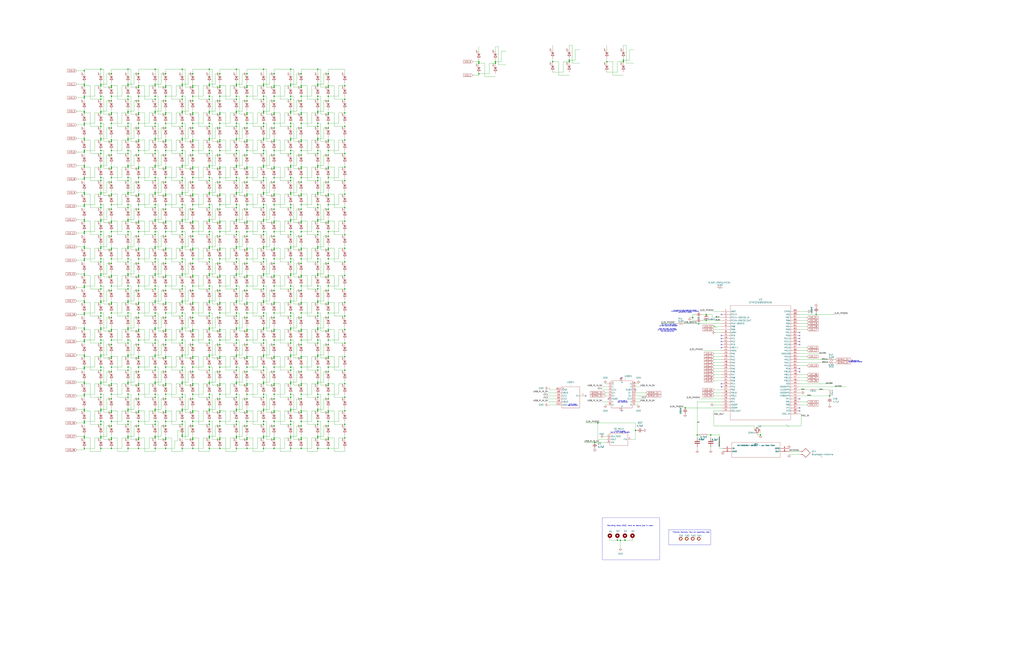
<source format=kicad_sch>
(kicad_sch (version 20250114) (generator "eeschema") (generator_version "9.0")
  (paper "D")
  (rectangle (start 508 436.88) (end 556.26 472.44))
  (rectangle (start 563.88 447.04) (end 599.44 459.74))
  (text "FIN pin is usually\nVout for 1117 voltage regulators" (at 522.986 364.49 0) (effects (font (size 0.635 0.635))))
  (text "16 PIN USB-C \nMALE RECEPTACLE" (at 525.272 339.09 0) (effects (font (size 0.635 0.635))))
  (text "im just gonna let these be 0603 0 ohm resistors \nas placeholder, i can desolder and replace with capacitors\nsome other time if necessary" (at 577.85 262.89 0) (effects (font (size 0.508 0.508))))
  (text "Pull HIGH on MCU startup\nto enter (usb/uart) bootloader " (at 564.134 274.574 0) (effects (font (size 0.635 0.635))))
  (text "Either use a pad I can solder\nor have a tiny button/DIP switch\nfrom this trace to 3V3" (at 562.864 278.638 0) (effects (font (size 0.635 0.635))))
  (text "Mounting Holes (M2), have on board just in case" (at 531.368 443.738 0) (effects (font (size 1.016 1.016))))
  (text "Fiducial Markers, four on assembly side" (at 582.93 449.326 0) (effects (font (size 1.016 1.016))))
  (text "USB data pins \nfor bootloader/flashing\n" (at 721.36 305.054 0) (effects (font (size 0.635 0.635))))
  (text "6 PIN FEMALE \nUSBC RECEPTACLE " (at 483.362 341.884 0) (effects (font (size 0.635 0.635))))
  (junction (at 139.7 332.74))
  (junction (at 231.14 107.95))
  (junction (at 153.67 355.6))
  (junction (at 222.25 243.84))
  (junction (at 107.95 355.6))
  (junction (at 93.98 195.58))
  (junction (at 245.11 81.28))
  (junction (at 254 195.58))
  (junction (at 176.53 254))
  (junction (at 130.81 299.72))
  (junction (at 93.98 264.16))
  (junction (at 130.81 139.7))
  (junction (at 176.53 208.28))
  (junction (at 116.84 355.6))
  (junction (at 153.67 106.68))
  (junction (at 199.39 195.58))
  (junction (at 208.28 278.13))
  (junction (at 130.81 118.11))
  (junction (at 162.56 140.97))
  (junction (at 116.84 199.39))
  (junction (at 222.25 118.11))
  (junction (at 107.95 129.54))
  (junction (at 93.98 222.25))
  (junction (at 276.86 210.82))
  (junction (at 139.7 210.82))
  (junction (at 116.84 218.44))
  (junction (at 199.39 93.98))
  (junction (at 162.56 172.72))
  (junction (at 290.83 175.26))
  (junction (at 85.09 241.3))
  (junction (at 231.14 73.66))
  (junction (at 71.12 242.57))
  (junction (at 245.11 264.16))
  (junction (at 93.98 378.46))
  (junction (at 71.12 185.42))
  (junction (at 107.95 323.85))
  (junction (at 254 347.98))
  (junction (at 107.95 369.57))
  (junction (at 231.14 199.39))
  (junction (at 153.67 163.83))
  (junction (at 208.28 245.11))
  (junction (at 93.98 163.83))
  (junction (at 222.25 140.97))
  (junction (at 139.7 187.96))
  (junction (at 185.42 142.24))
  (junction (at 153.67 276.86))
  (junction (at 71.12 149.86))
  (junction (at 222.25 289.56))
  (junction (at 71.12 299.72))
  (junction (at 290.83 198.12))
  (junction (at 199.39 322.58))
  (junction (at 222.25 346.71))
  (junction (at 199.39 149.86))
  (junction (at 276.86 287.02))
  (junction (at 153.67 367.03))
  (junction (at 231.14 172.72))
  (junction (at 231.14 209.55))
  (junction (at 139.7 287.02))
  (junction (at 107.95 58.42))
  (junction (at 199.39 72.39))
  (junction (at 93.98 127))
  (junction (at 139.7 313.69))
  (junction (at 93.98 232.41))
  (junction (at 153.67 266.7))
  (junction (at 254 264.16))
  (junction (at 245.11 355.6))
  (junction (at 85.09 129.54))
  (junction (at 222.25 278.13))
  (junction (at 139.7 256.54))
  (junction (at 176.53 278.13))
  (junction (at 116.84 287.02))
  (junction (at 93.98 325.12))
  (junction (at 231.14 332.74))
  (junction (at 116.84 323.85))
  (junction (at 93.98 355.6))
  (junction (at 139.7 118.11))
  (junction (at 93.98 279.4))
  (junction (at 176.53 220.98))
  (junction (at 208.28 323.85))
  (junction (at 130.81 186.69))
  (junction (at 208.28 142.24))
  (junction (at 222.25 139.7))
  (junction (at 85.09 58.42))
  (junction (at 85.09 266.7))
  (junction (at 107.95 309.88))
  (junction (at 403.86 53.34))
  (junction (at 267.97 287.02))
  (junction (at 162.56 95.25))
  (junction (at 162.56 187.96))
  (junction (at 185.42 85.09))
  (junction (at 71.12 278.13))
  (junction (at 199.39 118.11))
  (junction (at 85.09 309.88))
  (junction (at 162.56 149.86))
  (junction (at 245.11 332.74))
  (junction (at 153.67 186.69))
  (junction (at 185.42 96.52))
  (junction (at 208.28 232.41))
  (junction (at 85.09 71.12))
  (junction (at 139.7 325.12))
  (junction (at 222.25 332.74))
  (junction (at 185.42 119.38))
  (junction (at 185.42 313.69))
  (junction (at 139.7 369.57))
  (junction (at 162.56 346.71))
  (junction (at 176.53 116.84))
  (junction (at 245.11 104.14))
  (junction (at 245.11 276.86))
  (junction (at 276.86 81.28))
  (junction (at 116.84 302.26))
  (junction (at 276.86 256.54))
  (junction (at 417.83 53.34))
  (junction (at 525.78 52.07))
  (junction (at 688.34 265.43))
  (junction (at 245.11 175.26))
  (junction (at 153.67 312.42))
  (junction (at 85.09 162.56))
  (junction (at 245.11 116.84))
  (junction (at 162.56 210.82))
  (junction (at 208.28 85.09))
  (junction (at 162.56 278.13))
  (junction (at 208.28 346.71))
  (junction (at 162.56 378.46))
  (junction (at 185.42 279.4))
  (junction (at 254 165.1))
  (junction (at 139.7 255.27))
  (junction (at 71.12 95.25))
  (junction (at 107.95 209.55))
  (junction (at 199.39 95.25))
  (junction (at 254 370.84))
  (junction (at 153.67 185.42))
  (junction (at 130.81 208.28))
  (junction (at 276.86 142.24))
  (junction (at 153.67 72.39))
  (junction (at 130.81 300.99))
  (junction (at 85.09 139.7))
  (junction (at 208.28 163.83))
  (junction (at 276.86 72.39))
  (junction (at 107.95 149.86))
  (junction (at 139.7 195.58))
  (junction (at 185.42 233.68))
  (junction (at 511.81 52.07))
  (junction (at 162.56 199.39))
  (junction (at 290.83 255.27))
  (junction (at 93.98 81.28))
  (junction (at 290.83 95.25))
  (junction (at 254 222.25))
  (junction (at 153.67 378.46))
  (junction (at 116.84 118.11))
  (junction (at 130.81 322.58))
  (junction (at 222.25 95.25))
  (junction (at 245.11 195.58))
  (junction (at 130.81 369.57))
  (junction (at 231.14 347.98))
  (junction (at 93.98 359.41))
  (junction (at 71.12 287.02))
  (junction (at 116.84 209.55))
  (junction (at 185.42 222.25))
  (junction (at 116.84 104.14))
  (junction (at 116.84 278.13))
  (junction (at 245.11 220.98))
  (junction (at 267.97 175.26))
  (junction (at 267.97 209.55))
  (junction (at 231.14 142.24))
  (junction (at 153.67 332.74))
  (junction (at 231.14 267.97))
  (junction (at 139.7 302.26))
  (junction (at 276.86 323.85))
  (junction (at 71.12 368.3))
  (junction (at 176.53 378.46))
  (junction (at 130.81 232.41))
  (junction (at 222.25 369.57))
  (junction (at 276.86 309.88))
  (junction (at 267.97 81.28))
  (junction (at 116.84 210.82))
  (junction (at 130.81 172.72))
  (junction (at 153.67 83.82))
  (junction (at 254 176.53))
  (junction (at 85.09 255.27))
  (junction (at 267.97 309.88))
  (junction (at 245.11 287.02))
  (junction (at 71.12 162.56))
  (junction (at 85.09 198.12))
  (junction (at 85.09 369.57))
  (junction (at 85.09 118.11))
  (junction (at 71.12 219.71))
  (junction (at 116.84 313.69))
  (junction (at 130.81 129.54))
  (junction (at 162.56 313.69))
  (junction (at 107.95 218.44))
  (junction (at 222.25 163.83))
  (junction (at 208.28 127))
  (junction (at 85.09 264.16))
  (junction (at 162.56 325.12))
  (junction (at 290.83 323.85))
  (junction (at 254 267.97))
  (junction (at 71.12 332.74))
  (junction (at 199.39 278.13))
  (junction (at 267.97 71.12))
  (junction (at 222.25 355.6))
  (junction (at 199.39 255.27))
  (junction (at 130.81 309.88))
  (junction (at 231.14 96.52))
  (junction (at 71.12 163.83))
  (junction (at 231.14 72.39))
  (junction (at 231.14 278.13))
  (junction (at 153.67 129.54))
  (junction (at 176.53 104.14))
  (junction (at 176.53 300.99))
  (junction (at 176.53 95.25))
  (junction (at 199.39 358.14))
  (junction (at 231.14 313.69))
  (junction (at 199.39 71.12))
  (junction (at 162.56 309.88))
  (junction (at 162.56 119.38))
  (junction (at 176.53 312.42))
  (junction (at 199.39 186.69))
  (junction (at 276.86 62.23))
  (junction (at 267.97 163.83))
  (junction (at 185.42 255.27))
  (junction (at 107.95 172.72))
  (junction (at 290.83 278.13))
  (junction (at 208.28 347.98))
  (junction (at 199.39 129.54))
  (junction (at 139.7 218.44))
  (junction (at 176.53 335.28))
  (junction (at 85.09 232.41))
  (junction (at 208.28 218.44))
  (junction (at 85.09 378.46))
  (junction (at 93.98 142.24))
  (junction (at 116.84 130.81))
  (junction (at 107.95 322.58))
  (junction (at 130.81 332.74))
  (junction (at 85.09 81.28))
  (junction (at 245.11 139.7))
  (junction (at 276.86 172.72))
  (junction (at 222.25 71.12))
  (junction (at 199.39 231.14))
  (junction (at 176.53 369.57))
  (junction (at 153.67 278.13))
  (junction (at 107.95 140.97))
  (junction (at 185.42 218.44))
  (junction (at 85.09 312.42))
  (junction (at 185.42 81.28))
  (junction (at 403.86 62.23))
  (junction (at 162.56 209.55))
  (junction (at 107.95 264.16))
  (junction (at 130.81 71.12))
  (junction (at 267.97 254))
  (junction (at 71.12 71.12))
  (junction (at 176.53 346.71))
  (junction (at 290.83 83.82))
  (junction (at 222.25 129.54))
  (junction (at 208.28 290.83))
  (junction (at 245.11 72.39))
  (junction (at 199.39 172.72))
  (junction (at 153.67 208.28))
  (junction (at 71.12 209.55))
  (junction (at 267.97 322.58))
  (junction (at 93.98 336.55))
  (junction (at 162.56 355.6))
  (junction (at 254 300.99))
  (junction (at 176.53 163.83))
  (junction (at 267.97 243.84))
  (junction (at 208.28 165.1))
  (junction (at 185.42 153.67))
  (junction (at 222.25 162.56))
  (junction (at 185.42 127))
  (junction (at 139.7 81.28))
  (junction (at 267.97 289.56))
  (junction (at 176.53 127))
  (junction (at 222.25 106.68))
  (junction (at 130.81 152.4))
  (junction (at 208.28 267.97))
  (junction (at 208.28 119.38))
  (junction (at 267.97 358.14))
  (junction (at 254 85.09))
  (junction (at 139.7 104.14))
  (junction (at 199.39 198.12))
  (junction (at 185.42 378.46))
  (junction (at 85.09 152.4))
  (junction (at 162.56 302.26))
  (junction (at 107.95 243.84))
  (junction (at 222.25 172.72))
  (junction (at 276.86 370.84))
  (junction (at 276.86 176.53))
  (junction (at 93.98 96.52))
  (junction (at 254 118.11))
  (junction (at 107.95 93.98))
  (junction (at 276.86 300.99))
  (junction (at 254 278.13))
  (junction (at 254 256.54))
  (junction (at 176.53 355.6))
  (junction (at 185.42 107.95))
  (junction (at 199.39 209.55))
  (junction (at 93.98 313.69))
  (junction (at 107.95 332.74))
  (junction (at 130.81 198.12))
  (junction (at 290.83 335.28))
  (junction (at 85.09 345.44))
  (junction (at 71.12 186.69))
  (junction (at 85.09 299.72))
  (junction (at 162.56 287.02))
  (junction (at 153.67 254))
  (junction (at 85.09 278.13))
  (junction (at 176.53 299.72))
  (junction (at 267.97 140.97))
  (junction (at 290.83 312.42))
  (junction (at 85.09 185.42))
  (junction (at 71.12 172.72))
  (junction (at 185.42 210.82))
  (junction (at 162.56 153.67))
  (junction (at 130.81 185.42))
  (junction (at 245.11 118.11))
  (junction (at 501.65 373.38))
  (junction (at 176.53 58.42))
  (junction (at 130.81 355.6))
  (junction (at 254 199.39))
  (junction (at 599.44 367.03))
  (junction (at 267.97 355.6))
  (junction (at 231.14 62.23))
  (junction (at 85.09 218.44))
  (junction (at 290.83 346.71))
  (junction (at 276.86 378.46))
  (junction (at 208.28 256.54))
  (junction (at 245.11 300.99))
  (junction (at 231.14 222.25))
  (junction (at 162.56 96.52))
  (junction (at 116.84 176.53))
  (junction (at 85.09 208.28))
  (junction (at 185.42 118.11))
  (junction (at 85.09 95.25))
  (junction (at 139.7 72.39))
  (junction (at 222.25 220.98))
  (junction (at 176.53 172.72))
  (junction (at 116.84 232.41))
  (junction (at 208.28 369.57))
  (junction (at 139.7 323.85))
  (junction (at 577.85 344.17))
  (junction (at 199.39 83.82))
  (junction (at 176.53 289.56))
  (junction (at 254 163.83))
  (junction (at 267.97 220.98))
  (junction (at 185.42 73.66))
  (junction (at 162.56 370.84))
  (junction (at 254 95.25))
  (junction (at 93.98 287.02))
  (junction (at 199.39 309.88))
  (junction (at 199.39 208.28))
  (junction (at 116.84 153.67))
  (junction (at 222.25 218.44))
  (junction (at 245.11 232.41))
  (junction (at 199.39 312.42))
  (junction (at 231.14 279.4))
  (junction (at 116.84 325.12))
  (junction (at 245.11 368.3))
  (junction (at 93.98 346.71))
  (junction (at 290.83 243.84))
  (junction (at 208.28 209.55))
  (junction (at 208.28 73.66))
  (junction (at 153.67 358.14))
  (junction (at 71.12 345.44))
  (junction (at 290.83 266.7))
  (junction (at 71.12 105.41))
  (junction (at 153.67 218.44))
  (junction (at 71.12 231.14))
  (junction (at 245.11 186.69))
  (junction (at 162.56 233.68))
  (junction (at 245.11 208.28))
  (junction (at 208.28 95.25))
  (junction (at 176.53 345.44))
  (junction (at 139.7 149.86))
  (junction (at 290.83 118.11))
  (junction (at 162.56 107.95))
  (junction (at 139.7 163.83))
  (junction (at 208.28 302.26))
  (junction (at 185.42 165.1))
  (junction (at 139.7 73.66))
  (junction (at 254 187.96))
  (junction (at 130.81 175.26))
  (junction (at 116.84 85.09))
  (junction (at 199.39 355.6))
  (junction (at 254 210.82))
  (junction (at 231.14 300.99))
  (junction (at 176.53 129.54))
  (junction (at 231.14 359.41))
  (junction (at 162.56 241.3))
  (junction (at 71.12 118.11))
  (junction (at 208.28 370.84))
  (junction (at 139.7 186.69))
  (junction (at 185.42 241.3))
  (junction (at 130.81 81.28))
  (junction (at 222.25 83.82))
  (junction (at 85.09 83.82))
  (junction (at 231.14 233.68))
  (junction (at 290.83 300.99))
  (junction (at 222.25 152.4))
  (junction (at 162.56 127))
  (junction (at 231.14 255.27))
  (junction (at 185.42 195.58))
  (junction (at 276.86 186.69))
  (junction (at 480.06 52.07))
  (junction (at 139.7 370.84))
  (junction (at 267.97 116.84))
  (junction (at 71.12 128.27))
  (junction (at 93.98 72.39))
  (junction (at 231.14 95.25))
  (junction (at 208.28 378.46))
  (junction (at 139.7 279.4))
  (junction (at 93.98 149.86))
  (junction (at 222.25 368.3))
  (junction (at 139.7 127))
  (junction (at 71.12 322.58))
  (junction (at 85.09 322.58))
  (junction (at 245.11 71.12))
  (junction (at 185.42 369.57))
  (junction (at 185.42 336.55))
  (junction (at 466.09 52.07))
  (junction (at 139.7 153.67))
  (junction (at 116.84 378.46))
  (junction (at 139.7 300.99))
  (junction (at 199.39 81.28))
  (junction (at 93.98 140.97))
  (junction (at 139.7 278.13))
  (junction (at 116.84 165.1))
  (junction (at 71.12 309.88))
  (junction (at 185.42 149.86))
  (junction (at 85.09 127))
  (junction (at 93.98 104.14))
  (junction (at 71.12 356.87))
  (junction (at 93.98 73.66))
  (junction (at 153.67 175.26))
  (junction (at 245.11 129.54))
  (junction (at 245.11 93.98))
  (junction (at 222.25 312.42))
  (junction (at 231.14 130.81))
  (junction (at 107.95 345.44))
  (junction (at 222.25 335.28))
  (junction (at 276.86 245.11))
  (junction (at 185.42 62.23))
  (junction (at 130.81 358.14))
  (junction (at 93.98 278.13))
  (junction (at 153.67 335.28))
  (junction (at 231.14 187.96))
  (junction (at 130.81 289.56))
  (junction (at 254 241.3))
  (junction (at 267.97 218.44))
  (junction (at 588.01 367.03))
  (junction (at 107.95 186.69))
  (junction (at 208.28 264.16))
  (junction (at 130.81 231.14))
  (junction (at 71.12 232.41))
  (junction (at 139.7 62.23))
  (junction (at 199.39 152.4))
  (junction (at 139.7 347.98))
  (junction (at 290.83 152.4))
  (junction (at 85.09 289.56))
  (junction (at 153.67 95.25))
  (junction (at 85.09 323.85))
  (junction (at 107.95 255.27))
  (junction (at 199.39 218.44))
  (junction (at 245.11 241.3))
  (junction (at 199.39 266.7))
  (junction (at 139.7 233.68))
  (junction (at 139.7 359.41))
  (junction (at 93.98 186.69))
  (junction (at 231.14 163.83))
  (junction (at 641.35 367.03))
  (junction (at 231.14 165.1))
  (junction (at 290.83 358.14))
  (junction (at 85.09 300.99))
  (junction (at 139.7 172.72))
  (junction (at 254 336.55))
  (junction (at 139.7 245.11))
  (junction (at 176.53 243.84))
  (junction (at 254 140.97))
  (junction (at 153.67 243.84))
  (junction (at 176.53 322.58))
  (junction (at 176.53 72.39))
  (junction (at 245.11 172.72))
  (junction (at 162.56 336.55))
  (junction (at 162.56 218.44))
  (junction (at 116.84 370.84))
  (junction (at 208.28 149.86))
  (junction (at 107.95 72.39))
  (junction (at 176.53 140.97))
  (junction (at 199.39 106.68))
  (junction (at 231.14 241.3))
  (junction (at 71.12 127))
  (junction (at 85.09 358.14))
  (junction (at 222.25 309.88))
  (junction (at 595.63 270.51))
  (junction (at 162.56 369.57))
  (junction (at 93.98 62.23))
  (junction (at 130.81 335.28))
  (junction (at 162.56 300.99))
  (junction (at 245.11 312.42))
  (junction (at 222.25 175.26))
  (junction (at 254 309.88))
  (junction (at 153.67 309.88))
  (junction (at 254 279.4))
  (junction (at 185.42 323.85))
  (junction (at 85.09 93.98))
  (junction (at 523.24 455.93))
  (junction (at 71.12 288.29))
  (junction (at 130.81 116.84))
  (junction (at 222.25 208.28))
  (junction (at 231.14 81.28))
  (junction (at 107.95 299.72))
  (junction (at 107.95 116.84))
  (junction (at 222.25 127))
  (junction (at 85.09 186.69))
  (junction (at 93.98 241.3))
  (junction (at 245.11 255.27))
  (junction (at 139.7 142.24))
  (junction (at 276.86 369.57))
  (junction (at 153.67 81.28))
  (junction (at 254 73.66))
  (junction (at 85.09 332.74))
  (junction (at 162.56 264.16))
  (junction (at 162.56 62.23))
  (junction (at 116.84 127))
  (junction (at 290.83 140.97))
  (junction (at 245.11 152.4))
  (junction (at 130.81 218.44))
  (junction (at 199.39 243.84))
  (junction (at 185.42 278.13))
  (junction (at 276.86 336.55))
  (junction (at 107.95 198.12))
  (junction (at 231.14 232.41))
  (junction (at 276.86 325.12))
  (junction (at 267.97 264.16))
  (junction (at 276.86 85.09))
  (junction (at 185.42 186.69))
  (junction (at 525.78 50.8))
  (junction (at 107.95 231.14))
  (junction (at 71.12 255.27))
  (junction (at 93.98 95.25))
  (junction (at 130.81 312.42))
  (junction (at 222.25 299.72))
  (junction (at 107.95 312.42))
  (junction (at 185.42 290.83))
  (junction (at 116.84 256.54))
  (junction (at 222.25 358.14))
  (junction (at 222.25 287.02))
  (junction (at 162.56 72.39))
  (junction (at 139.7 222.25))
  (junction (at 162.56 323.85))
  (junction (at 185.42 163.83))
  (junction (at 130.81 209.55))
  (junction (at 267.97 335.28))
  (junction (at 208.28 130.81))
  (junction (at 254 302.26))
  (junction (at 276.86 165.1))
  (junction (at 185.42 245.11))
  (junction (at 199.39 369.57))
  (junction (at 276.86 241.3))
  (junction (at 107.95 220.98))
  (junction (at 71.12 334.01))
  (junction (at 116.84 359.41))
  (junction (at 267.97 232.41))
  (junction (at 208.28 233.68))
  (junction (at 276.86 346.71))
  (junction (at 222.25 264.16))
  (junction (at 153.67 149.86))
  (junction (at 93.98 309.88))
  (junction (at 222.25 185.42))
  (junction (at 231.14 336.55))
  (junction (at 245.11 378.46))
  (junction (at 267.97 104.14))
  (junction (at 267.97 72.39))
  (junction (at 85.09 104.14))
  (junction (at 208.28 96.52))
  (junction (at 176.53 106.68))
  (junction (at 153.67 346.71))
  (junction (at 199.39 241.3))
  (junction (at 139.7 241.3))
  (junction (at 93.98 118.11))
  (junction (at 107.95 127))
  (junction (at 116.84 140.97))
  (junction (at 504.19 356.87))
  (junction (at 107.95 232.41))
  (junction (at 208.28 104.14))
  (junction (at 71.12 264.16))
  (junction (at 176.53 83.82))
  (junction (at 208.28 300.99))
  (junction (at 162.56 165.1))
  (junction (at 267.97 106.68))
  (junction (at 276.86 290.83))
  (junction (at 153.67 140.97))
  (junction (at 254 313.69))
  (junction (at 107.95 346.71))
  (junction (at 162.56 104.14))
  (junction (at 116.84 186.69))
  (junction (at 176.53 368.3))
  (junction (at 208.28 336.55))
  (junction (at 231.14 210.82))
  (junction (at 199.39 276.86))
  (junction (at 93.98 323.85))
  (junction (at 162.56 142.24))
  (junction (at 71.12 254))
  (junction (at 267.97 368.3))
  (junction (at 208.28 195.58))
  (junction (at 176.53 185.42))
  (junction (at 208.28 287.02))
  (junction (at 245.11 345.44))
  (junction (at 185.42 72.39))
  (junction (at 176.53 264.16))
  (junction (at 245.11 162.56))
  (junction (at 208.28 186.69))
  (junction (at 153.67 116.84))
  (junction (at 276.86 153.67))
  (junction (at 199.39 140.97))
  (junction (at 116.84 95.25))
  (junction (at 245.11 163.83))
  (junction (at 245.11 254))
  (junction (at 93.98 256.54))
  (junction (at 176.53 209.55))
  (junction (at 208.28 107.95))
  (junction (at 153.67 255.27))
  (junction (at 162.56 163.83))
  (junction (at 176.53 186.69))
  (junction (at 231.14 127))
  (junction (at 245.11 149.86))
  (junction (at 222.25 231.14))
  (junction (at 208.28 332.74))
  (junction (at 116.84 336.55))
  (junction (at 222.25 72.39))
  (junction (at 208.28 355.6))
  (junction (at 153.67 368.3))
  (junction (at 185.42 302.26))
  (junction (at 162.56 85.09))
  (junction (at 254 346.71))
  (junction (at 176.53 287.02))
  (junction (at 116.84 309.88))
  (junction (at 267.97 149.86))
  (junction (at 276.86 347.98))
  (junction (at 245.11 266.7))
  (junction (at 85.09 335.28))
  (junction (at 276.86 332.74))
  (junction (at 276.86 140.97))
  (junction (at 222.25 104.14))
  (junction (at 116.84 96.52))
  (junction (at 267.97 83.82))
  (junction (at 176.53 358.14))
  (junction (at 254 287.02))
  (junction (at 107.95 71.12))
  (junction (at 245.11 95.25))
  (junction (at 222.25 300.99))
  (junction (at 276.86 127))
  (junction (at 116.84 81.28))
  (junction (at 130.81 278.13))
  (junction (at 139.7 209.55))
  (junction (at 185.42 209.55))
  (junction (at 267.97 208.28))
  (junction (at 208.28 118.11))
  (junction (at 85.09 175.26))
  (junction (at 71.12 173.99))
  (junction (at 290.83 369.57))
  (junction (at 245.11 278.13))
  (junction (at 116.84 347.98))
  (junction (at 176.53 195.58))
  (junction (at 116.84 279.4))
  (junction (at 93.98 233.68))
  (junction (at 595.63 265.43))
  (junction (at 276.86 73.66))
  (junction (at 107.95 378.46))
  (junction (at 162.56 232.41))
  (junction (at 245.11 218.44))
  (junction (at 245.11 322.58))
  (junction (at 116.84 264.16))
  (junction (at 276.86 264.16))
  (junction (at 85.09 346.71))
  (junction (at 254 72.39))
  (junction (at 176.53 81.28))
  (junction (at 93.98 218.44))
  (junction (at 231.14 140.97))
  (junction (at 153.67 118.11))
  (junction (at 267.97 332.74))
  (junction (at 71.12 208.28))
  (junction (at 107.95 152.4))
  (junction (at 153.67 264.16))
  (junction (at 222.25 186.69))
  (junction (at 116.84 172.72))
  (junction (at 276.86 107.95))
  (junction (at 85.09 368.3))
  (junction (at 267.97 346.71))
  (junction (at 276.86 232.41))
  (junction (at 130.81 323.85))
  (junction (at 231.14 245.11))
  (junction (at 267.97 152.4))
  (junction (at 71.12 81.28))
  (junction (at 254 81.28))
  (junction (at 107.95 175.26))
  (junction (at 139.7 346.71))
  (junction (at 176.53 139.7))
  (junction (at 231.14 302.26))
  (junction (at 185.42 95.25))
  (junction (at 162.56 186.69))
  (junction (at 231.14 153.67))
  (junction (at 130.81 276.86))
  (junction (at 139.7 96.52))
  (junction (at 254 255.27))
  (junction (at 245.11 358.14))
  (junction (at 162.56 332.74))
  (junction (at 527.05 455.93))
  (junction (at 199.39 116.84))
  (junction (at 130.81 162.56))
  (junction (at 130.81 127))
  (junction (at 93.98 255.27))
  (junction (at 185.42 355.6))
  (junction (at 222.25 322.58))
  (junction (at 176.53 71.12))
  (junction (at 153.67 300.99))
  (junction (at 176.53 231.14))
  (junction (at 199.39 254))
  (junction (at 276.86 209.55))
  (junction (at 267.97 118.11))
  (junction (at 208.28 222.25))
  (junction (at 93.98 119.38))
  (junction (at 267.97 95.25))
  (junction (at 85.09 287.02))
  (junction (at 116.84 73.66))
  (junction (at 85.09 149.86))
  (junction (at 417.83 52.07))
  (junction (at 276.86 313.69))
  (junction (at 139.7 336.55))
  (junction (at 130.81 287.02))
  (junction (at 71.12 323.85))
  (junction (at 93.98 370.84))
  (junction (at 71.12 369.57))
  (junction (at 403.86 52.07))
  (junction (at 254 96.52))
  (junction (at 176.53 255.27))
  (junction (at 185.42 359.41))
  (junction (at 185.42 267.97))
  (junction (at 139.7 95.25))
  (junction (at 208.28 199.39))
  (junction (at 71.12 355.6))
  (junction (at 71.12 276.86))
  (junction (at 139.7 140.97))
  (junction (at 116.84 62.23))
  (junction (at 208.28 313.69))
  (junction (at 176.53 149.86))
  (junction (at 185.42 172.72))
  (junction (at 71.12 82.55))
  (junction (at 254 359.41))
  (junction (at 130.81 255.27))
  (junction (at 85.09 140.97))
  (junction (at 93.98 245.11))
  (junction (at 139.7 199.39))
  (junction (at 93.98 347.98))
  (junction (at 267.97 127))
  (junction (at 130.81 149.86))
  (junction (at 107.95 104.14))
  (junction (at 176.53 118.11))
  (junction (at 290.83 232.41))
  (junction (at 276.86 233.68))
  (junction (at 153.67 139.7))
  (junction (at 93.98 300.99))
  (junction (at 254 232.41))
  (junction (at 222.25 378.46))
  (junction (at 116.84 187.96))
  (junction (at 107.95 368.3))
  (junction (at 153.67 104.14))
  (junction (at 93.98 209.55))
  (junction (at 231.14 176.53))
  (junction (at 85.09 163.83))
  (junction (at 153.67 58.42))
  (junction (at 139.7 232.41))
  (junction (at 185.42 370.84))
  (junction (at 199.39 335.28))
  (junction (at 93.98 176.53))
  (junction (at 245.11 185.42))
  (junction (at 267.97 312.42))
  (junction (at 290.83 129.54))
  (junction (at 116.84 290.83))
  (junction (at 139.7 85.09))
  (junction (at 153.67 231.14))
  (junction (at 139.7 355.6))
  (junction (at 245.11 346.71))
  (junction (at 254 104.14))
  (junction (at 185.42 287.02))
  (junction (at 176.53 218.44))
  (junction (at 162.56 359.41))
  (junction (at 254 172.72))
  (junction (at 254 218.44))
  (junction (at 290.83 186.69))
  (junction (at 208.28 140.97))
  (junction (at 176.53 276.86))
  (junction (at 185.42 140.97))
  (junction (at 116.84 255.27))
  (junction (at 254 323.85))
  (junction (at 199.39 104.14))
  (junction (at 71.12 300.99))
  (junction (at 107.95 276.86))
  (junction (at 85.09 172.72))
  (junction (at 85.09 116.84))
  (junction (at 276.86 302.26))
  (junction (at 254 332.74))
  (junction (at 276.86 218.44))
  (junction (at 245.11 299.72))
  (junction (at 208.28 210.82))
  (junction (at 245.11 127))
  (junction (at 93.98 153.67))
  (junction (at 290.83 163.83))
  (junction (at 535.94 363.22))
  (junction (at 245.11 335.28))
  (junction (at 267.97 278.13))
  (junction (at 162.56 118.11))
  (junction (at 71.12 104.14))
  (junction (at 231.14 118.11))
  (junction (at 584.2 267.97))
  (junction (at 222.25 209.55))
  (junction (at 276.86 279.4))
  (junction (at 116.84 119.38))
  (junction (at 231.14 290.83))
  (junction (at 699.77 334.01))
  (junction (at 208.28 325.12))
  (junction (at 153.67 198.12))
  (junction (at 199.39 368.3))
  (junction (at 130.81 58.42))
  (junction (at 130.81 345.44))
  (junction (at 290.83 209.55))
  (junction (at 116.84 163.83))
  (junction (at 231.14 195.58))
  (junction (at 139.7 378.46))
  (junction (at 245.11 140.97))
  (junction (at 267.97 299.72))
  (junction (at 267.97 139.7))
  (junction (at 222.25 232.41))
  (junction (at 208.28 176.53))
  (junction (at 267.97 198.12))
  (junction (at 267.97 300.99))
  (junction (at 153.67 323.85))
  (junction (at 199.39 323.85))
  (junction (at 116.84 222.25))
  (junction (at 130.81 106.68))
  (junction (at 208.28 187.96))
  (junction (at 267.97 231.14))
  (junction (at 130.81 195.58))
  (junction (at 107.95 95.25))
  (junction (at 208.28 309.88))
  (junction (at 199.39 300.99))
  (junction (at 130.81 93.98))
  (junction (at 267.97 93.98))
  (junction (at 254 130.81))
  (junction (at 199.39 175.26))
  (junction (at 93.98 267.97))
  (junction (at 107.95 118.11))
  (junction (at 276.86 96.52))
  (junction (at 71.12 151.13))
  (junction (at 222.25 198.12))
  (junction (at 139.7 267.97))
  (junction (at 162.56 81.28))
  (junction (at 107.95 208.28))
  (junction (at 130.81 266.7))
  (junction (at 267.97 162.56))
  (junction (at 116.84 149.86))
  (junction (at 153.67 241.3))
  (junction (at 231.14 85.09))
  (junction (at 153.67 93.98))
  (junction (at 254 245.11))
  (junction (at 153.67 299.72))
  (junction (at 290.83 220.98))
  (junction (at 116.84 346.71))
  (junction (at 231.14 355.6))
  (junction (at 162.56 176.53))
  (junction (at 153.67 232.41))
  (junction (at 71.12 195.58))
  (junction (at 130.81 95.25))
  (junction (at 130.81 104.14))
  (junction (at 162.56 245.11))
  (junction (at 107.95 195.58))
  (junction (at 116.84 72.39))
  (junction (at 153.67 345.44))
  (junction (at 245.11 243.84))
  (junction (at 267.97 241.3))
  (junction (at 153.67 152.4))
  (junction (at 130.81 220.98))
  (junction (at 93.98 130.81))
  (junction (at 130.81 368.3))
  (junction (at 130.81 243.84))
  (junction (at 276.86 195.58))
  (junction (at 85.09 243.84))
  (junction (at 85.09 106.68))
  (junction (at 208.28 72.39))
  (junction (at 130.81 378.46))
  (junction (at 107.95 358.14))
  (junction (at 107.95 163.83))
  (junction (at 222.25 323.85))
  (junction (at 276.86 149.86))
  (junction (at 116.84 300.99))
  (junction (at 290.83 289.56))
  (junction (at 267.97 255.27))
  (junction (at 71.12 116.84))
  (junction (at 208.28 62.23))
  (junction (at 185.42 300.99))
  (junction (at 245.11 309.88))
  (junction (at 199.39 58.42))
  (junction (at 231.14 369.57))
  (junction (at 107.95 335.28))
  (junction (at 185.42 187.96))
  (junction (at 85.09 276.86))
  (junction (at 93.98 199.39))
  (junction (at 254 142.24))
  (junction (at 254 107.95))
  (junction (at 199.39 264.16))
  (junction (at 276.86 359.41))
  (junction (at 199.39 127))
  (junction (at 276.86 267.97))
  (junction (at 85.09 195.58))
  (junction (at 231.14 378.46))
  (junction (at 199.39 232.41))
  (junction (at 222.25 254))
  (junction (at 231.14 370.84))
  (junction (at 208.28 153.67))
  (junction (at 139.7 309.88))
  (junction (at 267.97 345.44))
  (junction (at 93.98 332.74))
  (junction (at 222.25 195.58))
  (junction (at 222.25 255.27))
  (junction (at 231.14 119.38))
  (junction (at 71.12 218.44))
  (junction (at 199.39 220.98))
  (junction (at 130.81 72.39))
  (junction (at 231.14 309.88))
  (junction (at 139.7 165.1))
  (junction (at 162.56 279.4))
  (junction (at 276.86 199.39))
  (junction (at 267.97 129.54))
  (junction (at 116.84 245.11))
  (junction (at 231.14 287.02))
  (junction (at 85.09 254))
  (junction (at 276.86 163.83))
  (junction (at 231.14 346.71))
  (junction (at 107.95 106.68))
  (junction (at 130.81 163.83))
  (junction (at 231.14 186.69))
  (junction (at 85.09 220.98))
  (junction (at 71.12 241.3))
  (junction (at 208.28 279.4))
  (junction (at 116.84 241.3))
  (junction (at 185.42 199.39))
  (junction (at 153.67 162.56))
  (junction (at 116.84 267.97))
  (junction (at 222.25 276.86))
  (junction (at 130.81 346.71))
  (junction (at 231.14 104.14))
  (junction (at 162.56 195.58))
  (junction (at 116.84 107.95))
  (junction (at 199.39 162.56))
  (junction (at 107.95 139.7))
  (junction (at 199.39 378.46))
  (junction (at 208.28 81.28))
  (junction (at 93.98 369.57))
  (junction (at 245.11 209.55))
  (junction (at 107.95 300.99))
  (junction (at 107.95 241.3))
  (junction (at 93.98 85.09))
  (junction (at 185.42 309.88))
  (junction (at 245.11 231.14))
  (junction (at 185.42 176.53))
  (junction (at 107.95 287.02))
  (junction (at 85.09 355.6))
  (junction (at 176.53 162.56))
  (junction (at 222.25 149.86))
  (junction (at 176.53 175.26))
  (junction (at 176.53 152.4))
  (junction (at 222.25 81.28))
  (junction (at 254 378.46))
  (junction (at 71.12 196.85))
  (junction (at 162.56 73.66))
  (junction (at 116.84 233.68))
  (junction (at 276.86 95.25))
  (junction (at 185.42 264.16))
  (junction (at 107.95 289.56))
  (junction (at 267.97 266.7))
  (junction (at 107.95 162.56))
  (junction (at 199.39 163.83))
  (junction (at 267.97 378.46))
  (junction (at 85.09 72.39))
  (junction (at 231.14 325.12))
  (junction (at 245.11 369.57))
  (junction (at 254 186.69))
  (junction (at 267.97 276.86))
  (junction (at 107.95 278.13))
  (junction (at 199.39 287.02))
  (junction (at 185.42 232.41))
  (junction (at 254 290.83))
  (junction (at 71.12 139.7))
  (junction (at 153.67 71.12))
  (junction (at 254 233.68))
  (junction (at 130.81 140.97))
  (junction (at 199.39 139.7))
  (junction (at 139.7 264.16))
  (junction (at 153.67 220.98))
  (junction (at 199.39 346.71))
  (junction (at 116.84 142.24))
  (junction (at 116.84 369.57))
  (junction (at 162.56 130.81))
  (junction (at 71.12 72.39))
  (junction (at 71.12 311.15))
  (junction (at 176.53 232.41))
  (junction (at 245.11 198.12))
  (junction (at 176.53 241.3))
  (junction (at 71.12 93.98))
  (junction (at 153.67 287.02))
  (junction (at 130.81 241.3))
  (junction (at 116.84 195.58))
  (junction (at 185.42 104.14))
  (junction (at 199.39 332.74))
  (junction (at 267.97 58.42))
  (junction (at 245.11 106.68))
  (junction (at 130.81 254))
  (junction (at 107.95 254))
  (junction (at 162.56 267.97))
  (junction (at 93.98 290.83))
  (junction (at 85.09 209.55))
  (junction (at 222.25 116.84))
  (junction (at 290.83 106.68))
  (junction (at 162.56 347.98))
  (junction (at 267.97 185.42))
  (junction (at 139.7 107.95))
  (junction (at 153.67 127))
  (junction (at 208.28 241.3))
  (junction (at 254 325.12))
  (junction (at 71.12 265.43))
  (junction (at 93.98 165.1))
  (junction (at 267.97 172.72))
  (junction (at 480.06 50.8))
  (junction (at 276.86 278.13))
  (junction (at 222.25 241.3))
  (junction (at 267.97 323.85))
  (junction (at 245.11 58.42))
  (junction (at 185.42 256.54))
  (junction (at 208.28 172.72))
  (junction (at 130.81 83.82))
  (junction (at 139.7 130.81))
  (junction (at 185.42 332.74))
  (junction (at 185.42 130.81))
  (junction (at 93.98 210.82))
  (junction (at 162.56 222.25))
  (junction (at 153.67 195.58))
  (junction (at 290.83 72.39))
  (junction (at 176.53 332.74))
  (junction (at 267.97 369.57))
  (junction (at 162.56 290.83))
  (junction (at 176.53 323.85))
  (junction (at 276.86 255.27))
  (junction (at 85.09 231.14))
  (junction (at 222.25 345.44))
  (junction (at 276.86 187.96))
  (junction (at 276.86 130.81))
  (junction (at 245.11 323.85))
  (junction (at 107.95 81.28))
  (junction (at 199.39 185.42))
  (junction (at 222.25 58.42))
  (junction (at 93.98 107.95))
  (junction (at 208.28 359.41))
  (junction (at 245.11 83.82))
  (junction (at 267.97 195.58))
  (junction (at 254 153.67))
  (junction (at 276.86 118.11))
  (junction (at 185.42 347.98))
  (junction (at 93.98 187.96))
  (junction (at 276.86 222.25))
  (junction (at 267.97 186.69))
  (junction (at 199.39 289.56))
  (junction (at 276.86 355.6))
  (junction (at 71.12 346.71))
  (junction (at 162.56 255.27))
  (junction (at 185.42 325.12))
  (junction (at 222.25 266.7))
  (junction (at 222.25 93.98))
  (junction (at 254 149.86))
  (junction (at 254 119.38))
  (junction (at 254 127))
  (junction (at 176.53 309.88))
  (junction (at 153.67 289.56))
  (junction (at 176.53 93.98))
  (junction (at 93.98 172.72))
  (junction (at 176.53 198.12))
  (junction (at 153.67 209.55))
  (junction (at 254 209.55))
  (junction (at 139.7 119.38))
  (junction (at 199.39 299.72))
  (junction (at 208.28 255.27))
  (junction (at 185.42 346.71))
  (junction (at 93.98 302.26))
  (junction (at 71.12 59.69))
  (junction (at 276.86 104.14))
  (junction (at 116.84 332.74))
  (junction (at 254 369.57))
  (junction (at 139.7 290.83))
  (junction (at 139.7 176.53))
  (junction (at 153.67 172.72))
  (junction (at 176.53 266.7))
  (junction (at 130.81 264.16))
  (junction (at 231.14 323.85))
  (junction (at 107.95 83.82))
  (junction (at 520.7 455.93))
  (junction (at 162.56 256.54))
  (junction (at 254 62.23))
  (junction (at 71.12 140.97))
  (junction (at 231.14 218.44))
  (junction (at 276.86 119.38))
  (junction (at 245.11 289.56))
  (junction (at 71.12 378.46))
  (junction (at 107.95 266.7))
  (junction (at 231.14 256.54))
  (junction (at 107.95 185.42))
  (junction (at 254 355.6))
  (junction (at 153.67 322.58))
  (junction (at 231.14 149.86))
  (junction (at 199.39 345.44))
  (junction (at 231.14 264.16))
  (no_connect (at 674.37 344.17))
  (no_connect (at 524.51 318.77))
  (no_connect (at 608.33 265.43))
  (no_connect (at 535.94 328.93))
  (no_connect (at 674.37 288.29))
  (no_connect (at 608.33 323.85))
  (no_connect (at 524.51 346.71))
  (no_connect (at 674.37 280.67))
  (no_connect (at 674.37 290.83))
  (no_connect (at 674.37 346.71))
  (no_connect (at 674.37 336.55))
  (no_connect (at 608.33 288.29))
  (no_connect (at 674.37 283.21))
  (no_connect (at 513.08 336.55))
  (no_connect (at 674.37 311.15))
  (no_connect (at 494.03 334.01))
  (no_connect (at 608.33 326.39))
  (no_connect (at 674.37 285.75))
  (no_connect (at 608.33 285.75))
  (no_connect (at 608.33 283.21))
  (no_connect (at 608.33 290.83))
  (no_connect (at 674.37 313.69))
  (no_connect (at 608.33 293.37))
  (bus_entry (at 601.98 274.32) (size 2.54 2.54))
  (bus_entry (at 662.94 358.14) (size 2.54 2.54))
  (bus_entry (at 690.88 383.54) (size 2.54 2.54))
  (bus_entry (at 600.71 274.32) (size 2.54 2.54))
  (wire (pts (xy 153.67 130.81) (xy 153.67 129.54)))
  (wire (pts (xy 185.42 278.13) (xy 185.42 279.4)))
  (wire (pts (xy 535.94 326.39) (xy 539.75 326.39)))
  (wire (pts (xy 116.84 81.28) (xy 125.73 81.28)))
  (wire (pts (xy 71.12 92.71) (xy 71.12 93.98)))
  (wire (pts (xy 199.39 209.55) (xy 199.39 208.28)))
  (wire (pts (xy 204.47 345.44) (xy 204.47 336.55)))
  (wire (pts (xy 76.2 95.25) (xy 76.2 106.68)))
  (wire (pts (xy 267.97 71.12) (xy 273.05 71.12)))
  (wire (pts (xy 71.12 139.7) (xy 71.12 140.97)))
  (wire (pts (xy 601.98 331.47) (xy 608.33 331.47)))
  (wire (pts (xy 398.78 63.5) (xy 403.86 63.5)))
  (wire (pts (xy 222.25 185.42) (xy 227.33 185.42)))
  (wire (pts (xy 403.86 39.37) (xy 403.86 43.18)))
  (wire (pts (xy 208.28 184.15) (xy 208.28 186.69)))
  (wire (pts (xy 511.81 60.96) (xy 520.7 60.96)))
  (wire (pts (xy 71.12 95.25) (xy 71.12 96.52)))
  (wire (pts (xy 254 95.25) (xy 259.08 95.25)))
  (wire (pts (xy 148.59 300.99) (xy 153.67 300.99)))
  (wire (pts (xy 254 104.14) (xy 254 107.95)))
  (wire (pts (xy 208.28 127) (xy 217.17 127)))
  (wire (pts (xy 267.97 323.85) (xy 267.97 325.12)))
  (wire (pts (xy 176.53 322.58) (xy 181.61 322.58)))
  (wire (pts (xy 194.31 149.86) (xy 194.31 140.97)))
  (wire (pts (xy 199.39 345.44) (xy 199.39 344.17)))
  (wire (pts (xy 267.97 118.11) (xy 267.97 119.38)))
  (wire (pts (xy 64.77 185.42) (xy 71.12 185.42)))
  (wire (pts (xy 608.33 262.89) (xy 601.98 262.89)))
  (wire (pts (xy 190.5 95.25) (xy 190.5 106.68)))
  (wire (pts (xy 121.92 163.83) (xy 121.92 175.26)))
  (wire (pts (xy 113.03 208.28) (xy 113.03 199.39)))
  (wire (pts (xy 71.12 334.01) (xy 71.12 336.55)))
  (wire (pts (xy 176.53 218.44) (xy 179.07 218.44)))
  (wire (pts (xy 121.92 266.7) (xy 130.81 266.7)))
  (wire (pts (xy 254 69.85) (xy 254 72.39)))
  (wire (pts (xy 153.67 346.71) (xy 153.67 345.44)))
  (wire (pts (xy 273.05 231.14) (xy 273.05 222.25)))
  (wire (pts (xy 222.25 93.98) (xy 227.33 93.98)))
  (wire (pts (xy 217.17 287.02) (xy 217.17 278.13)))
  (wire (pts (xy 176.53 93.98) (xy 181.61 93.98)))
  (wire (pts (xy 245.11 116.84) (xy 245.11 115.57)))
  (wire (pts (xy 201.93 81.28) (xy 201.93 96.52)))
  (wire (pts (xy 236.22 72.39) (xy 236.22 83.82)))
  (wire (pts (xy 135.89 185.42) (xy 135.89 176.53)))
  (wire (pts (xy 149.86 372.11) (xy 149.86 363.22)))
  (wire (pts (xy 153.67 118.11) (xy 153.67 116.84)))
  (wire (pts (xy 270.51 119.38) (xy 276.86 119.38)))
  (wire (pts (xy 398.78 52.07) (xy 403.86 52.07)))
  (wire (pts (xy 208.28 287.02) (xy 217.17 287.02)))
  (wire (pts (xy 208.28 95.25) (xy 213.36 95.25)))
  (wire (pts (xy 156.21 347.98) (xy 162.56 347.98)))
  (wire (pts (xy 194.31 118.11) (xy 199.39 118.11)))
  (wire (pts (xy 250.19 71.12) (xy 250.19 62.23)))
  (wire (pts (xy 231.14 255.27) (xy 231.14 256.54)))
  (wire (pts (xy 245.11 300.99) (xy 245.11 302.26)))
  (wire (pts (xy 148.59 186.69) (xy 153.67 186.69)))
  (wire (pts (xy 139.7 118.11) (xy 144.78 118.11)))
  (wire (pts (xy 273.05 276.86) (xy 273.05 267.97)))
  (wire (pts (xy 93.98 309.88) (xy 93.98 313.69)))
  (wire (pts (xy 181.61 290.83) (xy 185.42 290.83)))
  (wire (pts (xy 99.06 175.26) (xy 107.95 175.26)))
  (wire (pts (xy 194.31 95.25) (xy 199.39 95.25)))
  (wire (pts (xy 535.94 370.84) (xy 532.13 370.84)))
  (wire (pts (xy 222.25 176.53) (xy 222.25 175.26)))
  (wire (pts (xy 222.25 95.25) (xy 222.25 93.98)))
  (wire (pts (xy 267.97 116.84) (xy 267.97 115.57)))
  (wire (pts (xy 259.08 152.4) (xy 267.97 152.4)))
  (wire (pts (xy 199.39 175.26) (xy 199.39 172.72)))
  (wire (pts (xy 185.42 172.72) (xy 185.42 176.53)))
  (wire (pts (xy 199.39 198.12) (xy 199.39 195.58)))
  (wire (pts (xy 133.35 81.28) (xy 133.35 96.52)))
  (wire (pts (xy 179.07 264.16) (xy 179.07 279.4)))
  (wire (pts (xy 153.67 162.56) (xy 158.75 162.56)))
  (wire (pts (xy 80.01 378.46) (xy 80.01 369.57)))
  (wire (pts (xy 116.84 323.85) (xy 121.92 323.85)))
  (wire (pts (xy 156.21 73.66) (xy 162.56 73.66)))
  (wire (pts (xy 276.86 140.97) (xy 276.86 142.24)))
  (wire (pts (xy 179.07 165.1) (xy 185.42 165.1)))
  (wire (pts (xy 107.95 231.14) (xy 113.03 231.14)))
  (wire (pts (xy 412.75 53.34) (xy 417.83 53.34)))
  (wire (pts (xy 245.11 368.3) (xy 245.11 367.03)))
  (wire (pts (xy 130.81 85.09) (xy 130.81 83.82)))
  (wire (pts (xy 231.14 95.25) (xy 236.22 95.25)))
  (wire (pts (xy 535.94 334.01) (xy 544.83 334.01)))
  (wire (pts (xy 130.81 345.44) (xy 130.81 344.17)))
  (wire (pts (xy 254 287.02) (xy 262.89 287.02)))
  (wire (pts (xy 190.5 186.69) (xy 190.5 198.12)))
  (wire (pts (xy 466.09 38.1) (xy 466.09 41.91)))
  (wire (pts (xy 185.42 195.58) (xy 194.31 195.58)))
  (wire (pts (xy 179.07 187.96) (xy 185.42 187.96)))
  (wire (pts (xy 139.7 355.6) (xy 139.7 359.41)))
  (wire (pts (xy 190.5 255.27) (xy 190.5 266.7)))
  (wire (pts (xy 176.53 186.69) (xy 176.53 187.96)))
  (wire (pts (xy 162.56 309.88) (xy 162.56 313.69)))
  (wire (pts (xy 181.61 245.11) (xy 185.42 245.11)))
  (wire (pts (xy 213.36 72.39) (xy 213.36 83.82)))
  (wire (pts (xy 417.83 43.18) (xy 417.83 39.37)))
  (wire (pts (xy 121.92 118.11) (xy 121.92 129.54)))
  (wire (pts (xy 285.75 104.14) (xy 285.75 95.25)))
  (wire (pts (xy 222.25 104.14) (xy 224.79 104.14)))
  (wire (pts (xy 208.28 323.85) (xy 208.28 325.12)))
  (wire (pts (xy 144.78 300.99) (xy 144.78 312.42)))
  (wire (pts (xy 201.93 119.38) (xy 208.28 119.38)))
  (wire (pts (xy 116.84 172.72) (xy 116.84 176.53)))
  (wire (pts (xy 199.39 232.41) (xy 199.39 231.14)))
  (wire (pts (xy 511.81 38.1) (xy 511.81 41.91)))
  (wire (pts (xy 148.59 287.02) (xy 148.59 278.13)))
  (wire (pts (xy 156.21 241.3) (xy 156.21 256.54)))
  (wire (pts (xy 262.89 278.13) (xy 267.97 278.13)))
  (wire (pts (xy 516.89 52.07) (xy 516.89 63.5)))
  (wire (pts (xy 276.86 300.99) (xy 281.94 300.99)))
  (wire (pts (xy 290.83 232.41) (xy 290.83 233.68)))
  (wire (pts (xy 162.56 104.14) (xy 171.45 104.14)))
  (wire (pts (xy 199.39 162.56) (xy 199.39 161.29)))
  (wire (pts (xy 508 339.09) (xy 513.08 339.09)))
  (wire (pts (xy 171.45 72.39) (xy 176.53 72.39)))
  (wire (pts (xy 254 138.43) (xy 254 140.97)))
  (wire (pts (xy 102.87 264.16) (xy 102.87 255.27)))
  (wire (pts (xy 245.11 378.46) (xy 254 378.46)))
  (wire (pts (xy 71.12 195.58) (xy 80.01 195.58)))
  (wire (pts (xy 139.7 300.99) (xy 139.7 302.26)))
  (wire (pts (xy 245.11 149.86) (xy 247.65 149.86)))
  (wire (pts (xy 262.89 95.25) (xy 267.97 95.25)))
  (wire (pts (xy 71.12 140.97) (xy 76.2 140.97)))
  (wire (pts (xy 93.98 95.25) (xy 99.06 95.25)))
  (wire (pts (xy 85.09 198.12) (xy 85.09 195.58)))
  (wire (pts (xy 130.81 195.58) (xy 133.35 195.58)))
  (wire (pts (xy 153.67 232.41) (xy 153.67 233.68)))
  (wire (pts (xy 245.11 186.69) (xy 245.11 187.96)))
  (wire (pts (xy 194.31 378.46) (xy 194.31 369.57)))
  (wire (pts (xy 525.78 52.07) (xy 525.78 53.34)))
  (wire (pts (xy 267.97 231.14) (xy 273.05 231.14)))
  (wire (pts (xy 176.53 209.55) (xy 176.53 210.82)))
  (wire (pts (xy 80.01 195.58) (xy 80.01 186.69)))
  (wire (pts (xy 217.17 163.83) (xy 222.25 163.83)))
  (wire (pts (xy 290.83 275.59) (xy 290.83 278.13)))
  (wire (pts (xy 267.97 162.56) (xy 273.05 162.56)))
  (wire (pts (xy 179.07 347.98) (xy 185.42 347.98)))
  (wire (pts (xy 290.83 220.98) (xy 290.83 218.44)))
  (wire (pts (xy 208.28 127) (xy 208.28 130.81)))
  (wire (pts (xy 158.75 208.28) (xy 158.75 199.39)))
  (wire (pts (xy 199.39 278.13) (xy 199.39 279.4)))
  (wire (pts (xy 176.53 355.6) (xy 179.07 355.6)))
  (wire (pts (xy 208.28 218.44) (xy 208.28 222.25)))
  (wire (pts (xy 162.56 104.14) (xy 162.56 107.95)))
  (wire (pts (xy 208.28 332.74) (xy 217.17 332.74)))
  (wire (pts (xy 208.28 309.88) (xy 217.17 309.88)))
  (wire (pts (xy 87.63 325.12) (xy 93.98 325.12)))
  (wire (pts (xy 71.12 149.86) (xy 71.12 151.13)))
  (wire (pts (xy 93.98 241.3) (xy 93.98 245.11)))
  (wire (pts (xy 139.7 287.02) (xy 148.59 287.02)))
  (wire (pts (xy 116.84 127) (xy 125.73 127)))
  (wire (pts (xy 93.98 355.6) (xy 102.87 355.6)))
  (wire (pts (xy 87.63 58.42) (xy 87.63 73.66)))
  (wire (pts (xy 179.07 81.28) (xy 179.07 96.52)))
  (wire (pts (xy 254 140.97) (xy 259.08 140.97)))
  (wire (pts (xy 144.78 323.85) (xy 144.78 335.28)))
  (wire (pts (xy 194.31 218.44) (xy 194.31 209.55)))
  (wire (pts (xy 254 149.86) (xy 254 153.67)))
  (wire (pts (xy 148.59 118.11) (xy 153.67 118.11)))
  (wire (pts (xy 71.12 288.29) (xy 71.12 290.83)))
  (wire (pts (xy 267.97 369.57) (xy 267.97 368.3)))
  (wire (pts (xy 224.79 287.02) (xy 224.79 302.26)))
  (wire (pts (xy 273.05 368.3) (xy 273.05 359.41)))
  (wire (pts (xy 71.12 264.16) (xy 80.01 264.16)))
  (wire (pts (xy 290.83 358.14) (xy 290.83 355.6)))
  (wire (pts (xy 176.53 368.3) (xy 181.61 368.3)))
  (wire (pts (xy 144.78 83.82) (xy 153.67 83.82)))
  (wire (pts (xy 179.07 210.82) (xy 185.42 210.82)))
  (wire (pts (xy 171.45 378.46) (xy 171.45 369.57)))
  (wire (pts (xy 158.75 185.42) (xy 158.75 176.53)))
  (wire (pts (xy 85.09 323.85) (xy 85.09 322.58)))
  (wire (pts (xy 236.22 186.69) (xy 236.22 198.12)))
  (wire (pts (xy 71.12 345.44) (xy 71.12 346.71)))
  (wire (pts (xy 116.84 69.85) (xy 116.84 72.39)))
  (wire (pts (xy 199.39 254) (xy 199.39 252.73)))
  (wire (pts (xy 201.93 302.26) (xy 208.28 302.26)))
  (wire (pts (xy 85.09 278.13) (xy 85.09 276.86)))
  (wire (pts (xy 107.95 323.85) (xy 107.95 325.12)))
  (wire (pts (xy 190.5 335.28) (xy 199.39 335.28)))
  (wire (pts (xy 116.84 95.25) (xy 116.84 96.52)))
  (wire (pts (xy 162.56 138.43) (xy 162.56 140.97)))
  (wire (pts (xy 71.12 58.42) (xy 85.09 58.42)))
  (wire (pts (xy 199.39 323.85) (xy 199.39 325.12)))
  (wire (pts (xy 699.77 340.36) (xy 699.77 341.63)))
  (wire (pts (xy 116.84 92.71) (xy 116.84 95.25)))
  (wire (pts (xy 85.09 290.83) (xy 85.09 289.56)))
  (wire (pts (xy 204.47 85.09) (xy 208.28 85.09)))
  (wire (pts (xy 222.25 323.85) (xy 222.25 322.58)))
  (wire (pts (xy 167.64 95.25) (xy 167.64 106.68)))
  (wire (pts (xy 107.95 332.74) (xy 110.49 332.74)))
  (wire (pts (xy 181.61 254) (xy 181.61 245.11)))
  (wire (pts (xy 262.89 186.69) (xy 267.97 186.69)))
  (wire (pts (xy 185.42 232.41) (xy 190.5 232.41)))
  (wire (pts (xy 133.35 264.16) (xy 133.35 279.4)))
  (wire (pts (xy 133.35 332.74) (xy 133.35 347.98)))
  (wire (pts (xy 93.98 172.72) (xy 93.98 176.53)))
  (wire (pts (xy 116.84 255.27) (xy 116.84 256.54)))
  (wire (pts (xy 231.14 92.71) (xy 231.14 95.25)))
  (wire (pts (xy 107.95 152.4) (xy 107.95 149.86)))
  (wire (pts (xy 71.12 118.11) (xy 76.2 118.11)))
  (wire (pts (xy 85.09 241.3) (xy 87.63 241.3)))
  (wire (pts (xy 71.12 118.11) (xy 71.12 119.38)))
  (wire (pts (xy 259.08 163.83) (xy 259.08 175.26)))
  (wire (pts (xy 85.09 176.53) (xy 85.09 175.26)))
  (wire (pts (xy 420.37 39.37) (xy 420.37 54.61)))
  (wire (pts (xy 595.63 265.43) (xy 600.71 265.43)))
  (wire (pts (xy 240.03 369.57) (xy 245.11 369.57)))
  (wire (pts (xy 199.39 106.68) (xy 199.39 104.14)))
  (wire (pts (xy 107.95 289.56) (xy 107.95 287.02)))
  (wire (pts (xy 247.65 210.82) (xy 254 210.82)))
  (wire (pts (xy 208.28 163.83) (xy 208.28 165.1)))
  (wire (pts (xy 267.97 299.72) (xy 273.05 299.72)))
  (wire (pts (xy 135.89 71.12) (xy 135.89 62.23)))
  (wire (pts (xy 71.12 140.97) (xy 71.12 142.24)))
  (wire (pts (xy 267.97 72.39) (xy 267.97 73.66)))
  (wire (pts (xy 525.78 50.8) (xy 530.86 50.8)))
  (wire (pts (xy 276.86 252.73) (xy 276.86 255.27)))
  (wire (pts (xy 125.73 218.44) (xy 125.73 209.55)))
  (wire (pts (xy 93.98 378.46) (xy 102.87 378.46)))
  (wire (pts (xy 176.53 345.44) (xy 176.53 344.17)))
  (wire (pts (xy 153.67 186.69) (xy 153.67 185.42)))
  (wire (pts (xy 153.67 231.14) (xy 153.67 229.87)))
  (wire (pts (xy 199.39 241.3) (xy 201.93 241.3)))
  (wire (pts (xy 240.03 264.16) (xy 240.03 255.27)))
  (wire (pts (xy 270.51 73.66) (xy 276.86 73.66)))
  (wire (pts (xy 139.7 346.71) (xy 139.7 347.98)))
  (wire (pts (xy 245.11 140.97) (xy 245.11 142.24)))
  (wire (pts (xy 156.21 370.84) (xy 162.56 370.84)))
  (wire (pts (xy 254 229.87) (xy 254 232.41)))
  (wire (pts (xy 254 309.88) (xy 262.89 309.88)))
  (wire (pts (xy 153.67 231.14) (xy 158.75 231.14)))
  (wire (pts (xy 110.49 287.02) (xy 110.49 302.26)))
  (wire (pts (xy 285.75 232.41) (xy 290.83 232.41)))
  (wire (pts (xy 276.86 163.83) (xy 276.86 165.1)))
  (wire (pts (xy 176.53 162.56) (xy 181.61 162.56)))
  (wire (pts (xy 71.12 346.71) (xy 71.12 347.98)))
  (wire (pts (xy 680.72 321.31) (xy 674.37 321.31)))
  (wire (pts (xy 139.7 229.87) (xy 139.7 232.41)))
  (wire (pts (xy 270.51 332.74) (xy 270.51 347.98)))
  (wire (pts (xy 181.61 153.67) (xy 185.42 153.67)))
  (wire (pts (xy 509.27 368.3) (xy 511.81 368.3)))
  (wire (pts (xy 245.11 332.74) (xy 247.65 332.74)))
  (wire (pts (xy 93.98 241.3) (xy 102.87 241.3)))
  (wire (pts (xy 245.11 231.14) (xy 245.11 229.87)))
  (wire (pts (xy 71.12 242.57) (xy 71.12 245.11)))
  (wire (pts (xy 190.5 323.85) (xy 190.5 335.28)))
  (wire (pts (xy 224.79 96.52) (xy 231.14 96.52)))
  (wire (pts (xy 113.03 139.7) (xy 113.03 130.81)))
  (wire (pts (xy 179.07 104.14) (xy 179.07 119.38)))
  (wire (pts (xy 480.06 50.8) (xy 485.14 50.8)))
  (wire (pts (xy 222.25 369.57) (xy 222.25 368.3)))
  (wire (pts (xy 107.95 58.42) (xy 110.49 58.42)))
  (wire (pts (xy 99.06 118.11) (xy 99.06 129.54)))
  (wire (pts (xy 85.09 118.11) (xy 85.09 119.38)))
  (wire (pts (xy 199.39 118.11) (xy 199.39 116.84)))
  (wire (pts (xy 276.86 344.17) (xy 276.86 346.71)))
  (wire (pts (xy 153.67 358.14) (xy 153.67 355.6)))
  (wire (pts (xy 176.53 323.85) (xy 176.53 322.58)))
  (wire (pts (xy 71.12 81.28) (xy 71.12 82.55)))
  (wire (pts (xy 403.86 53.34) (xy 408.94 53.34)))
  (wire (pts (xy 176.53 254) (xy 176.53 252.73)))
  (wire (pts (xy 93.98 72.39) (xy 93.98 73.66)))
  (wire (pts (xy 245.11 198.12) (xy 245.11 195.58)))
  (wire (pts (xy 93.98 321.31) (xy 93.98 323.85)))
  (wire (pts (xy 148.59 264.16) (xy 148.59 255.27)))
  (wire (pts (xy 139.7 138.43) (xy 139.7 140.97)))
  (wire (pts (xy 208.28 186.69) (xy 208.28 187.96)))
  (wire (pts (xy 190.5 369.57) (xy 190.5 381)))
  (wire (pts (xy 245.11 243.84) (xy 245.11 241.3)))
  (wire (pts (xy 222.25 58.42) (xy 224.79 58.42)))
  (wire (pts (xy 245.11 163.83) (xy 245.11 165.1)))
  (wire (pts (xy 504.19 356.87) (xy 535.94 356.87)))
  (wire (pts (xy 208.28 369.57) (xy 208.28 370.84)))
  (wire (pts (xy 90.17 162.56) (xy 90.17 153.67)))
  (wire (pts (xy 247.65 142.24) (xy 254 142.24)))
  (wire (pts (xy 276.86 118.11) (xy 281.94 118.11)))
  (wire (pts (xy 99.06 129.54) (xy 107.95 129.54)))
  (wire (pts (xy 116.84 275.59) (xy 116.84 278.13)))
  (wire (pts (xy 516.89 63.5) (xy 525.78 63.5)))
  (wire (pts (xy 71.12 311.15) (xy 71.12 313.69)))
  (wire (pts (xy 199.39 93.98) (xy 204.47 93.98)))
  (wire (pts (xy 281.94 198.12) (xy 290.83 198.12)))
  (wire (pts (xy 501.65 373.38) (xy 511.81 373.38)))
  (wire (pts (xy 93.98 255.27) (xy 99.06 255.27)))
  (wire (pts (xy 511.81 370.84) (xy 504.19 370.84)))
  (wire (pts (xy 71.12 322.58) (xy 71.12 323.85)))
  (wire (pts (xy 176.53 163.83) (xy 176.53 165.1)))
  (wire (pts (xy 158.75 368.3) (xy 158.75 359.41)))
  (wire (pts (xy 113.03 231.14) (xy 113.03 222.25)))
  (wire (pts (xy 247.65 302.26) (xy 254 302.26)))
  (wire (pts (xy 199.39 199.39) (xy 199.39 198.12)))
  (wire (pts (xy 267.97 345.44) (xy 267.97 344.17)))
  (wire (pts (xy 276.86 149.86) (xy 276.86 153.67)))
  (wire (pts (xy 71.12 332.74) (xy 71.12 334.01)))
  (wire (pts (xy 254 72.39) (xy 259.08 72.39)))
  (wire (pts (xy 64.77 276.86) (xy 71.12 276.86)))
  (wire (pts (xy 222.25 276.86) (xy 227.33 276.86)))
  (wire (pts (xy 107.95 95.25) (xy 107.95 96.52)))
  (wire (pts (xy 179.07 127) (xy 179.07 142.24)))
  (wire (pts (xy 93.98 278.13) (xy 99.06 278.13)))
  (wire (pts (xy 204.47 322.58) (xy 204.47 313.69)))
  (wire (pts (xy 107.95 162.56) (xy 113.03 162.56)))
  (wire (pts (xy 185.42 118.11) (xy 185.42 119.38)))
  (wire (pts (xy 535.94 356.87) (xy 535.94 363.22)))
  (wire (pts (xy 130.81 231.14) (xy 130.81 229.87)))
  (wire (pts (xy 199.39 323.85) (xy 199.39 322.58)))
  (wire (pts (xy 125.73 172.72) (xy 125.73 163.83)))
  (wire (pts (xy 466.09 49.53) (xy 466.09 52.07)))
  (wire (pts (xy 130.81 199.39) (xy 130.81 198.12)))
  (wire (pts (xy 259.08 369.57) (xy 259.08 381)))
  (wire (pts (xy 185.42 241.3) (xy 194.31 241.3)))
  (wire (pts (xy 231.14 332.74) (xy 240.03 332.74)))
  (wire (pts (xy 156.21 104.14) (xy 156.21 119.38)))
  (wire (pts (xy 162.56 278.13) (xy 162.56 279.4)))
  (wire (pts (xy 245.11 322.58) (xy 245.11 321.31)))
  (wire (pts (xy 71.12 278.13) (xy 76.2 278.13)))
  (wire (pts (xy 185.42 195.58) (xy 185.42 199.39)))
  (wire (pts (xy 144.78 106.68) (xy 153.67 106.68)))
  (wire (pts (xy 245.11 162.56) (xy 245.11 161.29)))
  (wire (pts (xy 71.12 69.85) (xy 71.12 71.12)))
  (wire (pts (xy 139.7 104.14) (xy 148.59 104.14)))
  (wire (pts (xy 110.49 264.16) (xy 110.49 279.4)))
  (wire (pts (xy 231.14 321.31) (xy 231.14 323.85)))
  (wire (pts (xy 576.58 273.05) (xy 608.33 273.05)))
  (wire (pts (xy 148.59 149.86) (xy 148.59 140.97)))
  (wire (pts (xy 199.39 71.12) (xy 204.47 71.12)))
  (wire (pts (xy 71.12 321.31) (xy 71.12 322.58)))
  (wire (pts (xy 130.81 345.44) (xy 135.89 345.44)))
  (wire (pts (xy 227.33 139.7) (xy 227.33 130.81)))
  (wire (pts (xy 107.95 322.58) (xy 107.95 321.31)))
  (wire (pts (xy 107.95 106.68) (xy 107.95 104.14)))
  (wire (pts (xy 116.84 72.39) (xy 121.92 72.39)))
  (wire (pts (xy 93.98 58.42) (xy 107.95 58.42)))
  (wire (pts (xy 90.17 85.09) (xy 93.98 85.09)))
  (wire (pts (xy 176.53 267.97) (xy 176.53 266.7)))
  (wire (pts (xy 273.05 162.56) (xy 273.05 153.67)))
  (wire (pts (xy 87.63 165.1) (xy 93.98 165.1)))
  (wire (pts (xy 222.25 62.23) (xy 222.25 58.42)))
  (wire (pts (xy 64.77 139.7) (xy 71.12 139.7)))
  (wire (pts (xy 102.87 118.11) (xy 107.95 118.11)))
  (wire (pts (xy 245.11 309.88) (xy 247.65 309.88)))
  (wire (pts (xy 199.39 287.02) (xy 201.93 287.02)))
  (wire (pts (xy 222.25 172.72) (xy 224.79 172.72)))
  (wire (pts (xy 247.65 104.14) (xy 247.65 119.38)))
  (wire (pts (xy 245.11 276.86) (xy 250.19 276.86)))
  (wire (pts (xy 107.95 335.28) (xy 107.95 332.74)))
  (wire (pts (xy 93.98 332.74) (xy 93.98 336.55)))
  (wire (pts (xy 71.12 161.29) (xy 71.12 162.56)))
  (wire (pts (xy 236.22 243.84) (xy 245.11 243.84)))
  (wire (pts (xy 125.73 72.39) (xy 130.81 72.39)))
  (wire (pts (xy 247.65 187.96) (xy 254 187.96)))
  (wire (pts (xy 125.73 255.27) (xy 130.81 255.27)))
  (wire (pts (xy 254 255.27) (xy 259.08 255.27)))
  (wire (pts (xy 99.06 358.14) (xy 107.95 358.14)))
  (wire (pts (xy 167.64 289.56) (xy 176.53 289.56)))
  (wire (pts (xy 480.06 41.91) (xy 480.06 38.1)))
  (wire (pts (xy 688.34 265.43) (xy 703.58 265.43)))
  (wire (pts (xy 601.98 341.63) (xy 608.33 341.63)))
  (wire (pts (xy 158.75 162.56) (xy 158.75 153.67)))
  (wire (pts (xy 80.01 278.13) (xy 85.09 278.13)))
  (wire (pts (xy 259.08 243.84) (xy 267.97 243.84)))
  (wire (pts (xy 113.03 116.84) (xy 113.03 107.95)))
  (wire (pts (xy 139.7 241.3) (xy 139.7 245.11)))
  (wire (pts (xy 176.53 149.86) (xy 179.07 149.86)))
  (wire (pts (xy 113.03 336.55) (xy 116.84 336.55)))
  (wire (pts (xy 281.94 243.84) (xy 290.83 243.84)))
  (wire (pts (xy 231.14 58.42) (xy 245.11 58.42)))
  (wire (pts (xy 107.95 276.86) (xy 113.03 276.86)))
  (wire (pts (xy 162.56 275.59) (xy 162.56 278.13)))
  (wire (pts (xy 71.12 138.43) (xy 71.12 139.7)))
  (wire (pts (xy 245.11 93.98) (xy 245.11 92.71)))
  (wire (pts (xy 245.11 299.72) (xy 245.11 298.45)))
  (wire (pts (xy 231.14 323.85) (xy 231.14 325.12)))
  (wire (pts (xy 85.09 152.4) (xy 85.09 149.86)))
  (wire (pts (xy 133.35 73.66) (xy 139.7 73.66)))
  (wire (pts (xy 125.73 140.97) (xy 130.81 140.97)))
  (wire (pts (xy 130.81 299.72) (xy 135.89 299.72)))
  (wire (pts (xy 85.09 232.41) (xy 85.09 231.14)))
  (wire (pts (xy 222.25 209.55) (xy 222.25 210.82)))
  (wire (pts (xy 213.36 358.14) (xy 222.25 358.14)))
  (wire (pts (xy 208.28 92.71) (xy 208.28 95.25)))
  (wire (pts (xy 93.98 332.74) (xy 102.87 332.74)))
  (wire (pts (xy 71.12 72.39) (xy 76.2 72.39)))
  (wire (pts (xy 93.98 72.39) (xy 99.06 72.39)))
  (wire (pts (xy 144.78 369.57) (xy 144.78 381)))
  (wire (pts (xy 130.81 163.83) (xy 130.81 165.1)))
  (wire (pts (xy 267.97 62.23) (xy 267.97 58.42)))
  (wire (pts (xy 199.39 186.69) (xy 199.39 185.42)))
  (wire (pts (xy 204.47 93.98) (xy 204.47 85.09)))
  (wire (pts (xy 276.86 115.57) (xy 276.86 118.11)))
  (wire (pts (xy 231.14 241.3) (xy 231.14 245.11)))
  (wire (pts (xy 199.39 127) (xy 201.93 127)))
  (wire (pts (xy 213.36 289.56) (xy 222.25 289.56)))
  (wire (pts (xy 130.81 222.25) (xy 130.81 220.98)))
  (wire (pts (xy 208.28 118.11) (xy 213.36 118.11)))
  (wire (pts (xy 217.17 72.39) (xy 222.25 72.39)))
  (wire (pts (xy 227.33 85.09) (xy 231.14 85.09)))
  (wire (pts (xy 93.98 264.16) (xy 102.87 264.16)))
  (wire (pts (xy 267.97 369.57) (xy 267.97 370.84)))
  (wire (pts (xy 116.84 323.85) (xy 116.84 325.12)))
  (wire (pts (xy 125.73 369.57) (xy 130.81 369.57)))
  (wire (pts (xy 222.25 255.27) (xy 222.25 256.54)))
  (wire (pts (xy 204.47 290.83) (xy 208.28 290.83)))
  (wire (pts (xy 190.5 243.84) (xy 199.39 243.84)))
  (wire (pts (xy 638.81 359.41) (xy 675.64 359.41)))
  (wire (pts (xy 222.25 359.41) (xy 222.25 358.14)))
  (wire (pts (xy 85.09 254) (xy 90.17 254)))
  (wire (pts (xy 222.25 218.44) (xy 224.79 218.44)))
  (wire (pts (xy 71.12 300.99) (xy 76.2 300.99)))
  (wire (pts (xy 267.97 208.28) (xy 267.97 207.01)))
  (wire (pts (xy 270.51 165.1) (xy 276.86 165.1)))
  (wire (pts (xy 130.81 241.3) (xy 133.35 241.3)))
  (wire (pts (xy 147.32 378.46) (xy 139.7 378.46)))
  (wire (pts (xy 290.83 321.31) (xy 290.83 323.85)))
  (wire (pts (xy 523.24 455.93) (xy 523.24 462.28)))
  (wire (pts (xy 93.98 300.99) (xy 99.06 300.99)))
  (wire (pts (xy 176.53 264.16) (xy 179.07 264.16)))
  (wire (pts (xy 290.83 107.95) (xy 290.83 106.68)))
  (wire (pts (xy 222.25 95.25) (xy 222.25 96.52)))
  (wire (pts (xy 281.94 220.98) (xy 290.83 220.98)))
  (wire (pts (xy 139.7 255.27) (xy 139.7 256.54)))
  (wire (pts (xy 162.56 229.87) (xy 162.56 232.41)))
  (wire (pts (xy 85.09 332.74) (xy 87.63 332.74)))
  (wire (pts (xy 222.25 346.71) (xy 222.25 347.98)))
  (wire (pts (xy 64.77 128.27) (xy 71.12 128.27)))
  (wire (pts (xy 259.08 381) (xy 267.97 381)))
  (wire (pts (xy 167.64 118.11) (xy 167.64 129.54)))
  (wire (pts (xy 76.2 289.56) (xy 85.09 289.56)))
  (wire (pts (xy 201.93 347.98) (xy 208.28 347.98)))
  (wire (pts (xy 201.93 165.1) (xy 208.28 165.1)))
  (wire (pts (xy 64.77 311.15) (xy 71.12 311.15)))
  (wire (pts (xy 176.53 232.41) (xy 176.53 233.68)))
  (wire (pts (xy 93.98 195.58) (xy 93.98 199.39)))
  (wire (pts (xy 107.95 163.83) (xy 107.95 165.1)))
  (wire (pts (xy 267.97 139.7) (xy 267.97 138.43)))
  (wire (pts (xy 267.97 95.25) (xy 267.97 96.52)))
  (wire (pts (xy 267.97 130.81) (xy 267.97 129.54)))
  (wire (pts (xy 254 264.16) (xy 262.89 264.16)))
  (wire (pts (xy 213.36 232.41) (xy 213.36 243.84)))
  (wire (pts (xy 153.67 186.69) (xy 153.67 187.96)))
  (wire (pts (xy 290.83 346.71) (xy 290.83 347.98)))
  (wire (pts (xy 167.64 381) (xy 176.53 381)))
  (wire (pts (xy 208.28 332.74) (xy 208.28 336.55)))
  (wire (pts (xy 181.61 222.25) (xy 185.42 222.25)))
  (wire (pts (xy 167.64 312.42) (xy 176.53 312.42)))
  (wire (pts (xy 107.95 300.99) (xy 107.95 299.72)))
  (wire (pts (xy 133.35 119.38) (xy 139.7 119.38)))
  (wire (pts (xy 87.63 241.3) (xy 87.63 256.54)))
  (wire (pts (xy 240.03 323.85) (xy 245.11 323.85)))
  (wire (pts (xy 125.73 81.28) (xy 125.73 72.39)))
  (wire (pts (xy 130.81 118.11) (xy 130.81 116.84)))
  (wire (pts (xy 176.53 93.98) (xy 176.53 92.71)))
  (wire (pts (xy 90.17 336.55) (xy 93.98 336.55)))
  (wire (pts (xy 139.7 163.83) (xy 144.78 163.83)))
  (wire (pts (xy 222.25 345.44) (xy 227.33 345.44)))
  (wire (pts (xy 231.14 278.13) (xy 231.14 279.4)))
  (wire (pts (xy 85.09 175.26) (xy 85.09 172.72)))
  (wire (pts (xy 80.01 172.72) (xy 80.01 163.83)))
  (wire (pts (xy 403.86 62.23) (xy 403.86 63.5)))
  (wire (pts (xy 107.95 345.44) (xy 107.95 344.17)))
  (wire (pts (xy 130.81 276.86) (xy 135.89 276.86)))
  (wire (pts (xy 245.11 232.41) (xy 245.11 233.68)))
  (wire (pts (xy 201.93 370.84) (xy 208.28 370.84)))
  (wire (pts (xy 176.53 266.7) (xy 176.53 264.16)))
  (wire (pts (xy 290.83 336.55) (xy 290.83 335.28)))
  (wire (pts (xy 130.81 162.56) (xy 130.81 161.29)))
  (wire (pts (xy 162.56 232.41) (xy 162.56 233.68)))
  (wire (pts (xy 121.92 129.54) (xy 130.81 129.54)))
  (wire (pts (xy 285.75 300.99) (xy 290.83 300.99)))
  (wire (pts (xy 181.61 162.56) (xy 181.61 153.67)))
  (wire (pts (xy 199.39 93.98) (xy 199.39 92.71)))
  (wire (pts (xy 181.61 208.28) (xy 181.61 199.39)))
  (wire (pts (xy 267.97 175.26) (xy 267.97 172.72)))
  (wire (pts (xy 231.14 346.71) (xy 236.22 346.71)))
  (wire (pts (xy 116.84 369.57) (xy 116.84 370.84)))
  (wire (pts (xy 153.67 163.83) (xy 153.67 162.56)))
  (wire (pts (xy 222.25 335.28) (xy 222.25 332.74)))
  (wire (pts (xy 240.03 172.72) (xy 240.03 163.83)))
  (wire (pts (xy 99.06 255.27) (xy 99.06 266.7)))
  (wire (pts (xy 245.11 93.98) (xy 250.19 93.98)))
  (wire (pts (xy 162.56 300.99) (xy 162.56 302.26)))
  (wire (pts (xy 204.47 336.55) (xy 208.28 336.55)))
  (wire (pts (xy 240.03 332.74) (xy 240.03 323.85)))
  (wire (pts (xy 245.11 323.85) (xy 245.11 322.58)))
  (wire (pts (xy 227.33 299.72) (xy 227.33 290.83)))
  (wire (pts (xy 222.25 163.83) (xy 222.25 165.1)))
  (wire (pts (xy 231.14 69.85) (xy 231.14 72.39)))
  (wire (pts (xy 201.93 58.42) (xy 201.93 73.66)))
  (wire (pts (xy 133.35 256.54) (xy 139.7 256.54)))
  (wire (pts (xy 71.12 127) (xy 71.12 128.27)))
  (wire (pts (xy 144.78 209.55) (xy 144.78 220.98)))
  (wire (pts (xy 254 218.44) (xy 254 222.25)))
  (wire (pts (xy 290.83 95.25) (xy 290.83 96.52)))
  (wire (pts (xy 201.93 233.68) (xy 208.28 233.68)))
  (wire (pts (xy 71.12 323.85) (xy 76.2 323.85)))
  (wire (pts (xy 130.81 83.82) (xy 130.81 81.28)))
  (wire (pts (xy 227.33 185.42) (xy 227.33 176.53)))
  (wire (pts (xy 208.28 149.86) (xy 208.28 153.67)))
  (wire (pts (xy 224.79 119.38) (xy 231.14 119.38)))
  (wire (pts (xy 199.39 381) (xy 199.39 378.46)))
  (wire (pts (xy 181.61 185.42) (xy 181.61 176.53)))
  (wire (pts (xy 199.39 369.57) (xy 199.39 370.84)))
  (wire (pts (xy 201.93 187.96) (xy 208.28 187.96)))
  (wire (pts (xy 90.17 185.42) (xy 90.17 176.53)))
  (wire (pts (xy 259.08 186.69) (xy 259.08 198.12)))
  (wire (pts (xy 199.39 62.23) (xy 199.39 58.42)))
  (wire (pts (xy 139.7 209.55) (xy 139.7 210.82)))
  (wire (pts (xy 76.2 140.97) (xy 76.2 152.4)))
  (wire (pts (xy 139.7 92.71) (xy 139.7 95.25)))
  (wire (pts (xy 130.81 232.41) (xy 130.81 233.68)))
  (wire (pts (xy 85.09 276.86) (xy 85.09 275.59)))
  (wire (pts (xy 176.53 368.3) (xy 176.53 367.03)))
  (wire (pts (xy 254 172.72) (xy 262.89 172.72)))
  (wire (pts (xy 262.89 218.44) (xy 262.89 209.55)))
  (wire (pts (xy 153.67 62.23) (xy 153.67 58.42)))
  (wire (pts (xy 153.67 323.85) (xy 153.67 325.12)))
  (wire (pts (xy 601.98 316.23) (xy 608.33 316.23)))
  (wire (pts (xy 64.77 288.29) (xy 71.12 288.29)))
  (wire (pts (xy 227.33 231.14) (xy 227.33 222.25)))
  (wire (pts (xy 85.09 163.83) (xy 85.09 162.56)))
  (wire (pts (xy 181.61 107.95) (xy 185.42 107.95)))
  (wire (pts (xy 254 209.55) (xy 254 210.82)))
  (wire (pts (xy 285.75 118.11) (xy 290.83 118.11)))
  (wire (pts (xy 254 115.57) (xy 254 118.11)))
  (wire (pts (xy 162.56 69.85) (xy 162.56 72.39)))
  (wire (pts (xy 71.12 162.56) (xy 71.12 163.83)))
  (wire (pts (xy 270.51 355.6) (xy 270.51 370.84)))
  (wire (pts (xy 208.28 264.16) (xy 208.28 267.97)))
  (wire (pts (xy 162.56 378.46) (xy 171.45 378.46)))
  (wire (pts (xy 254 218.44) (xy 262.89 218.44)))
  (wire (pts (xy 227.33 93.98) (xy 227.33 85.09)))
  (wire (pts (xy 213.36 95.25) (xy 213.36 106.68)))
  (wire (pts (xy 121.92 323.85) (xy 121.92 335.28)))
  (wire (pts (xy 144.78 358.14) (xy 153.67 358.14)))
  (wire (pts (xy 179.07 195.58) (xy 179.07 210.82)))
  (wire (pts (xy 130.81 95.25) (xy 130.81 96.52)))
  (wire (pts (xy 267.97 140.97) (xy 267.97 139.7)))
  (wire (pts (xy 107.95 118.11) (xy 107.95 119.38)))
  (wire (pts (xy 139.7 95.25) (xy 139.7 96.52)))
  (wire (pts (xy 240.03 355.6) (xy 240.03 346.71)))
  (wire (pts (xy 245.11 118.11) (xy 245.11 116.84)))
  (wire (pts (xy 217.17 127) (xy 217.17 118.11)))
  (wire (pts (xy 245.11 266.7) (xy 245.11 264.16)))
  (wire (pts (xy 208.28 115.57) (xy 208.28 118.11)))
  (wire (pts (xy 176.53 278.13) (xy 176.53 276.86)))
  (wire (pts (xy 273.05 290.83) (xy 276.86 290.83)))
  (wire (pts (xy 231.14 115.57) (xy 231.14 118.11)))
  (wire (pts (xy 153.67 363.22) (xy 153.67 367.03)))
  (wire (pts (xy 158.75 153.67) (xy 162.56 153.67)))
  (wire (pts (xy 680.72 308.61) (xy 674.37 308.61)))
  (wire (pts (xy 179.07 325.12) (xy 185.42 325.12)))
  (wire (pts (xy 281.94 232.41) (xy 281.94 243.84)))
  (wire (pts (xy 130.81 129.54) (xy 130.81 127)))
  (wire (pts (xy 99.06 278.13) (xy 99.06 289.56)))
  (wire (pts (xy 167.64 106.68) (xy 176.53 106.68)))
  (wire (pts (xy 116.84 118.11) (xy 121.92 118.11)))
  (wire (pts (xy 607.06 367.03) (xy 599.44 367.03)))
  (wire (pts (xy 199.39 309.88) (xy 201.93 309.88)))
  (wire (pts (xy 267.97 116.84) (xy 273.05 116.84)))
  (wire (pts (xy 245.11 278.13) (xy 245.11 276.86)))
  (wire (pts (xy 185.42 378.46) (xy 194.31 378.46)))
  (wire (pts (xy 116.84 138.43) (xy 116.84 140.97)))
  (wire (pts (xy 171.45 346.71) (xy 176.53 346.71)))
  (wire (pts (xy 148.59 218.44) (xy 148.59 209.55)))
  (wire (pts (xy 254 367.03) (xy 254 369.57)))
  (wire (pts (xy 116.84 58.42) (xy 116.84 62.23)))
  (wire (pts (xy 85.09 208.28) (xy 90.17 208.28)))
  (wire (pts (xy 199.39 254) (xy 204.47 254)))
  (wire (pts (xy 247.65 119.38) (xy 254 119.38)))
  (wire (pts (xy 213.36 209.55) (xy 213.36 220.98)))
  (wire (pts (xy 121.92 83.82) (xy 130.81 83.82)))
  (wire (pts (xy 71.12 332.74) (xy 80.01 332.74)))
  (wire (pts (xy 135.89 85.09) (xy 139.7 85.09)))
  (wire (pts (xy 116.84 255.27) (xy 121.92 255.27)))
  (wire (pts (xy 64.77 82.55) (xy 71.12 82.55)))
  (wire (pts (xy 76.2 312.42) (xy 85.09 312.42)))
  (wire (pts (xy 199.39 153.67) (xy 199.39 152.4)))
  (wire (pts (xy 176.53 378.46) (xy 185.42 378.46)))
  (wire (pts (xy 194.31 104.14) (xy 194.31 95.25)))
  (wire (pts (xy 222.25 289.56) (xy 222.25 287.02)))
  (wire (pts (xy 537.21 363.22) (xy 535.94 363.22)))
  (wire (pts (xy 290.83 118.11) (xy 290.83 119.38)))
  (wire (pts (xy 153.67 322.58) (xy 158.75 322.58)))
  (wire (pts (xy 107.95 71.12) (xy 107.95 69.85)))
  (wire (pts (xy 167.64 358.14) (xy 176.53 358.14)))
  (wire (pts (xy 190.5 152.4) (xy 199.39 152.4)))
  (wire (pts (xy 231.14 369.57) (xy 236.22 369.57)))
  (wire (pts (xy 267.97 176.53) (xy 267.97 175.26)))
  (wire (pts (xy 93.98 232.41) (xy 99.06 232.41)))
  (wire (pts (xy 688.34 328.93) (xy 699.77 328.93)))
  (wire (pts (xy 270.51 279.4) (xy 276.86 279.4)))
  (wire (pts (xy 116.84 161.29) (xy 116.84 163.83)))
  (wire (pts (xy 273.05 71.12) (xy 273.05 62.23)))
  (wire (pts (xy 267.97 162.56) (xy 267.97 161.29)))
  (wire (pts (xy 194.31 346.71) (xy 199.39 346.71)))
  (wire (pts (xy 133.35 210.82) (xy 139.7 210.82)))
  (wire (pts (xy 162.56 140.97) (xy 162.56 142.24)))
  (wire (pts (xy 107.95 127) (xy 110.49 127)))
  (wire (pts (xy 181.61 336.55) (xy 185.42 336.55)))
  (wire (pts (xy 176.53 95.25) (xy 176.53 96.52)))
  (wire (pts (xy 116.84 321.31) (xy 116.84 323.85)))
  (wire (pts (xy 276.86 232.41) (xy 276.86 233.68)))
  (wire (pts (xy 601.98 308.61) (xy 608.33 308.61)))
  (wire (pts (xy 121.92 381) (xy 130.81 381)))
  (wire (pts (xy 236.22 118.11) (xy 236.22 129.54)))
  (wire (pts (xy 71.12 232.41) (xy 71.12 233.68)))
  (wire (pts (xy 227.33 162.56) (xy 227.33 153.67)))
  (wire (pts (xy 116.84 309.88) (xy 125.73 309.88)))
  (wire (pts (xy 185.42 300.99) (xy 190.5 300.99)))
  (wire (pts (xy 90.17 153.67) (xy 93.98 153.67)))
  (wire (pts (xy 99.06 289.56) (xy 107.95 289.56)))
  (wire (pts (xy 107.95 107.95) (xy 107.95 106.68)))
  (wire (pts (xy 116.84 346.71) (xy 116.84 347.98)))
  (wire (pts (xy 222.25 118.11) (xy 222.25 116.84)))
  (wire (pts (xy 259.08 266.7) (xy 267.97 266.7)))
  (wire (pts (xy 130.81 58.42) (xy 133.35 58.42)))
  (wire (pts (xy 408.94 64.77) (xy 417.83 64.77)))
  (wire (pts (xy 208.28 278.13) (xy 213.36 278.13)))
  (wire (pts (xy 217.17 300.99) (xy 222.25 300.99)))
  (wire (pts (xy 245.11 264.16) (xy 247.65 264.16)))
  (wire (pts (xy 87.63 309.88) (xy 87.63 325.12)))
  (wire (pts (xy 204.47 107.95) (xy 208.28 107.95)))
  (wire (pts (xy 222.25 345.44) (xy 222.25 344.17)))
  (wire (pts (xy 236.22 198.12) (xy 245.11 198.12)))
  (wire (pts (xy 276.86 323.85) (xy 281.94 323.85)))
  (wire (pts (xy 176.53 118.11) (xy 176.53 116.84)))
  (wire (pts (xy 153.67 299.72) (xy 158.75 299.72)))
  (wire (pts (xy 85.09 95.25) (xy 85.09 93.98)))
  (wire (pts (xy 601.98 334.01) (xy 608.33 334.01)))
  (wire (pts (xy 85.09 312.42) (xy 85.09 309.88)))
  (wire (pts (xy 222.25 83.82) (xy 222.25 81.28)))
  (wire (pts (xy 113.03 345.44) (xy 113.03 336.55)))
  (wire (pts (xy 185.42 344.17) (xy 185.42 346.71)))
  (wire (pts (xy 199.39 312.42) (xy 199.39 309.88)))
  (wire (pts (xy 85.09 299.72) (xy 90.17 299.72)))
  (wire (pts (xy 281.94 300.99) (xy 281.94 312.42)))
  (wire (pts (xy 102.87 369.57) (xy 107.95 369.57)))
  (wire (pts (xy 176.53 176.53) (xy 176.53 175.26)))
  (wire (pts (xy 224.79 58.42) (xy 224.79 73.66)))
  (wire (pts (xy 199.39 83.82) (xy 199.39 81.28)))
  (wire (pts (xy 273.05 62.23) (xy 276.86 62.23)))
  (wire (pts (xy 80.01 323.85) (xy 85.09 323.85)))
  (wire (pts (xy 217.17 241.3) (xy 217.17 232.41)))
  (wire (pts (xy 510.54 334.01) (xy 513.08 334.01)))
  (wire (pts (xy 245.11 241.3) (xy 247.65 241.3)))
  (wire (pts (xy 199.39 290.83) (xy 199.39 289.56)))
  (wire (pts (xy 201.93 264.16) (xy 201.93 279.4)))
  (wire (pts (xy 208.28 104.14) (xy 217.17 104.14)))
  (wire (pts (xy 113.03 368.3) (xy 113.03 359.41)))
  (wire (pts (xy 262.89 346.71) (xy 267.97 346.71)))
  (wire (pts (xy 179.07 172.72) (xy 179.07 187.96)))
  (wire (pts (xy 64.77 265.43) (xy 71.12 265.43)))
  (wire (pts (xy 245.11 289.56) (xy 245.11 287.02)))
  (wire (pts (xy 267.97 245.11) (xy 267.97 243.84)))
  (wire (pts (xy 176.53 208.28) (xy 176.53 207.01)))
  (wire (pts (xy 110.49 142.24) (xy 116.84 142.24)))
  (wire (pts (xy 71.12 173.99) (xy 71.12 176.53)))
  (wire (pts (xy 158.75 199.39) (xy 162.56 199.39)))
  (wire (pts (xy 270.51 264.16) (xy 270.51 279.4)))
  (wire (pts (xy 224.79 127) (xy 224.79 142.24)))
  (wire (pts (xy 181.61 139.7) (xy 181.61 130.81)))
  (wire (pts (xy 144.78 243.84) (xy 153.67 243.84)))
  (wire (pts (xy 87.63 279.4) (xy 93.98 279.4)))
  (wire (pts (xy 76.2 152.4) (xy 85.09 152.4)))
  (wire (pts (xy 107.95 208.28) (xy 113.03 208.28)))
  (wire (pts (xy 245.11 106.68) (xy 245.11 104.14)))
  (wire (pts (xy 250.19 130.81) (xy 254 130.81)))
  (wire (pts (xy 158.75 345.44) (xy 158.75 336.55)))
  (wire (pts (xy 176.53 335.28) (xy 176.53 332.74)))
  (wire (pts (xy 153.67 81.28) (xy 156.21 81.28)))
  (wire (pts (xy 201.93 218.44) (xy 201.93 233.68)))
  (wire (pts (xy 281.94 381) (xy 290.83 381)))
  (wire (pts (xy 608.33 295.91) (xy 593.09 295.91)))
  (wire (pts (xy 254 309.88) (xy 254 313.69)))
  (wire (pts (xy 107.95 195.58) (xy 110.49 195.58)))
  (wire (pts (xy 107.95 313.69) (xy 107.95 312.42)))
  (wire (pts (xy 276.86 118.11) (xy 276.86 119.38)))
  (wire (pts (xy 162.56 287.02) (xy 171.45 287.02)))
  (wire (pts (xy 85.09 185.42) (xy 85.09 184.15)))
  (wire (pts (xy 204.47 208.28) (xy 204.47 199.39)))
  (wire (pts (xy 71.12 95.25) (xy 76.2 95.25)))
  (wire (pts (xy 231.14 309.88) (xy 240.03 309.88)))
  (wire (pts (xy 245.11 278.13) (xy 245.11 279.4)))
  (wire (pts (xy 250.19 93.98) (xy 250.19 85.09)))
  (wire (pts (xy 204.47 62.23) (xy 208.28 62.23)))
  (wire (pts (xy 208.28 355.6) (xy 208.28 359.41)))
  (wire (pts (xy 285.75 218.44) (xy 285.75 209.55)))
  (wire (pts (xy 222.25 232.41) (xy 222.25 231.14)))
  (wire (pts (xy 273.05 199.39) (xy 276.86 199.39)))
  (wire (pts (xy 231.14 298.45) (xy 231.14 300.99)))
  (wire (pts (xy 217.17 255.27) (xy 222.25 255.27)))
  (wire (pts (xy 125.73 300.99) (xy 130.81 300.99)))
  (wire (pts (xy 181.61 359.41) (xy 185.42 359.41)))
  (wire (pts (xy 162.56 321.31) (xy 162.56 323.85)))
  (wire (pts (xy 680.72 341.63) (xy 674.37 341.63)))
  (wire (pts (xy 245.11 195.58) (xy 247.65 195.58)))
  (wire (pts (xy 85.09 254) (xy 85.09 252.73)))
  (wire (pts (xy 290.83 222.25) (xy 290.83 220.98)))
  (wire (pts (xy 601.98 303.53) (xy 608.33 303.53)))
  (wire (pts (xy 199.39 276.86) (xy 204.47 276.86)))
  (wire (pts (xy 130.81 107.95) (xy 130.81 106.68)))
  (wire (pts (xy 254 127) (xy 254 130.81)))
  (wire (pts (xy 179.07 73.66) (xy 185.42 73.66)))
  (wire (pts (xy 71.12 255.27) (xy 71.12 256.54)))
  (wire (pts (xy 130.81 139.7) (xy 135.89 139.7)))
  (wire (pts (xy 148.59 195.58) (xy 148.59 186.69)))
  (wire (pts (xy 273.05 336.55) (xy 276.86 336.55)))
  (wire (pts (xy 93.98 232.41) (xy 93.98 233.68)))
  (wire (pts (xy 144.78 346.71) (xy 144.78 358.14)))
  (wire (pts (xy 250.19 199.39) (xy 254 199.39)))
  (wire (pts (xy 87.63 81.28) (xy 87.63 96.52)))
  (wire (pts (xy 99.06 209.55) (xy 99.06 220.98)))
  (wire (pts (xy 130.81 172.72) (xy 133.35 172.72)))
  (wire (pts (xy 85.09 323.85) (xy 85.09 325.12)))
  (wire (pts (xy 130.81 208.28) (xy 130.81 207.01)))
  (wire (pts (xy 85.09 81.28) (xy 87.63 81.28)))
  (wire (pts (xy 139.7 232.41) (xy 139.7 233.68)))
  (wire (pts (xy 276.86 218.44) (xy 276.86 222.25)))
  (wire (pts (xy 80.01 118.11) (xy 85.09 118.11)))
  (wire (pts (xy 208.28 81.28) (xy 217.17 81.28)))
  (wire (pts (xy 153.67 175.26) (xy 153.67 172.72)))
  (wire (pts (xy 116.84 355.6) (xy 125.73 355.6)))
  (wire (pts (xy 267.97 71.12) (xy 267.97 69.85)))
  (wire (pts (xy 245.11 162.56) (xy 250.19 162.56)))
  (wire (pts (xy 290.83 85.09) (xy 290.83 83.82)))
  (wire (pts (xy 71.12 186.69) (xy 71.12 187.96)))
  (wire (pts (xy 588.01 367.03) (xy 589.28 367.03)))
  (wire (pts (xy 167.64 266.7) (xy 176.53 266.7)))
  (wire (pts (xy 113.03 254) (xy 113.03 245.11)))
  (wire (pts (xy 231.14 332.74) (xy 231.14 336.55)))
  (wire (pts (xy 208.28 252.73) (xy 208.28 255.27)))
  (wire (pts (xy 267.97 153.67) (xy 267.97 152.4)))
  (wire (pts (xy 144.78 175.26) (xy 153.67 175.26)))
  (wire (pts (xy 85.09 381) (xy 85.09 378.46)))
  (wire (pts (xy 190.5 381) (xy 199.39 381)))
  (wire (pts (xy 71.12 241.3) (xy 80.01 241.3)))
  (wire (pts (xy 107.95 93.98) (xy 107.95 92.71)))
  (wire (pts (xy 181.61 199.39) (xy 185.42 199.39)))
  (wire (pts (xy 276.86 161.29) (xy 276.86 163.83)))
  (wire (pts (xy 167.64 278.13) (xy 167.64 289.56)))
  (wire (pts (xy 64.77 231.14) (xy 71.12 231.14)))
  (wire (pts (xy 135.89 313.69) (xy 139.7 313.69)))
  (wire (pts (xy 162.56 252.73) (xy 162.56 255.27)))
  (wire (pts (xy 595.63 270.51) (xy 608.33 270.51)))
  (wire (pts (xy 208.28 186.69) (xy 213.36 186.69)))
  (wire (pts (xy 185.42 172.72) (xy 194.31 172.72)))
  (wire (pts (xy 99.06 369.57) (xy 99.06 381)))
  (wire (pts (xy 267.97 368.3) (xy 267.97 367.03)))
  (wire (pts (xy 213.36 312.42) (xy 222.25 312.42)))
  (wire (pts (xy 71.12 300.99) (xy 71.12 302.26)))
  (wire (pts (xy 87.63 256.54) (xy 93.98 256.54)))
  (wire (pts (xy 139.7 369.57) (xy 139.7 370.84)))
  (wire (pts (xy 674.37 306.07) (xy 698.5 306.07)))
  (wire (pts (xy 247.65 218.44) (xy 247.65 233.68)))
  (wire (pts (xy 231.14 127) (xy 231.14 130.81)))
  (wire (pts (xy 99.06 83.82) (xy 107.95 83.82)))
  (wire (pts (xy 222.25 71.12) (xy 227.33 71.12)))
  (wire (pts (xy 71.12 346.71) (xy 76.2 346.71)))
  (wire (pts (xy 267.97 232.41) (xy 267.97 231.14)))
  (wire (pts (xy 185.42 104.14) (xy 194.31 104.14)))
  (wire (pts (xy 254 346.71) (xy 259.08 346.71)))
  (wire (pts (xy 130.81 95.25) (xy 130.81 93.98)))
  (wire (pts (xy 85.09 278.13) (xy 85.09 279.4)))
  (wire (pts (xy 267.97 208.28) (xy 273.05 208.28)))
  (wire (pts (xy 171.45 264.16) (xy 171.45 255.27)))
  (wire (pts (xy 199.39 149.86) (xy 201.93 149.86)))
  (wire (pts (xy 204.47 153.67) (xy 208.28 153.67)))
  (wire (pts (xy 231.14 172.72) (xy 231.14 176.53)))
  (wire (pts (xy 290.83 83.82) (xy 290.83 81.28)))
  (wire (pts (xy 245.11 254) (xy 250.19 254)))
  (wire (pts (xy 201.93 195.58) (xy 201.93 210.82)))
  (wire (pts (xy 162.56 140.97) (xy 167.64 140.97)))
  (wire (pts (xy 231.14 232.41) (xy 231.14 233.68)))
  (wire (pts (xy 222.25 175.26) (xy 222.25 172.72)))
  (wire (pts (xy 231.14 278.13) (xy 236.22 278.13)))
  (wire (pts (xy 93.98 149.86) (xy 93.98 153.67)))
  (wire (pts (xy 231.14 104.14) (xy 231.14 107.95)))
  (wire (pts (xy 93.98 69.85) (xy 93.98 72.39)))
  (wire (pts (xy 208.28 369.57) (xy 213.36 369.57)))
  (wire (pts (xy 276.86 298.45) (xy 276.86 300.99)))
  (wire (pts (xy 162.56 298.45) (xy 162.56 300.99)))
  (wire (pts (xy 179.07 355.6) (xy 179.07 370.84)))
  (wire (pts (xy 125.73 127) (xy 125.73 118.11)))
  (wire (pts (xy 153.67 378.46) (xy 162.56 378.46)))
  (wire (pts (xy 113.03 93.98) (xy 113.03 85.09)))
  (wire (pts (xy 125.73 195.58) (xy 125.73 186.69)))
  (wire (pts (xy 204.47 267.97) (xy 208.28 267.97)))
  (wire (pts (xy 130.81 323.85) (xy 130.81 325.12)))
  (wire (pts (xy 121.92 106.68) (xy 130.81 106.68)))
  (wire (pts (xy 276.86 287.02) (xy 276.86 290.83)))
  (wire (pts (xy 87.63 264.16) (xy 87.63 279.4)))
  (wire (pts (xy 93.98 186.69) (xy 93.98 187.96)))
  (wire (pts (xy 285.75 369.57) (xy 290.83 369.57)))
  (wire (pts (xy 222.25 278.13) (xy 222.25 276.86)))
  (wire (pts (xy 222.25 162.56) (xy 222.25 161.29)))
  (wire (pts (xy 267.97 323.85) (xy 267.97 322.58)))
  (wire (pts (xy 71.12 104.14) (xy 80.01 104.14)))
  (wire (pts (xy 199.39 95.25) (xy 199.39 93.98)))
  (wire (pts (xy 417.83 53.34) (xy 417.83 52.07)))
  (wire (pts (xy 93.98 209.55) (xy 93.98 210.82)))
  (wire (pts (xy 245.11 163.83) (xy 245.11 162.56)))
  (wire (pts (xy 130.81 93.98) (xy 130.81 92.71)))
  (wire (pts (xy 107.95 172.72) (xy 110.49 172.72)))
  (wire (pts (xy 217.17 209.55) (xy 222.25 209.55)))
  (wire (pts (xy 224.79 241.3) (xy 224.79 256.54)))
  (wire (pts (xy 130.81 127) (xy 133.35 127)))
  (wire (pts (xy 102.87 323.85) (xy 107.95 323.85)))
  (wire (pts (xy 254 287.02) (xy 254 290.83)))
  (wire (pts (xy 71.12 355.6) (xy 71.12 356.87)))
  (wire (pts (xy 588.01 367.03) (xy 588.01 369.57)))
  (wire (pts (xy 71.12 104.14) (xy 71.12 105.41)))
  (wire (pts (xy 236.22 163.83) (xy 236.22 175.26)))
  (wire (pts (xy 185.42 186.69) (xy 185.42 187.96)))
  (wire (pts (xy 167.64 243.84) (xy 176.53 243.84)))
  (wire (pts (xy 176.53 290.83) (xy 176.53 289.56)))
  (wire (pts (xy 245.11 58.42) (xy 247.65 58.42)))
  (wire (pts (xy 267.97 289.56) (xy 267.97 287.02)))
  (wire (pts (xy 273.05 107.95) (xy 276.86 107.95)))
  (wire (pts (xy 217.17 346.71) (xy 222.25 346.71)))
  (wire (pts (xy 99.06 163.83) (xy 99.06 175.26)))
  (wire (pts (xy 130.81 255.27) (xy 130.81 256.54)))
  (wire (pts (xy 245.11 346.71) (xy 245.11 347.98)))
  (wire (pts (xy 133.35 104.14) (xy 133.35 119.38)))
  (wire (pts (xy 224.79 355.6) (xy 224.79 370.84)))
  (wire (pts (xy 110.49 195.58) (xy 110.49 210.82)))
  (wire (pts (xy 130.81 152.4) (xy 130.81 149.86)))
  (wire (pts (xy 204.47 71.12) (xy 204.47 62.23)))
  (wire (pts (xy 259.08 358.14) (xy 267.97 358.14)))
  (wire (pts (xy 130.81 346.71) (xy 130.81 345.44)))
  (wire (pts (xy 116.84 186.69) (xy 116.84 187.96)))
  (wire (pts (xy 176.53 172.72) (xy 179.07 172.72)))
  (wire (pts (xy 231.14 72.39) (xy 236.22 72.39)))
  (wire (pts (xy 201.93 96.52) (xy 208.28 96.52)))
  (wire (pts (xy 90.17 176.53) (xy 93.98 176.53)))
  (wire (pts (xy 201.93 256.54) (xy 208.28 256.54)))
  (wire (pts (xy 262.89 355.6) (xy 262.89 346.71)))
  (wire (pts (xy 535.94 339.09) (xy 539.75 339.09)))
  (wire (pts (xy 130.81 162.56) (xy 135.89 162.56)))
  (wire (pts (xy 162.56 95.25) (xy 162.56 96.52)))
  (wire (pts (xy 153.67 276.86) (xy 158.75 276.86)))
  (wire (pts (xy 250.19 162.56) (xy 250.19 153.67)))
  (wire (pts (xy 156.21 195.58) (xy 156.21 210.82)))
  (wire (pts (xy 276.86 275.59) (xy 276.86 278.13)))
  (wire (pts (xy 139.7 161.29) (xy 139.7 163.83)))
  (wire (pts (xy 231.14 229.87) (xy 231.14 232.41)))
  (wire (pts (xy 247.65 264.16) (xy 247.65 279.4)))
  (wire (pts (xy 162.56 278.13) (xy 167.64 278.13)))
  (wire (pts (xy 176.53 118.11) (xy 176.53 119.38)))
  (wire (pts (xy 71.12 185.42) (xy 71.12 186.69)))
  (wire (pts (xy 139.7 149.86) (xy 148.59 149.86)))
  (wire (pts (xy 171.45 369.57) (xy 176.53 369.57)))
  (wire (pts (xy 185.42 138.43) (xy 185.42 140.97)))
  (wire (pts (xy 162.56 255.27) (xy 162.56 256.54)))
  (wire (pts (xy 222.25 322.58) (xy 227.33 322.58)))
  (wire (pts (xy 222.25 186.69) (xy 222.25 187.96)))
  (wire (pts (xy 285.75 241.3) (xy 285.75 232.41)))
  (wire (pts (xy 259.08 220.98) (xy 267.97 220.98)))
  (wire (pts (xy 176.53 300.99) (xy 176.53 299.72)))
  (wire (pts (xy 156.21 142.24) (xy 162.56 142.24)))
  (wire (pts (xy 125.73 95.25) (xy 130.81 95.25)))
  (wire (pts (xy 190.5 312.42) (xy 199.39 312.42)))
  (wire (pts (xy 121.92 72.39) (xy 121.92 83.82)))
  (wire (pts (xy 76.2 323.85) (xy 76.2 335.28)))
  (wire (pts (xy 107.95 175.26) (xy 107.95 172.72)))
  (wire (pts (xy 148.59 95.25) (xy 153.67 95.25)))
  (wire (pts (xy 116.84 378.46) (xy 125.73 378.46)))
  (wire (pts (xy 227.33 336.55) (xy 231.14 336.55)))
  (wire (pts (xy 153.67 290.83) (xy 153.67 289.56)))
  (wire (pts (xy 267.97 322.58) (xy 273.05 322.58)))
  (wire (pts (xy 171.45 163.83) (xy 176.53 163.83)))
  (wire (pts (xy 158.75 176.53) (xy 162.56 176.53)))
  (wire (pts (xy 680.72 318.77) (xy 674.37 318.77)))
  (wire (pts (xy 194.31 264.16) (xy 194.31 255.27)))
  (wire (pts (xy 139.7 163.83) (xy 139.7 165.1)))
  (wire (pts (xy 85.09 72.39) (xy 85.09 73.66)))
  (wire (pts (xy 525.78 52.07) (xy 525.78 50.8)))
  (wire (pts (xy 90.17 322.58) (xy 90.17 313.69)))
  (wire (pts (xy 130.81 300.99) (xy 130.81 302.26)))
  (wire (pts (xy 231.14 378.46) (xy 240.03 378.46)))
  (wire (pts (xy 199.39 345.44) (xy 204.47 345.44)))
  (wire (pts (xy 148.59 104.14) (xy 148.59 95.25)))
  (wire (pts (xy 156.21 187.96) (xy 162.56 187.96)))
  (wire (pts (xy 290.83 186.69) (xy 290.83 187.96)))
  (wire (pts (xy 121.92 175.26) (xy 130.81 175.26)))
  (wire (pts (xy 135.89 231.14) (xy 135.89 222.25)))
  (wire (pts (xy 99.06 220.98) (xy 107.95 220.98)))
  (wire (pts (xy 125.73 149.86) (xy 125.73 140.97)))
  (wire (pts (xy 217.17 309.88) (xy 217.17 300.99)))
  (wire (pts (xy 153.67 93.98) (xy 158.75 93.98)))
  (wire (pts (xy 290.83 130.81) (xy 290.83 129.54)))
  (wire (pts (xy 116.84 118.11) (xy 116.84 119.38)))
  (wire (pts (xy 245.11 312.42) (xy 245.11 309.88)))
  (wire (pts (xy 185.42 92.71) (xy 185.42 95.25)))
  (wire (pts (xy 167.64 186.69) (xy 167.64 198.12)))
  (wire (pts (xy 281.94 118.11) (xy 281.94 129.54)))
  (wire (pts (xy 247.65 149.86) (xy 247.65 165.1)))
  (wire (pts (xy 227.33 368.3) (xy 227.33 359.41)))
  (wire (pts (xy 167.64 255.27) (xy 167.64 266.7)))
  (wire (pts (xy 71.12 163.83) (xy 76.2 163.83)))
  (wire (pts (xy 254 275.59) (xy 254 278.13)))
  (wire (pts (xy 167.64 369.57) (xy 167.64 381)))
  (wire (pts (xy 139.7 321.31) (xy 139.7 323.85)))
  (wire (pts (xy 162.56 207.01) (xy 162.56 209.55)))
  (wire (pts (xy 267.97 186.69) (xy 267.97 185.42)))
  (wire (pts (xy 213.36 140.97) (xy 213.36 152.4)))
  (wire (pts (xy 240.03 378.46) (xy 240.03 369.57)))
  (wire (pts (xy 90.17 313.69) (xy 93.98 313.69)))
  (wire (pts (xy 601.98 311.15) (xy 608.33 311.15)))
  (wire (pts (xy 176.53 162.56) (xy 176.53 161.29)))
  (wire (pts (xy 420.37 54.61) (xy 426.72 54.61)))
  (wire (pts (xy 204.47 176.53) (xy 208.28 176.53)))
  (wire (pts (xy 171.45 149.86) (xy 171.45 140.97)))
  (wire (pts (xy 240.03 81.28) (xy 240.03 72.39)))
  (wire (pts (xy 194.31 186.69) (xy 199.39 186.69)))
  (wire (pts (xy 171.45 195.58) (xy 171.45 186.69)))
  (wire (pts (xy 71.12 229.87) (xy 71.12 231.14)))
  (wire (pts (xy 245.11 336.55) (xy 245.11 335.28)))
  (wire (pts (xy 171.45 287.02) (xy 171.45 278.13)))
  (wire (pts (xy 201.93 332.74) (xy 201.93 347.98)))
  (wire (pts (xy 194.31 241.3) (xy 194.31 232.41)))
  (wire (pts (xy 224.79 149.86) (xy 224.79 165.1)))
  (wire (pts (xy 110.49 172.72) (xy 110.49 187.96)))
  (wire (pts (xy 245.11 104.14) (xy 247.65 104.14)))
  (wire (pts (xy 250.19 116.84) (xy 250.19 107.95)))
  (wire (pts (xy 148.59 72.39) (xy 153.67 72.39)))
  (wire (pts (xy 208.28 58.42) (xy 208.28 62.23)))
  (wire (pts (xy 276.86 163.83) (xy 281.94 163.83)))
  (wire (pts (xy 199.39 130.81) (xy 199.39 129.54)))
  (wire (pts (xy 254 241.3) (xy 262.89 241.3)))
  (wire (pts (xy 176.53 359.41) (xy 176.53 358.14)))
  (wire (pts (xy 201.93 279.4) (xy 208.28 279.4)))
  (wire (pts (xy 176.53 95.25) (xy 176.53 93.98)))
  (wire (pts (xy 276.86 323.85) (xy 276.86 325.12)))
  (wire (pts (xy 222.25 220.98) (xy 222.25 218.44)))
  (wire (pts (xy 130.81 278.13) (xy 130.81 276.86)))
  (wire (pts (xy 222.25 139.7) (xy 222.25 138.43)))
  (wire (pts (xy 158.75 222.25) (xy 162.56 222.25)))
  (wire (pts (xy 222.25 336.55) (xy 222.25 335.28)))
  (wire (pts (xy 176.53 153.67) (xy 176.53 152.4)))
  (wire (pts (xy 267.97 335.28) (xy 267.97 332.74)))
  (wire (pts (xy 107.95 83.82) (xy 107.95 81.28)))
  (wire (pts (xy 162.56 323.85) (xy 167.64 323.85)))
  (wire (pts (xy 121.92 209.55) (xy 121.92 220.98)))
  (wire (pts (xy 102.87 163.83) (xy 107.95 163.83)))
  (wire (pts (xy 523.24 455.93) (xy 527.05 455.93)))
  (wire (pts (xy 90.17 267.97) (xy 93.98 267.97)))
  (wire (pts (xy 148.59 255.27) (xy 153.67 255.27)))
  (wire (pts (xy 135.89 276.86) (xy 135.89 267.97)))
  (wire (pts (xy 463.55 327.66) (xy 463.55 328.93)))
  (wire (pts (xy 267.97 287.02) (xy 270.51 287.02)))
  (wire (pts (xy 259.08 198.12) (xy 267.97 198.12)))
  (wire (pts (xy 156.21 256.54) (xy 162.56 256.54)))
  (wire (pts (xy 254 346.71) (xy 254 347.98)))
  (wire (pts (xy 107.95 85.09) (xy 107.95 83.82)))
  (wire (pts (xy 208.28 355.6) (xy 217.17 355.6)))
  (wire (pts (xy 636.27 359.41) (xy 636.27 363.22)))
  (wire (pts (xy 116.84 232.41) (xy 121.92 232.41)))
  (wire (pts (xy 107.95 255.27) (xy 107.95 254)))
  (wire (pts (xy 254 195.58) (xy 262.89 195.58)))
  (wire (pts (xy 208.28 118.11) (xy 208.28 119.38)))
  (wire (pts (xy 245.11 153.67) (xy 245.11 152.4)))
  (wire (pts (xy 281.94 106.68) (xy 290.83 106.68)))
  (wire (pts (xy 85.09 71.12) (xy 90.17 71.12)))
  (wire (pts (xy 190.5 266.7) (xy 199.39 266.7)))
  (wire (pts (xy 213.36 335.28) (xy 222.25 335.28)))
  (wire (pts (xy 285.75 287.02) (xy 285.75 278.13)))
  (wire (pts (xy 482.6 53.34) (xy 488.95 53.34)))
  (wire (pts (xy 176.53 116.84) (xy 181.61 116.84)))
  (wire (pts (xy 133.35 165.1) (xy 139.7 165.1)))
  (wire (pts (xy 259.08 335.28) (xy 267.97 335.28)))
  (wire (pts (xy 227.33 345.44) (xy 227.33 336.55)))
  (wire (pts (xy 208.28 344.17) (xy 208.28 346.71)))
  (wire (pts (xy 485.14 50.8) (xy 485.14 41.91)))
  (wire (pts (xy 224.79 73.66) (xy 231.14 73.66)))
  (wire (pts (xy 107.95 163.83) (xy 107.95 162.56)))
  (wire (pts (xy 176.53 289.56) (xy 176.53 287.02)))
  (wire (pts (xy 403.86 53.34) (xy 403.86 54.61)))
  (wire (pts (xy 276.86 232.41) (xy 281.94 232.41)))
  (wire (pts (xy 680.72 316.23) (xy 674.37 316.23)))
  (wire (pts (xy 254 252.73) (xy 254 255.27)))
  (wire (pts (xy 171.45 255.27) (xy 176.53 255.27)))
  (wire (pts (xy 80.01 346.71) (xy 85.09 346.71)))
  (wire (pts (xy 254 321.31) (xy 254 323.85)))
  (wire (pts (xy 276.86 264.16) (xy 285.75 264.16)))
  (wire (pts (xy 185.42 255.27) (xy 190.5 255.27)))
  (wire (pts (xy 199.39 85.09) (xy 199.39 83.82)))
  (wire (pts (xy 227.33 62.23) (xy 231.14 62.23)))
  (wire (pts (xy 608.33 336.55) (xy 590.55 336.55)))
  (wire (pts (xy 85.09 208.28) (xy 85.09 207.01)))
  (wire (pts (xy 158.75 116.84) (xy 158.75 107.95)))
  (wire (pts (xy 71.12 127) (xy 80.01 127)))
  (wire (pts (xy 85.09 264.16) (xy 87.63 264.16)))
  (wire (pts (xy 204.47 313.69) (xy 208.28 313.69)))
  (wire (pts (xy 87.63 172.72) (xy 87.63 187.96)))
  (wire (pts (xy 267.97 185.42) (xy 273.05 185.42)))
  (wire (pts (xy 674.37 334.01) (xy 699.77 334.01)))
  (wire (pts (xy 231.14 118.11) (xy 231.14 119.38)))
  (wire (pts (xy 153.67 255.27) (xy 153.67 256.54)))
  (wire (pts (xy 107.95 346.71) (xy 107.95 345.44)))
  (wire (pts (xy 93.98 115.57) (xy 93.98 118.11)))
  (wire (pts (xy 674.37 300.99) (xy 680.72 300.99)))
  (wire (pts (xy 107.95 129.54) (xy 107.95 127)))
  (wire (pts (xy 231.14 264.16) (xy 240.03 264.16)))
  (wire (pts (xy 267.97 346.71) (xy 267.97 345.44)))
  (wire (pts (xy 208.28 241.3) (xy 208.28 245.11)))
  (wire (pts (xy 250.19 336.55) (xy 254 336.55)))
  (wire (pts (xy 276.86 95.25) (xy 281.94 95.25)))
  (wire (pts (xy 185.42 115.57) (xy 185.42 118.11)))
  (wire (pts (xy 125.73 209.55) (xy 130.81 209.55)))
  (wire (pts (xy 601.98 321.31) (xy 608.33 321.31)))
  (wire (pts (xy 222.25 243.84) (xy 222.25 241.3)))
  (wire (pts (xy 144.78 312.42) (xy 153.67 312.42)))
  (wire (pts (xy 76.2 243.84) (xy 85.09 243.84)))
  (wire (pts (xy 93.98 195.58) (xy 102.87 195.58)))
  (wire (pts (xy 87.63 149.86) (xy 87.63 165.1)))
  (wire (pts (xy 179.07 309.88) (xy 179.07 325.12)))
  (wire (pts (xy 139.7 309.88) (xy 148.59 309.88)))
  (wire (pts (xy 262.89 118.11) (xy 267.97 118.11)))
  (wire (pts (xy 276.86 255.27) (xy 276.86 256.54)))
  (wire (pts (xy 190.5 72.39) (xy 190.5 83.82)))
  (wire (pts (xy 227.33 359.41) (xy 231.14 359.41)))
  (wire (pts (xy 222.25 323.85) (xy 222.25 325.12)))
  (wire (pts (xy 674.37 331.47) (xy 675.64 331.47)))
  (wire (pts (xy 231.14 172.72) (xy 240.03 172.72)))
  (wire (pts (xy 176.53 241.3) (xy 179.07 241.3)))
  (wire (pts (xy 285.75 346.71) (xy 290.83 346.71)))
  (wire (pts (xy 162.56 264.16) (xy 171.45 264.16)))
  (wire (pts (xy 290.83 207.01) (xy 290.83 209.55)))
  (wire (pts (xy 217.17 104.14) (xy 217.17 95.25)))
  (wire (pts (xy 130.81 359.41) (xy 130.81 358.14)))
  (wire (pts (xy 139.7 323.85) (xy 139.7 325.12)))
  (wire (pts (xy 64.77 219.71) (xy 71.12 219.71)))
  (wire (pts (xy 254 72.39) (xy 254 73.66)))
  (wire (pts (xy 85.09 368.3) (xy 85.09 367.03)))
  (wire (pts (xy 113.03 267.97) (xy 116.84 267.97)))
  (wire (pts (xy 130.81 335.28) (xy 130.81 332.74)))
  (wire (pts (xy 245.11 172.72) (xy 247.65 172.72)))
  (wire (pts (xy 276.86 72.39) (xy 276.86 73.66)))
  (wire (pts (xy 71.12 115.57) (xy 71.12 116.84)))
  (wire (pts (xy 201.93 210.82) (xy 208.28 210.82)))
  (wire (pts (xy 85.09 186.69) (xy 85.09 185.42)))
  (wire (pts (xy 130.81 209.55) (xy 130.81 208.28)))
  (wire (pts (xy 270.51 218.44) (xy 270.51 233.68)))
  (wire (pts (xy 462.28 327.66) (xy 463.55 327.66)))
  (wire (pts (xy 176.53 243.84) (xy 176.53 241.3)))
  (wire (pts (xy 217.17 95.25) (xy 222.25 95.25)))
  (wire (pts (xy 64.77 59.69) (xy 71.12 59.69)))
  (wire (pts (xy 199.39 163.83) (xy 199.39 162.56)))
  (wire (pts (xy 102.87 346.71) (xy 107.95 346.71)))
  (wire (pts (xy 135.89 290.83) (xy 139.7 290.83)))
  (wire (pts (xy 208.28 367.03) (xy 208.28 369.57)))
  (wire (pts (xy 584.2 265.43) (xy 586.74 265.43)))
  (wire (pts (xy 247.65 96.52) (xy 254 96.52)))
  (wire (pts (xy 199.39 107.95) (xy 199.39 106.68)))
  (wire (pts (xy 199.39 185.42) (xy 204.47 185.42)))
  (wire (pts (xy 250.19 176.53) (xy 254 176.53)))
  (wire (pts (xy 93.98 58.42) (xy 93.98 62.23)))
  (wire (pts (xy 290.83 69.85) (xy 290.83 72.39)))
  (wire (pts (xy 125.73 241.3) (xy 125.73 232.41)))
  (wire (pts (xy 107.95 218.44) (xy 110.49 218.44)))
  (wire (pts (xy 281.94 255.27) (xy 281.94 266.7)))
  (wire (pts (xy 185.42 104.14) (xy 185.42 107.95)))
  (wire (pts (xy 80.01 241.3) (xy 80.01 232.41)))
  (wire (pts (xy 116.84 232.41) (xy 116.84 233.68)))
  (wire (pts (xy 156.21 264.16) (xy 156.21 279.4)))
  (wire (pts (xy 130.81 336.55) (xy 130.81 335.28)))
  (wire (pts (xy 107.95 198.12) (xy 107.95 195.58)))
  (wire (pts (xy 208.28 72.39) (xy 208.28 73.66)))
  (wire (pts (xy 194.31 72.39) (xy 199.39 72.39)))
  (wire (pts (xy 162.56 232.41) (xy 167.64 232.41)))
  (wire (pts (xy 213.36 300.99) (xy 213.36 312.42)))
  (wire (pts (xy 148.59 346.71) (xy 153.67 346.71)))
  (wire (pts (xy 285.75 172.72) (xy 285.75 163.83)))
  (wire (pts (xy 176.53 199.39) (xy 176.53 198.12)))
  (wire (pts (xy 185.42 232.41) (xy 185.42 233.68)))
  (wire (pts (xy 171.45 309.88) (xy 171.45 300.99)))
  (wire (pts (xy 171.45 209.55) (xy 176.53 209.55)))
  (wire (pts (xy 148.59 140.97) (xy 153.67 140.97)))
  (wire (pts (xy 107.95 290.83) (xy 107.95 289.56)))
  (wire (pts (xy 71.12 276.86) (xy 71.12 278.13)))
  (wire (pts (xy 227.33 116.84) (xy 227.33 107.95)))
  (wire (pts (xy 267.97 266.7) (xy 267.97 264.16)))
  (wire (pts (xy 245.11 322.58) (xy 250.19 322.58)))
  (wire (pts (xy 231.14 195.58) (xy 240.03 195.58)))
  (wire (pts (xy 247.65 73.66) (xy 254 73.66)))
  (wire (pts (xy 245.11 85.09) (xy 245.11 83.82)))
  (wire (pts (xy 222.25 199.39) (xy 222.25 198.12)))
  (wire (pts (xy 99.06 72.39) (xy 99.06 83.82)))
  (wire (pts (xy 107.95 323.85) (xy 107.95 322.58)))
  (wire (pts (xy 245.11 139.7) (xy 245.11 138.43)))
  (wire (pts (xy 185.42 252.73) (xy 185.42 255.27)))
  (wire (pts (xy 85.09 276.86) (xy 90.17 276.86)))
  (wire (pts (xy 107.95 153.67) (xy 107.95 152.4)))
  (wire (pts (xy 176.53 276.86) (xy 181.61 276.86)))
  (wire (pts (xy 162.56 344.17) (xy 162.56 346.71)))
  (wire (pts (xy 281.94 140.97) (xy 281.94 152.4)))
  (wire (pts (xy 148.59 81.28) (xy 148.59 72.39)))
  (wire (pts (xy 144.78 72.39) (xy 144.78 83.82)))
  (wire (pts (xy 102.87 218.44) (xy 102.87 209.55)))
  (wire (pts (xy 276.86 92.71) (xy 276.86 95.25)))
  (wire (pts (xy 581.66 267.97) (xy 584.2 267.97)))
  (wire (pts (xy 130.81 355.6) (xy 133.35 355.6)))
  (wire (pts (xy 273.05 185.42) (xy 273.05 176.53)))
  (wire (pts (xy 85.09 345.44) (xy 90.17 345.44)))
  (wire (pts (xy 270.51 187.96) (xy 276.86 187.96)))
  (wire (pts (xy 176.53 127) (xy 179.07 127)))
  (wire (pts (xy 153.67 241.3) (xy 156.21 241.3)))
  (wire (pts (xy 267.97 152.4) (xy 267.97 149.86)))
  (wire (pts (xy 90.17 290.83) (xy 93.98 290.83)))
  (wire (pts (xy 99.06 186.69) (xy 99.06 198.12)))
  (wire (pts (xy 71.12 264.16) (xy 71.12 265.43)))
  (wire (pts (xy 417.83 53.34) (xy 417.83 54.61)))
  (wire (pts (xy 224.79 142.24) (xy 231.14 142.24)))
  (wire (pts (xy 113.03 185.42) (xy 113.03 176.53)))
  (wire (pts (xy 231.14 355.6) (xy 231.14 359.41)))
  (wire (pts (xy 116.84 300.99) (xy 121.92 300.99)))
  (wire (pts (xy 71.12 309.88) (xy 71.12 311.15)))
  (wire (pts (xy 162.56 369.57) (xy 162.56 370.84)))
  (wire (pts (xy 285.75 209.55) (xy 290.83 209.55)))
  (wire (pts (xy 116.84 115.57) (xy 116.84 118.11)))
  (wire (pts (xy 130.81 218.44) (xy 133.35 218.44)))
  (wire (pts (xy 85.09 185.42) (xy 90.17 185.42)))
  (wire (pts (xy 236.22 95.25) (xy 236.22 106.68)))
  (wire (pts (xy 93.98 81.28) (xy 102.87 81.28)))
  (wire (pts (xy 190.5 289.56) (xy 199.39 289.56)))
  (wire (pts (xy 599.44 367.03) (xy 599.44 369.57)))
  (wire (pts (xy 85.09 172.72) (xy 87.63 172.72)))
  (wire (pts (xy 199.39 162.56) (xy 204.47 162.56)))
  (wire (pts (xy 222.25 241.3) (xy 224.79 241.3)))
  (wire (pts (xy 93.98 355.6) (xy 93.98 359.41)))
  (wire (pts (xy 110.49 332.74) (xy 110.49 347.98)))
  (wire (pts (xy 213.36 381) (xy 222.25 381)))
  (wire (pts (xy 139.7 186.69) (xy 139.7 187.96)))
  (wire (pts (xy 139.7 369.57) (xy 144.78 369.57)))
  (wire (pts (xy 208.28 209.55) (xy 208.28 210.82)))
  (wire (pts (xy 267.97 106.68) (xy 267.97 104.14)))
  (wire (pts (xy 240.03 186.69) (xy 245.11 186.69)))
  (wire (pts (xy 185.42 95.25) (xy 185.42 96.52)))
  (wire (pts (xy 185.42 309.88) (xy 185.42 313.69)))
  (wire (pts (xy 240.03 346.71) (xy 245.11 346.71)))
  (wire (pts (xy 130.81 72.39) (xy 130.81 71.12)))
  (wire (pts (xy 254 232.41) (xy 259.08 232.41)))
  (wire (pts (xy 110.49 279.4) (xy 116.84 279.4)))
  (wire (pts (xy 107.95 232.41) (xy 107.95 231.14)))
  (wire (pts (xy 107.95 185.42) (xy 113.03 185.42)))
  (wire (pts (xy 194.31 369.57) (xy 199.39 369.57)))
  (wire (pts (xy 254 209.55) (xy 259.08 209.55)))
  (wire (pts (xy 130.81 175.26) (xy 130.81 172.72)))
  (wire (pts (xy 245.11 300.99) (xy 245.11 299.72)))
  (wire (pts (xy 276.86 241.3) (xy 276.86 245.11)))
  (wire (pts (xy 176.53 276.86) (xy 176.53 275.59)))
  (wire (pts (xy 87.63 355.6) (xy 87.63 370.84)))
  (wire (pts (xy 185.42 209.55) (xy 185.42 210.82)))
  (wire (pts (xy 222.25 71.12) (xy 222.25 69.85)))
  (wire (pts (xy 121.92 369.57) (xy 121.92 381)))
  (wire (pts (xy 76.2 72.39) (xy 76.2 83.82)))
  (wire (pts (xy 139.7 95.25) (xy 144.78 95.25)))
  (wire (pts (xy 222.25 152.4) (xy 222.25 149.86)))
  (wire (pts (xy 199.39 243.84) (xy 199.39 241.3)))
  (wire (pts (xy 267.97 231.14) (xy 267.97 229.87)))
  (wire (pts (xy 85.09 309.88) (xy 87.63 309.88)))
  (wire (pts (xy 199.39 104.14) (xy 201.93 104.14)))
  (wire (pts (xy 674.37 273.05) (xy 680.72 273.05)))
  (wire (pts (xy 276.86 309.88) (xy 285.75 309.88)))
  (wire (pts (xy 222.25 107.95) (xy 222.25 106.68)))
  (wire (pts (xy 139.7 58.42) (xy 139.7 62.23)))
  (wire (pts (xy 267.97 72.39) (xy 267.97 71.12)))
  (wire (pts (xy 162.56 309.88) (xy 171.45 309.88)))
  (wire (pts (xy 185.42 218.44) (xy 185.42 222.25)))
  (wire (pts (xy 273.05 299.72) (xy 273.05 290.83)))
  (wire (pts (xy 471.17 63.5) (xy 480.06 63.5)))
  (wire (pts (xy 87.63 73.66) (xy 93.98 73.66)))
  (wire (pts (xy 107.95 62.23) (xy 107.95 58.42)))
  (wire (pts (xy 254 264.16) (xy 254 267.97)))
  (wire (pts (xy 528.32 53.34) (xy 534.67 53.34)))
  (wire (pts (xy 80.01 140.97) (xy 85.09 140.97)))
  (wire (pts (xy 171.45 118.11) (xy 176.53 118.11)))
  (wire (pts (xy 262.89 255.27) (xy 267.97 255.27)))
  (wire (pts (xy 254 300.99) (xy 254 302.26)))
  (wire (pts (xy 185.42 72.39) (xy 190.5 72.39)))
  (wire (pts (xy 285.75 309.88) (xy 285.75 300.99)))
  (wire (pts (xy 199.39 208.28) (xy 199.39 207.01)))
  (wire (pts (xy 290.83 344.17) (xy 290.83 346.71)))
  (wire (pts (xy 276.86 172.72) (xy 285.75 172.72)))
  (wire (pts (xy 176.53 245.11) (xy 176.53 243.84)))
  (wire (pts (xy 267.97 129.54) (xy 267.97 127)))
  (wire (pts (xy 107.95 241.3) (xy 110.49 241.3)))
  (wire (pts (xy 222.25 208.28) (xy 227.33 208.28)))
  (wire (pts (xy 466.09 52.07) (xy 466.09 53.34)))
  (wire (pts (xy 153.67 312.42) (xy 153.67 309.88)))
  (wire (pts (xy 213.36 163.83) (xy 213.36 175.26)))
  (wire (pts (xy 247.65 165.1) (xy 254 165.1)))
  (wire (pts (xy 153.67 264.16) (xy 156.21 264.16)))
  (wire (pts (xy 199.39 139.7) (xy 199.39 138.43)))
  (wire (pts (xy 153.67 116.84) (xy 153.67 115.57)))
  (wire (pts (xy 674.37 383.54) (xy 665.48 383.54)))
  (wire (pts (xy 254 140.97) (xy 254 142.24)))
  (wire (pts (xy 176.53 185.42) (xy 181.61 185.42)))
  (wire (pts (xy 254 332.74) (xy 262.89 332.74)))
  (wire (pts (xy 176.53 220.98) (xy 176.53 218.44)))
  (wire (pts (xy 102.87 149.86) (xy 102.87 140.97)))
  (wire (pts (xy 107.95 222.25) (xy 107.95 220.98)))
  (wire (pts (xy 245.11 116.84) (xy 250.19 116.84)))
  (wire (pts (xy 213.36 106.68) (xy 222.25 106.68)))
  (wire (pts (xy 121.92 140.97) (xy 121.92 152.4)))
  (wire (pts (xy 116.84 241.3) (xy 116.84 245.11)))
  (wire (pts (xy 130.81 264.16) (xy 133.35 264.16)))
  (wire (pts (xy 80.01 332.74) (xy 80.01 323.85)))
  (wire (pts (xy 153.67 153.67) (xy 153.67 152.4)))
  (wire (pts (xy 153.67 72.39) (xy 153.67 71.12)))
  (wire (pts (xy 176.53 345.44) (xy 181.61 345.44)))
  (wire (pts (xy 462.28 336.55) (xy 468.63 336.55)))
  (wire (pts (xy 162.56 81.28) (xy 162.56 85.09)))
  (wire (pts (xy 102.87 127) (xy 102.87 118.11)))
  (wire (pts (xy 110.49 165.1) (xy 116.84 165.1)))
  (wire (pts (xy 267.97 290.83) (xy 267.97 289.56)))
  (wire (pts (xy 99.06 140.97) (xy 99.06 152.4)))
  (wire (pts (xy 276.86 172.72) (xy 276.86 176.53)))
  (wire (pts (xy 113.03 290.83) (xy 116.84 290.83)))
  (wire (pts (xy 148.59 355.6) (xy 148.59 346.71)))
  (wire (pts (xy 85.09 218.44) (xy 87.63 218.44)))
  (wire (pts (xy 93.98 172.72) (xy 102.87 172.72)))
  (wire (pts (xy 153.67 218.44) (xy 156.21 218.44)))
  (wire (pts (xy 208.28 218.44) (xy 217.17 218.44)))
  (wire (pts (xy 99.06 266.7) (xy 107.95 266.7)))
  (wire (pts (xy 85.09 163.83) (xy 85.09 165.1)))
  (wire (pts (xy 130.81 245.11) (xy 130.81 243.84)))
  (wire (pts (xy 162.56 241.3) (xy 171.45 241.3)))
  (wire (pts (xy 135.89 199.39) (xy 139.7 199.39)))
  (wire (pts (xy 199.39 232.41) (xy 199.39 233.68)))
  (wire (pts (xy 116.84 346.71) (xy 121.92 346.71)))
  (wire (pts (xy 254 58.42) (xy 254 62.23)))
  (wire (pts (xy 185.42 369.57) (xy 185.42 370.84)))
  (wire (pts (xy 270.51 81.28) (xy 270.51 96.52)))
  (wire (pts (xy 153.67 209.55) (xy 153.67 210.82)))
  (wire (pts (xy 199.39 369.57) (xy 199.39 368.3)))
  (wire (pts (xy 181.61 368.3) (xy 181.61 359.41)))
  (wire (pts (xy 80.01 232.41) (xy 85.09 232.41)))
  (wire (pts (xy 135.89 116.84) (xy 135.89 107.95)))
  (wire (pts (xy 130.81 278.13) (xy 130.81 279.4)))
  (wire (pts (xy 71.12 287.02) (xy 71.12 288.29)))
  (wire (pts (xy 199.39 118.11) (xy 199.39 119.38)))
  (wire (pts (xy 139.7 195.58) (xy 139.7 199.39)))
  (wire (pts (xy 408.94 53.34) (xy 408.94 64.77)))
  (wire (pts (xy 176.53 175.26) (xy 176.53 172.72)))
  (wire (pts (xy 199.39 355.6) (xy 201.93 355.6)))
  (wire (pts (xy 245.11 199.39) (xy 245.11 198.12)))
  (wire (pts (xy 204.47 276.86) (xy 204.47 267.97)))
  (wire (pts (xy 224.79 302.26) (xy 231.14 302.26)))
  (wire (pts (xy 680.72 339.09) (xy 674.37 339.09)))
  (wire (pts (xy 245.11 255.27) (xy 245.11 254)))
  (wire (pts (xy 158.75 359.41) (xy 162.56 359.41)))
  (wire (pts (xy 107.95 322.58) (xy 113.03 322.58)))
  (wire (pts (xy 254 58.42) (xy 267.97 58.42)))
  (wire (pts (xy 262.89 195.58) (xy 262.89 186.69)))
  (wire (pts (xy 254 369.57) (xy 254 370.84)))
  (wire (pts (xy 259.08 323.85) (xy 259.08 335.28)))
  (wire (pts (xy 116.84 344.17) (xy 116.84 346.71)))
  (wire (pts (xy 107.95 116.84) (xy 113.03 116.84)))
  (wire (pts (xy 236.22 369.57) (xy 236.22 381)))
  (wire (pts (xy 510.54 331.47) (xy 513.08 331.47)))
  (wire (pts (xy 167.64 220.98) (xy 176.53 220.98)))
  (wire (pts (xy 185.42 346.71) (xy 185.42 347.98)))
  (wire (pts (xy 121.92 198.12) (xy 130.81 198.12)))
  (wire (pts (xy 139.7 346.71) (xy 144.78 346.71)))
  (wire (pts (xy 281.94 369.57) (xy 281.94 381)))
  (wire (pts (xy 107.95 95.25) (xy 107.95 93.98)))
  (wire (pts (xy 176.53 81.28) (xy 179.07 81.28)))
  (wire (pts (xy 162.56 218.44) (xy 171.45 218.44)))
  (wire (pts (xy 71.12 309.88) (xy 80.01 309.88)))
  (wire (pts (xy 240.03 241.3) (xy 240.03 232.41)))
  (wire (pts (xy 162.56 163.83) (xy 167.64 163.83)))
  (wire (pts (xy 222.25 355.6) (xy 224.79 355.6)))
  (wire (pts (xy 107.95 299.72) (xy 107.95 298.45)))
  (wire (pts (xy 245.11 208.28) (xy 250.19 208.28)))
  (wire (pts (xy 139.7 344.17) (xy 139.7 346.71)))
  (wire (pts (xy 179.07 149.86) (xy 179.07 165.1)))
  (wire (pts (xy 93.98 186.69) (xy 99.06 186.69)))
  (wire (pts (xy 185.42 207.01) (xy 185.42 209.55)))
  (wire (pts (xy 107.95 243.84) (xy 107.95 241.3)))
  (wire (pts (xy 199.39 299.72) (xy 199.39 298.45)))
  (wire (pts (xy 199.39 116.84) (xy 199.39 115.57)))
  (wire (pts (xy 262.89 104.14) (xy 262.89 95.25)))
  (wire (pts (xy 194.31 355.6) (xy 194.31 346.71)))
  (wire (pts (xy 674.37 349.25) (xy 675.64 349.25)))
  (wire (pts (xy 601.98 328.93) (xy 608.33 328.93)))
  (wire (pts (xy 222.25 162.56) (xy 227.33 162.56)))
  (wire (pts (xy 135.89 153.67) (xy 139.7 153.67)))
  (wire (pts (xy 139.7 184.15) (xy 139.7 186.69)))
  (wire (pts (xy 201.93 104.14) (xy 201.93 119.38)))
  (wire (pts (xy 236.22 381) (xy 245.11 381)))
  (wire (pts (xy 93.98 104.14) (xy 102.87 104.14)))
  (wire (pts (xy 584.2 265.43) (xy 584.2 267.97)))
  (wire (pts (xy 245.11 220.98) (xy 245.11 218.44)))
  (wire (pts (xy 290.83 323.85) (xy 290.83 325.12)))
  (wire (pts (xy 199.39 116.84) (xy 204.47 116.84)))
  (wire (pts (xy 281.94 335.28) (xy 290.83 335.28)))
  (wire (pts (xy 176.53 231.14) (xy 181.61 231.14)))
  (wire (pts (xy 267.97 58.42) (xy 270.51 58.42)))
  (wire (pts (xy 130.81 81.28) (xy 133.35 81.28)))
  (wire (pts (xy 181.61 322.58) (xy 181.61 313.69)))
  (wire (pts (xy 71.12 71.12) (xy 71.12 72.39)))
  (wire (pts (xy 185.42 140.97) (xy 185.42 142.24)))
  (wire (pts (xy 71.12 81.28) (xy 80.01 81.28)))
  (wire (pts (xy 588.01 339.09) (xy 608.33 339.09)))
  (wire (pts (xy 107.95 130.81) (xy 107.95 129.54)))
  (wire (pts (xy 276.86 332.74) (xy 276.86 336.55)))
  (wire (pts (xy 492.76 373.38) (xy 501.65 373.38)))
  (wire (pts (xy 139.7 264.16) (xy 139.7 267.97)))
  (wire (pts (xy 276.86 104.14) (xy 276.86 107.95)))
  (wire (pts (xy 185.42 186.69) (xy 190.5 186.69)))
  (wire (pts (xy 190.5 278.13) (xy 190.5 289.56)))
  (wire (pts (xy 158.75 254) (xy 158.75 245.11)))
  (wire (pts (xy 194.31 140.97) (xy 199.39 140.97)))
  (wire (pts (xy 199.39 368.3) (xy 204.47 368.3)))
  (wire (pts (xy 85.09 322.58) (xy 85.09 321.31)))
  (wire (pts (xy 222.25 267.97) (xy 222.25 266.7)))
  (wire (pts (xy 267.97 93.98) (xy 267.97 92.71)))
  (wire (pts (xy 133.35 218.44) (xy 133.35 233.68)))
  (wire (pts (xy 167.64 152.4) (xy 176.53 152.4)))
  (wire (pts (xy 224.79 233.68) (xy 231.14 233.68)))
  (wire (pts (xy 130.81 140.97) (xy 130.81 142.24)))
  (wire (pts (xy 130.81 139.7) (xy 130.81 138.43)))
  (wire (pts (xy 176.53 232.41) (xy 176.53 231.14)))
  (wire (pts (xy 204.47 245.11) (xy 208.28 245.11)))
  (wire (pts (xy 273.05 322.58) (xy 273.05 313.69)))
  (wire (pts (xy 102.87 72.39) (xy 107.95 72.39)))
  (wire (pts (xy 130.81 254) (xy 135.89 254)))
  (wire (pts (xy 199.39 208.28) (xy 204.47 208.28)))
  (wire (pts (xy 601.98 318.77) (xy 608.33 318.77)))
  (wire (pts (xy 276.86 309.88) (xy 276.86 313.69)))
  (wire (pts (xy 267.97 163.83) (xy 267.97 165.1)))
  (wire (pts (xy 153.67 199.39) (xy 153.67 198.12)))
  (wire (pts (xy 71.12 252.73) (xy 71.12 254)))
  (wire (pts (xy 290.83 298.45) (xy 290.83 300.99)))
  (wire (pts (xy 116.84 207.01) (xy 116.84 209.55)))
  (wire (pts (xy 87.63 195.58) (xy 87.63 210.82)))
  (wire (pts (xy 217.17 149.86) (xy 217.17 140.97)))
  (wire (pts (xy 245.11 345.44) (xy 245.11 344.17)))
  (wire (pts (xy 262.89 287.02) (xy 262.89 278.13)))
  (wire (pts (xy 199.39 152.4) (xy 199.39 149.86)))
  (wire (pts (xy 194.31 287.02) (xy 194.31 278.13)))
  (wire (pts (xy 185.42 81.28) (xy 194.31 81.28)))
  (wire (pts (xy 85.09 345.44) (xy 85.09 344.17)))
  (wire (pts (xy 176.53 71.12) (xy 176.53 69.85)))
  (wire (pts (xy 185.42 69.85) (xy 185.42 72.39)))
  (wire (pts (xy 107.95 118.11) (xy 107.95 116.84)))
  (wire (pts (xy 107.95 312.42) (xy 107.95 309.88)))
  (wire (pts (xy 276.86 287.02) (xy 285.75 287.02)))
  (wire (pts (xy 144.78 335.28) (xy 153.67 335.28)))
  (wire (pts (xy 110.49 73.66) (xy 116.84 73.66)))
  (wire (pts (xy 158.75 93.98) (xy 158.75 85.09)))
  (wire (pts (xy 231.14 163.83) (xy 236.22 163.83)))
  (wire (pts (xy 276.86 332.74) (xy 285.75 332.74)))
  (wire (pts (xy 224.79 347.98) (xy 231.14 347.98)))
  (wire (pts (xy 158.75 107.95) (xy 162.56 107.95)))
  (wire (pts (xy 107.95 245.11) (xy 107.95 243.84)))
  (wire (pts (xy 90.17 116.84) (xy 90.17 107.95)))
  (wire (pts (xy 162.56 95.25) (xy 167.64 95.25)))
  (wire (pts (xy 156.21 119.38) (xy 162.56 119.38)))
  (wire (pts (xy 99.06 95.25) (xy 99.06 106.68)))
  (wire (pts (xy 110.49 370.84) (xy 116.84 370.84)))
  (wire (pts (xy 64.77 93.98) (xy 71.12 93.98)))
  (wire (pts (xy 247.65 370.84) (xy 254 370.84)))
  (wire (pts (xy 270.51 347.98) (xy 276.86 347.98)))
  (wire (pts (xy 176.53 332.74) (xy 179.07 332.74)))
  (wire (pts (xy 85.09 368.3) (xy 90.17 368.3)))
  (wire (pts (xy 236.22 358.14) (xy 245.11 358.14)))
  (wire (pts (xy 167.64 209.55) (xy 167.64 220.98)))
  (wire (pts (xy 135.89 345.44) (xy 135.89 336.55)))
  (wire (pts (xy 71.12 275.59) (xy 71.12 276.86)))
  (wire (pts (xy 87.63 127) (xy 87.63 142.24)))
  (wire (pts (xy 259.08 232.41) (xy 259.08 243.84)))
  (wire (pts (xy 153.67 198.12) (xy 153.67 195.58)))
  (wire (pts (xy 139.7 186.69) (xy 144.78 186.69)))
  (wire (pts (xy 176.53 130.81) (xy 176.53 129.54)))
  (wire (pts (xy 153.67 116.84) (xy 158.75 116.84)))
  (wire (pts (xy 222.25 231.14) (xy 227.33 231.14)))
  (wire (pts (xy 281.94 163.83) (xy 281.94 175.26)))
  (wire (pts (xy 222.25 287.02) (xy 224.79 287.02)))
  (wire (pts (xy 167.64 335.28) (xy 176.53 335.28)))
  (wire (pts (xy 71.12 299.72) (xy 71.12 300.99)))
  (wire (pts (xy 236.22 323.85) (xy 236.22 335.28)))
  (wire (pts (xy 204.47 199.39) (xy 208.28 199.39)))
  (wire (pts (xy 93.98 138.43) (xy 93.98 140.97)))
  (wire (pts (xy 254 378.46) (xy 262.89 378.46)))
  (wire (pts (xy 102.87 186.69) (xy 107.95 186.69)))
  (wire (pts (xy 222.25 300.99) (xy 222.25 302.26)))
  (wire (pts (xy 148.59 323.85) (xy 153.67 323.85)))
  (wire (pts (xy 110.49 187.96) (xy 116.84 187.96)))
  (wire (pts (xy 125.73 287.02) (xy 125.73 278.13)))
  (wire (pts (xy 514.35 455.93) (xy 520.7 455.93)))
  (wire (pts (xy 76.2 335.28) (xy 85.09 335.28)))
  (wire (pts (xy 290.83 153.67) (xy 290.83 152.4)))
  (wire (pts (xy 71.12 93.98) (xy 71.12 95.25)))
  (wire (pts (xy 267.97 104.14) (xy 270.51 104.14)))
  (wire (pts (xy 158.75 336.55) (xy 162.56 336.55)))
  (wire (pts (xy 162.56 346.71) (xy 162.56 347.98)))
  (wire (pts (xy 204.47 116.84) (xy 204.47 107.95)))
  (wire (pts (xy 270.51 58.42) (xy 270.51 73.66)))
  (wire (pts (xy 147.32 372.11) (xy 149.86 372.11)))
  (wire (pts (xy 130.81 220.98) (xy 130.81 218.44)))
  (wire (pts (xy 148.59 163.83) (xy 153.67 163.83)))
  (wire (pts (xy 90.17 231.14) (xy 90.17 222.25)))
  (wire (pts (xy 213.36 255.27) (xy 213.36 266.7)))
  (wire (pts (xy 102.87 332.74) (xy 102.87 323.85)))
  (wire (pts (xy 222.25 332.74) (xy 224.79 332.74)))
  (wire (pts (xy 76.2 118.11) (xy 76.2 129.54)))
  (wire (pts (xy 290.83 62.23) (xy 290.83 58.42)))
  (wire (pts (xy 412.75 62.23) (xy 412.75 53.34)))
  (wire (pts (xy 102.87 172.72) (xy 102.87 163.83)))
  (wire (pts (xy 93.98 264.16) (xy 93.98 267.97)))
  (wire (pts (xy 227.33 276.86) (xy 227.33 267.97)))
  (wire (pts (xy 204.47 368.3) (xy 204.47 359.41)))
  (wire (pts (xy 107.95 378.46) (xy 116.84 378.46)))
  (wire (pts (xy 267.97 241.3) (xy 270.51 241.3)))
  (wire (pts (xy 208.28 172.72) (xy 217.17 172.72)))
  (wire (pts (xy 236.22 266.7) (xy 245.11 266.7)))
  (wire (pts (xy 199.39 139.7) (xy 204.47 139.7)))
  (wire (pts (xy 121.92 220.98) (xy 130.81 220.98)))
  (wire (pts (xy 153.67 300.99) (xy 153.67 299.72)))
  (wire (pts (xy 254 323.85) (xy 259.08 323.85)))
  (wire (pts (xy 208.28 195.58) (xy 208.28 199.39)))
  (wire (pts (xy 110.49 127) (xy 110.49 142.24)))
  (wire (pts (xy 85.09 72.39) (xy 85.09 71.12)))
  (wire (pts (xy 133.35 309.88) (xy 133.35 325.12)))
  (wire (pts (xy 93.98 140.97) (xy 93.98 142.24)))
  (wire (pts (xy 93.98 209.55) (xy 99.06 209.55)))
  (wire (pts (xy 139.7 278.13) (xy 139.7 279.4)))
  (wire (pts (xy 480.06 50.8) (xy 480.06 49.53)))
  (wire (pts (xy 267.97 312.42) (xy 267.97 309.88)))
  (wire (pts (xy 254 186.69) (xy 259.08 186.69)))
  (wire (pts (xy 85.09 369.57) (xy 85.09 370.84)))
  (wire (pts (xy 236.22 175.26) (xy 245.11 175.26)))
  (wire (pts (xy 156.21 302.26) (xy 162.56 302.26)))
  (wire (pts (xy 231.14 149.86) (xy 240.03 149.86)))
  (wire (pts (xy 116.84 300.99) (xy 116.84 302.26)))
  (wire (pts (xy 601.98 346.71) (xy 601.98 359.41)))
  (wire (pts (xy 285.75 323.85) (xy 290.83 323.85)))
  (wire (pts (xy 181.61 345.44) (xy 181.61 336.55)))
  (wire (pts (xy 204.47 222.25) (xy 208.28 222.25)))
  (wire (pts (xy 130.81 255.27) (xy 130.81 254)))
  (wire (pts (xy 153.67 71.12) (xy 158.75 71.12)))
  (wire (pts (xy 267.97 255.27) (xy 267.97 256.54)))
  (wire (pts (xy 199.39 322.58) (xy 199.39 321.31)))
  (wire (pts (xy 596.9 367.03) (xy 599.44 367.03)))
  (wire (pts (xy 179.07 302.26) (xy 185.42 302.26)))
  (wire (pts (xy 158.75 139.7) (xy 158.75 130.81)))
  (wire (pts (xy 130.81 287.02) (xy 133.35 287.02)))
  (wire (pts (xy 162.56 241.3) (xy 162.56 245.11)))
  (wire (pts (xy 153.67 176.53) (xy 153.67 175.26)))
  (wire (pts (xy 107.95 359.41) (xy 107.95 358.14)))
  (wire (pts (xy 110.49 58.42) (xy 110.49 73.66)))
  (wire (pts (xy 259.08 95.25) (xy 259.08 106.68)))
  (wire (pts (xy 116.84 367.03) (xy 116.84 369.57)))
  (wire (pts (xy 208.28 104.14) (xy 208.28 107.95)))
  (wire (pts (xy 185.42 161.29) (xy 185.42 163.83)))
  (wire (pts (xy 250.19 299.72) (xy 250.19 290.83)))
  (wire (pts (xy 116.84 184.15) (xy 116.84 186.69)))
  (wire (pts (xy 674.37 270.51) (xy 680.72 270.51)))
  (wire (pts (xy 273.05 267.97) (xy 276.86 267.97)))
  (wire (pts (xy 130.81 381) (xy 130.81 378.46)))
  (wire (pts (xy 64.77 162.56) (xy 71.12 162.56)))
  (wire (pts (xy 520.7 455.93) (xy 523.24 455.93)))
  (wire (pts (xy 638.81 365.76) (xy 638.81 367.03)))
  (wire (pts (xy 121.92 243.84) (xy 130.81 243.84)))
  (wire (pts (xy 231.14 323.85) (xy 236.22 323.85)))
  (wire (pts (xy 176.53 208.28) (xy 181.61 208.28)))
  (wire (pts (xy 87.63 370.84) (xy 93.98 370.84)))
  (wire (pts (xy 290.83 184.15) (xy 290.83 186.69)))
  (wire (pts (xy 125.73 346.71) (xy 130.81 346.71)))
  (wire (pts (xy 181.61 231.14) (xy 181.61 222.25)))
  (wire (pts (xy 153.67 195.58) (xy 156.21 195.58)))
  (wire (pts (xy 276.86 58.42) (xy 276.86 62.23)))
  (wire (pts (xy 80.01 300.99) (xy 85.09 300.99)))
  (wire (pts (xy 250.19 208.28) (xy 250.19 199.39)))
  (wire (pts (xy 185.42 332.74) (xy 185.42 336.55)))
  (wire (pts (xy 199.39 267.97) (xy 199.39 266.7)))
  (wire (pts (xy 181.61 313.69) (xy 185.42 313.69)))
  (wire (pts (xy 156.21 96.52) (xy 162.56 96.52)))
  (wire (pts (xy 121.92 232.41) (xy 121.92 243.84)))
  (wire (pts (xy 116.84 127) (xy 116.84 130.81)))
  (wire (pts (xy 245.11 335.28) (xy 245.11 332.74)))
  (wire (pts (xy 267.97 264.16) (xy 270.51 264.16)))
  (wire (pts (xy 231.14 184.15) (xy 231.14 186.69)))
  (wire (pts (xy 485.14 41.91) (xy 488.95 41.91)))
  (wire (pts (xy 236.22 232.41) (xy 236.22 243.84)))
  (wire (pts (xy 71.12 184.15) (xy 71.12 185.42)))
  (wire (pts (xy 190.5 163.83) (xy 190.5 175.26)))
  (wire (pts (xy 194.31 278.13) (xy 199.39 278.13)))
  (wire (pts (xy 222.25 346.71) (xy 222.25 345.44)))
  (wire (pts (xy 176.53 195.58) (xy 179.07 195.58)))
  (wire (pts (xy 199.39 231.14) (xy 199.39 229.87)))
  (wire (pts (xy 176.53 140.97) (xy 176.53 139.7)))
  (wire (pts (xy 609.6 378.46) (xy 607.06 378.46)))
  (wire (pts (xy 482.6 38.1) (xy 482.6 53.34)))
  (wire (pts (xy 167.64 175.26) (xy 176.53 175.26)))
  (wire (pts (xy 153.67 220.98) (xy 153.67 218.44)))
  (wire (pts (xy 236.22 255.27) (xy 236.22 266.7)))
  (wire (pts (xy 130.81 266.7) (xy 130.81 264.16)))
  (wire (pts (xy 176.53 185.42) (xy 176.53 184.15)))
  (wire (pts (xy 285.75 332.74) (xy 285.75 323.85)))
  (wire (pts (xy 76.2 346.71) (xy 76.2 358.14)))
  (wire (pts (xy 204.47 185.42) (xy 204.47 176.53)))
  (wire (pts (xy 222.25 149.86) (xy 224.79 149.86)))
  (wire (pts (xy 116.84 209.55) (xy 116.84 210.82)))
  (wire (pts (xy 107.95 231.14) (xy 107.95 229.87)))
  (wire (pts (xy 153.67 163.83) (xy 153.67 165.1)))
  (wire (pts (xy 139.7 69.85) (xy 139.7 72.39)))
  (wire (pts (xy 245.11 209.55) (xy 245.11 210.82)))
  (wire (pts (xy 139.7 287.02) (xy 139.7 290.83)))
  (wire (pts (xy 181.61 93.98) (xy 181.61 85.09)))
  (wire (pts (xy 93.98 104.14) (xy 93.98 107.95)))
  (wire (pts (xy 185.42 298.45) (xy 185.42 300.99)))
  (wire (pts (xy 208.28 378.46) (xy 217.17 378.46)))
  (wire (pts (xy 199.39 72.39) (xy 199.39 71.12)))
  (wire (pts (xy 273.05 245.11) (xy 276.86 245.11)))
  (wire (pts (xy 227.33 254) (xy 227.33 245.11)))
  (wire (pts (xy 107.95 368.3) (xy 107.95 367.03)))
  (wire (pts (xy 176.53 309.88) (xy 179.07 309.88)))
  (wire (pts (xy 139.7 140.97) (xy 139.7 142.24)))
  (wire (pts (xy 199.39 71.12) (xy 199.39 69.85)))
  (wire (pts (xy 290.83 313.69) (xy 290.83 312.42)))
  (wire (pts (xy 130.81 71.12) (xy 130.81 69.85)))
  (wire (pts (xy 71.12 59.69) (xy 71.12 62.23)))
  (wire (pts (xy 217.17 140.97) (xy 222.25 140.97)))
  (wire (pts (xy 267.97 355.6) (xy 270.51 355.6)))
  (wire (pts (xy 176.53 231.14) (xy 176.53 229.87)))
  (wire (pts (xy 250.19 290.83) (xy 254 290.83)))
  (wire (pts (xy 231.14 72.39) (xy 231.14 73.66)))
  (wire (pts (xy 176.53 322.58) (xy 176.53 321.31)))
  (wire (pts (xy 113.03 130.81) (xy 116.84 130.81)))
  (wire (pts (xy 591.82 265.43) (xy 595.63 265.43)))
  (wire (pts (xy 130.81 153.67) (xy 130.81 152.4)))
  (wire (pts (xy 273.05 176.53) (xy 276.86 176.53)))
  (wire (pts (xy 480.06 52.07) (xy 480.06 53.34)))
  (wire (pts (xy 267.97 198.12) (xy 267.97 195.58)))
  (wire (pts (xy 270.51 96.52) (xy 276.86 96.52)))
  (wire (pts (xy 262.89 241.3) (xy 262.89 232.41)))
  (wire (pts (xy 247.65 195.58) (xy 247.65 210.82)))
  (wire (pts (xy 290.83 243.84) (xy 290.83 241.3)))
  (wire (pts (xy 276.86 81.28) (xy 276.86 85.09)))
  (wire (pts (xy 254 344.17) (xy 254 346.71)))
  (wire (pts (xy 259.08 129.54) (xy 267.97 129.54)))
  (wire (pts (xy 254 369.57) (xy 259.08 369.57)))
  (wire (pts (xy 85.09 93.98) (xy 85.09 92.71)))
  (wire (pts (xy 245.11 345.44) (xy 250.19 345.44)))
  (wire (pts (xy 224.79 195.58) (xy 224.79 210.82)))
  (wire (pts (xy 162.56 287.02) (xy 162.56 290.83)))
  (wire (pts (xy 276.86 138.43) (xy 276.86 140.97)))
  (wire (pts (xy 208.28 323.85) (xy 213.36 323.85)))
  (wire (pts (xy 247.65 256.54) (xy 254 256.54)))
  (wire (pts (xy 107.95 369.57) (xy 107.95 370.84)))
  (wire (pts (xy 231.14 300.99) (xy 231.14 302.26)))
  (wire (pts (xy 153.67 208.28) (xy 153.67 207.01)))
  (wire (pts (xy 231.14 163.83) (xy 231.14 165.1)))
  (wire (pts (xy 176.53 255.27) (xy 176.53 256.54)))
  (wire (pts (xy 135.89 267.97) (xy 139.7 267.97)))
  (wire (pts (xy 607.06 378.46) (xy 607.06 367.03)))
  (wire (pts (xy 245.11 313.69) (xy 245.11 312.42)))
  (wire (pts (xy 190.5 232.41) (xy 190.5 243.84)))
  (wire (pts (xy 102.87 140.97) (xy 107.95 140.97)))
  (wire (pts (xy 71.12 149.86) (xy 80.01 149.86)))
  (wire (pts (xy 259.08 209.55) (xy 259.08 220.98)))
  (wire (pts (xy 227.33 267.97) (xy 231.14 267.97)))
  (wire (pts (xy 270.51 142.24) (xy 276.86 142.24)))
  (wire (pts (xy 245.11 127) (xy 247.65 127)))
  (wire (pts (xy 511.81 52.07) (xy 516.89 52.07)))
  (wire (pts (xy 135.89 130.81) (xy 139.7 130.81)))
  (wire (pts (xy 153.67 95.25) (xy 153.67 93.98)))
  (wire (pts (xy 576.58 344.17) (xy 577.85 344.17)))
  (wire (pts (xy 267.97 199.39) (xy 267.97 198.12)))
  (wire (pts (xy 90.17 107.95) (xy 93.98 107.95)))
  (wire (pts (xy 107.95 358.14) (xy 107.95 355.6)))
  (wire (pts (xy 267.97 336.55) (xy 267.97 335.28)))
  (wire (pts (xy 139.7 241.3) (xy 148.59 241.3)))
  (wire (pts (xy 107.95 199.39) (xy 107.95 198.12)))
  (wire (pts (xy 240.03 140.97) (xy 245.11 140.97)))
  (wire (pts (xy 64.77 356.87) (xy 71.12 356.87)))
  (wire (pts (xy 107.95 139.7) (xy 107.95 138.43)))
  (wire (pts (xy 254 278.13) (xy 254 279.4)))
  (wire (pts (xy 156.21 149.86) (xy 156.21 165.1)))
  (wire (pts (xy 107.95 254) (xy 107.95 252.73)))
  (wire (pts (xy 153.67 359.41) (xy 153.67 358.14)))
  (wire (pts (xy 116.84 104.14) (xy 125.73 104.14)))
  (wire (pts (xy 116.84 163.83) (xy 121.92 163.83)))
  (wire (pts (xy 113.03 107.95) (xy 116.84 107.95)))
  (wire (pts (xy 130.81 130.81) (xy 130.81 129.54)))
  (wire (pts (xy 85.09 209.55) (xy 85.09 210.82)))
  (wire (pts (xy 267.97 220.98) (xy 267.97 218.44)))
  (wire (pts (xy 199.39 358.14) (xy 199.39 355.6)))
  (wire (pts (xy 247.65 127) (xy 247.65 142.24)))
  (wire (pts (xy 240.03 127) (xy 240.03 118.11)))
  (wire (pts (xy 113.03 71.12) (xy 113.03 62.23)))
  (wire (pts (xy 190.5 346.71) (xy 190.5 358.14)))
  (wire (pts (xy 102.87 378.46) (xy 102.87 369.57)))
  (wire (pts (xy 674.37 328.93) (xy 683.26 328.93)))
  (wire (pts (xy 162.56 58.42) (xy 162.56 62.23)))
  (wire (pts (xy 93.98 92.71) (xy 93.98 95.25)))
  (wire (pts (xy 171.45 186.69) (xy 176.53 186.69)))
  (wire (pts (xy 208.28 255.27) (xy 213.36 255.27)))
  (wire (pts (xy 176.53 139.7) (xy 176.53 138.43)))
  (wire (pts (xy 93.98 255.27) (xy 93.98 256.54)))
  (wire (pts (xy 85.09 222.25) (xy 85.09 220.98)))
  (wire (pts (xy 199.39 266.7) (xy 199.39 264.16)))
  (wire (pts (xy 80.01 72.39) (xy 85.09 72.39)))
  (wire (pts (xy 130.81 104.14) (xy 133.35 104.14)))
  (wire (pts (xy 190.5 129.54) (xy 199.39 129.54)))
  (wire (pts (xy 217.17 195.58) (xy 217.17 186.69)))
  (wire (pts (xy 250.19 368.3) (xy 250.19 359.41)))
  (wire (pts (xy 133.35 287.02) (xy 133.35 302.26)))
  (wire (pts (xy 535.94 331.47) (xy 544.83 331.47)))
  (wire (pts (xy 254 241.3) (xy 254 245.11)))
  (wire (pts (xy 171.45 278.13) (xy 176.53 278.13)))
  (wire (pts (xy 64.77 116.84) (xy 71.12 116.84)))
  (wire (pts (xy 71.12 128.27) (xy 71.12 130.81)))
  (wire (pts (xy 285.75 163.83) (xy 290.83 163.83)))
  (wire (pts (xy 222.25 368.3) (xy 222.25 367.03)))
  (wire (pts (xy 76.2 369.57) (xy 76.2 381)))
  (wire (pts (xy 85.09 153.67) (xy 85.09 152.4)))
  (wire (pts (xy 116.84 104.14) (xy 116.84 107.95)))
  (wire (pts (xy 153.67 152.4) (xy 153.67 149.86)))
  (wire (pts (xy 250.19 62.23) (xy 254 62.23)))
  (wire (pts (xy 107.95 254) (xy 113.03 254)))
  (wire (pts (xy 116.84 278.13) (xy 116.84 279.4)))
  (wire (pts (xy 276.86 207.01) (xy 276.86 209.55)))
  (wire (pts (xy 80.01 355.6) (xy 80.01 346.71)))
  (wire (pts (xy 179.07 142.24) (xy 185.42 142.24)))
  (wire (pts (xy 176.53 198.12) (xy 176.53 195.58)))
  (wire (pts (xy 462.28 339.09) (xy 468.63 339.09)))
  (wire (pts (xy 153.67 323.85) (xy 153.67 322.58)))
  (wire (pts (xy 125.73 378.46) (xy 125.73 369.57)))
  (wire (pts (xy 190.5 198.12) (xy 199.39 198.12)))
  (wire (pts (xy 462.28 334.01) (xy 468.63 334.01)))
  (wire (pts (xy 285.75 127) (xy 285.75 118.11)))
  (wire (pts (xy 93.98 346.71) (xy 99.06 346.71)))
  (wire (pts (xy 71.12 172.72) (xy 80.01 172.72)))
  (wire (pts (xy 158.75 276.86) (xy 158.75 267.97)))
  (wire (pts (xy 222.25 276.86) (xy 222.25 275.59)))
  (wire (pts (xy 224.79 256.54) (xy 231.14 256.54)))
  (wire (pts (xy 149.86 363.22) (xy 153.67 363.22)))
  (wire (pts (xy 185.42 355.6) (xy 194.31 355.6)))
  (wire (pts (xy 85.09 116.84) (xy 90.17 116.84)))
  (wire (pts (xy 199.39 378.46) (xy 208.28 378.46)))
  (wire (pts (xy 227.33 71.12) (xy 227.33 62.23)))
  (wire (pts (xy 71.12 241.3) (xy 71.12 242.57)))
  (wire (pts (xy 250.19 222.25) (xy 254 222.25)))
  (wire (pts (xy 121.92 335.28) (xy 130.81 335.28)))
  (wire (pts (xy 110.49 96.52) (xy 116.84 96.52)))
  (wire (pts (xy 247.65 332.74) (xy 247.65 347.98)))
  (wire (pts (xy 185.42 95.25) (xy 190.5 95.25)))
  (wire (pts (xy 245.11 185.42) (xy 245.11 184.15)))
  (wire (pts (xy 222.25 93.98) (xy 222.25 92.71)))
  (wire (pts (xy 290.83 106.68) (xy 290.83 104.14)))
  (wire (pts (xy 93.98 184.15) (xy 93.98 186.69)))
  (wire (pts (xy 176.53 72.39) (xy 176.53 71.12)))
  (wire (pts (xy 601.98 275.59) (xy 608.33 275.59)))
  (wire (pts (xy 116.84 218.44) (xy 125.73 218.44)))
  (wire (pts (xy 254 355.6) (xy 262.89 355.6)))
  (wire (pts (xy 153.67 346.71) (xy 153.67 347.98)))
  (wire (pts (xy 247.65 355.6) (xy 247.65 370.84)))
  (wire (pts (xy 199.39 264.16) (xy 201.93 264.16)))
  (wire (pts (xy 222.25 309.88) (xy 224.79 309.88)))
  (wire (pts (xy 213.36 323.85) (xy 213.36 335.28)))
  (wire (pts (xy 176.53 139.7) (xy 181.61 139.7)))
  (wire (pts (xy 93.98 323.85) (xy 93.98 325.12)))
  (wire (pts (xy 71.12 163.83) (xy 71.12 165.1)))
  (wire (pts (xy 144.78 152.4) (xy 153.67 152.4)))
  (wire (pts (xy 71.12 116.84) (xy 71.12 118.11)))
  (wire (pts (xy 162.56 81.28) (xy 171.45 81.28)))
  (wire (pts (xy 208.28 255.27) (xy 208.28 256.54)))
  (wire (pts (xy 245.11 71.12) (xy 245.11 69.85)))
  (wire (pts (xy 76.2 163.83) (xy 76.2 175.26)))
  (wire (pts (xy 285.75 264.16) (xy 285.75 255.27)))
  (wire (pts (xy 245.11 323.85) (xy 245.11 325.12)))
  (wire (pts (xy 144.78 118.11) (xy 144.78 129.54)))
  (wire (pts (xy 535.94 363.22) (xy 535.94 370.84)))
  (wire (pts (xy 176.53 254) (xy 181.61 254)))
  (wire (pts (xy 281.94 129.54) (xy 290.83 129.54)))
  (wire (pts (xy 262.89 72.39) (xy 267.97 72.39)))
  (wire (pts (xy 139.7 72.39) (xy 144.78 72.39)))
  (wire (pts (xy 254 95.25) (xy 254 96.52)))
  (wire (pts (xy 224.79 309.88) (xy 224.79 325.12)))
  (wire (pts (xy 471.17 52.07) (xy 471.17 63.5)))
  (wire (pts (xy 245.11 152.4) (xy 245.11 149.86)))
  (wire (pts (xy 530.86 41.91) (xy 534.67 41.91)))
  (wire (pts (xy 185.42 309.88) (xy 194.31 309.88)))
  (wire (pts (xy 525.78 50.8) (xy 525.78 49.53)))
  (wire (pts (xy 87.63 332.74) (xy 87.63 347.98)))
  (wire (pts (xy 85.09 149.86) (xy 87.63 149.86)))
  (wire (pts (xy 185.42 346.71) (xy 190.5 346.71)))
  (wire (pts (xy 267.97 322.58) (xy 267.97 321.31)))
  (wire (pts (xy 199.39 255.27) (xy 199.39 256.54)))
  (wire (pts (xy 107.95 185.42) (xy 107.95 184.15)))
  (wire (pts (xy 245.11 175.26) (xy 245.11 172.72)))
  (wire (pts (xy 116.84 309.88) (xy 116.84 313.69)))
  (wire (pts (xy 276.86 95.25) (xy 276.86 96.52)))
  (wire (pts (xy 176.53 381) (xy 176.53 378.46)))
  (wire (pts (xy 85.09 199.39) (xy 85.09 198.12)))
  (wire (pts (xy 281.94 209.55) (xy 281.94 220.98)))
  (wire (pts (xy 245.11 95.25) (xy 245.11 93.98)))
  (wire (pts (xy 85.09 378.46) (xy 93.98 378.46)))
  (wire (pts (xy 281.94 346.71) (xy 281.94 358.14)))
  (wire (pts (xy 107.95 267.97) (xy 107.95 266.7)))
  (wire (pts (xy 116.84 186.69) (xy 121.92 186.69)))
  (wire (pts (xy 135.89 336.55) (xy 139.7 336.55)))
  (wire (pts (xy 688.34 264.16) (xy 688.34 265.43)))
  (wire (pts (xy 185.42 369.57) (xy 190.5 369.57)))
  (wire (pts (xy 130.81 118.11) (xy 130.81 119.38)))
  (wire (pts (xy 71.12 195.58) (xy 71.12 196.85)))
  (wire (pts (xy 231.14 346.71) (xy 231.14 347.98)))
  (wire (pts (xy 135.89 359.41) (xy 139.7 359.41)))
  (wire (pts (xy 185.42 287.02) (xy 194.31 287.02)))
  (wire (pts (xy 222.25 208.28) (xy 222.25 207.01)))
  (wire (pts (xy 245.11 287.02) (xy 247.65 287.02)))
  (wire (pts (xy 250.19 359.41) (xy 254 359.41)))
  (wire (pts (xy 93.98 140.97) (xy 99.06 140.97)))
  (wire (pts (xy 262.89 332.74) (xy 262.89 323.85)))
  (wire (pts (xy 144.78 232.41) (xy 144.78 243.84)))
  (wire (pts (xy 158.75 231.14) (xy 158.75 222.25)))
  (wire (pts (xy 204.47 359.41) (xy 208.28 359.41)))
  (wire (pts (xy 144.78 255.27) (xy 144.78 266.7)))
  (wire (pts (xy 194.31 255.27) (xy 199.39 255.27)))
  (wire (pts (xy 508 328.93) (xy 513.08 328.93)))
  (wire (pts (xy 267.97 300.99) (xy 267.97 302.26)))
  (wire (pts (xy 194.31 309.88) (xy 194.31 300.99)))
  (wire (pts (xy 208.28 207.01) (xy 208.28 209.55)))
  (wire (pts (xy 577.85 344.17) (xy 608.33 344.17)))
  (wire (pts (xy 190.5 118.11) (xy 190.5 129.54)))
  (wire (pts (xy 116.84 287.02) (xy 125.73 287.02)))
  (wire (pts (xy 71.12 265.43) (xy 71.12 267.97)))
  (wire (pts (xy 162.56 346.71) (xy 167.64 346.71)))
  (wire (pts (xy 194.31 163.83) (xy 199.39 163.83)))
  (wire (pts (xy 130.81 309.88) (xy 133.35 309.88)))
  (wire (pts (xy 130.81 71.12) (xy 135.89 71.12)))
  (wire (pts (xy 71.12 323.85) (xy 71.12 325.12)))
  (wire (pts (xy 171.45 218.44) (xy 171.45 209.55)))
  (wire (pts (xy 158.75 85.09) (xy 162.56 85.09)))
  (wire (pts (xy 153.67 185.42) (xy 158.75 185.42)))
  (wire (pts (xy 231.14 252.73) (xy 231.14 255.27)))
  (wire (pts (xy 222.25 195.58) (xy 224.79 195.58)))
  (wire (pts (xy 162.56 184.15) (xy 162.56 186.69)))
  (wire (pts (xy 158.75 130.81) (xy 162.56 130.81)))
  (wire (pts (xy 240.03 232.41) (xy 245.11 232.41)))
  (wire (pts (xy 93.98 95.25) (xy 93.98 96.52)))
  (wire (pts (xy 480.06 52.07) (xy 480.06 50.8)))
  (wire (pts (xy 76.2 129.54) (xy 85.09 129.54)))
  (wire (pts (xy 99.06 198.12) (xy 107.95 198.12)))
  (wire (pts (xy 162.56 163.83) (xy 162.56 165.1)))
  (wire (pts (xy 231.14 241.3) (xy 240.03 241.3)))
  (wire (pts (xy 222.25 264.16) (xy 224.79 264.16)))
  (wire (pts (xy 185.42 321.31) (xy 185.42 323.85)))
  (wire (pts (xy 281.94 289.56) (xy 290.83 289.56)))
  (wire (pts (xy 153.67 118.11) (xy 153.67 119.38)))
  (wire (pts (xy 254 184.15) (xy 254 186.69)))
  (wire (pts (xy 130.81 116.84) (xy 130.81 115.57)))
  (wire (pts (xy 93.98 161.29) (xy 93.98 163.83)))
  (wire (pts (xy 90.17 130.81) (xy 93.98 130.81)))
  (wire (pts (xy 130.81 322.58) (xy 130.81 321.31)))
  (wire (pts (xy 76.2 175.26) (xy 85.09 175.26)))
  (wire (pts (xy 85.09 267.97) (xy 85.09 266.7)))
  (wire (pts (xy 153.67 278.13) (xy 153.67 276.86)))
  (wire (pts (xy 290.83 267.97) (xy 290.83 266.7)))
  (wire (pts (xy 107.95 186.69) (xy 107.95 187.96)))
  (wire (pts (xy 181.61 85.09) (xy 185.42 85.09)))
  (wire (pts (xy 250.19 276.86) (xy 250.19 267.97)))
  (wire (pts (xy 64.77 208.28) (xy 71.12 208.28)))
  (wire (pts (xy 116.84 140.97) (xy 116.84 142.24)))
  (wire (pts (xy 528.32 38.1) (xy 528.32 53.34)))
  (wire (pts (xy 125.73 118.11) (xy 130.81 118.11)))
  (wire (pts (xy 80.01 218.44) (xy 80.01 209.55)))
  (wire (pts (xy 125.73 278.13) (xy 130.81 278.13)))
  (wire (pts (xy 245.11 107.95) (xy 245.11 106.68)))
  (wire (pts (xy 270.51 287.02) (xy 270.51 302.26)))
  (wire (pts (xy 199.39 129.54) (xy 199.39 127)))
  (wire (pts (xy 530.86 50.8) (xy 530.86 41.91)))
  (wire (pts (xy 153.67 245.11) (xy 153.67 243.84)))
  (wire (pts (xy 176.53 287.02) (xy 179.07 287.02)))
  (wire (pts (xy 176.53 313.69) (xy 176.53 312.42)))
  (wire (pts (xy 85.09 355.6) (xy 87.63 355.6)))
  (wire (pts (xy 674.37 293.37) (xy 680.72 293.37)))
  (wire (pts (xy 245.11 368.3) (xy 250.19 368.3)))
  (wire (pts (xy 153.67 104.14) (xy 156.21 104.14)))
  (wire (pts (xy 185.42 118.11) (xy 190.5 118.11)))
  (wire (pts (xy 113.03 222.25) (xy 116.84 222.25)))
  (wire (pts (xy 240.03 195.58) (xy 240.03 186.69)))
  (wire (pts (xy 273.05 313.69) (xy 276.86 313.69)))
  (wire (pts (xy 130.81 231.14) (xy 135.89 231.14)))
  (wire (pts (xy 201.93 73.66) (xy 208.28 73.66)))
  (wire (pts (xy 250.19 107.95) (xy 254 107.95)))
  (wire (pts (xy 116.84 149.86) (xy 116.84 153.67)))
  (wire (pts (xy 245.11 245.11) (xy 245.11 243.84)))
  (wire (pts (xy 139.7 298.45) (xy 139.7 300.99)))
  (wire (pts (xy 130.81 149.86) (xy 133.35 149.86)))
  (wire (pts (xy 113.03 153.67) (xy 116.84 153.67)))
  (wire (pts (xy 703.58 306.07) (xy 704.85 306.07)))
  (wire (pts (xy 267.97 195.58) (xy 270.51 195.58)))
  (wire (pts (xy 167.64 163.83) (xy 167.64 175.26)))
  (wire (pts (xy 231.14 58.42) (xy 231.14 62.23)))
  (wire (pts (xy 133.35 127) (xy 133.35 142.24)))
  (wire (pts (xy 638.81 367.03) (xy 641.35 367.03)))
  (wire (pts (xy 208.28 58.42) (xy 222.25 58.42)))
  (wire (pts (xy 171.45 241.3) (xy 171.45 232.41)))
  (wire (pts (xy 176.53 72.39) (xy 176.53 73.66)))
  (wire (pts (xy 144.78 381) (xy 153.67 381)))
  (wire (pts (xy 85.09 231.14) (xy 90.17 231.14)))
  (wire (pts (xy 185.42 58.42) (xy 199.39 58.42)))
  (wire (pts (xy 247.65 172.72) (xy 247.65 187.96)))
  (wire (pts (xy 139.7 264.16) (xy 148.59 264.16)))
  (wire (pts (xy 227.33 322.58) (xy 227.33 313.69)))
  (wire (pts (xy 290.83 163.83) (xy 290.83 165.1)))
  (wire (pts (xy 208.28 264.16) (xy 217.17 264.16)))
  (wire (pts (xy 93.98 367.03) (xy 93.98 369.57)))
  (wire (pts (xy 85.09 130.81) (xy 85.09 129.54)))
  (wire (pts (xy 259.08 300.99) (xy 259.08 312.42)))
  (wire (pts (xy 217.17 264.16) (xy 217.17 255.27)))
  (wire (pts (xy 285.75 278.13) (xy 290.83 278.13)))
  (wire (pts (xy 107.95 162.56) (xy 107.95 161.29)))
  (wire (pts (xy 85.09 186.69) (xy 85.09 187.96)))
  (wire (pts (xy 153.67 243.84) (xy 153.67 241.3)))
  (wire (pts (xy 162.56 195.58) (xy 162.56 199.39)))
  (wire (pts (xy 245.11 267.97) (xy 245.11 266.7)))
  (wire (pts (xy 87.63 119.38) (xy 93.98 119.38)))
  (wire (pts (xy 153.67 232.41) (xy 153.67 231.14)))
  (wire (pts (xy 185.42 127) (xy 194.31 127)))
  (wire (pts (xy 116.84 195.58) (xy 125.73 195.58)))
  (wire (pts (xy 135.89 368.3) (xy 135.89 359.41)))
  (wire (pts (xy 281.94 312.42) (xy 290.83 312.42)))
  (wire (pts (xy 190.5 220.98) (xy 199.39 220.98)))
  (wire (pts (xy 76.2 232.41) (xy 76.2 243.84)))
  (wire (pts (xy 281.94 175.26) (xy 290.83 175.26)))
  (wire (pts (xy 153.67 129.54) (xy 153.67 127)))
  (wire (pts (xy 87.63 233.68) (xy 93.98 233.68)))
  (wire (pts (xy 139.7 115.57) (xy 139.7 118.11)))
  (wire (pts (xy 185.42 163.83) (xy 190.5 163.83)))
  (wire (pts (xy 71.12 82.55) (xy 71.12 85.09)))
  (wire (pts (xy 107.95 381) (xy 107.95 378.46)))
  (wire (pts (xy 113.03 313.69) (xy 116.84 313.69)))
  (wire (pts (xy 93.98 127) (xy 102.87 127)))
  (wire (pts (xy 179.07 279.4) (xy 185.42 279.4)))
  (wire (pts (xy 153.67 345.44) (xy 158.75 345.44)))
  (wire (pts (xy 290.83 92.71) (xy 290.83 95.25)))
  (wire (pts (xy 231.14 186.69) (xy 236.22 186.69)))
  (wire (pts (xy 245.11 381) (xy 245.11 378.46)))
  (wire (pts (xy 417.83 52.07) (xy 422.91 52.07)))
  (wire (pts (xy 222.25 300.99) (xy 222.25 299.72)))
  (wire (pts (xy 116.84 278.13) (xy 121.92 278.13)))
  (wire (pts (xy 93.98 218.44) (xy 93.98 222.25)))
  (wire (pts (xy 176.53 336.55) (xy 176.53 335.28)))
  (wire (pts (xy 153.67 71.12) (xy 153.67 69.85)))
  (wire (pts (xy 162.56 355.6) (xy 171.45 355.6)))
  (wire (pts (xy 208.28 232.41) (xy 213.36 232.41)))
  (wire (pts (xy 254 186.69) (xy 254 187.96)))
  (wire (pts (xy 85.09 255.27) (xy 85.09 256.54)))
  (wire (pts (xy 194.31 209.55) (xy 199.39 209.55)))
  (wire (pts (xy 176.53 163.83) (xy 176.53 162.56)))
  (wire (pts (xy 71.12 298.45) (xy 71.12 299.72)))
  (wire (pts (xy 462.28 331.47) (xy 468.63 331.47)))
  (wire (pts (xy 608.33 267.97) (xy 600.71 267.97)))
  (wire (pts (xy 144.78 140.97) (xy 144.78 152.4)))
  (wire (pts (xy 93.98 163.83) (xy 93.98 165.1)))
  (wire (pts (xy 290.83 255.27) (xy 290.83 256.54)))
  (wire (pts (xy 148.59 209.55) (xy 153.67 209.55)))
  (wire (pts (xy 71.12 105.41) (xy 71.12 107.95)))
  (wire (pts (xy 85.09 300.99) (xy 85.09 299.72)))
  (wire (pts (xy 176.53 358.14) (xy 176.53 355.6)))
  (wire (pts (xy 276.86 346.71) (xy 281.94 346.71)))
  (wire (pts (xy 179.07 218.44) (xy 179.07 233.68)))
  (wire (pts (xy 290.83 312.42) (xy 290.83 309.88)))
  (wire (pts (xy 222.25 140.97) (xy 222.25 142.24)))
  (wire (pts (xy 240.03 255.27) (xy 245.11 255.27)))
  (wire (pts (xy 93.98 163.83) (xy 99.06 163.83)))
  (wire (pts (xy 139.7 172.72) (xy 148.59 172.72)))
  (wire (pts (xy 601.98 313.69) (xy 608.33 313.69)))
  (wire (pts (xy 466.09 60.96) (xy 474.98 60.96)))
  (wire (pts (xy 102.87 278.13) (xy 107.95 278.13)))
  (wire (pts (xy 179.07 370.84) (xy 185.42 370.84)))
  (wire (pts (xy 102.87 104.14) (xy 102.87 95.25)))
  (wire (pts (xy 144.78 95.25) (xy 144.78 106.68)))
  (wire (pts (xy 236.22 346.71) (xy 236.22 358.14)))
  (wire (pts (xy 276.86 186.69) (xy 281.94 186.69)))
  (wire (pts (xy 185.42 323.85) (xy 185.42 325.12)))
  (wire (pts (xy 267.97 139.7) (xy 273.05 139.7)))
  (wire (pts (xy 130.81 186.69) (xy 130.81 187.96)))
  (wire (pts (xy 601.98 359.41) (xy 636.27 359.41)))
  (wire (pts (xy 139.7 278.13) (xy 144.78 278.13)))
  (wire (pts (xy 130.81 232.41) (xy 130.81 231.14)))
  (wire (pts (xy 231.14 275.59) (xy 231.14 278.13)))
  (wire (pts (xy 153.67 278.13) (xy 153.67 279.4)))
  (wire (pts (xy 85.09 162.56) (xy 85.09 161.29)))
  (wire (pts (xy 247.65 233.68) (xy 254 233.68)))
  (wire (pts (xy 153.67 172.72) (xy 156.21 172.72)))
  (wire (pts (xy 176.53 107.95) (xy 176.53 106.68)))
  (wire (pts (xy 179.07 119.38) (xy 185.42 119.38)))
  (wire (pts (xy 259.08 72.39) (xy 259.08 83.82)))
  (wire (pts (xy 102.87 355.6) (xy 102.87 346.71)))
  (wire (pts (xy 276.86 255.27) (xy 281.94 255.27)))
  (wire (pts (xy 130.81 323.85) (xy 130.81 322.58)))
  (wire (pts (xy 285.75 186.69) (xy 290.83 186.69)))
  (wire (pts (xy 93.98 81.28) (xy 93.98 85.09)))
  (wire (pts (xy 130.81 368.3) (xy 130.81 367.03)))
  (wire (pts (xy 85.09 62.23) (xy 85.09 58.42)))
  (wire (pts (xy 245.11 208.28) (xy 245.11 207.01)))
  (wire (pts (xy 199.39 185.42) (xy 199.39 184.15)))
  (wire (pts (xy 194.31 195.58) (xy 194.31 186.69)))
  (wire (pts (xy 87.63 347.98) (xy 93.98 347.98)))
  (wire (pts (xy 71.12 255.27) (xy 76.2 255.27)))
  (wire (pts (xy 107.95 287.02) (xy 110.49 287.02)))
  (wire (pts (xy 290.83 229.87) (xy 290.83 232.41)))
  (wire (pts (xy 107.95 336.55) (xy 107.95 335.28)))
  (wire (pts (xy 222.25 254) (xy 222.25 252.73)))
  (wire (pts (xy 222.25 254) (xy 227.33 254)))
  (wire (pts (xy 80.01 127) (xy 80.01 118.11)))
  (wire (pts (xy 290.83 175.26) (xy 290.83 172.72)))
  (wire (pts (xy 185.42 140.97) (xy 190.5 140.97)))
  (wire (pts (xy 162.56 172.72) (xy 162.56 176.53)))
  (wire (pts (xy 267.97 93.98) (xy 273.05 93.98)))
  (wire (pts (xy 87.63 287.02) (xy 87.63 302.26)))
  (wire (pts (xy 107.95 255.27) (xy 107.95 256.54)))
  (wire (pts (xy 130.81 289.56) (xy 130.81 287.02)))
  (wire (pts (xy 90.17 245.11) (xy 93.98 245.11)))
  (wire (pts (xy 179.07 332.74) (xy 179.07 347.98)))
  (wire (pts (xy 208.28 161.29) (xy 208.28 163.83)))
  (wire (pts (xy 130.81 369.57) (xy 130.81 368.3)))
  (wire (pts (xy 208.28 81.28) (xy 208.28 85.09)))
  (wire (pts (xy 139.7 127) (xy 148.59 127)))
  (wire (pts (xy 245.11 81.28) (xy 247.65 81.28)))
  (wire (pts (xy 227.33 107.95) (xy 231.14 107.95)))
  (wire (pts (xy 267.97 254) (xy 273.05 254)))
  (wire (pts (xy 254 355.6) (xy 254 359.41)))
  (wire (pts (xy 250.19 322.58) (xy 250.19 313.69)))
  (wire (pts (xy 417.83 52.07) (xy 417.83 50.8)))
  (wire (pts (xy 213.36 243.84) (xy 222.25 243.84)))
  (wire (pts (xy 130.81 254) (xy 130.81 252.73)))
  (wire (pts (xy 276.86 355.6) (xy 285.75 355.6)))
  (wire (pts (xy 153.67 368.3) (xy 153.67 370.84)))
  (wire (pts (xy 171.45 332.74) (xy 171.45 323.85)))
  (wire (pts (xy 199.39 172.72) (xy 201.93 172.72)))
  (wire (pts (xy 64.77 242.57) (xy 71.12 242.57)))
  (wire (pts (xy 267.97 243.84) (xy 267.97 241.3)))
  (wire (pts (xy 153.67 266.7) (xy 153.67 264.16)))
  (wire (pts (xy 116.84 332.74) (xy 116.84 336.55)))
  (wire (pts (xy 93.98 149.86) (xy 102.87 149.86)))
  (wire (pts (xy 133.35 241.3) (xy 133.35 256.54)))
  (wire (pts (xy 224.79 210.82) (xy 231.14 210.82)))
  (wire (pts (xy 281.94 278.13) (xy 281.94 289.56)))
  (wire (pts (xy 208.28 287.02) (xy 208.28 290.83)))
  (wire (pts (xy 125.73 323.85) (xy 130.81 323.85)))
  (wire (pts (xy 93.98 298.45) (xy 93.98 300.99)))
  (wire (pts (xy 85.09 245.11) (xy 85.09 243.84)))
  (wire (pts (xy 71.12 369.57) (xy 71.12 370.84)))
  (wire (pts (xy 222.25 322.58) (xy 222.25 321.31)))
  (wire (pts (xy 208.28 278.13) (xy 208.28 279.4)))
  (wire (pts (xy 107.95 264.16) (xy 110.49 264.16)))
  (wire (pts (xy 213.36 83.82) (xy 222.25 83.82)))
  (wire (pts (xy 153.67 300.99) (xy 153.67 302.26)))
  (wire (pts (xy 273.05 208.28) (xy 273.05 199.39)))
  (wire (pts (xy 130.81 116.84) (xy 135.89 116.84)))
  (wire (pts (xy 179.07 58.42) (xy 179.07 73.66)))
  (wire (pts (xy 71.12 209.55) (xy 76.2 209.55)))
  (wire (pts (xy 222.25 378.46) (xy 231.14 378.46)))
  (wire (pts (xy 201.93 172.72) (xy 201.93 187.96)))
  (wire (pts (xy 194.31 81.28) (xy 194.31 72.39)))
  (wire (pts (xy 90.17 208.28) (xy 90.17 199.39)))
  (wire (pts (xy 176.53 369.57) (xy 176.53 370.84)))
  (wire (pts (xy 153.67 367.03) (xy 153.67 368.3)))
  (wire (pts (xy 262.89 309.88) (xy 262.89 300.99)))
  (wire (pts (xy 245.11 231.14) (xy 250.19 231.14)))
  (wire (pts (xy 110.49 218.44) (xy 110.49 233.68)))
  (wire (pts (xy 107.95 72.39) (xy 107.95 73.66)))
  (wire (pts (xy 181.61 176.53) (xy 185.42 176.53)))
  (wire (pts (xy 102.87 195.58) (xy 102.87 186.69)))
  (wire (pts (xy 240.03 95.25) (xy 245.11 95.25)))
  (wire (pts (xy 176.53 71.12) (xy 181.61 71.12)))
  (wire (pts (xy 276.86 149.86) (xy 285.75 149.86)))
  (wire (pts (xy 130.81 185.42) (xy 130.81 184.15)))
  (wire (pts (xy 273.05 153.67) (xy 276.86 153.67)))
  (wire (pts (xy 222.25 129.54) (xy 222.25 127)))
  (wire (pts (xy 171.45 81.28) (xy 171.45 72.39)))
  (wire (pts (xy 90.17 276.86) (xy 90.17 267.97)))
  (wire (pts (xy 213.36 266.7) (xy 222.25 266.7)))
  (wire (pts (xy 222.25 278.13) (xy 222.25 279.4)))
  (wire (pts (xy 153.67 222.25) (xy 153.67 220.98)))
  (wire (pts (xy 90.17 368.3) (xy 90.17 359.41)))
  (wire (pts (xy 254 300.99) (xy 259.08 300.99)))
  (wire (pts (xy 162.56 186.69) (xy 167.64 186.69)))
  (wire (pts (xy 222.25 313.69) (xy 222.25 312.42)))
  (wire (pts (xy 462.28 341.63) (xy 468.63 341.63)))
  (wire (pts (xy 176.53 300.99) (xy 176.53 302.26)))
  (wire (pts (xy 185.42 278.13) (xy 190.5 278.13)))
  (wire (pts (xy 171.45 355.6) (xy 171.45 346.71)))
  (wire (pts (xy 227.33 245.11) (xy 231.14 245.11)))
  (wire (pts (xy 99.06 323.85) (xy 99.06 335.28)))
  (wire (pts (xy 199.39 245.11) (xy 199.39 243.84)))
  (wire (pts (xy 102.87 255.27) (xy 107.95 255.27)))
  (wire (pts (xy 208.28 140.97) (xy 208.28 142.24)))
  (wire (pts (xy 153.67 322.58) (xy 153.67 321.31)))
  (wire (pts (xy 217.17 369.57) (xy 222.25 369.57)))
  (wire (pts (xy 231.14 287.02) (xy 240.03 287.02)))
  (wire (pts (xy 85.09 95.25) (xy 85.09 96.52)))
  (wire (pts (xy 185.42 332.74) (xy 194.31 332.74)))
  (wire (pts (xy 76.2 220.98) (xy 85.09 220.98)))
  (wire (pts (xy 185.42 255.27) (xy 185.42 256.54)))
  (wire (pts (xy 204.47 231.14) (xy 204.47 222.25)))
  (wire (pts (xy 541.02 336.55) (xy 535.94 336.55)))
  (wire (pts (xy 116.84 140.97) (xy 121.92 140.97)))
  (wire (pts (xy 231.14 140.97) (xy 236.22 140.97)))
  (wire (pts (xy 71.12 368.3) (xy 71.12 369.57)))
  (wire (pts (xy 245.11 129.54) (xy 245.11 127)))
  (wire (pts (xy 133.35 302.26) (xy 139.7 302.26)))
  (wire (pts (xy 107.95 368.3) (xy 113.03 368.3)))
  (wire (pts (xy 121.92 346.71) (xy 121.92 358.14)))
  (wire (pts (xy 85.09 139.7) (xy 85.09 138.43)))
  (wire (pts (xy 107.95 346.71) (xy 107.95 347.98)))
  (wire (pts (xy 254 207.01) (xy 254 209.55)))
  (wire (pts (xy 584.2 270.51) (xy 586.74 270.51)))
  (wire (pts (xy 153.67 85.09) (xy 153.67 83.82)))
  (wire (pts (xy 90.17 299.72) (xy 90.17 290.83)))
  (wire (pts (xy 290.83 129.54) (xy 290.83 127)))
  (wire (pts (xy 156.21 233.68) (xy 162.56 233.68)))
  (wire (pts (xy 93.98 300.99) (xy 93.98 302.26)))
  (wire (pts (xy 116.84 172.72) (xy 125.73 172.72)))
  (wire (pts (xy 148.59 232.41) (xy 153.67 232.41)))
  (wire (pts (xy 71.12 367.03) (xy 71.12 368.3)))
  (wire (pts (xy 599.44 377.19) (xy 599.44 379.73)))
  (wire (pts (xy 181.61 62.23) (xy 185.42 62.23)))
  (wire (pts (xy 259.08 255.27) (xy 259.08 266.7)))
  (wire (pts (xy 245.11 185.42) (xy 250.19 185.42)))
  (wire (pts (xy 130.81 300.99) (xy 130.81 299.72)))
  (wire (pts (xy 80.01 163.83) (xy 85.09 163.83)))
  (wire (pts (xy 285.75 140.97) (xy 290.83 140.97)))
  (wire (pts (xy 153.67 72.39) (xy 153.67 73.66)))
  (wire (pts (xy 85.09 255.27) (xy 85.09 254)))
  (wire (pts (xy 116.84 264.16) (xy 125.73 264.16)))
  (wire (pts (xy 185.42 149.86) (xy 194.31 149.86)))
  (wire (pts (xy 158.75 62.23) (xy 162.56 62.23)))
  (wire (pts (xy 276.86 346.71) (xy 276.86 347.98)))
  (wire (pts (xy 171.45 127) (xy 171.45 118.11)))
  (wire (pts (xy 90.17 93.98) (xy 90.17 85.09)))
  (wire (pts (xy 185.42 275.59) (xy 185.42 278.13)))
  (wire (pts (xy 231.14 186.69) (xy 231.14 187.96)))
  (wire (pts (xy 90.17 222.25) (xy 93.98 222.25)))
  (wire (pts (xy 102.87 81.28) (xy 102.87 72.39)))
  (wire (pts (xy 224.79 325.12) (xy 231.14 325.12)))
  (wire (pts (xy 130.81 163.83) (xy 130.81 162.56)))
  (wire (pts (xy 102.87 309.88) (xy 102.87 300.99)))
  (wire (pts (xy 224.79 264.16) (xy 224.79 279.4)))
  (wire (pts (xy 290.83 140.97) (xy 290.83 142.24)))
  (wire (pts (xy 674.37 326.39) (xy 713.74 326.39)))
  (wire (pts (xy 199.39 81.28) (xy 201.93 81.28)))
  (wire (pts (xy 285.75 95.25) (xy 290.83 95.25)))
  (wire (pts (xy 99.06 106.68) (xy 107.95 106.68)))
  (wire (pts (xy 125.73 355.6) (xy 125.73 346.71)))
  (wire (pts (xy 262.89 163.83) (xy 267.97 163.83)))
  (wire (pts (xy 71.12 219.71) (xy 71.12 222.25)))
  (wire (pts (xy 85.09 71.12) (xy 85.09 69.85)))
  (wire (pts (xy 247.65 241.3) (xy 247.65 256.54)))
  (wire (pts (xy 148.59 241.3) (xy 148.59 232.41)))
  (wire (pts (xy 224.79 370.84) (xy 231.14 370.84)))
  (wire (pts (xy 245.11 346.71) (xy 245.11 345.44)))
  (wire (pts (xy 276.86 300.99) (xy 276.86 302.26)))
  (wire (pts (xy 107.95 278.13) (xy 107.95 279.4)))
  (wire (pts (xy 245.11 254) (xy 245.11 252.73)))
  (wire (pts (xy 267.97 276.86) (xy 273.05 276.86)))
  (wire (pts (xy 236.22 129.54) (xy 245.11 129.54)))
  (wire (pts (xy 158.75 313.69) (xy 162.56 313.69)))
  (wire (pts (xy 267.97 332.74) (xy 270.51 332.74)))
  (wire (pts (xy 153.67 287.02) (xy 156.21 287.02)))
  (wire (pts (xy 121.92 255.27) (xy 121.92 266.7)))
  (wire (pts (xy 276.86 278.13) (xy 276.86 279.4)))
  (wire (pts (xy 254 255.27) (xy 254 256.54)))
  (wire (pts (xy 162.56 127) (xy 171.45 127)))
  (wire (pts (xy 273.05 359.41) (xy 276.86 359.41)))
  (wire (pts (xy 262.89 369.57) (xy 267.97 369.57)))
  (wire (pts (xy 213.36 175.26) (xy 222.25 175.26)))
  (wire (pts (xy 102.87 300.99) (xy 107.95 300.99)))
  (wire (pts (xy 185.42 229.87) (xy 185.42 232.41)))
  (wire (pts (xy 130.81 198.12) (xy 130.81 195.58)))
  (wire (pts (xy 290.83 335.28) (xy 290.83 332.74)))
  (wire (pts (xy 290.83 278.13) (xy 290.83 279.4)))
  (wire (pts (xy 245.11 276.86) (xy 245.11 275.59)))
  (wire (pts (xy 213.36 278.13) (xy 213.36 289.56)))
  (wire (pts (xy 185.42 163.83) (xy 185.42 165.1)))
  (wire (pts (xy 224.79 332.74) (xy 224.79 347.98)))
  (wire (pts (xy 245.11 369.57) (xy 245.11 370.84)))
  (wire (pts (xy 176.53 299.72) (xy 176.53 298.45)))
  (wire (pts (xy 93.98 287.02) (xy 93.98 290.83)))
  (wire (pts (xy 276.86 278.13) (xy 281.94 278.13)))
  (wire (pts (xy 162.56 323.85) (xy 162.56 325.12)))
  (wire (pts (xy 76.2 381) (xy 85.09 381)))
  (wire (pts (xy 133.35 195.58) (xy 133.35 210.82)))
  (wire (pts (xy 222.25 106.68) (xy 222.25 104.14)))
  (wire (pts (xy 600.71 267.97) (xy 600.71 265.43)))
  (wire (pts (xy 231.14 161.29) (xy 231.14 163.83)))
  (wire (pts (xy 674.37 267.97) (xy 680.72 267.97)))
  (wire (pts (xy 99.06 152.4) (xy 107.95 152.4)))
  (wire (pts (xy 139.7 367.03) (xy 139.7 369.57)))
  (wire (pts (xy 148.59 332.74) (xy 148.59 323.85)))
  (wire (pts (xy 262.89 264.16) (xy 262.89 255.27)))
  (wire (pts (xy 240.03 209.55) (xy 245.11 209.55)))
  (wire (pts (xy 190.5 106.68) (xy 199.39 106.68)))
  (wire (pts (xy 99.06 232.41) (xy 99.06 243.84)))
  (wire (pts (xy 199.39 140.97) (xy 199.39 139.7)))
  (wire (pts (xy 144.78 186.69) (xy 144.78 198.12)))
  (wire (pts (xy 422.91 52.07) (xy 422.91 43.18)))
  (wire (pts (xy 99.06 335.28) (xy 107.95 335.28)))
  (wire (pts (xy 93.98 127) (xy 93.98 130.81)))
  (wire (pts (xy 224.79 187.96) (xy 231.14 187.96)))
  (wire (pts (xy 139.7 72.39) (xy 139.7 73.66)))
  (wire (pts (xy 250.19 267.97) (xy 254 267.97)))
  (wire (pts (xy 116.84 209.55) (xy 121.92 209.55)))
  (wire (pts (xy 107.95 232.41) (xy 107.95 233.68)))
  (wire (pts (xy 167.64 346.71) (xy 167.64 358.14)))
  (wire (pts (xy 201.93 355.6) (xy 201.93 370.84)))
  (wire (pts (xy 85.09 369.57) (xy 85.09 368.3)))
  (wire (pts (xy 107.95 278.13) (xy 107.95 276.86)))
  (wire (pts (xy 222.25 85.09) (xy 222.25 83.82)))
  (wire (pts (xy 116.84 241.3) (xy 125.73 241.3)))
  (wire (pts (xy 153.67 267.97) (xy 153.67 266.7)))
  (wire (pts (xy 222.25 72.39) (xy 222.25 73.66)))
  (wire (pts (xy 153.67 254) (xy 158.75 254)))
  (wire (pts (xy 162.56 92.71) (xy 162.56 95.25)))
  (wire (pts (xy 224.79 279.4) (xy 231.14 279.4)))
  (wire (pts (xy 121.92 300.99) (xy 121.92 312.42)))
  (wire (pts (xy 93.98 252.73) (xy 93.98 255.27)))
  (wire (pts (xy 107.95 309.88) (xy 110.49 309.88)))
  (wire (pts (xy 179.07 287.02) (xy 179.07 302.26)))
  (wire (pts (xy 71.12 355.6) (xy 80.01 355.6)))
  (wire (pts (xy 201.93 287.02) (xy 201.93 302.26)))
  (wire (pts (xy 250.19 185.42) (xy 250.19 176.53)))
  (wire (pts (xy 85.09 162.56) (xy 90.17 162.56)))
  (wire (pts (xy 64.77 151.13) (xy 71.12 151.13)))
  (wire (pts (xy 153.67 289.56) (xy 153.67 287.02)))
  (wire (pts (xy 290.83 72.39) (xy 290.83 73.66)))
  (wire (pts (xy 290.83 176.53) (xy 290.83 175.26)))
  (wire (pts (xy 71.12 186.69) (xy 76.2 186.69)))
  (wire (pts (xy 171.45 300.99) (xy 176.53 300.99)))
  (wire (pts (xy 247.65 309.88) (xy 247.65 325.12)))
  (wire (pts (xy 267.97 163.83) (xy 267.97 162.56)))
  (wire (pts (xy 135.89 62.23) (xy 139.7 62.23)))
  (wire (pts (xy 133.35 233.68) (xy 139.7 233.68)))
  (wire (pts (xy 85.09 140.97) (xy 85.09 139.7)))
  (wire (pts (xy 231.14 218.44) (xy 240.03 218.44)))
  (wire (pts (xy 162.56 72.39) (xy 162.56 73.66)))
  (wire (pts (xy 254 149.86) (xy 262.89 149.86)))
  (wire (pts (xy 144.78 163.83) (xy 144.78 175.26)))
  (wire (pts (xy 102.87 209.55) (xy 107.95 209.55)))
  (wire (pts (xy 71.12 72.39) (xy 71.12 73.66)))
  (wire (pts (xy 208.28 241.3) (xy 217.17 241.3)))
  (wire (pts (xy 204.47 139.7) (xy 204.47 130.81)))
  (wire (pts (xy 276.86 218.44) (xy 285.75 218.44)))
  (wire (pts (xy 64.77 368.3) (xy 71.12 368.3)))
  (wire (pts (xy 85.09 195.58) (xy 87.63 195.58)))
  (wire (pts (xy 290.83 198.12) (xy 290.83 195.58)))
  (wire (pts (xy 139.7 300.99) (xy 144.78 300.99)))
  (wire (pts (xy 64.77 345.44) (xy 71.12 345.44)))
  (wire (pts (xy 107.95 266.7) (xy 107.95 264.16)))
  (wire (pts (xy 240.03 309.88) (xy 240.03 300.99)))
  (wire (pts (xy 153.67 58.42) (xy 156.21 58.42)))
  (wire (pts (xy 162.56 367.03) (xy 162.56 369.57)))
  (wire (pts (xy 121.92 152.4) (xy 130.81 152.4)))
  (wire (pts (xy 162.56 149.86) (xy 171.45 149.86)))
  (wire (pts (xy 107.95 176.53) (xy 107.95 175.26)))
  (wire (pts (xy 247.65 279.4) (xy 254 279.4)))
  (wire (pts (xy 231.14 355.6) (xy 240.03 355.6)))
  (wire (pts (xy 125.73 332.74) (xy 125.73 323.85)))
  (wire (pts (xy 199.39 222.25) (xy 199.39 220.98)))
  (wire (pts (xy 245.11 359.41) (xy 245.11 358.14)))
  (wire (pts (xy 153.67 255.27) (xy 153.67 254)))
  (wire (pts (xy 102.87 95.25) (xy 107.95 95.25)))
  (wire (pts (xy 273.05 254) (xy 273.05 245.11)))
  (wire (pts (xy 267.97 368.3) (xy 273.05 368.3)))
  (wire (pts (xy 85.09 359.41) (xy 85.09 358.14)))
  (wire (pts (xy 222.25 245.11) (xy 222.25 243.84)))
  (wire (pts (xy 674.37 298.45) (xy 690.88 298.45)))
  (wire (pts (xy 176.53 152.4) (xy 176.53 149.86)))
  (wire (pts (xy 273.05 139.7) (xy 273.05 130.81)))
  (wire (pts (xy 262.89 140.97) (xy 267.97 140.97)))
  (wire (pts (xy 107.95 72.39) (xy 107.95 71.12)))
  (wire (pts (xy 176.53 129.54) (xy 176.53 127)))
  (wire (pts (xy 190.5 209.55) (xy 190.5 220.98)))
  (wire (pts (xy 139.7 332.74) (xy 139.7 336.55)))
  (wire (pts (xy 107.95 140.97) (xy 107.95 142.24)))
  (wire (pts (xy 116.84 195.58) (xy 116.84 199.39)))
  (wire (pts (xy 276.86 229.87) (xy 276.86 232.41)))
  (wire (pts (xy 139.7 252.73) (xy 139.7 255.27)))
  (wire (pts (xy 71.12 278.13) (xy 71.12 279.4)))
  (wire (pts (xy 176.53 255.27) (xy 176.53 254)))
  (wire (pts (xy 185.42 149.86) (xy 185.42 153.67)))
  (wire (pts (xy 113.03 276.86) (xy 113.03 267.97)))
  (wire (pts (xy 107.95 93.98) (xy 113.03 93.98)))
  (wire (pts (xy 116.84 218.44) (xy 116.84 222.25)))
  (wire (pts (xy 76.2 209.55) (xy 76.2 220.98)))
  (wire (pts (xy 267.97 276.86) (xy 267.97 275.59)))
  (wire (pts (xy 64.77 322.58) (xy 71.12 322.58)))
  (wire (pts (xy 276.86 104.14) (xy 285.75 104.14)))
  (wire (pts (xy 199.39 346.71) (xy 199.39 347.98)))
  (wire (pts (xy 588.01 339.09) (xy 588.01 367.03)))
  (wire (pts (xy 273.05 345.44) (xy 273.05 336.55)))
  (wire (pts (xy 267.97 85.09) (xy 267.97 83.82)))
  (wire (pts (xy 231.14 149.86) (xy 231.14 153.67)))
  (wire (pts (xy 139.7 207.01) (xy 139.7 209.55)))
  (wire (pts (xy 236.22 278.13) (xy 236.22 289.56)))
  (wire (pts (xy 153.67 209.55) (xy 153.67 208.28)))
  (wire (pts (xy 417.83 39.37) (xy 420.37 39.37)))
  (wire (pts (xy 85.09 335.28) (xy 85.09 332.74)))
  (wire (pts (xy 176.53 83.82) (xy 176.53 81.28)))
  (wire (pts (xy 199.39 322.58) (xy 204.47 322.58)))
  (wire (pts (xy 135.89 139.7) (xy 135.89 130.81)))
  (wire (pts (xy 85.09 85.09) (xy 85.09 83.82)))
  (wire (pts (xy 270.51 325.12) (xy 276.86 325.12)))
  (wire (pts (xy 236.22 312.42) (xy 245.11 312.42)))
  (wire (pts (xy 245.11 232.41) (xy 245.11 231.14)))
  (wire (pts (xy 511.81 49.53) (xy 511.81 52.07)))
  (wire (pts (xy 107.95 208.28) (xy 107.95 207.01)))
  (wire (pts (xy 133.35 96.52) (xy 139.7 96.52)))
  (wire (pts (xy 130.81 106.68) (xy 130.81 104.14)))
  (wire (pts (xy 176.53 116.84) (xy 176.53 115.57)))
  (wire (pts (xy 224.79 165.1) (xy 231.14 165.1)))
  (wire (pts (xy 520.7 60.96) (xy 520.7 52.07)))
  (wire (pts (xy 281.94 358.14) (xy 290.83 358.14)))
  (wire (pts (xy 204.47 299.72) (xy 204.47 290.83)))
  (wire (pts (xy 121.92 312.42) (xy 130.81 312.42)))
  (wire (pts (xy 270.51 370.84) (xy 276.86 370.84)))
  (wire (pts (xy 102.87 241.3) (xy 102.87 232.41)))
  (wire (pts (xy 199.39 58.42) (xy 201.93 58.42)))
  (wire (pts (xy 181.61 267.97) (xy 185.42 267.97)))
  (wire (pts (xy 133.35 149.86) (xy 133.35 165.1)))
  (wire (pts (xy 231.14 195.58) (xy 231.14 199.39)))
  (wire (pts (xy 276.86 241.3) (xy 285.75 241.3)))
  (wire (pts (xy 290.83 152.4) (xy 290.83 149.86)))
  (wire (pts (xy 90.17 359.41) (xy 93.98 359.41)))
  (wire (pts (xy 557.53 273.05) (xy 571.5 273.05)))
  (wire (pts (xy 113.03 199.39) (xy 116.84 199.39)))
  (wire (pts (xy 153.67 127) (xy 156.21 127)))
  (wire (pts (xy 254 172.72) (xy 254 176.53)))
  (wire (pts (xy 139.7 323.85) (xy 144.78 323.85)))
  (wire (pts (xy 85.09 358.14) (xy 85.09 355.6)))
  (wire (pts (xy 76.2 255.27) (xy 76.2 266.7)))
  (wire (pts (xy 107.95 140.97) (xy 107.95 139.7)))
  (wire (pts (xy 162.56 255.27) (xy 167.64 255.27)))
  (wire (pts (xy 199.39 346.71) (xy 199.39 345.44)))
  (wire (pts (xy 267.97 232.41) (xy 267.97 233.68)))
  (wire (pts (xy 270.51 256.54) (xy 276.86 256.54)))
  (wire (pts (xy 194.31 172.72) (xy 194.31 163.83)))
  (wire (pts (xy 222.25 140.97) (xy 222.25 139.7)))
  (wire (pts (xy 135.89 176.53) (xy 139.7 176.53)))
  (wire (pts (xy 80.01 369.57) (xy 85.09 369.57)))
  (wire (pts (xy 267.97 209.55) (xy 267.97 208.28)))
  (wire (pts (xy 179.07 96.52) (xy 185.42 96.52)))
  (wire (pts (xy 139.7 58.42) (xy 153.67 58.42)))
  (wire (pts (xy 107.95 81.28) (xy 110.49 81.28)))
  (wire (pts (xy 267.97 254) (xy 267.97 252.73)))
  (wire (pts (xy 162.56 195.58) (xy 171.45 195.58)))
  (wire (pts (xy 139.7 218.44) (xy 139.7 222.25)))
  (wire (pts (xy 153.67 336.55) (xy 153.67 335.28)))
  (wire (pts (xy 185.42 184.15) (xy 185.42 186.69)))
  (wire (pts (xy 156.21 218.44) (xy 156.21 233.68)))
  (wire (pts (xy 133.35 172.72) (xy 133.35 187.96)))
  (wire (pts (xy 267.97 255.27) (xy 267.97 254)))
  (wire (pts (xy 93.98 118.11) (xy 99.06 118.11)))
  (wire (pts (xy 217.17 278.13) (xy 222.25 278.13)))
  (wire (pts (xy 181.61 299.72) (xy 181.61 290.83)))
  (wire (pts (xy 254 332.74) (xy 254 336.55)))
  (wire (pts (xy 90.17 345.44) (xy 90.17 336.55)))
  (wire (pts (xy 125.73 163.83) (xy 130.81 163.83)))
  (wire (pts (xy 135.89 222.25) (xy 139.7 222.25)))
  (wire (pts (xy 227.33 130.81) (xy 231.14 130.81)))
  (wire (pts (xy 480.06 38.1) (xy 482.6 38.1)))
  (wire (pts (xy 276.86 184.15) (xy 276.86 186.69)))
  (wire (pts (xy 231.14 255.27) (xy 236.22 255.27)))
  (wire (pts (xy 285.75 255.27) (xy 290.83 255.27)))
  (wire (pts (xy 267.97 309.88) (xy 270.51 309.88)))
  (wire (pts (xy 267.97 172.72) (xy 270.51 172.72)))
  (wire (pts (xy 584.2 267.97) (xy 584.2 270.51)))
  (wire (pts (xy 139.7 355.6) (xy 148.59 355.6)))
  (wire (pts (xy 224.79 81.28) (xy 224.79 96.52)))
  (wire (pts (xy 144.78 278.13) (xy 144.78 289.56)))
  (wire (pts (xy 403.86 50.8) (xy 403.86 52.07)))
  (wire (pts (xy 153.67 83.82) (xy 153.67 81.28)))
  (wire (pts (xy 171.45 232.41) (xy 176.53 232.41)))
  (wire (pts (xy 71.12 369.57) (xy 76.2 369.57)))
  (wire (pts (xy 162.56 118.11) (xy 162.56 119.38)))
  (wire (pts (xy 116.84 95.25) (xy 121.92 95.25)))
  (wire (pts (xy 162.56 355.6) (xy 162.56 359.41)))
  (wire (pts (xy 285.75 149.86) (xy 285.75 140.97)))
  (wire (pts (xy 250.19 254) (xy 250.19 245.11)))
  (wire (pts (xy 247.65 325.12) (xy 254 325.12)))
  (wire (pts (xy 231.14 264.16) (xy 231.14 267.97)))
  (wire (pts (xy 222.25 255.27) (xy 222.25 254)))
  (wire (pts (xy 139.7 140.97) (xy 144.78 140.97)))
  (wire (pts (xy 121.92 95.25) (xy 121.92 106.68)))
  (wire (pts (xy 148.59 172.72) (xy 148.59 163.83)))
  (wire (pts (xy 171.45 172.72) (xy 171.45 163.83)))
  (wire (pts (xy 80.01 287.02) (xy 80.01 278.13)))
  (wire (pts (xy 267.97 381) (xy 267.97 378.46)))
  (wire (pts (xy 217.17 118.11) (xy 222.25 118.11)))
  (wire (pts (xy 99.06 381) (xy 107.95 381)))
  (wire (pts (xy 162.56 161.29) (xy 162.56 163.83)))
  (wire (pts (xy 116.84 163.83) (xy 116.84 165.1)))
  (wire (pts (xy 76.2 278.13) (xy 76.2 289.56)))
  (wire (pts (xy 231.14 300.99) (xy 236.22 300.99)))
  (wire (pts (xy 85.09 116.84) (xy 85.09 115.57)))
  (wire (pts (xy 107.95 209.55) (xy 107.95 208.28)))
  (wire (pts (xy 222.25 186.69) (xy 222.25 185.42)))
  (wire (pts (xy 80.01 95.25) (xy 85.09 95.25)))
  (wire (pts (xy 107.95 116.84) (xy 107.95 115.57)))
  (wire (pts (xy 227.33 199.39) (xy 231.14 199.39)))
  (wire (pts (xy 139.7 104.14) (xy 139.7 107.95)))
  (wire (pts (xy 231.14 81.28) (xy 231.14 85.09)))
  (wire (pts (xy 199.39 95.25) (xy 199.39 96.52)))
  (wire (pts (xy 267.97 209.55) (xy 267.97 210.82)))
  (wire (pts (xy 93.98 118.11) (xy 93.98 119.38)))
  (wire (pts (xy 185.42 355.6) (xy 185.42 359.41)))
  (wire (pts (xy 601.98 298.45) (xy 608.33 298.45)))
  (wire (pts (xy 76.2 358.14) (xy 85.09 358.14)))
  (wire (pts (xy 245.11 186.69) (xy 245.11 185.42)))
  (wire (pts (xy 222.25 139.7) (xy 227.33 139.7)))
  (wire (pts (xy 254 81.28) (xy 254 85.09)))
  (wire (pts (xy 153.67 313.69) (xy 153.67 312.42)))
  (wire (pts (xy 520.7 52.07) (xy 525.78 52.07)))
  (wire (pts (xy 290.83 289.56) (xy 290.83 287.02)))
  (wire (pts (xy 231.14 344.17) (xy 231.14 346.71)))
  (wire (pts (xy 85.09 232.41) (xy 85.09 233.68)))
  (wire (pts (xy 171.45 323.85) (xy 176.53 323.85)))
  (wire (pts (xy 270.51 309.88) (xy 270.51 325.12)))
  (wire (pts (xy 267.97 299.72) (xy 267.97 298.45)))
  (wire (pts (xy 601.98 300.99) (xy 608.33 300.99)))
  (wire (pts (xy 64.77 71.12) (xy 71.12 71.12)))
  (wire (pts (xy 262.89 172.72) (xy 262.89 163.83)))
  (wire (pts (xy 240.03 72.39) (xy 245.11 72.39)))
  (wire (pts (xy 80.01 186.69) (xy 85.09 186.69)))
  (wire (pts (xy 153.67 106.68) (xy 153.67 104.14)))
  (wire (pts (xy 133.35 325.12) (xy 139.7 325.12)))
  (wire (pts (xy 276.86 195.58) (xy 285.75 195.58)))
  (wire (pts (xy 139.7 149.86) (xy 139.7 153.67)))
  (wire (pts (xy 130.81 209.55) (xy 130.81 210.82)))
  (wire (pts (xy 276.86 81.28) (xy 285.75 81.28)))
  (wire (pts (xy 250.19 245.11) (xy 254 245.11)))
  (wire (pts (xy 217.17 81.28) (xy 217.17 72.39)))
  (wire (pts (xy 110.49 325.12) (xy 116.84 325.12)))
  (wire (pts (xy 674.37 381) (xy 665.48 381)))
  (wire (pts (xy 176.53 312.42) (xy 176.53 309.88)))
  (wire (pts (xy 110.49 347.98) (xy 116.84 347.98)))
  (wire (pts (xy 85.09 129.54) (xy 85.09 127)))
  (wire (pts (xy 208.28 138.43) (xy 208.28 140.97)))
  (wire (pts (xy 511.81 52.07) (xy 511.81 53.34)))
  (wire (pts (xy 208.28 140.97) (xy 213.36 140.97)))
  (wire (pts (xy 176.53 323.85) (xy 176.53 325.12)))
  (wire (pts (xy 267.97 140.97) (xy 267.97 142.24)))
  (wire (pts (xy 236.22 300.99) (xy 236.22 312.42)))
  (wire (pts (xy 181.61 71.12) (xy 181.61 62.23)))
  (wire (pts (xy 179.07 256.54) (xy 185.42 256.54)))
  (wire (pts (xy 641.35 363.22) (xy 641.35 367.03)))
  (wire (pts (xy 176.53 106.68) (xy 176.53 104.14)))
  (wire (pts (xy 217.17 218.44) (xy 217.17 209.55)))
  (wire (pts (xy 64.77 299.72) (xy 71.12 299.72)))
  (wire (pts (xy 674.37 323.85) (xy 702.31 323.85)))
  (wire (pts (xy 158.75 71.12) (xy 158.75 62.23)))
  (wire (pts (xy 139.7 332.74) (xy 148.59 332.74)))
  (wire (pts (xy 250.19 345.44) (xy 250.19 336.55)))
  (wire (pts (xy 199.39 231.14) (xy 204.47 231.14)))
  (wire (pts (xy 87.63 142.24) (xy 93.98 142.24)))
  (wire (pts (xy 113.03 322.58) (xy 113.03 313.69)))
  (wire (pts (xy 144.78 266.7) (xy 153.67 266.7)))
  (wire (pts (xy 139.7 232.41) (xy 144.78 232.41)))
  (wire (pts (xy 87.63 104.14) (xy 87.63 119.38)))
  (wire (pts (xy 222.25 116.84) (xy 222.25 115.57)))
  (wire (pts (xy 199.39 218.44) (xy 201.93 218.44)))
  (wire (pts (xy 201.93 309.88) (xy 201.93 325.12)))
  (wire (pts (xy 222.25 72.39) (xy 222.25 71.12)))
  (wire (pts (xy 107.95 139.7) (xy 113.03 139.7)))
  (wire (pts (xy 85.09 300.99) (xy 85.09 302.26)))
  (wire (pts (xy 144.78 220.98) (xy 153.67 220.98)))
  (wire (pts (xy 185.42 264.16) (xy 194.31 264.16)))
  (wire (pts (xy 148.59 309.88) (xy 148.59 300.99)))
  (wire (pts (xy 276.86 367.03) (xy 276.86 369.57)))
  (wire (pts (xy 90.17 139.7) (xy 90.17 130.81)))
  (wire (pts (xy 254 298.45) (xy 254 300.99)))
  (wire (pts (xy 113.03 162.56) (xy 113.03 153.67)))
  (wire (pts (xy 231.14 218.44) (xy 231.14 222.25)))
  (wire (pts (xy 199.39 209.55) (xy 199.39 210.82)))
  (wire (pts (xy 99.06 312.42) (xy 107.95 312.42)))
  (wire (pts (xy 222.25 358.14) (xy 222.25 355.6)))
  (wire (pts (xy 156.21 81.28) (xy 156.21 96.52)))
  (wire (pts (xy 158.75 245.11) (xy 162.56 245.11)))
  (wire (pts (xy 71.12 344.17) (xy 71.12 345.44)))
  (wire (pts (xy 199.39 299.72) (xy 204.47 299.72)))
  (wire (pts (xy 267.97 300.99) (xy 267.97 299.72)))
  (wire (pts (xy 601.98 278.13) (xy 608.33 278.13)))
  (wire (pts (xy 276.86 321.31) (xy 276.86 323.85)))
  (wire (pts (xy 107.95 104.14) (xy 110.49 104.14)))
  (wire (pts (xy 285.75 378.46) (xy 285.75 369.57)))
  (wire (pts (xy 222.25 198.12) (xy 222.25 195.58)))
  (wire (pts (xy 71.12 58.42) (xy 71.12 59.69)))
  (wire (pts (xy 153.67 185.42) (xy 153.67 184.15)))
  (wire (pts (xy 525.78 41.91) (xy 525.78 38.1)))
  (wire (pts (xy 270.51 172.72) (xy 270.51 187.96)))
  (wire (pts (xy 290.83 115.57) (xy 290.83 118.11)))
  (wire (pts (xy 222.25 163.83) (xy 222.25 162.56)))
  (wire (pts (xy 121.92 278.13) (xy 121.92 289.56)))
  (wire (pts (xy 231.14 232.41) (xy 236.22 232.41)))
  (wire (pts (xy 276.86 369.57) (xy 276.86 370.84)))
  (wire (pts (xy 231.14 287.02) (xy 231.14 290.83)))
  (wire (pts (xy 71.12 218.44) (xy 71.12 219.71)))
  (wire (pts (xy 139.7 81.28) (xy 148.59 81.28)))
  (wire (pts (xy 71.12 378.46) (xy 80.01 378.46)))
  (wire (pts (xy 285.75 72.39) (xy 290.83 72.39)))
  (wire (pts (xy 674.37 275.59) (xy 680.72 275.59)))
  (wire (pts (xy 148.59 278.13) (xy 153.67 278.13)))
  (wire (pts (xy 231.14 369.57) (xy 231.14 370.84)))
  (wire (pts (xy 158.75 267.97) (xy 162.56 267.97)))
  (wire (pts (xy 201.93 127) (xy 201.93 142.24)))
  (wire (pts (xy 185.42 300.99) (xy 185.42 302.26)))
  (wire (pts (xy 270.51 241.3) (xy 270.51 256.54)))
  (wire (pts (xy 76.2 300.99) (xy 76.2 312.42)))
  (wire (pts (xy 153.67 254) (xy 153.67 252.73)))
  (wire (pts (xy 185.42 323.85) (xy 190.5 323.85)))
  (wire (pts (xy 245.11 222.25) (xy 245.11 220.98)))
  (wire (pts (xy 135.89 322.58) (xy 135.89 313.69)))
  (wire (pts (xy 93.98 346.71) (xy 93.98 347.98)))
  (wire (pts (xy 80.01 149.86) (xy 80.01 140.97)))
  (wire (pts (xy 267.97 185.42) (xy 267.97 184.15)))
  (wire (pts (xy 245.11 72.39) (xy 245.11 73.66)))
  (wire (pts (xy 190.5 175.26) (xy 199.39 175.26)))
  (wire (pts (xy 194.31 332.74) (xy 194.31 323.85)))
  (wire (pts (xy 638.81 360.68) (xy 638.81 359.41)))
  (wire (pts (xy 133.35 370.84) (xy 139.7 370.84)))
  (wire (pts (xy 699.77 334.01) (xy 699.77 335.28)))
  (wire (pts (xy 71.12 208.28) (xy 71.12 209.55)))
  (wire (pts (xy 139.7 118.11) (xy 139.7 119.38)))
  (wire (pts (xy 267.97 107.95) (xy 267.97 106.68)))
  (wire (pts (xy 71.12 254) (xy 71.12 255.27)))
  (wire (pts (xy 474.98 60.96) (xy 474.98 52.07)))
  (wire (pts (xy 85.09 118.11) (xy 85.09 116.84)))
  (wire (pts (xy 153.67 335.28) (xy 153.67 332.74)))
  (wire (pts (xy 148.59 127) (xy 148.59 118.11)))
  (wire (pts (xy 262.89 378.46) (xy 262.89 369.57)))
  (wire (pts (xy 71.12 218.44) (xy 80.01 218.44)))
  (wire (pts (xy 153.67 107.95) (xy 153.67 106.68)))
  (wire (pts (xy 281.94 323.85) (xy 281.94 335.28)))
  (wire (pts (xy 267.97 95.25) (xy 267.97 93.98)))
  (wire (pts (xy 87.63 302.26) (xy 93.98 302.26)))
  (wire (pts (xy 259.08 278.13) (xy 259.08 289.56)))
  (wire (pts (xy 674.37 295.91) (xy 680.72 295.91)))
  (wire (pts (xy 245.11 176.53) (xy 245.11 175.26)))
  (wire (pts (xy 231.14 209.55) (xy 236.22 209.55)))
  (wire (pts (xy 236.22 209.55) (xy 236.22 220.98)))
  (wire (pts (xy 156.21 127) (xy 156.21 142.24)))
  (wire (pts (xy 240.03 163.83) (xy 245.11 163.83)))
  (wire (pts (xy 267.97 345.44) (xy 273.05 345.44)))
  (wire (pts (xy 107.95 299.72) (xy 113.03 299.72)))
  (wire (pts (xy 208.28 72.39) (xy 213.36 72.39)))
  (wire (pts (xy 254 81.28) (xy 262.89 81.28)))
  (wire (pts (xy 153.67 140.97) (xy 153.67 142.24)))
  (wire (pts (xy 240.03 149.86) (xy 240.03 140.97)))
  (wire (pts (xy 153.67 140.97) (xy 153.67 139.7)))
  (wire (pts (xy 139.7 209.55) (xy 144.78 209.55)))
  (wire (pts (xy 276.86 264.16) (xy 276.86 267.97)))
  (wire (pts (xy 116.84 264.16) (xy 116.84 267.97)))
  (wire (pts (xy 185.42 264.16) (xy 185.42 267.97)))
  (wire (pts (xy 199.39 336.55) (xy 199.39 335.28)))
  (wire (pts (xy 285.75 195.58) (xy 285.75 186.69)))
  (wire (pts (xy 222.25 299.72) (xy 222.25 298.45)))
  (wire (pts (xy 176.53 85.09) (xy 176.53 83.82)))
  (wire (pts (xy 162.56 300.99) (xy 167.64 300.99)))
  (wire (pts (xy 199.39 368.3) (xy 199.39 367.03)))
  (wire (pts (xy 130.81 369.57) (xy 130.81 370.84)))
  (wire (pts (xy 276.86 378.46) (xy 285.75 378.46)))
  (wire (pts (xy 167.64 232.41) (xy 167.64 243.84)))
  (wire (pts (xy 162.56 72.39) (xy 167.64 72.39)))
  (wire (pts (xy 171.45 95.25) (xy 176.53 95.25)))
  (wire (pts (xy 222.25 290.83) (xy 222.25 289.56)))
  (wire (pts (xy 85.09 104.14) (xy 87.63 104.14)))
  (wire (pts (xy 290.83 245.11) (xy 290.83 243.84)))
  (wire (pts (xy 125.73 186.69) (xy 130.81 186.69)))
  (wire (pts (xy 267.97 278.13) (xy 267.97 279.4)))
  (wire (pts (xy 110.49 256.54) (xy 116.84 256.54)))
  (wire (pts (xy 85.09 220.98) (xy 85.09 218.44)))
  (wire (pts (xy 107.95 220.98) (xy 107.95 218.44)))
  (wire (pts (xy 245.11 118.11) (xy 245.11 119.38)))
  (wire (pts (xy 93.98 207.01) (xy 93.98 209.55)))
  (wire (pts (xy 156.21 172.72) (xy 156.21 187.96)))
  (wire (pts (xy 153.67 149.86) (xy 156.21 149.86)))
  (wire (pts (xy 99.06 243.84) (xy 107.95 243.84)))
  (wire (pts (xy 227.33 222.25) (xy 231.14 222.25)))
  (wire (pts (xy 199.39 176.53) (xy 199.39 175.26)))
  (wire (pts (xy 236.22 140.97) (xy 236.22 152.4)))
  (wire (pts (xy 217.17 172.72) (xy 217.17 163.83)))
  (wire (pts (xy 245.11 95.25) (xy 245.11 96.52)))
  (wire (pts (xy 185.42 72.39) (xy 185.42 73.66)))
  (wire (pts (xy 85.09 313.69) (xy 85.09 312.42)))
  (wire (pts (xy 130.81 208.28) (xy 135.89 208.28)))
  (wire (pts (xy 208.28 300.99) (xy 213.36 300.99)))
  (wire (pts (xy 80.01 255.27) (xy 85.09 255.27)))
  (wire (pts (xy 254 163.83) (xy 254 165.1)))
  (wire (pts (xy 116.84 332.74) (xy 125.73 332.74)))
  (wire (pts (xy 403.86 52.07) (xy 403.86 53.34)))
  (wire (pts (xy 87.63 210.82) (xy 93.98 210.82)))
  (wire (pts (xy 463.55 328.93) (xy 468.63 328.93)))
  (wire (pts (xy 85.09 127) (xy 87.63 127)))
  (wire (pts (xy 245.11 71.12) (xy 250.19 71.12)))
  (wire (pts (xy 153.67 309.88) (xy 156.21 309.88)))
  (wire (pts (xy 254 92.71) (xy 254 95.25)))
  (wire (pts (xy 273.05 130.81) (xy 276.86 130.81)))
  (wire (pts (xy 64.77 105.41) (xy 71.12 105.41)))
  (wire (pts (xy 276.86 195.58) (xy 276.86 199.39)))
  (wire (pts (xy 245.11 209.55) (xy 245.11 208.28)))
  (wire (pts (xy 240.03 300.99) (xy 245.11 300.99)))
  (wire (pts (xy 222.25 266.7) (xy 222.25 264.16)))
  (wire (pts (xy 176.53 346.71) (xy 176.53 345.44)))
  (wire (pts (xy 222.25 81.28) (xy 224.79 81.28)))
  (wire (pts (xy 133.35 355.6) (xy 133.35 370.84)))
  (wire (pts (xy 71.12 287.02) (xy 80.01 287.02)))
  (wire (pts (xy 133.35 58.42) (xy 133.35 73.66)))
  (wire (pts (xy 71.12 207.01) (xy 71.12 208.28)))
  (wire (pts (xy 199.39 335.28) (xy 199.39 332.74)))
  (wire (pts (xy 199.39 220.98) (xy 199.39 218.44)))
  (wire (pts (xy 167.64 83.82) (xy 176.53 83.82)))
  (wire (pts (xy 167.64 198.12) (xy 176.53 198.12)))
  (wire (pts (xy 217.17 378.46) (xy 217.17 369.57)))
  (wire (pts (xy 213.36 152.4) (xy 222.25 152.4)))
  (wire (pts (xy 525.78 38.1) (xy 528.32 38.1)))
  (wire (pts (xy 130.81 358.14) (xy 130.81 355.6)))
  (wire (pts (xy 527.05 455.93) (xy 533.4 455.93)))
  (wire (pts (xy 85.09 322.58) (xy 90.17 322.58)))
  (wire (pts (xy 153.67 299.72) (xy 153.67 298.45)))
  (wire (pts (xy 254 232.41) (xy 254 233.68)))
  (wire (pts (xy 222.25 127) (xy 224.79 127)))
  (wire (pts (xy 231.14 207.01) (xy 231.14 209.55)))
  (wire (pts (xy 130.81 72.39) (xy 130.81 73.66)))
  (wire (pts (xy 208.28 163.83) (xy 213.36 163.83)))
  (wire (pts (xy 85.09 209.55) (xy 85.09 208.28)))
  (wire (pts (xy 245.11 139.7) (xy 250.19 139.7)))
  (wire (pts (xy 147.32 372.11) (xy 147.32 378.46)))
  (wire (pts (xy 290.83 367.03) (xy 290.83 369.57)))
  (wire (pts (xy 208.28 229.87) (xy 208.28 232.41)))
  (wire (pts (xy 231.14 118.11) (xy 236.22 118.11)))
  (wire (pts (xy 276.86 140.97) (xy 281.94 140.97)))
  (wire (pts (xy 139.7 172.72) (xy 139.7 176.53)))
  (wire (pts (xy 250.19 153.67) (xy 254 153.67)))
  (wire (pts (xy 130.81 276.86) (xy 130.81 275.59)))
  (wire (pts (xy 281.94 152.4) (xy 290.83 152.4)))
  (wire (pts (xy 259.08 346.71) (xy 259.08 358.14)))
  (wire (pts (xy 93.98 369.57) (xy 93.98 370.84)))
  (wire (pts (xy 139.7 195.58) (xy 148.59 195.58)))
  (wire (pts (xy 135.89 299.72) (xy 135.89 290.83)))
  (wire (pts (xy 267.97 186.69) (xy 267.97 187.96)))
  (wire (pts (xy 290.83 266.7) (xy 290.83 264.16)))
  (wire (pts (xy 254 127) (xy 262.89 127)))
  (wire (pts (xy 213.36 118.11) (xy 213.36 129.54)))
  (wire (pts (xy 535.94 323.85) (xy 538.48 323.85)))
  (wire (pts (xy 185.42 81.28) (xy 185.42 85.09)))
  (wire (pts (xy 231.14 95.25) (xy 231.14 96.52)))
  (wire (pts (xy 267.97 118.11) (xy 267.97 116.84)))
  (wire (pts (xy 76.2 198.12) (xy 85.09 198.12)))
  (wire (pts (xy 270.51 233.68) (xy 276.86 233.68)))
  (wire (pts (xy 199.39 186.69) (xy 199.39 187.96)))
  (wire (pts (xy 245.11 130.81) (xy 245.11 129.54)))
  (wire (pts (xy 176.53 209.55) (xy 176.53 208.28)))
  (wire (pts (xy 259.08 118.11) (xy 259.08 129.54)))
  (wire (pts (xy 674.37 265.43) (xy 688.34 265.43)))
  (wire (pts (xy 121.92 358.14) (xy 130.81 358.14)))
  (wire (pts (xy 208.28 195.58) (xy 217.17 195.58)))
  (wire (pts (xy 133.35 187.96) (xy 139.7 187.96)))
  (wire (pts (xy 99.06 300.99) (xy 99.06 312.42)))
  (wire (pts (xy 201.93 241.3) (xy 201.93 256.54)))
  (wire (pts (xy 162.56 172.72) (xy 171.45 172.72)))
  (wire (pts (xy 259.08 312.42) (xy 267.97 312.42)))
  (wire (pts (xy 222.25 368.3) (xy 227.33 368.3)))
  (wire (pts (xy 130.81 313.69) (xy 130.81 312.42)))
  (wire (pts (xy 121.92 186.69) (xy 121.92 198.12)))
  (wire (pts (xy 130.81 299.72) (xy 130.81 298.45)))
  (wire (pts (xy 213.36 220.98) (xy 222.25 220.98)))
  (wire (pts (xy 703.58 303.53) (xy 704.85 303.53)))
  (wire (pts (xy 204.47 254) (xy 204.47 245.11)))
  (wire (pts (xy 588.01 377.19) (xy 588.01 379.73)))
  (wire (pts (xy 85.09 140.97) (xy 85.09 142.24)))
  (wire (pts (xy 422.91 43.18) (xy 426.72 43.18)))
  (wire (pts (xy 113.03 176.53) (xy 116.84 176.53)))
  (wire (pts (xy 133.35 347.98) (xy 139.7 347.98)))
  (wire (pts (xy 64.77 379.73) (xy 71.12 379.73)))
  (wire (pts (xy 85.09 83.82) (xy 85.09 81.28)))
  (wire (pts (xy 125.73 264.16) (xy 125.73 255.27)))
  (wire (pts (xy 222.25 222.25) (xy 222.25 220.98)))
  (wire (pts (xy 176.53 186.69) (xy 176.53 185.42)))
  (wire (pts (xy 93.98 369.57) (xy 99.06 369.57)))
  (wire (pts (xy 162.56 115.57) (xy 162.56 118.11)))
  (wire (pts (xy 71.12 231.14) (xy 71.12 232.41)))
  (wire (pts (xy 179.07 241.3) (xy 179.07 256.54)))
  (wire (pts (xy 156.21 332.74) (xy 156.21 347.98)))
  (wire (pts (xy 247.65 58.42) (xy 247.65 73.66)))
  (wire (pts (xy 199.39 276.86) (xy 199.39 275.59)))
  (wire (pts (xy 176.53 369.57) (xy 176.53 368.3)))
  (wire (pts (xy 208.28 149.86) (xy 217.17 149.86)))
  (wire (pts (xy 199.39 72.39) (xy 199.39 73.66)))
  (wire (pts (xy 290.83 381) (xy 290.83 378.46)))
  (wire (pts (xy 130.81 368.3) (xy 135.89 368.3)))
  (wire (pts (xy 176.53 140.97) (xy 176.53 142.24)))
  (wire (pts (xy 273.05 222.25) (xy 276.86 222.25)))
  (wire (pts (xy 139.7 309.88) (xy 139.7 313.69)))
  (wire (pts (xy 85.09 336.55) (xy 85.09 335.28)))
  (wire (pts (xy 110.49 233.68) (xy 116.84 233.68)))
  (wire (pts (xy 267.97 346.71) (xy 267.97 347.98)))
  (wire (pts (xy 227.33 208.28) (xy 227.33 199.39)))
  (wire (pts (xy 107.95 345.44) (xy 113.03 345.44)))
  (wire (pts (xy 130.81 267.97) (xy 130.81 266.7)))
  (wire (pts (xy 171.45 140.97) (xy 176.53 140.97)))
  (wire (pts (xy 603.25 280.67) (xy 608.33 280.67)))
  (wire (pts (xy 290.83 369.57) (xy 290.83 370.84)))
  (wire (pts (xy 93.98 287.02) (xy 102.87 287.02)))
  (wire (pts (xy 176.53 346.71) (xy 176.53 347.98)))
  (wire (pts (xy 267.97 83.82) (xy 267.97 81.28)))
  (wire (pts (xy 185.42 127) (xy 185.42 130.81)))
  (wire (pts (xy 231.14 367.03) (xy 231.14 369.57)))
  (wire (pts (xy 190.5 83.82) (xy 199.39 83.82)))
  (wire (pts (xy 85.09 139.7) (xy 90.17 139.7)))
  (wire (pts (xy 194.31 232.41) (xy 199.39 232.41)))
  (wire (pts (xy 162.56 186.69) (xy 162.56 187.96)))
  (wire (pts (xy 222.25 381) (xy 222.25 378.46)))
  (wire (pts (xy 290.83 199.39) (xy 290.83 198.12)))
  (wire (pts (xy 156.21 279.4) (xy 162.56 279.4)))
  (wire (pts (xy 231.14 81.28) (xy 240.03 81.28)))
  (wire (pts (xy 85.09 243.84) (xy 85.09 241.3)))
  (wire (pts (xy 130.81 346.71) (xy 130.81 347.98)))
  (wire (pts (xy 130.81 243.84) (xy 130.81 241.3)))
  (wire (pts (xy 250.19 139.7) (xy 250.19 130.81)))
  (wire (pts (xy 240.03 104.14) (xy 240.03 95.25)))
  (wire (pts (xy 110.49 119.38) (xy 116.84 119.38)))
  (wire (pts (xy 262.89 300.99) (xy 267.97 300.99)))
  (wire (pts (xy 199.39 278.13) (xy 199.39 276.86)))
  (wire (pts (xy 262.89 209.55) (xy 267.97 209.55)))
  (wire (pts (xy 245.11 358.14) (xy 245.11 355.6)))
  (wire (pts (xy 85.09 346.71) (xy 85.09 347.98)))
  (wire (pts (xy 64.77 173.99) (xy 71.12 173.99)))
  (wire (pts (xy 285.75 355.6) (xy 285.75 346.71)))
  (wire (pts (xy 135.89 107.95) (xy 139.7 107.95)))
  (wire (pts (xy 208.28 209.55) (xy 213.36 209.55)))
  (wire (pts (xy 162.56 369.57) (xy 167.64 369.57)))
  (wire (pts (xy 64.77 334.01) (xy 71.12 334.01)))
  (wire (pts (xy 276.86 69.85) (xy 276.86 72.39)))
  (wire (pts (xy 85.09 58.42) (xy 87.63 58.42)))
  (wire (pts (xy 130.81 378.46) (xy 139.7 378.46)))
  (wire (pts (xy 107.95 276.86) (xy 107.95 275.59)))
  (wire (pts (xy 231.14 140.97) (xy 231.14 142.24)))
  (wire (pts (xy 107.95 209.55) (xy 107.95 210.82)))
  (wire (pts (xy 85.09 106.68) (xy 85.09 104.14)))
  (wire (pts (xy 162.56 209.55) (xy 167.64 209.55)))
  (wire (pts (xy 162.56 264.16) (xy 162.56 267.97)))
  (wire (pts (xy 222.25 232.41) (xy 222.25 233.68)))
  (wire (pts (xy 90.17 62.23) (xy 93.98 62.23)))
  (wire (pts (xy 254 323.85) (xy 254 325.12)))
  (wire (pts (xy 116.84 355.6) (xy 116.84 359.41)))
  (wire (pts (xy 222.25 369.57) (xy 222.25 370.84)))
  (wire (pts (xy 116.84 81.28) (xy 116.84 85.09)))
  (wire (pts (xy 254 163.83) (xy 259.08 163.83)))
  (wire (pts (xy 217.17 355.6) (xy 217.17 346.71)))
  (wire (pts (xy 199.39 195.58) (xy 201.93 195.58)))
  (wire (pts (xy 262.89 323.85) (xy 267.97 323.85)))
  (wire (pts (xy 80.01 104.14) (xy 80.01 95.25)))
  (wire (pts (xy 144.78 129.54) (xy 153.67 129.54)))
  (wire (pts (xy 674.37 303.53) (xy 698.5 303.53)))
  (wire (pts (xy 276.86 72.39) (xy 281.94 72.39)))
  (wire (pts (xy 267.97 359.41) (xy 267.97 358.14)))
  (wire (pts (xy 85.09 266.7) (xy 85.09 264.16)))
  (wire (pts (xy 247.65 347.98) (xy 254 347.98)))
  (wire (pts (xy 107.95 355.6) (xy 110.49 355.6)))
  (wire (pts (xy 156.21 287.02) (xy 156.21 302.26)))
  (wire (pts (xy 181.61 276.86) (xy 181.61 267.97)))
  (wire (pts (xy 222.25 116.84) (xy 227.33 116.84)))
  (wire (pts (xy 162.56 58.42) (xy 176.53 58.42)))
  (wire (pts (xy 245.11 140.97) (xy 245.11 139.7)))
  (wire (pts (xy 116.84 58.42) (xy 130.81 58.42)))
  (wire (pts (xy 276.86 127) (xy 276.86 130.81)))
  (wire (pts (xy 601.98 306.07) (xy 608.33 306.07)))
  (wire (pts (xy 107.95 71.12) (xy 113.03 71.12)))
  (wire (pts (xy 116.84 149.86) (xy 125.73 149.86)))
  (wire (pts (xy 185.42 367.03) (xy 185.42 369.57)))
  (wire (pts (xy 113.03 245.11) (xy 116.84 245.11)))
  (wire (pts (xy 194.31 323.85) (xy 199.39 323.85)))
  (wire (pts (xy 222.25 312.42) (xy 222.25 309.88)))
  (wire (pts (xy 403.86 62.23) (xy 412.75 62.23)))
  (wire (pts (xy 231.14 138.43) (xy 231.14 140.97)))
  (wire (pts (xy 259.08 140.97) (xy 259.08 152.4)))
  (wire (pts (xy 85.09 93.98) (xy 90.17 93.98)))
  (wire (pts (xy 199.39 140.97) (xy 199.39 142.24)))
  (wire (pts (xy 231.14 104.14) (xy 240.03 104.14)))
  (wire (pts (xy 162.56 127) (xy 162.56 130.81)))
  (wire (pts (xy 267.97 358.14) (xy 267.97 355.6)))
  (wire (pts (xy 240.03 218.44) (xy 240.03 209.55)))
  (wire (pts (xy 250.19 231.14) (xy 250.19 222.25)))
  (wire (pts (xy 270.51 104.14) (xy 270.51 119.38)))
  (wire (pts (xy 208.28 275.59) (xy 208.28 278.13)))
  (wire (pts (xy 153.67 332.74) (xy 156.21 332.74)))
  (wire (pts (xy 245.11 255.27) (xy 245.11 256.54)))
  (wire (pts (xy 194.31 300.99) (xy 199.39 300.99)))
  (wire (pts (xy 153.67 162.56) (xy 153.67 161.29)))
  (wire (pts (xy 227.33 153.67) (xy 231.14 153.67)))
  (wire (pts (xy 110.49 309.88) (xy 110.49 325.12)))
  (wire (pts (xy 222.25 185.42) (xy 222.25 184.15)))
  (wire (pts (xy 93.98 309.88) (xy 102.87 309.88)))
  (wire (pts (xy 199.39 300.99) (xy 199.39 299.72)))
  (wire (pts (xy 107.95 149.86) (xy 110.49 149.86)))
  (wire (pts (xy 236.22 106.68) (xy 245.11 106.68)))
  (wire (pts (xy 185.42 209.55) (xy 190.5 209.55)))
  (wire (pts (xy 158.75 322.58) (xy 158.75 313.69)))
  (wire (pts (xy 153.67 368.3) (xy 158.75 368.3)))
  (wire (pts (xy 162.56 218.44) (xy 162.56 222.25)))
  (wire (pts (xy 167.64 129.54) (xy 176.53 129.54)))
  (wire (pts (xy 139.7 275.59) (xy 139.7 278.13)))
  (wire (pts (xy 290.83 290.83) (xy 290.83 289.56)))
  (wire (pts (xy 76.2 83.82) (xy 85.09 83.82)))
  (wire (pts (xy 130.81 185.42) (xy 135.89 185.42)))
  (wire (pts (xy 76.2 186.69) (xy 76.2 198.12)))
  (wire (pts (xy 121.92 289.56) (xy 130.81 289.56)))
  (wire (pts (xy 608.33 346.71) (xy 601.98 346.71)))
  (wire (pts (xy 290.83 209.55) (xy 290.83 210.82)))
  (wire (pts (xy 85.09 287.02) (xy 87.63 287.02)))
  (wire (pts (xy 93.98 218.44) (xy 102.87 218.44)))
  (wire (pts (xy 144.78 289.56) (xy 153.67 289.56)))
  (wire (pts (xy 153.67 276.86) (xy 153.67 275.59)))
  (wire (pts (xy 262.89 232.41) (xy 267.97 232.41)))
  (wire (pts (xy 213.36 186.69) (xy 213.36 198.12)))
  (wire (pts (xy 153.67 139.7) (xy 153.67 138.43)))
  (wire (pts (xy 675.64 349.25) (xy 675.64 359.41)))
  (wire (pts (xy 71.12 209.55) (xy 71.12 210.82)))
  (wire (pts (xy 130.81 312.42) (xy 130.81 309.88)))
  (wire (pts (xy 199.39 163.83) (xy 199.39 165.1)))
  (wire (pts (xy 201.93 142.24) (xy 208.28 142.24)))
  (wire (pts (xy 231.14 209.55) (xy 231.14 210.82)))
  (wire (pts (xy 176.53 62.23) (xy 176.53 58.42)))
  (wire (pts (xy 213.36 369.57) (xy 213.36 381)))
  (wire (pts (xy 130.81 93.98) (xy 135.89 93.98)))
  (wire (pts (xy 270.51 149.86) (xy 270.51 165.1)))
  (wire (pts (xy 281.94 83.82) (xy 290.83 83.82)))
  (wire (pts (xy 262.89 81.28) (xy 262.89 72.39)))
  (wire (pts (xy 176.53 222.25) (xy 176.53 220.98)))
  (wire (pts (xy 156.21 165.1) (xy 162.56 165.1)))
  (wire (pts (xy 276.86 186.69) (xy 276.86 187.96)))
  (wire (pts (xy 133.35 142.24) (xy 139.7 142.24)))
  (wire (pts (xy 290.83 300.99) (xy 290.83 302.26)))
  (wire (pts (xy 190.5 300.99) (xy 190.5 312.42)))
  (wire (pts (xy 217.17 232.41) (xy 222.25 232.41)))
  (wire (pts (xy 276.86 355.6) (xy 276.86 359.41)))
  (wire (pts (xy 176.53 278.13) (xy 176.53 279.4)))
  (wire (pts (xy 290.83 252.73) (xy 290.83 255.27)))
  (wire (pts (xy 113.03 359.41) (xy 116.84 359.41)))
  (wire (pts (xy 208.28 346.71) (xy 213.36 346.71)))
  (wire (pts (xy 135.89 208.28) (xy 135.89 199.39)))
  (wire (pts (xy 71.12 151.13) (xy 71.12 153.67)))
  (wire (pts (xy 139.7 81.28) (xy 139.7 85.09)))
  (wire (pts (xy 199.39 359.41) (xy 199.39 358.14)))
  (wire (pts (xy 276.86 369.57) (xy 281.94 369.57)))
  (wire (pts (xy 71.12 196.85) (xy 71.12 199.39)))
  (wire (pts (xy 87.63 218.44) (xy 87.63 233.68)))
  (wire (pts (xy 259.08 175.26) (xy 267.97 175.26)))
  (wire (pts (xy 276.86 209.55) (xy 281.94 209.55)))
  (wire (pts (xy 71.12 356.87) (xy 71.12 359.41)))
  (wire (pts (xy 93.98 344.17) (xy 93.98 346.71)))
  (wire (pts (xy 144.78 198.12) (xy 153.67 198.12)))
  (wire (pts (xy 240.03 287.02) (xy 240.03 278.13)))
  (wire (pts (xy 110.49 302.26) (xy 116.84 302.26)))
  (wire (pts (xy 85.09 231.14) (xy 85.09 229.87)))
  (wire (pts (xy 85.09 299.72) (xy 85.09 298.45)))
  (wire (pts (xy 213.36 198.12) (xy 222.25 198.12)))
  (wire (pts (xy 162.56 209.55) (xy 162.56 210.82)))
  (wire (pts (xy 267.97 149.86) (xy 270.51 149.86)))
  (wire (pts (xy 199.39 289.56) (xy 199.39 287.02)))
  (wire (pts (xy 135.89 254) (xy 135.89 245.11)))
  (wire (pts (xy 116.84 298.45) (xy 116.84 300.99)))
  (wire (pts (xy 99.06 346.71) (xy 99.06 358.14)))
  (wire (pts (xy 190.5 358.14) (xy 199.39 358.14)))
  (wire (pts (xy 125.73 232.41) (xy 130.81 232.41)))
  (wire (pts (xy 267.97 127) (xy 270.51 127)))
  (wire (pts (xy 80.01 264.16) (xy 80.01 255.27)))
  (wire (pts (xy 290.83 161.29) (xy 290.83 163.83)))
  (wire (pts (xy 64.77 254) (xy 71.12 254)))
  (wire (pts (xy 85.09 289.56) (xy 85.09 287.02)))
  (wire (pts (xy 208.28 69.85) (xy 208.28 72.39)))
  (wire (pts (xy 185.42 58.42) (xy 185.42 62.23)))
  (wire (pts (xy 199.39 255.27) (xy 199.39 254)))
  (wire (pts (xy 208.28 232.41) (xy 208.28 233.68)))
  (wire (pts (xy 276.86 127) (xy 285.75 127)))
  (wire (pts (xy 90.17 254) (xy 90.17 245.11)))
  (wire (pts (xy 71.12 378.46) (xy 71.12 379.73)))
  (wire (pts (xy 162.56 332.74) (xy 171.45 332.74)))
  (wire (pts (xy 87.63 96.52) (xy 93.98 96.52)))
  (wire (pts (xy 176.53 58.42) (xy 179.07 58.42)))
  (wire (pts (xy 179.07 233.68) (xy 185.42 233.68)))
  (wire (pts (xy 259.08 83.82) (xy 267.97 83.82)))
  (wire (pts (xy 494.03 356.87) (xy 504.19 356.87)))
  (wire (pts (xy 276.86 209.55) (xy 276.86 210.82)))
  (wire (pts (xy 208.28 300.99) (xy 208.28 302.26)))
  (wire (pts (xy 80.01 309.88) (xy 80.01 300.99)))
  (wire (pts (xy 135.89 162.56) (xy 135.89 153.67)))
  (wire (pts (xy 201.93 325.12) (xy 208.28 325.12)))
  (wire (pts (xy 176.53 104.14) (xy 179.07 104.14)))
  (wire (pts (xy 508 326.39) (xy 513.08 326.39)))
  (wire (pts (xy 680.72 262.89) (xy 674.37 262.89)))
  (wire (pts (xy 236.22 335.28) (xy 245.11 335.28)))
  (wire (pts (xy 113.03 85.09) (xy 116.84 85.09)))
  (wire (pts (xy 64.77 196.85) (xy 71.12 196.85)))
  (wire (pts (xy 185.42 287.02) (xy 185.42 290.83)))
  (wire (pts (xy 80.01 81.28) (xy 80.01 72.39)))
  (wire (pts (xy 466.09 52.07) (xy 471.17 52.07)))
  (wire (pts (xy 267.97 378.46) (xy 276.86 378.46)))
  (wire (pts (xy 222.25 130.81) (xy 222.25 129.54)))
  (wire (pts (xy 245.11 218.44) (xy 247.65 218.44)))
  (wire (pts (xy 167.64 72.39) (xy 167.64 83.82)))
  (wire (pts (xy 474.98 52.07) (xy 480.06 52.07)))
  (wire (pts (xy 290.83 359.41) (xy 290.83 358.14)))
  (wire (pts (xy 139.7 255.27) (xy 144.78 255.27)))
  (wire (pts (xy 213.36 129.54) (xy 222.25 129.54)))
  (wire (pts (xy 217.17 332.74) (xy 217.17 323.85)))
  (wire (pts (xy 199.39 300.99) (xy 199.39 302.26)))
  (wire (pts (xy 504.19 370.84) (xy 504.19 356.87)))
  (wire (pts (xy 290.83 138.43) (xy 290.83 140.97)))
  (wire (pts (xy 130.81 322.58) (xy 135.89 322.58)))
  (wire (pts (xy 90.17 199.39) (xy 93.98 199.39)))
  (wire (pts (xy 267.97 278.13) (xy 267.97 276.86)))
  (wire (pts (xy 236.22 152.4) (xy 245.11 152.4)))
  (wire (pts (xy 222.25 118.11) (xy 222.25 119.38)))
  (wire (pts (xy 270.51 195.58) (xy 270.51 210.82)))
  (wire (pts (xy 236.22 289.56) (xy 245.11 289.56)))
  (wire (pts (xy 199.39 313.69) (xy 199.39 312.42)))
  (wire (pts (xy 281.94 266.7) (xy 290.83 266.7)))
  (wire (pts (xy 153.67 139.7) (xy 158.75 139.7)))
  (wire (pts (xy 224.79 218.44) (xy 224.79 233.68)))
  (wire (pts (xy 245.11 355.6) (xy 247.65 355.6)))
  (wire (pts (xy 167.64 300.99) (xy 167.64 312.42)))
  (wire (pts (xy 153.67 345.44) (xy 153.67 344.17)))
  (wire (pts (xy 208.28 346.71) (xy 208.28 347.98)))
  (wire (pts (xy 110.49 241.3) (xy 110.49 256.54)))
  (wire (pts (xy 240.03 118.11) (xy 245.11 118.11)))
  (wire (pts (xy 130.81 62.23) (xy 130.81 58.42)))
  (wire (pts (xy 227.33 290.83) (xy 231.14 290.83)))
  (wire (pts (xy 116.84 72.39) (xy 116.84 73.66)))
  (wire (pts (xy 162.56 332.74) (xy 162.56 336.55)))
  (wire (pts (xy 71.12 172.72) (xy 71.12 173.99)))
  (wire (pts (xy 194.31 127) (xy 194.31 118.11)))
  (wire (pts (xy 185.42 218.44) (xy 194.31 218.44)))
  (wire (pts (xy 259.08 106.68) (xy 267.97 106.68)))
  (wire (pts (xy 267.97 222.25) (xy 267.97 220.98)))
  (wire (pts (xy 110.49 149.86) (xy 110.49 165.1)))
  (wire (pts (xy 245.11 369.57) (xy 245.11 368.3)))
  (wire (pts (xy 102.87 287.02) (xy 102.87 278.13)))
  (wire (pts (xy 270.51 210.82) (xy 276.86 210.82)))
  (wire (pts (xy 217.17 323.85) (xy 222.25 323.85)))
  (wire (pts (xy 254 118.11) (xy 254 119.38)))
  (wire (pts (xy 181.61 130.81) (xy 185.42 130.81)))
  (wire (pts (xy 87.63 187.96) (xy 93.98 187.96)))
  (wire (pts (xy 231.14 127) (xy 240.03 127)))
  (wire (pts (xy 208.28 298.45) (xy 208.28 300.99)))
  (wire (pts (xy 130.81 332.74) (xy 133.35 332.74)))
  (wire (pts (xy 158.75 299.72) (xy 158.75 290.83)))
  (wire (pts (xy 222.25 299.72) (xy 227.33 299.72)))
  (wire (pts (xy 270.51 302.26) (xy 276.86 302.26)))
  (wire (pts (xy 162.56 118.11) (xy 167.64 118.11)))
  (wire (pts (xy 245.11 83.82) (xy 245.11 81.28)))
  (wire (pts (xy 125.73 104.14) (xy 125.73 95.25)))
  (wire (pts (xy 250.19 85.09) (xy 254 85.09)))
  (wire (pts (xy 181.61 116.84) (xy 181.61 107.95)))
  (wire (pts (xy 285.75 81.28) (xy 285.75 72.39)))
  (wire (pts (xy 76.2 106.68) (xy 85.09 106.68)))
  (wire (pts (xy 110.49 210.82) (xy 116.84 210.82)))
  (wire (pts (xy 273.05 85.09) (xy 276.86 85.09)))
  (wire (pts (xy 171.45 104.14) (xy 171.45 95.25)))
  (wire (pts (xy 139.7 127) (xy 139.7 130.81)))
  (wire (pts (xy 208.28 309.88) (xy 208.28 313.69)))
  (wire (pts (xy 254 195.58) (xy 254 199.39)))
  (wire (pts (xy 156.21 210.82) (xy 162.56 210.82)))
  (wire (pts (xy 674.37 278.13) (xy 680.72 278.13)))
  (wire (pts (xy 107.95 186.69) (xy 107.95 185.42)))
  (wire (pts (xy 130.81 186.69) (xy 130.81 185.42)))
  (wire (pts (xy 231.14 309.88) (xy 231.14 313.69)))
  (wire (pts (xy 254 118.11) (xy 259.08 118.11)))
  (wire (pts (xy 135.89 245.11) (xy 139.7 245.11)))
  (wire (pts (xy 135.89 93.98) (xy 135.89 85.09)))
  (wire (pts (xy 208.28 172.72) (xy 208.28 176.53)))
  (wire (pts (xy 71.12 232.41) (xy 76.2 232.41)))
  (wire (pts (xy 281.94 186.69) (xy 281.94 198.12)))
  (wire (pts (xy 201.93 149.86) (xy 201.93 165.1)))
  (wire (pts (xy 236.22 220.98) (xy 245.11 220.98)))
  (wire (pts (xy 158.75 290.83) (xy 162.56 290.83)))
  (wire (pts (xy 217.17 186.69) (xy 222.25 186.69)))
  (wire (pts (xy 245.11 299.72) (xy 250.19 299.72)))
  (wire (pts (xy 110.49 355.6) (xy 110.49 370.84)))
  (wire (pts (xy 281.94 72.39) (xy 281.94 83.82)))
  (wire (pts (xy 116.84 229.87) (xy 116.84 232.41)))
  (wire (pts (xy 510.54 341.63) (xy 513.08 341.63)))
  (wire (pts (xy 156.21 309.88) (xy 156.21 325.12)))
  (wire (pts (xy 130.81 176.53) (xy 130.81 175.26)))
  (wire (pts (xy 93.98 229.87) (xy 93.98 232.41)))
  (wire (pts (xy 222.25 231.14) (xy 222.25 229.87)))
  (wire (pts (xy 153.67 93.98) (xy 153.67 92.71)))
  (wire (pts (xy 93.98 275.59) (xy 93.98 278.13)))
  (wire (pts (xy 167.64 140.97) (xy 167.64 152.4)))
  (wire (pts (xy 273.05 93.98) (xy 273.05 85.09)))
  (wire (pts (xy 116.84 369.57) (xy 121.92 369.57)))
  (wire (pts (xy 76.2 266.7) (xy 85.09 266.7)))
  (wire (pts (xy 254 161.29) (xy 254 163.83)))
  (wire (pts (xy 93.98 323.85) (xy 99.06 323.85)))
  (wire (pts (xy 267.97 313.69) (xy 267.97 312.42)))
  (wire (pts (xy 156.21 58.42) (xy 156.21 73.66)))
  (wire (pts (xy 245.11 72.39) (xy 245.11 71.12)))
  (wire (pts (xy 222.25 209.55) (xy 222.25 208.28)))
  (wire (pts (xy 176.53 299.72) (xy 181.61 299.72)))
  (wire (pts (xy 190.5 140.97) (xy 190.5 152.4)))
  (wire (pts (xy 153.67 355.6) (xy 156.21 355.6)))
  (wire (pts (xy 267.97 267.97) (xy 267.97 266.7)))
  (wire (pts (xy 199.39 332.74) (xy 201.93 332.74)))
  (wire (pts (xy 204.47 130.81) (xy 208.28 130.81)))
  (wire (pts (xy 102.87 232.41) (xy 107.95 232.41)))
  (wire (pts (xy 139.7 218.44) (xy 148.59 218.44)))
  (wire (pts (xy 254 104.14) (xy 262.89 104.14)))
  (wire (pts (xy 222.25 153.67) (xy 222.25 152.4)))
  (wire (pts (xy 130.81 290.83) (xy 130.81 289.56)))
  (wire (pts (xy 227.33 176.53) (xy 231.14 176.53)))
  (wire (pts (xy 113.03 62.23) (xy 116.84 62.23)))
  (wire (pts (xy 85.09 346.71) (xy 85.09 345.44)))
  (wire (pts (xy 273.05 116.84) (xy 273.05 107.95)))
  (wire (pts (xy 262.89 127) (xy 262.89 118.11)))
  (wire (pts (xy 245.11 62.23) (xy 245.11 58.42)))
  (wire (pts (xy 250.19 313.69) (xy 254 313.69)))
  (wire (pts (xy 80.01 209.55) (xy 85.09 209.55)))
  (wire (pts (xy 133.35 279.4) (xy 139.7 279.4)))
  (wire (pts (xy 107.95 369.57) (xy 107.95 368.3)))
  (wire (pts (xy 245.11 290.83) (xy 245.11 289.56)))
  (wire (pts (xy 227.33 313.69) (xy 231.14 313.69)))
  (wire (pts (xy 204.47 162.56) (xy 204.47 153.67)))
  (wire (pts (xy 267.97 218.44) (xy 270.51 218.44)))
  (wire (pts (xy 247.65 81.28) (xy 247.65 96.52)))
  (wire (pts (xy 116.84 287.02) (xy 116.84 290.83)))
  (wire (pts (xy 208.28 95.25) (xy 208.28 96.52)))
  (wire (pts (xy 267.97 81.28) (xy 270.51 81.28)))
  (wire (pts (xy 93.98 278.13) (xy 93.98 279.4)))
  (wire (pts (xy 591.82 270.51) (xy 595.63 270.51)))
  (wire (pts (xy 156.21 325.12) (xy 162.56 325.12)))
  (wire (pts (xy 107.95 300.99) (xy 107.95 302.26)))
  (wire (pts (xy 162.56 149.86) (xy 162.56 153.67)))
  (wire (pts (xy 185.42 241.3) (xy 185.42 245.11)))
  (wire (pts (xy 153.67 95.25) (xy 153.67 96.52)))
  (wire (pts (xy 156.21 355.6) (xy 156.21 370.84)))
  (wire (pts (xy 247.65 287.02) (xy 247.65 302.26)))
  (wire (pts (xy 90.17 71.12) (xy 90.17 62.23)))
  (wire (pts (xy 153.67 381) (xy 153.67 378.46)))
  (wire (pts (xy 113.03 299.72) (xy 113.03 290.83)))
  (wire (pts (xy 259.08 289.56) (xy 267.97 289.56)))
  (wire (pts (xy 130.81 140.97) (xy 130.81 139.7)))
  (wire (pts (xy 116.84 252.73) (xy 116.84 255.27)))
  (wire (pts (xy 224.79 104.14) (xy 224.79 119.38)))
  (wire (pts (xy 167.64 323.85) (xy 167.64 335.28)))
  (wire (pts (xy 276.86 58.42) (xy 290.83 58.42)))
  (wire (pts (xy 208.28 321.31) (xy 208.28 323.85)))
  (wire (pts (xy 281.94 95.25) (xy 281.94 106.68)))
  (wire (pts (xy 110.49 81.28) (xy 110.49 96.52)))
  (wire (pts (xy 224.79 172.72) (xy 224.79 187.96)))
  (wire (pts (xy 262.89 149.86) (xy 262.89 140.97)))
  (wire (pts (xy 254 278.13) (xy 259.08 278.13)))
  (wire (pts (xy 270.51 127) (xy 270.51 142.24)))
  (wire (pts (xy 153.67 208.28) (xy 158.75 208.28)))
  (wire (pts (xy 85.09 107.95) (xy 85.09 106.68)))
  (wire (pts (xy 240.03 278.13) (xy 245.11 278.13)))
  (wire (pts (xy 110.49 104.14) (xy 110.49 119.38)))
  (wire (pts (xy 213.36 346.71) (xy 213.36 358.14)))
  (wire (pts (xy 236.22 83.82) (xy 245.11 83.82)))
  (wire (pts (xy 535.94 341.63) (xy 538.48 341.63)))
  (wire (pts (xy 510.54 323.85) (xy 513.08 323.85)))
  (wire (pts (xy 125.73 309.88) (xy 125.73 300.99)))
  (label "SMPSLXL" (at 690.88 328.93 0) (effects (font (size 0.508 0.508))))
  (label "USB_M_IN_5V" (at 539.75 339.09 0))
  (label "USB_M_IN_5V" (at 462.28 339.09 180))
  (label "HSE_OUT" (at 601.98 350.52 0))
  (label "CC2" (at 541.02 336.55 0))
  (label "SMPSLX" (at 675.64 328.93 0) (effects (font (size 0.508 0.508))))
  (label "USB_M_IN_5V" (at 492.76 373.38 0))
  (label "USB_M_IN_5V" (at 462.28 331.47 180))
  (label "3.3V_PHONE" (at 690.88 298.45 0) (effects (font (size 0.635 0.635))))
  (label "3.3V_PHONE" (at 703.58 265.43 0))
  (label "3.3V_PHONE" (at 709.93 326.39 180) (effects (font (size 0.635 0.635))))
  (label "CC1" (at 508 328.93 180))
  (label "USB_M_IN_5V" (at 508 326.39 180))
  (label "3.3V_PHONE" (at 557.53 273.05 0))
  (label "SMPSFB" (at 680.72 334.01 0) (effects (font (size 0.508 0.508))))
  (label "SERIAL_D+" (at 693.0671 303.53 0) (effects (font (size 0.635 0.635))))
  (label "3.3V_PHONE" (at 593.09 295.91 180))
  (label "USB_BOOT0" (at 576.58 273.05 0))
  (label "RF1" (at 588.01 356.87 0) (effects (font (size 0.635 0.635))))
  (label "USB_M_IN_5V" (at 539.75 326.39 0))
  (label "CC2" (at 462.28 336.55 180))
  (label "3.3V_PHONE" (at 494.03 356.87 0))
  (label "LSE_OUT" (at 603.25 270.51 0) (effects (font (size 0.635 0.635))))
  (label "CC1" (at 462.28 334.01 180))
  (label "SERIAL_D-" (at 693.42 306.07 0) (effects (font (size 0.635 0.635))))
  (label "Matching_Network" (at 607.06 368.3 270) (effects (font (size 0.635 0.635))))
  (label "3.3V_PHONE" (at 576.58 344.17 180))
  (label "3.3V_PHONE" (at 601.98 262.89 180))
  (label "HSE_IN" (at 675.64 351.79 0))
  (label "LSE_IN" (at 603.25 267.97 0) (effects (font (size 0.635 0.635))))
  (label "ANTENNA" (at 665.48 381 0))
  (label "3.3V_PHONE" (at 702.31 323.85 180) (effects (font (size 0.635 0.635))))
  (label "USB_M_IN_5V" (at 508 339.09 180))
  (label "3.3V_PHONE" (at 590.55 336.55 180))
  (global_label "SERIAL_D-" (shape input) (at 704.85 306.07 0) (property "Intersheetrefs" "${INTERSHEET_REFS}" (effects (hide yes))))
  (global_label "LED_14" (shape input) (at 680.72 341.63 0) (property "Intersheetrefs" "${INTERSHEET_REFS}" (effects (hide yes))))
  (global_label "LED_8" (shape input) (at 64.77 151.13 180) (property "Intersheetrefs" "${INTERSHEET_REFS}" (effects (hide yes))))
  (global_label "LED_4" (shape input) (at 64.77 105.41 180) (property "Intersheetrefs" "${INTERSHEET_REFS}" (effects (hide yes))))
  (global_label "SERIAL_D-" (shape input) (at 510.54 334.01 180) (property "Intersheetrefs" "${INTERSHEET_REFS}" (effects (hide yes))))
  (global_label "LED_27" (shape input) (at 680.72 318.77 0) (property "Intersheetrefs" "${INTERSHEET_REFS}" (effects (hide yes))))
  (global_label "LED_3" (shape input) (at 601.98 306.07 180) (property "Intersheetrefs" "${INTERSHEET_REFS}" (effects (hide yes))))
  (global_label "LED_2" (shape input) (at 601.98 303.53 180) (property "Intersheetrefs" "${INTERSHEET_REFS}" (effects (hide yes))))
  (global_label "LED_0" (shape input) (at 64.77 59.69 180) (property "Intersheetrefs" "${INTERSHEET_REFS}" (effects (hide yes))))
  (global_label "SERIAL_D+" (shape input) (at 544.83 334.01 0) (property "Intersheetrefs" "${INTERSHEET_REFS}" (effects (hide yes))))
  (global_label "LED_9" (shape input) (at 601.98 321.31 180) (property "Intersheetrefs" "${INTERSHEET_REFS}" (effects (hide yes))))
  (global_label "LED_12" (shape input) (at 64.77 196.85 180) (property "Intersheetrefs" "${INTERSHEET_REFS}" (effects (hide yes))))
  (global_label "LED_5" (shape input) (at 64.77 116.84 180) (property "Intersheetrefs" "${INTERSHEET_REFS}" (effects (hide yes))))
  (global_label "LED_17" (shape input) (at 680.72 278.13 0) (property "Intersheetrefs" "${INTERSHEET_REFS}" (effects (hide yes))))
  (global_label "LED_16" (shape input) (at 64.77 242.57 180) (property "Intersheetrefs" "${INTERSHEET_REFS}" (effects (hide yes))))
  (global_label "LED_20" (shape input) (at 64.77 288.29 180) (property "Intersheetrefs" "${INTERSHEET_REFS}" (effects (hide yes))))
  (global_label "LED_5" (shape input) (at 601.98 311.15 180) (property "Intersheetrefs" "${INTERSHEET_REFS}" (effects (hide yes))))
  (global_label "LED_15" (shape input) (at 680.72 339.09 0) (property "Intersheetrefs" "${INTERSHEET_REFS}" (effects (hide yes))))
  (global_label "LED_11" (shape input) (at 680.72 300.99 0) (property "Intersheetrefs" "${INTERSHEET_REFS}" (effects (hide yes))))
  (global_label "SERIAL_D-" (shape input) (at 544.83 331.47 0) (property "Intersheetrefs" "${INTERSHEET_REFS}" (effects (hide yes))))
  (global_label "LED_1" (shape input) (at 398.78 63.5 180) (property "Intersheetrefs" "${INTERSHEET_REFS}" (effects (hide yes))))
  (global_label "LED_27" (shape input) (at 64.77 368.3 180) (property "Intersheetrefs" "${INTERSHEET_REFS}" (effects (hide yes))))
  (global_label "LED_24" (shape input) (at 601.98 331.47 180) (property "Intersheetrefs" "${INTERSHEET_REFS}" (effects (hide yes))))
  (global_label "LED_23" (shape input) (at 64.77 322.58 180) (property "Intersheetrefs" "${INTERSHEET_REFS}" (effects (hide yes))))
  (global_label "SERIAL_D+" (shape input) (at 510.54 331.47 180) (property "Intersheetrefs" "${INTERSHEET_REFS}" (effects (hide yes))))
  (global_label "LED_18" (shape input) (at 680.72 275.59 0) (property "Intersheetrefs" "${INTERSHEET_REFS}" (effects (hide yes))))
  (global_label "LED_10" (shape input) (at 680.72 308.61 0) (property "Intersheetrefs" "${INTERSHEET_REFS}" (effects (hide yes))))
  (global_label "LED_22" (shape input) (at 601.98 275.59 180) (property "Intersheetrefs" "${INTERSHEET_REFS}" (effects (hide yes))))
  (global_label "LED_11" (shape input) (at 64.77 185.42 180) (property "Intersheetrefs" "${INTERSHEET_REFS}" (effects (hide yes))))
  (global_label "LED_4" (shape input) (at 601.98 308.61 180) (property "Intersheetrefs" "${INTERSHEET_REFS}" (effects (hide yes))))
  (global_label "LED_26" (shape input) (at 64.77 356.87 180) (property "Intersheetrefs" "${INTERSHEET_REFS}" (effects (hide yes))))
  (global_label "LED_8" (shape input) (at 601.98 318.77 180) (property "Intersheetrefs" "${INTERSHEET_REFS}" (effects (hide yes))))
  (global_label "LED_6" (shape input) (at 601.98 313.69 180) (property "Intersheetrefs" "${INTERSHEET_REFS}" (effects (hide yes))))
  (global_label "LED_14" (shape input) (at 64.77 219.71 180) (property "Intersheetrefs" "${INTERSHEET_REFS}" (effects (hide yes))))
  (global_label "LED_23" (shape input) (at 601.98 278.13 180) (property "Intersheetrefs" "${INTERSHEET_REFS}" (effects (hide yes))))
  (global_label "LED_1" (shape input) (at 64.77 71.12 180) (property "Intersheetrefs" "${INTERSHEET_REFS}" (effects (hide yes))))
  (global_label "LED_13" (shape input) (at 680.72 293.37 0) (property "Intersheetrefs" "${INTERSHEET_REFS}" (effects (hide yes))))
  (global_label "LED_13" (shape input) (at 64.77 208.28 180) (property "Intersheetrefs" "${INTERSHEET_REFS}" (effects (hide yes))))
  (global_label "LED_9" (shape input) (at 64.77 162.56 180) (property "Intersheetrefs" "${INTERSHEET_REFS}" (effects (hide yes))))
  (global_label "LED_18" (shape input) (at 64.77 265.43 180) (property "Intersheetrefs" "${INTERSHEET_REFS}" (effects (hide yes))))
  (global_label "LED_28" (shape input) (at 680.72 316.23 0) (property "Intersheetrefs" "${INTERSHEET_REFS}" (effects (hide yes))))
  (global_label "LED_28" (shape input) (at 64.77 379.73 180) (property "Intersheetrefs" "${INTERSHEET_REFS}" (effects (hide yes))))
  (global_label "LED_3" (shape input) (at 64.77 93.98 180) (property "Intersheetrefs" "${INTERSHEET_REFS}" (effects (hide yes))))
  (global_label "LED_15" (shape input) (at 64.77 231.14 180) (property "Intersheetrefs" "${INTERSHEET_REFS}" (effects (hide yes))))
  (global_label "LED_25" (shape input) (at 64.77 345.44 180) (property "Intersheetrefs" "${INTERSHEET_REFS}" (effects (hide yes))))
  (global_label "LED_16" (shape input) (at 601.98 328.93 180) (property "Intersheetrefs" "${INTERSHEET_REFS}" (effects (hide yes))))
  (global_label "LED_21" (shape input) (at 64.77 299.72 180) (property "Intersheetrefs" "${INTERSHEET_REFS}" (effects (hide yes))))
  (global_label "LED_1" (shape input) (at 601.98 300.99 180) (property "Intersheetrefs" "${INTERSHEET_REFS}" (effects (hide yes))))
  (global_label "LED_24" (shape input) (at 64.77 334.01 180) (property "Intersheetrefs" "${INTERSHEET_REFS}" (effects (hide yes))))
  (global_label "LED_20" (shape input) (at 680.72 270.51 0) (property "Intersheetrefs" "${INTERSHEET_REFS}" (effects (hide yes))))
  (global_label "LED_26" (shape input) (at 680.72 321.31 0) (property "Intersheetrefs" "${INTERSHEET_REFS}" (effects (hide yes))))
  (global_label "LED_0" (shape input) (at 398.78 52.07 180) (property "Intersheetrefs" "${INTERSHEET_REFS}" (effects (hide yes))))
  (global_label "LED_2" (shape input) (at 64.77 82.55 180) (property "Intersheetrefs" "${INTERSHEET_REFS}" (effects (hide yes))))
  (global_label "LED_17" (shape input) (at 64.77 254 180) (property "Intersheetrefs" "${INTERSHEET_REFS}" (effects (hide yes))))
  (global_label "LED_25" (shape input) (at 601.98 334.01 180) (property "Intersheetrefs" "${INTERSHEET_REFS}" (effects (hide yes))))
  (global_label "LED_12" (shape input) (at 680.72 295.91 0) (property "Intersheetrefs" "${INTERSHEET_REFS}" (effects (hide yes))))
  (global_label "LED_19" (shape input) (at 64.77 276.86 180) (property "Intersheetrefs" "${INTERSHEET_REFS}" (effects (hide yes))))
  (global_label "LED_7" (shape input) (at 601.98 316.23 180) (property "Intersheetrefs" "${INTERSHEET_REFS}" (effects (hide yes))))
  (global_label "LED_21" (shape input) (at 680.72 267.97 0) (property "Intersheetrefs" "${INTERSHEET_REFS}" (effects (hide yes))))
  (global_label "LED_6" (shape input) (at 64.77 128.27 180) (property "Intersheetrefs" "${INTERSHEET_REFS}" (effects (hide yes))))
  (global_label "SERIAL_D+" (shape input) (at 704.85 303.53 0) (property "Intersheetrefs" "${INTERSHEET_REFS}" (effects (hide yes))))
  (global_label "LED_19" (shape input) (at 680.72 273.05 0) (property "Intersheetrefs" "${INTERSHEET_REFS}" (effects (hide yes))))
  (global_label "LED_7" (shape input) (at 64.77 139.7 180) (property "Intersheetrefs" "${INTERSHEET_REFS}" (effects (hide yes))))
  (global_label "LED_0" (shape input) (at 601.98 298.45 180) (property "Intersheetrefs" "${INTERSHEET_REFS}" (effects (hide yes))))
  (global_label "LED_10" (shape input) (at 64.77 173.99 180) (property "Intersheetrefs" "${INTERSHEET_REFS}" (effects (hide yes))))
  (global_label "LED_22" (shape input) (at 64.77 311.15 180) (property "Intersheetrefs" "${INTERSHEET_REFS}" (effects (hide yes))))
  (symbol (lib_id "Device:LED") (at 222.25 328.93 270) (unit 1)
    (property "Reference" "D972" (effects (hide yes)))
    (property "Value" "LED" (effects (hide yes)))
    (property "Description" "Light emitting diode" (effects (hide yes)))
    (property "Sim.Pins" "1=K 2=A" (effects (hide yes)))
  )
  (symbol (lib_id "Device:LED") (at 130.81 168.91 270) (unit 1)
    (property "Reference" "D1822" (effects (hide yes)))
    (property "Value" "LED" (effects (hide yes)))
    (property "Description" "Light emitting diode" (effects (hide yes)))
    (property "Sim.Pins" "1=K 2=A" (effects (hide yes)))
  )
  (symbol (lib_id "Device:LED") (at 276.86 111.76 270) (unit 1)
    (property "Reference" "D1061" (effects (hide yes)))
    (property "Value" "LED" (effects (hide yes)))
    (property "Description" "Light emitting diode" (effects (hide yes)))
    (property "Sim.Pins" "1=K 2=A" (effects (hide yes)))
  )
  (symbol (lib_id "Device:LED") (at 71.12 180.34 270) (unit 1)
    (property "Reference" "D653" (effects (hide yes)))
    (property "Value" "LED" (effects (hide yes)))
    (property "Description" "Light emitting diode" (effects (hide yes)))
    (property "Sim.Pins" "1=K 2=A" (effects (hide yes)))
  )
  (symbol (lib_id "Device:LED") (at 162.56 271.78 270) (unit 1)
    (property "Reference" "D1939" (effects (hide yes)))
    (property "Value" "LED" (effects (hide yes)))
    (property "Description" "Light emitting diode" (effects (hide yes)))
    (property "Sim.Pins" "1=K 2=A" (effects (hide yes)))
  )
  (symbol (lib_id "Device:LED") (at 139.7 203.2 270) (unit 1)
    (property "Reference" "D1861" (effects (hide yes)))
    (property "Value" "LED" (effects (hide yes)))
    (property "Description" "Light emitting diode" (effects (hide yes)))
    (property "Sim.Pins" "1=K 2=A" (effects (hide yes)))
  )
  (symbol (lib_id "Device:LED") (at 222.25 180.34 270) (unit 1)
    (property "Reference" "D959" (effects (hide yes)))
    (property "Value" "LED" (effects (hide yes)))
    (property "Description" "Light emitting diode" (effects (hide yes)))
    (property "Sim.Pins" "1=K 2=A" (effects (hide yes)))
  )
  (symbol (lib_id "Device:LED") (at 153.67 248.92 270) (unit 1)
    (property "Reference" "D1901" (effects (hide yes)))
    (property "Value" "LED" (effects (hide yes)))
    (property "Description" "Light emitting diode" (effects (hide yes)))
    (property "Sim.Pins" "1=K 2=A" (effects (hide yes)))
  )
  (symbol (lib_id "Device:LED") (at 222.25 226.06 270) (unit 1)
    (property "Reference" "D963" (effects (hide yes)))
    (property "Value" "LED" (effects (hide yes)))
    (property "Description" "Light emitting diode" (effects (hide yes)))
    (property "Sim.Pins" "1=K 2=A" (effects (hide yes)))
  )
  (symbol (lib_id "Device:LED") (at 267.97 363.22 270) (unit 1)
    (property "Reference" "D1047" (effects (hide yes)))
    (property "Value" "LED" (effects (hide yes)))
    (property "Description" "Light emitting diode" (effects (hide yes)))
    (property "Sim.Pins" "1=K 2=A" (effects (hide yes)))
  )
  (symbol (lib_id "Device:LED") (at 185.42 374.65 270) (unit 1)
    (property "Reference" "D796" (effects (hide yes)))
    (property "Value" "LED" (effects (hide yes)))
    (property "Description" "Light emitting diode" (effects (hide yes)))
    (property "Sim.Pins" "1=K 2=A" (effects (hide yes)))
  )
  (symbol (lib_id "Device:LED") (at 245.11 317.5 270) (unit 1)
    (property "Reference" "D713" (effects (hide yes)))
    (property "Value" "LED" (effects (hide yes)))
    (property "Description" "Light emitting diode" (effects (hide yes)))
    (property "Sim.Pins" "1=K 2=A" (effects (hide yes)))
  )
  (symbol (lib_id "Device:LED") (at 85.09 226.06 270) (unit 1)
    (property "Reference" "D647" (effects (hide yes)))
    (property "Value" "LED" (effects (hide yes)))
    (property "Description" "Light emitting diode" (effects (hide yes)))
    (property "Sim.Pins" "1=K 2=A" (effects (hide yes)))
  )
  (symbol (lib_id "Device:LED") (at 208.28 77.47 270) (unit 1)
    (property "Reference" "D914" (effects (hide yes)))
    (property "Value" "LED" (effects (hide yes)))
    (property "Description" "Light emitting diode" (effects (hide yes)))
    (property "Sim.Pins" "1=K 2=A" (effects (hide yes)))
  )
  (symbol (lib_id "Device:LED") (at 231.14 317.5 270) (unit 1)
    (property "Reference" "D703" (effects (hide yes)))
    (property "Value" "LED" (effects (hide yes)))
    (property "Description" "Light emitting diode" (effects (hide yes)))
    (property "Sim.Pins" "1=K 2=A" (effects (hide yes)))
  )
  (symbol (lib_id "Device:LED") (at 511.81 57.15 270) (unit 1)
    (property "Reference" "D602" (effects (hide yes)))
    (property "Value" "LED" (effects (hide yes)))
    (property "Description" "Light emitting diode" (effects (hide yes)))
    (property "Sim.Pins" "1=K 2=A" (effects (hide yes)))
  )
  (symbol (lib_id "Device:LED") (at 208.28 146.05 270) (unit 1)
    (property "Reference" "D920" (effects (hide yes)))
    (property "Value" "LED" (effects (hide yes)))
    (property "Description" "Light emitting diode" (effects (hide yes)))
    (property "Sim.Pins" "1=K 2=A" (effects (hide yes)))
  )
  (symbol (lib_id "Device:R_Small_US") (at 701.04 303.53 90) (unit 1)
    (property "Reference" "Rn2" (at 700.786 299.466 90))
    (property "Value" "0.0Ω" (at 701.294 301.498 90))
    (property "Footprint" "Resistor_SMD:R_0603_1608Metric_Pad0.98x0.95mm_HandSolder" (effects (hide yes)))
    (property "Datasheet" "https://jlcpcb.com/partdetail/HKR_Hong_Kong_Resistors-RCT030RLF/C177335" (effects (hide yes)))
    (property "Description" "Resistor, small US symbol" (effects (hide yes)))
  )
  (symbol (lib_id "Device:LED") (at 199.39 203.2 270) (unit 1)
    (property "Reference" "D817" (effects (hide yes)))
    (property "Value" "LED" (effects (hide yes)))
    (property "Description" "Light emitting diode" (effects (hide yes)))
    (property "Sim.Pins" "1=K 2=A" (effects (hide yes)))
  )
  (symbol (lib_id "Device:LED") (at 153.67 168.91 270) (unit 1)
    (property "Reference" "D1894" (effects (hide yes)))
    (property "Value" "LED" (effects (hide yes)))
    (property "Description" "Light emitting diode" (effects (hide yes)))
    (property "Sim.Pins" "1=K 2=A" (effects (hide yes)))
  )
  (symbol (lib_id "Device:LED") (at 222.25 363.22 270) (unit 1)
    (property "Reference" "D975" (effects (hide yes)))
    (property "Value" "LED" (effects (hide yes)))
    (property "Description" "Light emitting diode" (effects (hide yes)))
    (property "Sim.Pins" "1=K 2=A" (effects (hide yes)))
  )
  (symbol (lib_id "Device:LED") (at 116.84 191.77 270) (unit 1)
    (property "Reference" "D1788" (effects (hide yes)))
    (property "Value" "LED" (effects (hide yes)))
    (property "Description" "Light emitting diode" (effects (hide yes)))
    (property "Sim.Pins" "1=K 2=A" (effects (hide yes)))
  )
  (symbol (lib_id "Device:LED") (at 276.86 306.07 270) (unit 1)
    (property "Reference" "D1078" (effects (hide yes)))
    (property "Value" "LED" (effects (hide yes)))
    (property "Description" "Light emitting diode" (effects (hide yes)))
    (property "Sim.Pins" "1=K 2=A" (effects (hide yes)))
  )
  (symbol (lib_id "Device:LED") (at 153.67 146.05 270) (unit 1)
    (property "Reference" "D1892" (effects (hide yes)))
    (property "Value" "LED" (effects (hide yes)))
    (property "Description" "Light emitting diode" (effects (hide yes)))
    (property "Sim.Pins" "1=K 2=A" (effects (hide yes)))
  )
  (symbol (lib_id "power:GND") (at 601.98 341.63 270) (unit 1)
    (property "Reference" "#PWR05" (effects (hide yes)))
    (property "Value" "GND" (effects (hide yes)))
    (property "Description" "Power symbol creates a global label with name \"GND\" , ground" (effects (hide yes)))
  )
  (symbol (lib_id "Device:LED") (at 199.39 271.78 270) (unit 1)
    (property "Reference" "D823" (effects (hide yes)))
    (property "Value" "LED" (effects (hide yes)))
    (property "Description" "Light emitting diode" (effects (hide yes)))
    (property "Sim.Pins" "1=K 2=A" (effects (hide yes)))
  )
  (symbol (lib_id "Device:LED") (at 176.53 66.04 270) (unit 1)
    (property "Reference" "D1957" (effects (hide yes)))
    (property "Value" "LED" (effects (hide yes)))
    (property "Description" "Light emitting diode" (effects (hide yes)))
    (property "Sim.Pins" "1=K 2=A" (effects (hide yes)))
  )
  (symbol (lib_id "Device:LED") (at 176.53 340.36 270) (unit 1)
    (property "Reference" "D1981" (effects (hide yes)))
    (property "Value" "LED" (effects (hide yes)))
    (property "Description" "Light emitting diode" (effects (hide yes)))
    (property "Sim.Pins" "1=K 2=A" (effects (hide yes)))
  )
  (symbol (lib_id "Device:LED") (at 245.11 306.07 270) (unit 1)
    (property "Reference" "D712" (effects (hide yes)))
    (property "Value" "LED" (effects (hide yes)))
    (property "Description" "Light emitting diode" (effects (hide yes)))
    (property "Sim.Pins" "1=K 2=A" (effects (hide yes)))
  )
  (symbol (lib_id "Device:LED") (at 222.25 123.19 270) (unit 1)
    (property "Reference" "D954" (effects (hide yes)))
    (property "Value" "LED" (effects (hide yes)))
    (property "Description" "Light emitting diode" (effects (hide yes)))
    (property "Sim.Pins" "1=K 2=A" (effects (hide yes)))
  )
  (symbol (lib_id "Device:LED") (at 267.97 214.63 270) (unit 1)
    (property "Reference" "D1034" (effects (hide yes)))
    (property "Value" "LED" (effects (hide yes)))
    (property "Description" "Light emitting diode" (effects (hide yes)))
    (property "Sim.Pins" "1=K 2=A" (effects (hide yes)))
  )
  (symbol (lib_id "Device:LED") (at 85.09 191.77 270) (unit 1)
    (property "Reference" "D656" (effects (hide yes)))
    (property "Value" "LED" (effects (hide yes)))
    (property "Description" "Light emitting diode" (effects (hide yes)))
    (property "Sim.Pins" "1=K 2=A" (effects (hide yes)))
  )
  (symbol (lib_id "Device:LED") (at 245.11 260.35 270) (unit 1)
    (property "Reference" "D708" (effects (hide yes)))
    (property "Value" "LED" (effects (hide yes)))
    (property "Description" "Light emitting diode" (effects (hide yes)))
    (property "Sim.Pins" "1=K 2=A" (effects (hide yes)))
  )
  (symbol (lib_id "Device:C") (at 599.44 373.38 0) (unit 1)
    (property "Reference" "C12" (effects (hide yes)))
    (property "Value" "0.3pF" (at 600.202 371.094 0) (effects (justify left)))
    (property "Footprint" "Capacitor_SMD:C_0402_1005Metric" (effects (hide yes)))
    (property "Datasheet" "https://jlcpcb.com/partdetail/MurataElectronics-GJM1555C1HR30WB01D/C76909" (effects (hide yes)))
    (property "Description" "Unpolarized capacitor" (effects (hide yes)))
  )
  (symbol (lib_id "Device:LED") (at 153.67 363.22 270) (unit 1)
    (property "Reference" "D1911" (effects (hide yes)))
    (property "Value" "LED" (effects (hide yes)))
    (property "Description" "Light emitting diode" (effects (hide yes)))
    (property "Sim.Pins" "1=K 2=A" (effects (hide yes)))
  )
  (symbol (lib_id "Device:LED") (at 267.97 100.33 270) (unit 1)
    (property "Reference" "D1024" (effects (hide yes)))
    (property "Value" "LED" (effects (hide yes)))
    (property "Description" "Light emitting diode" (effects (hide yes)))
    (property "Sim.Pins" "1=K 2=A" (effects (hide yes)))
  )
  (symbol (lib_id "Device:LED") (at 116.84 328.93 270) (unit 1)
    (property "Reference" "D1800" (effects (hide yes)))
    (property "Value" "LED" (effects (hide yes)))
    (property "Description" "Light emitting diode" (effects (hide yes)))
    (property "Sim.Pins" "1=K 2=A" (effects (hide yes)))
  )
  (symbol (lib_id "Device:LED") (at 208.28 328.93 270) (unit 1)
    (property "Reference" "D936" (effects (hide yes)))
    (property "Value" "LED" (effects (hide yes)))
    (property "Description" "Light emitting diode" (effects (hide yes)))
    (property "Sim.Pins" "1=K 2=A" (effects (hide yes)))
  )
  (symbol (lib_id "Device:LED") (at 208.28 260.35 270) (unit 1)
    (property "Reference" "D930" (effects (hide yes)))
    (property "Value" "LED" (effects (hide yes)))
    (property "Description" "Light emitting diode" (effects (hide yes)))
    (property "Sim.Pins" "1=K 2=A" (effects (hide yes)))
  )
  (symbol (lib_id "Device:LED") (at 116.84 351.79 270) (unit 1)
    (property "Reference" "D1802" (effects (hide yes)))
    (property "Value" "LED" (effects (hide yes)))
    (property "Description" "Light emitting diode" (effects (hide yes)))
    (property "Sim.Pins" "1=K 2=A" (effects (hide yes)))
  )
  (symbol (lib_id "Device:LED") (at 130.81 248.92 270) (unit 1)
    (property "Reference" "D1829" (effects (hide yes)))
    (property "Value" "LED" (effects (hide yes)))
    (property "Description" "Light emitting diode" (effects (hide yes)))
    (property "Sim.Pins" "1=K 2=A" (effects (hide yes)))
  )
  (symbol (lib_id "Device:LED") (at 199.39 306.07 270) (unit 1)
    (property "Reference" "D826" (effects (hide yes)))
    (property "Value" "LED" (effects (hide yes)))
    (property "Description" "Light emitting diode" (effects (hide yes)))
    (property "Sim.Pins" "1=K 2=A" (effects (hide yes)))
  )
  (symbol (lib_id "Device:LED") (at 153.67 88.9 270) (unit 1)
    (property "Reference" "D1887" (effects (hide yes)))
    (property "Value" "LED" (effects (hide yes)))
    (property "Description" "Light emitting diode" (effects (hide yes)))
    (property "Sim.Pins" "1=K 2=A" (effects (hide yes)))
  )
  (symbol (lib_id "Device:LED") (at 185.42 191.77 270) (unit 1)
    (property "Reference" "D780" (effects (hide yes)))
    (property "Value" "LED" (effects (hide yes)))
    (property "Description" "Light emitting diode" (effects (hide yes)))
    (property "Sim.Pins" "1=K 2=A" (effects (hide yes)))
  )
  (symbol (lib_id "Device:LED") (at 85.09 260.35 270) (unit 1)
    (property "Reference" "D650" (effects (hide yes)))
    (property "Value" "LED" (effects (hide yes)))
    (property "Description" "Light emitting diode" (effects (hide yes)))
    (property "Sim.Pins" "1=K 2=A" (effects (hide yes)))
  )
  (symbol (lib_id "Device:LED") (at 267.97 283.21 270) (unit 1)
    (property "Reference" "D1040" (effects (hide yes)))
    (property "Value" "LED" (effects (hide yes)))
    (property "Description" "Light emitting diode" (effects (hide yes)))
    (property "Sim.Pins" "1=K 2=A" (effects (hide yes)))
  )
  (symbol (lib_id "Device:LED") (at 222.25 134.62 270) (unit 1)
    (property "Reference" "D955" (effects (hide yes)))
    (property "Value" "LED" (effects (hide yes)))
    (property "Description" "Light emitting diode" (effects (hide yes)))
    (property "Sim.Pins" "1=K 2=A" (effects (hide yes)))
  )
  (symbol (lib_id "Device:LED") (at 231.14 271.78 270) (unit 1)
    (property "Reference" "D699" (effects (hide yes)))
    (property "Value" "LED" (effects (hide yes)))
    (property "Description" "Light emitting diode" (effects (hide yes)))
    (property "Sim.Pins" "1=K 2=A" (effects (hide yes)))
  )
  (symbol (lib_id "Device:LED") (at 199.39 88.9 270) (unit 1)
    (property "Reference" "D807" (effects (hide yes)))
    (property "Value" "LED" (effects (hide yes)))
    (property "Description" "Light emitting diode" (effects (hide yes)))
    (property "Sim.Pins" "1=K 2=A" (effects (hide yes)))
  )
  (symbol (lib_id "Device:LED") (at 231.14 237.49 270) (unit 1)
    (property "Reference" "D746" (effects (hide yes)))
    (property "Value" "LED" (effects (hide yes)))
    (property "Description" "Light emitting diode" (effects (hide yes)))
    (property "Sim.Pins" "1=K 2=A" (effects (hide yes)))
  )
  (symbol (lib_id "Device:LED") (at 93.98 237.49 270) (unit 1)
    (property "Reference" "D1720" (effects (hide yes)))
    (property "Value" "LED" (effects (hide yes)))
    (property "Description" "Light emitting diode" (effects (hide yes)))
    (property "Sim.Pins" "1=K 2=A" (effects (hide yes)))
  )
  (symbol (lib_id "power:GND") (at 577.85 349.25 0) (unit 1)
    (property "Reference" "#PWR012" (effects (hide yes)))
    (property "Value" "GND" (effects (hide yes)))
    (property "Description" "Power symbol creates a global label with name \"GND\" , ground" (effects (hide yes)))
  )
  (symbol (lib_id "Device:LED") (at 139.7 180.34 270) (unit 1)
    (property "Reference" "D1859" (effects (hide yes)))
    (property "Value" "LED" (effects (hide yes)))
    (property "Description" "Light emitting diode" (effects (hide yes)))
    (property "Sim.Pins" "1=K 2=A" (effects (hide yes)))
  )
  (symbol (lib_id "Device:LED") (at 231.14 203.2 270) (unit 1)
    (property "Reference" "D743" (effects (hide yes)))
    (property "Value" "LED" (effects (hide yes)))
    (property "Description" "Light emitting diode" (effects (hide yes)))
    (property "Sim.Pins" "1=K 2=A" (effects (hide yes)))
  )
  (symbol (lib_id "Device:LED") (at 199.39 157.48 270) (unit 1)
    (property "Reference" "D813" (effects (hide yes)))
    (property "Value" "LED" (effects (hide yes)))
    (property "Description" "Light emitting diode" (effects (hide yes)))
    (property "Sim.Pins" "1=K 2=A" (effects (hide yes)))
  )
  (symbol (lib_id "Device:LED") (at 71.12 294.64 270) (unit 1)
    (property "Reference" "D621" (effects (hide yes)))
    (property "Value" "LED" (effects (hide yes)))
    (property "Description" "Light emitting diode" (effects (hide yes)))
    (property "Sim.Pins" "1=K 2=A" (effects (hide yes)))
  )
  (symbol (lib_id "Device:LED") (at 222.25 111.76 270) (unit 1)
    (property "Reference" "D953" (effects (hide yes)))
    (property "Value" "LED" (effects (hide yes)))
    (property "Description" "Light emitting diode" (effects (hide yes)))
    (property "Sim.Pins" "1=K 2=A" (effects (hide yes)))
  )
  (symbol (lib_id "Device:LED") (at 185.42 100.33 270) (unit 1)
    (property "Reference" "D772" (effects (hide yes)))
    (property "Value" "LED" (effects (hide yes)))
    (property "Description" "Light emitting diode" (effects (hide yes)))
    (property "Sim.Pins" "1=K 2=A" (effects (hide yes)))
  )
  (symbol (lib_id "Device:LED") (at 208.28 363.22 270) (unit 1)
    (property "Reference" "D939" (effects (hide yes)))
    (property "Value" "LED" (effects (hide yes)))
    (property "Description" "Light emitting diode" (effects (hide yes)))
    (property "Sim.Pins" "1=K 2=A" (effects (hide yes)))
  )
  (symbol (lib_id "Device:LED") (at 525.78 57.15 270) (unit 1)
    (property "Reference" "D604" (effects (hide yes)))
    (property "Value" "LED" (effects (hide yes)))
    (property "Description" "Light emitting diode" (effects (hide yes)))
    (property "Sim.Pins" "1=K 2=A" (effects (hide yes)))
  )
  (symbol (lib_id "Device:LED") (at 85.09 77.47 270) (unit 1)
    (property "Reference" "D676" (effects (hide yes)))
    (property "Value" "LED" (effects (hide yes)))
    (property "Description" "Light emitting diode" (effects (hide yes)))
    (property "Sim.Pins" "1=K 2=A" (effects (hide yes)))
  )
  (symbol (lib_id "Device:LED") (at 116.84 203.2 270) (unit 1)
    (property "Reference" "D1789" (effects (hide yes)))
    (property "Value" "LED" (effects (hide yes)))
    (property "Description" "Light emitting diode" (effects (hide yes)))
    (property "Sim.Pins" "1=K 2=A" (effects (hide yes)))
  )
  (symbol (lib_id "USB-C Female HX TYPE-C 6P SY:USB-C Female HX TYPE-C 6P SY") (at 481.33 336.55 0) (unit 1)
    (property "Reference" "USBF1" (at 481.33 322.58 0))
    (property "Value" "~" (at 481.33 325.12 0))
    (property "Footprint" "CUSTOMFOOTPRINTS:TYPE-C-SMD_HANXIA_HX-TYPE-C-6P-SY" (effects (hide yes)))
    (property "Datasheet" "https://jlcpcb.com/partdetail/hanxia-HX_TYPE_C_6PSY/C5178531" (effects (hide yes)))
    (property "Description" "https://jlcpcb.com/partdetail/hanxia-HX_TYPE_C_6PSY/C5178531" (effects (hide yes)))
    (property "Manufacturer Part" "HX TYPE-C 6P SY" (effects (hide yes)))
    (property "Manufacturer" "hanxia(韩下)" (effects (hide yes)))
    (property "Supplier Part" "C5178531" (effects (hide yes)))
    (property "Supplier" "LCSC" (effects (hide yes)))
    (property "LCSC Part Name" "Type-C 母 卧贴" (effects (hide yes)))
  )
  (symbol (lib_id "Device:LED") (at 254 123.19 270) (unit 1)
    (property "Reference" "D990" (effects (hide yes)))
    (property "Value" "LED" (effects (hide yes)))
    (property "Description" "Light emitting diode" (effects (hide yes)))
    (property "Sim.Pins" "1=K 2=A" (effects (hide yes)))
  )
  (symbol (lib_id "Device:C_Small") (at 589.28 270.51 270) (unit 1)
    (property "Reference" "C11" (effects (hide yes)))
    (property "Value" "0pF" (at 589.28 273.304 90) (effects (font (size 0.635 0.635))))
    (property "Footprint" "Resistor_SMD:R_0603_1608Metric_Pad0.98x0.95mm_HandSolder" (effects (hide yes)))
    (property "Datasheet" "https://jlcpcb.com/partdetail/HKR_Hong_Kong_Resistors-RCT030RLF/C177335" (effects (hide yes)))
    (property "Description" "Unpolarized capacitor, small symbol" (effects (hide yes)))
  )
  (symbol (lib_id "Device:LED") (at 254 363.22 270) (unit 1)
    (property "Reference" "D1011" (effects (hide yes)))
    (property "Value" "LED" (effects (hide yes)))
    (property "Description" "Light emitting diode" (effects (hide yes)))
    (property "Sim.Pins" "1=K 2=A" (effects (hide yes)))
  )
  (symbol (lib_id "Device:LED") (at 139.7 100.33 270) (unit 1)
    (property "Reference" "D1852" (effects (hide yes)))
    (property "Value" "LED" (effects (hide yes)))
    (property "Description" "Light emitting diode" (effects (hide yes)))
    (property "Sim.Pins" "1=K 2=A" (effects (hide yes)))
  )
  (symbol (lib_id "Device:LED") (at 222.25 283.21 270) (unit 1)
    (property "Reference" "D968" (effects (hide yes)))
    (property "Value" "LED" (effects (hide yes)))
    (property "Description" "Light emitting diode" (effects (hide yes)))
    (property "Sim.Pins" "1=K 2=A" (effects (hide yes)))
  )
  (symbol (lib_id "Device:LED") (at 107.95 157.48 270) (unit 1)
    (property "Reference" "D1749" (effects (hide yes)))
    (property "Value" "LED" (effects (hide yes)))
    (property "Description" "Light emitting diode" (effects (hide yes)))
    (property "Sim.Pins" "1=K 2=A" (effects (hide yes)))
  )
  (symbol (lib_id "Device:LED") (at 245.11 100.33 270) (unit 1)
    (property "Reference" "D764" (effects (hide yes)))
    (property "Value" "LED" (effects (hide yes)))
    (property "Description" "Light emitting diode" (effects (hide yes)))
    (property "Sim.Pins" "1=K 2=A" (effects (hide yes)))
  )
  (symbol (lib_id "Device:LED") (at 208.28 294.64 270) (unit 1)
    (property "Reference" "D933" (effects (hide yes)))
    (property "Value" "LED" (effects (hide yes)))
    (property "Description" "Light emitting diode" (effects (hide yes)))
    (property "Sim.Pins" "1=K 2=A" (effects (hide yes)))
  )
  (symbol (lib_id "Device:LED") (at 245.11 237.49 270) (unit 1)
    (property "Reference" "D756" (effects (hide yes)))
    (property "Value" "LED" (effects (hide yes)))
    (property "Description" "Light emitting diode" (effects (hide yes)))
    (property "Sim.Pins" "1=K 2=A" (effects (hide yes)))
  )
  (symbol (lib_id "Device:LED") (at 480.06 57.15 270) (unit 1)
    (property "Reference" "D600" (effects (hide yes)))
    (property "Value" "LED" (effects (hide yes)))
    (property "Description" "Light emitting diode" (effects (hide yes)))
    (property "Sim.Pins" "1=K 2=A" (effects (hide yes)))
  )
  (symbol (lib_id "Device:LED") (at 71.12 168.91 270) (unit 1)
    (property "Reference" "D658" (effects (hide yes)))
    (property "Value" "LED" (effects (hide yes)))
    (property "Description" "Light emitting diode" (effects (hide yes)))
    (property "Sim.Pins" "1=K 2=A" (effects (hide yes)))
  )
  (symbol (lib_id "power:GND") (at 603.25 280.67 270) (unit 1)
    (property "Reference" "#PWR02" (effects (hide yes)))
    (property "Value" "GND" (effects (hide yes)))
    (property "Description" "Power symbol creates a global label with name \"GND\" , ground" (effects (hide yes)))
  )
  (symbol (lib_id "Device:LED") (at 267.97 260.35 270) (unit 1)
    (property "Reference" "D1038" (effects (hide yes)))
    (property "Value" "LED" (effects (hide yes)))
    (property "Description" "Light emitting diode" (effects (hide yes)))
    (property "Sim.Pins" "1=K 2=A" (effects (hide yes)))
  )
  (symbol (lib_id "Device:LED") (at 162.56 226.06 270) (unit 1)
    (property "Reference" "D1935" (effects (hide yes)))
    (property "Value" "LED" (effects (hide yes)))
    (property "Description" "Light emitting diode" (effects (hide yes)))
    (property "Sim.Pins" "1=K 2=A" (effects (hide yes)))
  )
  (symbol (lib_id "Device:LED") (at 199.39 351.79 270) (unit 1)
    (property "Reference" "D830" (effects (hide yes)))
    (property "Value" "LED" (effects (hide yes)))
    (property "Description" "Light emitting diode" (effects (hide yes)))
    (property "Sim.Pins" "1=K 2=A" (effects (hide yes)))
  )
  (symbol (lib_id "Device:LED") (at 290.83 237.49 270) (unit 1)
    (property "Reference" "D1108" (effects (hide yes)))
    (property "Value" "LED" (effects (hide yes)))
    (property "Description" "Light emitting diode" (effects (hide yes)))
    (property "Sim.Pins" "1=K 2=A" (effects (hide yes)))
  )
  (symbol (lib_id "Device:LED") (at 254 134.62 270) (unit 1)
    (property "Reference" "D991" (effects (hide yes)))
    (property "Value" "LED" (effects (hide yes)))
    (property "Description" "Light emitting diode" (effects (hide yes)))
    (property "Sim.Pins" "1=K 2=A" (effects (hide yes)))
  )
  (symbol (lib_id "Device:LED") (at 116.84 226.06 270) (unit 1)
    (property "Reference" "D1791" (effects (hide yes)))
    (property "Value" "LED" (effects (hide yes)))
    (property "Description" "Light emitting diode" (effects (hide yes)))
    (property "Sim.Pins" "1=K 2=A" (effects (hide yes)))
  )
  (symbol (lib_id "Device:LED") (at 208.28 283.21 270) (unit 1)
    (property "Reference" "D932" (effects (hide yes)))
    (property "Value" "LED" (effects (hide yes)))
    (property "Description" "Light emitting diode" (effects (hide yes)))
    (property "Sim.Pins" "1=K 2=A" (effects (hide yes)))
  )
  (symbol (lib_id "Device:LED") (at 290.83 157.48 270) (unit 1)
    (property "Reference" "D1101" (effects (hide yes)))
    (property "Value" "LED" (effects (hide yes)))
    (property "Description" "Light emitting diode" (effects (hide yes)))
    (property "Sim.Pins" "1=K 2=A" (effects (hide yes)))
  )
  (symbol (lib_id "Device:LED") (at 71.12 226.06 270) (unit 1)
    (property "Reference" "D639" (effects (hide yes)))
    (property "Value" "LED" (effects (hide yes)))
    (property "Description" "Light emitting diode" (effects (hide yes)))
    (property "Sim.Pins" "1=K 2=A" (effects (hide yes)))
  )
  (symbol (lib_id "Device:LED") (at 267.97 226.06 270) (unit 1)
    (property "Reference" "D1035" (effects (hide yes)))
    (property "Value" "LED" (effects (hide yes)))
    (property "Description" "Light emitting diode" (effects (hide yes)))
    (property "Sim.Pins" "1=K 2=A" (effects (hide yes)))
  )
  (symbol (lib_id "Device:LED") (at 199.39 146.05 270) (unit 1)
    (property "Reference" "D812" (effects (hide yes)))
    (property "Value" "LED" (effects (hide yes)))
    (property "Description" "Light emitting diode" (effects (hide yes)))
    (property "Sim.Pins" "1=K 2=A" (effects (hide yes)))
  )
  (symbol (lib_id "power:GND") (at 599.44 379.73 0) (unit 1)
    (property "Reference" "#PWR018" (effects (hide yes)))
    (property "Value" "GND" (effects (hide yes)))
    (property "Description" "Power symbol creates a global label with name \"GND\" , ground" (effects (hide yes)))
  )
  (symbol (lib_id "Mechanical:Fiducial") (at 574.04 454.66 0) (unit 1) (in_bom no)
    (property "Reference" "FM1" (at 572.516 452.12 0) (effects (justify left)))
    (property "Value" "Fiducial" (effects (hide yes)))
    (property "Footprint" "Fiducial:Fiducial_1.5mm_Mask3mm" (effects (hide yes)))
    (property "Description" "Fiducial Marker" (effects (hide yes)))
  )
  (symbol (lib_id "Device:LED") (at 93.98 157.48 270) (unit 1)
    (property "Reference" "D1713" (effects (hide yes)))
    (property "Value" "LED" (effects (hide yes)))
    (property "Description" "Light emitting diode" (effects (hide yes)))
    (property "Sim.Pins" "1=K 2=A" (effects (hide yes)))
  )
  (symbol (lib_id "Device:LED") (at 466.09 45.72 270) (unit 1)
    (property "Reference" "D597" (effects (hide yes)))
    (property "Value" "LED" (effects (hide yes)))
    (property "Description" "Light emitting diode" (effects (hide yes)))
    (property "Sim.Pins" "1=K 2=A" (effects (hide yes)))
  )
  (symbol (lib_id "Device:LED") (at 139.7 226.06 270) (unit 1)
    (property "Reference" "D1863" (effects (hide yes)))
    (property "Value" "LED" (effects (hide yes)))
    (property "Description" "Light emitting diode" (effects (hide yes)))
    (property "Sim.Pins" "1=K 2=A" (effects (hide yes)))
  )
  (symbol (lib_id "Device:LED") (at 85.09 123.19 270) (unit 1)
    (property "Reference" "D668" (effects (hide yes)))
    (property "Value" "LED" (effects (hide yes)))
    (property "Description" "Light emitting diode" (effects (hide yes)))
    (property "Sim.Pins" "1=K 2=A" (effects (hide yes)))
  )
  (symbol (lib_id "Device:LED") (at 222.25 168.91 270) (unit 1)
    (property "Reference" "D958" (effects (hide yes)))
    (property "Value" "LED" (effects (hide yes)))
    (property "Description" "Light emitting diode" (effects (hide yes)))
    (property "Sim.Pins" "1=K 2=A" (effects (hide yes)))
  )
  (symbol (lib_id "Mechanical:MountingHole_Pad") (at 527.05 453.39 0) (unit 1) (in_bom no)
    (property "Reference" "M3" (at 526.034 448.31 0) (effects (justify left)))
    (property "Value" "MountingHole_Pad" (effects (hide yes)))
    (property "Footprint" "MountingHole:MountingHole_2.2mm_M2_ISO7380_Pad_TopBottom" (effects (hide yes)))
    (property "Description" "Mounting Hole with connection" (effects (hide yes)))
  )
  (symbol (lib_id "Device:LED") (at 130.81 214.63 270) (unit 1)
    (property "Reference" "D1826" (effects (hide yes)))
    (property "Value" "LED" (effects (hide yes)))
    (property "Description" "Light emitting diode" (effects (hide yes)))
    (property "Sim.Pins" "1=K 2=A" (effects (hide yes)))
  )
  (symbol (lib_id "Device:LED") (at 130.81 123.19 270) (unit 1)
    (property "Reference" "D1818" (effects (hide yes)))
    (property "Value" "LED" (effects (hide yes)))
    (property "Description" "Light emitting diode" (effects (hide yes)))
    (property "Sim.Pins" "1=K 2=A" (effects (hide yes)))
  )
  (symbol (lib_id "Device:LED") (at 245.11 283.21 270) (unit 1)
    (property "Reference" "D710" (effects (hide yes)))
    (property "Value" "LED" (effects (hide yes)))
    (property "Description" "Light emitting diode" (effects (hide yes)))
    (property "Sim.Pins" "1=K 2=A" (effects (hide yes)))
  )
  (symbol (lib_id "Device:LED") (at 153.67 111.76 270) (unit 1)
    (property "Reference" "D1889" (effects (hide yes)))
    (property "Value" "LED" (effects (hide yes)))
    (property "Description" "Light emitting diode" (effects (hide yes)))
    (property "Sim.Pins" "1=K 2=A" (effects (hide yes)))
  )
  (symbol (lib_id "Device:LED") (at 208.28 157.48 270) (unit 1)
    (property "Reference" "D921" (effects (hide yes)))
    (property "Value" "LED" (effects (hide yes)))
    (property "Description" "Light emitting diode" (effects (hide yes)))
    (property "Sim.Pins" "1=K 2=A" (effects (hide yes)))
  )
  (symbol (lib_id "Device:C_Small") (at 539.75 363.22 90) (unit 1)
    (property "Reference" "C17" (at 539.7563 356.87 90))
    (property "Value" "4.7uF" (at 539.7563 359.41 90))
    (property "Footprint" "Capacitor_SMD:C_0603_1608Metric" (effects (hide yes)))
    (property "Datasheet" "https://jlcpcb.com/partdetail/2057-CL10A475KP8NNNC/C1705" (effects (hide yes)))
    (property "Description" "Unpolarized capacitor, small symbol" (effects (hide yes)))
  )
  (symbol (lib_id "Device:LED") (at 139.7 88.9 270) (unit 1)
    (property "Reference" "D1851" (effects (hide yes)))
    (property "Value" "LED" (effects (hide yes)))
    (property "Description" "Light emitting diode" (effects (hide yes)))
    (property "Sim.Pins" "1=K 2=A" (effects (hide yes)))
  )
  (symbol (lib_id "Device:LED") (at 231.14 77.47 270) (unit 1)
    (property "Reference" "D766" (effects (hide yes)))
    (property "Value" "LED" (effects (hide yes)))
    (property "Description" "Light emitting diode" (effects (hide yes)))
    (property "Sim.Pins" "1=K 2=A" (effects (hide yes)))
  )
  (symbol (lib_id "Device:LED") (at 231.14 111.76 270) (unit 1)
    (property "Reference" "D757" (effects (hide yes)))
    (property "Value" "LED" (effects (hide yes)))
    (property "Description" "Light emitting diode" (effects (hide yes)))
    (property "Sim.Pins" "1=K 2=A" (effects (hide yes)))
  )
  (symbol (lib_id "Device:LED") (at 139.7 168.91 270) (unit 1)
    (property "Reference" "D1858" (effects (hide yes)))
    (property "Value" "LED" (effects (hide yes)))
    (property "Description" "Light emitting diode" (effects (hide yes)))
    (property "Sim.Pins" "1=K 2=A" (effects (hide yes)))
  )
  (symbol (lib_id "Device:LED") (at 254 374.65 270) (unit 1)
    (property "Reference" "D1012" (effects (hide yes)))
    (property "Value" "LED" (effects (hide yes)))
    (property "Description" "Light emitting diode" (effects (hide yes)))
    (property "Sim.Pins" "1=K 2=A" (effects (hide yes)))
  )
  (symbol (lib_id "Device:LED") (at 71.12 248.92 270) (unit 1)
    (property "Reference" "D641" (effects (hide yes)))
    (property "Value" "LED" (effects (hide yes)))
    (property "Description" "Light emitting diode" (effects (hide yes)))
    (property "Sim.Pins" "1=K 2=A" (effects (hide yes)))
  )
  (symbol (lib_id "Device:LED") (at 222.25 237.49 270) (unit 1)
    (property "Reference" "D964" (effects (hide yes)))
    (property "Value" "LED" (effects (hide yes)))
    (property "Description" "Light emitting diode" (effects (hide yes)))
    (property "Sim.Pins" "1=K 2=A" (effects (hide yes)))
  )
  (symbol (lib_id "Mechanical:Fiducial") (at 589.28 454.66 0) (unit 1) (in_bom no)
    (property "Reference" "FM4" (at 587.756 452.12 0) (effects (justify left)))
    (property "Value" "Fiducial" (effects (hide yes)))
    (property "Footprint" "Fiducial:Fiducial_1.5mm_Mask3mm" (effects (hide yes)))
    (property "Description" "Fiducial Marker" (effects (hide yes)))
  )
  (symbol (lib_id "Device:LED") (at 176.53 191.77 270) (unit 1)
    (property "Reference" "D1968" (effects (hide yes)))
    (property "Value" "LED" (effects (hide yes)))
    (property "Description" "Light emitting diode" (effects (hide yes)))
    (property "Sim.Pins" "1=K 2=A" (effects (hide yes)))
  )
  (symbol (lib_id "Device:LED") (at 199.39 317.5 270) (unit 1)
    (property "Reference" "D827" (effects (hide yes)))
    (property "Value" "LED" (effects (hide yes)))
    (property "Description" "Light emitting diode" (effects (hide yes)))
    (property "Sim.Pins" "1=K 2=A" (effects (hide yes)))
  )
  (symbol (lib_id "Device:LED") (at 93.98 66.04 270) (unit 1)
    (property "Reference" "D1705" (effects (hide yes)))
    (property "Value" "LED" (effects (hide yes)))
    (property "Description" "Light emitting diode" (effects (hide yes)))
    (property "Sim.Pins" "1=K 2=A" (effects (hide yes)))
  )
  (symbol (lib_id "Device:LED") (at 199.39 168.91 270) (unit 1)
    (property "Reference" "D814" (effects (hide yes)))
    (property "Value" "LED" (effects (hide yes)))
    (property "Description" "Light emitting diode" (effects (hide yes)))
    (property "Sim.Pins" "1=K 2=A" (effects (hide yes)))
  )
  (symbol (lib_id "Device:LED") (at 267.97 168.91 270) (unit 1)
    (property "Reference" "D1030" (effects (hide yes)))
    (property "Value" "LED" (effects (hide yes)))
    (property "Description" "Light emitting diode" (effects (hide yes)))
    (property "Sim.Pins" "1=K 2=A" (effects (hide yes)))
  )
  (symbol (lib_id "Device:LED") (at 116.84 88.9 270) (unit 1)
    (property "Reference" "D1779" (effects (hide yes)))
    (property "Value" "LED" (effects (hide yes)))
    (property "Description" "Light emitting diode" (effects (hide yes)))
    (property "Sim.Pins" "1=K 2=A" (effects (hide yes)))
  )
  (symbol (lib_id "Device:LED") (at 254 180.34 270) (unit 1)
    (property "Reference" "D995" (effects (hide yes)))
    (property "Value" "LED" (effects (hide yes)))
    (property "Description" "Light emitting diode" (effects (hide yes)))
    (property "Sim.Pins" "1=K 2=A" (effects (hide yes)))
  )
  (symbol (lib_id "Device:LED") (at 199.39 226.06 270) (unit 1)
    (property "Reference" "D819" (effects (hide yes)))
    (property "Value" "LED" (effects (hide yes)))
    (property "Description" "Light emitting diode" (effects (hide yes)))
    (property "Sim.Pins" "1=K 2=A" (effects (hide yes)))
  )
  (symbol (lib_id "Device:LED") (at 116.84 374.65 270) (unit 1)
    (property "Reference" "D1804" (effects (hide yes)))
    (property "Value" "LED" (effects (hide yes)))
    (property "Description" "Light emitting diode" (effects (hide yes)))
    (property "Sim.Pins" "1=K 2=A" (effects (hide yes)))
  )
  (symbol (lib_id "Device:LED") (at 176.53 260.35 270) (unit 1)
    (property "Reference" "D1974" (effects (hide yes)))
    (property "Value" "LED" (effects (hide yes)))
    (property "Description" "Light emitting diode" (effects (hide yes)))
    (property "Sim.Pins" "1=K 2=A" (effects (hide yes)))
  )
  (symbol (lib_id "Device:LED") (at 245.11 168.91 270) (unit 1)
    (property "Reference" "D750" (effects (hide yes)))
    (property "Value" "LED" (effects (hide yes)))
    (property "Description" "Light emitting diode" (effects (hide yes)))
    (property "Sim.Pins" "1=K 2=A" (effects (hide yes)))
  )
  (symbol (lib_id "Device:LED") (at 276.86 191.77 270) (unit 1)
    (property "Reference" "D1068" (effects (hide yes)))
    (property "Value" "LED" (effects (hide yes)))
    (property "Description" "Light emitting diode" (effects (hide yes)))
    (property "Sim.Pins" "1=K 2=A" (effects (hide yes)))
  )
  (symbol (lib_id "Device:LED") (at 245.11 248.92 270) (unit 1)
    (property "Reference" "D707" (effects (hide yes)))
    (property "Value" "LED" (effects (hide yes)))
    (property "Description" "Light emitting diode" (effects (hide yes)))
    (property "Sim.Pins" "1=K 2=A" (effects (hide yes)))
  )
  (symbol (lib_id "Device:LED") (at 290.83 328.93 270) (unit 1)
    (property "Reference" "D1116" (effects (hide yes)))
    (property "Value" "LED" (effects (hide yes)))
    (property "Description" "Light emitting diode" (effects (hide yes)))
    (property "Sim.Pins" "1=K 2=A" (effects (hide yes)))
  )
  (symbol (lib_id "Mechanical:MountingHole_Pad") (at 520.7 453.39 0) (unit 1) (in_bom no)
    (property "Reference" "M2" (at 519.684 448.31 0) (effects (justify left)))
    (property "Value" "MountingHole_Pad" (effects (hide yes)))
    (property "Footprint" "MountingHole:MountingHole_2.2mm_M2_ISO7380_Pad_TopBottom" (effects (hide yes)))
    (property "Description" "Mounting Hole with connection" (effects (hide yes)))
  )
  (symbol (lib_id "Device:LED") (at 222.25 157.48 270) (unit 1)
    (property "Reference" "D957" (effects (hide yes)))
    (property "Value" "LED" (effects (hide yes)))
    (property "Description" "Light emitting diode" (effects (hide yes)))
    (property "Sim.Pins" "1=K 2=A" (effects (hide yes)))
  )
  (symbol (lib_id "Device:LED") (at 185.42 271.78 270) (unit 1)
    (property "Reference" "D787" (effects (hide yes)))
    (property "Value" "LED" (effects (hide yes)))
    (property "Description" "Light emitting diode" (effects (hide yes)))
    (property "Sim.Pins" "1=K 2=A" (effects (hide yes)))
  )
  (symbol (lib_id "power:GND") (at 538.48 341.63 0) (unit 1)
    (property "Reference" "#PWR023" (effects (hide yes)))
    (property "Value" "GND" (at 538.48 346.71 0))
    (property "Description" "Power symbol creates a global label with name \"GND\" , ground" (effects (hide yes)))
  )
  (symbol (lib_id "Device:LED") (at 162.56 214.63 270) (unit 1)
    (property "Reference" "D1934" (effects (hide yes)))
    (property "Value" "LED" (effects (hide yes)))
    (property "Description" "Light emitting diode" (effects (hide yes)))
    (property "Sim.Pins" "1=K 2=A" (effects (hide yes)))
  )
  (symbol (lib_id "Device:LED") (at 107.95 203.2 270) (unit 1)
    (property "Reference" "D1753" (effects (hide yes)))
    (property "Value" "LED" (effects (hide yes)))
    (property "Description" "Light emitting diode" (effects (hide yes)))
    (property "Sim.Pins" "1=K 2=A" (effects (hide yes)))
  )
  (symbol (lib_id "Device:LED") (at 162.56 88.9 270) (unit 1)
    (property "Reference" "D1923" (effects (hide yes)))
    (property "Value" "LED" (effects (hide yes)))
    (property "Description" "Light emitting diode" (effects (hide yes)))
    (property "Sim.Pins" "1=K 2=A" (effects (hide yes)))
  )
  (symbol (lib_id "power:GND") (at 510.54 323.85 180) (unit 1)
    (property "Reference" "#PWR011" (effects (hide yes)))
    (property "Value" "GND" (at 510.54 318.77 0))
    (property "Description" "Power symbol creates a global label with name \"GND\" , ground" (effects (hide yes)))
  )
  (symbol (lib_id "Device:LED") (at 231.14 100.33 270) (unit 1)
    (property "Reference" "D762" (effects (hide yes)))
    (property "Value" "LED" (effects (hide yes)))
    (property "Description" "Light emitting diode" (effects (hide yes)))
    (property "Sim.Pins" "1=K 2=A" (effects (hide yes)))
  )
  (symbol (lib_id "Device:LED") (at 245.11 363.22 270) (unit 1)
    (property "Reference" "D695" (effects (hide yes)))
    (property "Value" "LED" (effects (hide yes)))
    (property "Description" "Light emitting diode" (effects (hide yes)))
    (property "Sim.Pins" "1=K 2=A" (effects (hide yes)))
  )
  (symbol (lib_id "Device:LED") (at 176.53 100.33 270) (unit 1)
    (property "Reference" "D1960" (effects (hide yes)))
    (property "Value" "LED" (effects (hide yes)))
    (property "Description" "Light emitting diode" (effects (hide yes)))
    (property "Sim.Pins" "1=K 2=A" (effects (hide yes)))
  )
  (symbol (lib_id "Device:LED") (at 107.95 283.21 270) (unit 1)
    (property "Reference" "D1760" (effects (hide yes)))
    (property "Value" "LED" (effects (hide yes)))
    (property "Description" "Light emitting diode" (effects (hide yes)))
    (property "Sim.Pins" "1=K 2=A" (effects (hide yes)))
  )
  (symbol (lib_id "Device:LED") (at 185.42 134.62 270) (unit 1)
    (property "Reference" "D775" (effects (hide yes)))
    (property "Value" "LED" (effects (hide yes)))
    (property "Description" "Light emitting diode" (effects (hide yes)))
    (property "Sim.Pins" "1=K 2=A" (effects (hide yes)))
  )
  (symbol (lib_id "Device:LED") (at 267.97 203.2 270) (unit 1)
    (property "Reference" "D1033" (effects (hide yes)))
    (property "Value" "LED" (effects (hide yes)))
    (property "Description" "Light emitting diode" (effects (hide yes)))
    (property "Sim.Pins" "1=K 2=A" (effects (hide yes)))
  )
  (symbol (lib_id "Device:LED") (at 130.81 260.35 270) (unit 1)
    (property "Reference" "D1830" (effects (hide yes)))
    (property "Value" "LED" (effects (hide yes)))
    (property "Description" "Light emitting diode" (effects (hide yes)))
    (property "Sim.Pins" "1=K 2=A" (effects (hide yes)))
  )
  (symbol (lib_id "Device:LED") (at 267.97 134.62 270) (unit 1)
    (property "Reference" "D1027" (effects (hide yes)))
    (property "Value" "LED" (effects (hide yes)))
    (property "Description" "Light emitting diode" (effects (hide yes)))
    (property "Sim.Pins" "1=K 2=A" (effects (hide yes)))
  )
  (symbol (lib_id "Device:LED") (at 222.25 66.04 270) (unit 1)
    (property "Reference" "D949" (effects (hide yes)))
    (property "Value" "LED" (effects (hide yes)))
    (property "Description" "Light emitting diode" (effects (hide yes)))
    (property "Sim.Pins" "1=K 2=A" (effects (hide yes)))
  )
  (symbol (lib_id "power:GND") (at 581.66 267.97 0) (unit 1)
    (property "Reference" "#PWR016" (effects (hide yes)))
    (property "Value" "GND" (effects (hide yes)))
    (property "Description" "Power symbol creates a global label with name \"GND\" , ground" (effects (hide yes)))
  )
  (symbol (lib_id "Device:LED") (at 267.97 66.04 270) (unit 1)
    (property "Reference" "D1021" (effects (hide yes)))
    (property "Value" "LED" (effects (hide yes)))
    (property "Description" "Light emitting diode" (effects (hide yes)))
    (property "Sim.Pins" "1=K 2=A" (effects (hide yes)))
  )
  (symbol (lib_id "Device:LED") (at 93.98 351.79 270) (unit 1)
    (property "Reference" "D1730" (effects (hide yes)))
    (property "Value" "LED" (effects (hide yes)))
    (property "Description" "Light emitting diode" (effects (hide yes)))
    (property "Sim.Pins" "1=K 2=A" (effects (hide yes)))
  )
  (symbol (lib_id "Device:LED") (at 130.81 111.76 270) (unit 1)
    (property "Reference" "D1817" (effects (hide yes)))
    (property "Value" "LED" (effects (hide yes)))
    (property "Description" "Light emitting diode" (effects (hide yes)))
    (property "Sim.Pins" "1=K 2=A" (effects (hide yes)))
  )
  (symbol (lib_id "Device:LED") (at 153.67 134.62 270) (unit 1)
    (property "Reference" "D1891" (effects (hide yes)))
    (property "Value" "LED" (effects (hide yes)))
    (property "Description" "Light emitting diode" (effects (hide yes)))
    (property "Sim.Pins" "1=K 2=A" (effects (hide yes)))
  )
  (symbol (lib_id "Device:LED") (at 153.67 203.2 270) (unit 1)
    (property "Reference" "D1897" (effects (hide yes)))
    (property "Value" "LED" (effects (hide yes)))
    (property "Description" "Light emitting diode" (effects (hide yes)))
    (property "Sim.Pins" "1=K 2=A" (effects (hide yes)))
  )
  (symbol (lib_id "Device:LED") (at 116.84 317.5 270) (unit 1)
    (property "Reference" "D1799" (effects (hide yes)))
    (property "Value" "LED" (effects (hide yes)))
    (property "Description" "Light emitting diode" (effects (hide yes)))
    (property "Sim.Pins" "1=K 2=A" (effects (hide yes)))
  )
  (symbol (lib_id "Device:LED") (at 71.12 317.5 270) (unit 1)
    (property "Reference" "D623" (effects (hide yes)))
    (property "Value" "LED" (effects (hide yes)))
    (property "Description" "Light emitting diode" (effects (hide yes)))
    (property "Sim.Pins" "1=K 2=A" (effects (hide yes)))
  )
  (symbol (lib_id "Device:LED") (at 254 351.79 270) (unit 1)
    (property "Reference" "D1010" (effects (hide yes)))
    (property "Value" "LED" (effects (hide yes)))
    (property "Description" "Light emitting diode" (effects (hide yes)))
    (property "Sim.Pins" "1=K 2=A" (effects (hide yes)))
  )
  (symbol (lib_id "Device:LED") (at 176.53 180.34 270) (unit 1)
    (property "Reference" "D1967" (effects (hide yes)))
    (property "Value" "LED" (effects (hide yes)))
    (property "Description" "Light emitting diode" (effects (hide yes)))
    (property "Sim.Pins" "1=K 2=A" (effects (hide yes)))
  )
  (symbol (lib_id "Device:LED") (at 162.56 363.22 270) (unit 1)
    (property "Reference" "D1947" (effects (hide yes)))
    (property "Value" "LED" (effects (hide yes)))
    (property "Description" "Light emitting diode" (effects (hide yes)))
    (property "Sim.Pins" "1=K 2=A" (effects (hide yes)))
  )
  (symbol (lib_id "Device:LED") (at 71.12 203.2 270) (unit 1)
    (property "Reference" "D637" (effects (hide yes)))
    (property "Value" "LED" (effects (hide yes)))
    (property "Description" "Light emitting diode" (effects (hide yes)))
    (property "Sim.Pins" "1=K 2=A" (effects (hide yes)))
  )
  (symbol (lib_id "Device:LED") (at 139.7 317.5 270) (unit 1)
    (property "Reference" "D1871" (effects (hide yes)))
    (property "Value" "LED" (effects (hide yes)))
    (property "Description" "Light emitting diode" (effects (hide yes)))
    (property "Sim.Pins" "1=K 2=A" (effects (hide yes)))
  )
  (symbol (lib_id "Device:LED") (at 85.09 168.91 270) (unit 1)
    (property "Reference" "D660" (effects (hide yes)))
    (property "Value" "LED" (effects (hide yes)))
    (property "Description" "Light emitting diode" (effects (hide yes)))
    (property "Sim.Pins" "1=K 2=A" (effects (hide yes)))
  )
  (symbol (lib_id "Device:LED") (at 130.81 226.06 270) (unit 1)
    (property "Reference" "D1827" (effects (hide yes)))
    (property "Value" "LED" (effects (hide yes)))
    (property "Description" "Light emitting diode" (effects (hide yes)))
    (property "Sim.Pins" "1=K 2=A" (effects (hide yes)))
  )
  (symbol (lib_id "Device:LED") (at 139.7 340.36 270) (unit 1)
    (property "Reference" "D1873" (effects (hide yes)))
    (property "Value" "LED" (effects (hide yes)))
    (property "Description" "Light emitting diode" (effects (hide yes)))
    (property "Sim.Pins" "1=K 2=A" (effects (hide yes)))
  )
  (symbol (lib_id "Device:LED") (at 185.42 123.19 270) (unit 1)
    (property "Reference" "D774" (effects (hide yes)))
    (property "Value" "LED" (effects (hide yes)))
    (property "Description" "Light emitting diode" (effects (hide yes)))
    (property "Sim.Pins" "1=K 2=A" (effects (hide yes)))
  )
  (symbol (lib_id "Device:LED") (at 176.53 123.19 270) (unit 1)
    (property "Reference" "D1962" (effects (hide yes)))
    (property "Value" "LED" (effects (hide yes)))
    (property "Description" "Light emitting diode" (effects (hide yes)))
    (property "Sim.Pins" "1=K 2=A" (effects (hide yes)))
  )
  (symbol (lib_id "Device:LED") (at 290.83 191.77 270) (unit 1)
    (property "Reference" "D1104" (effects (hide yes)))
    (property "Value" "LED" (effects (hide yes)))
    (property "Description" "Light emitting diode" (effects (hide yes)))
    (property "Sim.Pins" "1=K 2=A" (effects (hide yes)))
  )
  (symbol (lib_id "Device:LED") (at 185.42 306.07 270) (unit 1)
    (property "Reference" "D790" (effects (hide yes)))
    (property "Value" "LED" (effects (hide yes)))
    (property "Description" "Light emitting diode" (effects (hide yes)))
    (property "Sim.Pins" "1=K 2=A" (effects (hide yes)))
  )
  (symbol (lib_id "Device:LED") (at 403.86 58.42 270) (unit 1)
    (property "Reference" "D594" (effects (hide yes)))
    (property "Value" "LED" (effects (hide yes)))
    (property "Description" "Light emitting diode" (effects (hide yes)))
    (property "Sim.Pins" "1=K 2=A" (effects (hide yes)))
  )
  (symbol (lib_id "Device:LED") (at 185.42 283.21 270) (unit 1)
    (property "Reference" "D788" (effects (hide yes)))
    (property "Value" "LED" (effects (hide yes)))
    (property "Description" "Light emitting diode" (effects (hide yes)))
    (property "Sim.Pins" "1=K 2=A" (effects (hide yes)))
  )
  (symbol (lib_id "Device:LED") (at 139.7 191.77 270) (unit 1)
    (property "Reference" "D1860" (effects (hide yes)))
    (property "Value" "LED" (effects (hide yes)))
    (property "Description" "Light emitting diode" (effects (hide yes)))
    (property "Sim.Pins" "1=K 2=A" (effects (hide yes)))
  )
  (symbol (lib_id "Device:LED") (at 85.09 271.78 270) (unit 1)
    (property "Reference" "D651" (effects (hide yes)))
    (property "Value" "LED" (effects (hide yes)))
    (property "Description" "Light emitting diode" (effects (hide yes)))
    (property "Sim.Pins" "1=K 2=A" (effects (hide yes)))
  )
  (symbol (lib_id "Device:LED") (at 199.39 363.22 270) (unit 1)
    (property "Reference" "D831" (effects (hide yes)))
    (property "Value" "LED" (effects (hide yes)))
    (property "Description" "Light emitting diode" (effects (hide yes)))
    (property "Sim.Pins" "1=K 2=A" (effects (hide yes)))
  )
  (symbol (lib_id "Device:LED") (at 71.12 340.36 270) (unit 1)
    (property "Reference" "D625" (effects (hide yes)))
    (property "Value" "LED" (effects (hide yes)))
    (property "Description" "Light emitting diode" (effects (hide yes)))
    (property "Sim.Pins" "1=K 2=A" (effects (hide yes)))
  )
  (symbol (lib_id "Device:LED") (at 199.39 191.77 270) (unit 1)
    (property "Reference" "D816" (effects (hide yes)))
    (property "Value" "LED" (effects (hide yes)))
    (property "Description" "Light emitting diode" (effects (hide yes)))
    (property "Sim.Pins" "1=K 2=A" (effects (hide yes)))
  )
  (symbol (lib_id "Device:LED") (at 93.98 317.5 270) (unit 1)
    (property "Reference" "D1727" (effects (hide yes)))
    (property "Value" "LED" (effects (hide yes)))
    (property "Description" "Light emitting diode" (effects (hide yes)))
    (property "Sim.Pins" "1=K 2=A" (effects (hide yes)))
  )
  (symbol (lib_id "Device:LED") (at 153.67 306.07 270) (unit 1)
    (property "Reference" "D1906" (effects (hide yes)))
    (property "Value" "LED" (effects (hide yes)))
    (property "Description" "Light emitting diode" (effects (hide yes)))
    (property "Sim.Pins" "1=K 2=A" (effects (hide yes)))
  )
  (symbol (lib_id "Device:LED") (at 185.42 317.5 270) (unit 1)
    (property "Reference" "D791" (effects (hide yes)))
    (property "Value" "LED" (effects (hide yes)))
    (property "Description" "Light emitting diode" (effects (hide yes)))
    (property "Sim.Pins" "1=K 2=A" (effects (hide yes)))
  )
  (symbol (lib_id "power:GND") (at 462.28 341.63 270) (unit 1)
    (property "Reference" "#PWR010" (effects (hide yes)))
    (property "Value" "GND" (at 458.47 341.6299 90) (effects (justify right)))
    (property "Description" "Power symbol creates a global label with name \"GND\" , ground" (effects (hide yes)))
  )
  (symbol (lib_id "Device:LED") (at 139.7 214.63 270) (unit 1)
    (property "Reference" "D1862" (effects (hide yes)))
    (property "Value" "LED" (effects (hide yes)))
    (property "Description" "Light emitting diode" (effects (hide yes)))
    (property "Sim.Pins" "1=K 2=A" (effects (hide yes)))
  )
  (symbol (lib_id "Device:LED") (at 130.81 180.34 270) (unit 1)
    (property "Reference" "D1823" (effects (hide yes)))
    (property "Value" "LED" (effects (hide yes)))
    (property "Description" "Light emitting diode" (effects (hide yes)))
    (property "Sim.Pins" "1=K 2=A" (effects (hide yes)))
  )
  (symbol (lib_id "power:GND") (at 641.35 367.03 0) (unit 1)
    (property "Reference" "#PWR015" (effects (hide yes)))
    (property "Value" "GND" (effects (hide yes)))
    (property "Description" "Power symbol creates a global label with name \"GND\" , ground" (effects (hide yes)))
  )
  (symbol (lib_id "Device:LED") (at 267.97 317.5 270) (unit 1)
    (property "Reference" "D1043" (effects (hide yes)))
    (property "Value" "LED" (effects (hide yes)))
    (property "Description" "Light emitting diode" (effects (hide yes)))
    (property "Sim.Pins" "1=K 2=A" (effects (hide yes)))
  )
  (symbol (lib_id "Device:LED") (at 162.56 77.47 270) (unit 1)
    (property "Reference" "D1922" (effects (hide yes)))
    (property "Value" "LED" (effects (hide yes)))
    (property "Description" "Light emitting diode" (effects (hide yes)))
    (property "Sim.Pins" "1=K 2=A" (effects (hide yes)))
  )
  (symbol (lib_id "Device:LED") (at 85.09 66.04 270) (unit 1)
    (property "Reference" "D675" (effects (hide yes)))
    (property "Value" "LED" (effects (hide yes)))
    (property "Description" "Light emitting diode" (effects (hide yes)))
    (property "Sim.Pins" "1=K 2=A" (effects (hide yes)))
  )
  (symbol (lib_id "Device:LED") (at 71.12 374.65 270) (unit 1)
    (property "Reference" "D628" (effects (hide yes)))
    (property "Value" "LED" (effects (hide yes)))
    (property "Description" "Light emitting diode" (effects (hide yes)))
    (property "Sim.Pins" "1=K 2=A" (effects (hide yes)))
  )
  (symbol (lib_id "Device:LED") (at 185.42 203.2 270) (unit 1)
    (property "Reference" "D781" (effects (hide yes)))
    (property "Value" "LED" (effects (hide yes)))
    (property "Description" "Light emitting diode" (effects (hide yes)))
    (property "Sim.Pins" "1=K 2=A" (effects (hide yes)))
  )
  (symbol (lib_id "Device:LED") (at 254 248.92 270) (unit 1)
    (property "Reference" "D1001" (effects (hide yes)))
    (property "Value" "LED" (effects (hide yes)))
    (property "Description" "Light emitting diode" (effects (hide yes)))
    (property "Sim.Pins" "1=K 2=A" (effects (hide yes)))
  )
  (symbol (lib_id "Device:LED") (at 85.09 340.36 270) (unit 1)
    (property "Reference" "D633" (effects (hide yes)))
    (property "Value" "LED" (effects (hide yes)))
    (property "Description" "Light emitting diode" (effects (hide yes)))
    (property "Sim.Pins" "1=K 2=A" (effects (hide yes)))
  )
  (symbol (lib_id "Device:LED") (at 245.11 328.93 270) (unit 1)
    (property "Reference" "D714" (effects (hide yes)))
    (property "Value" "LED" (effects (hide yes)))
    (property "Description" "Light emitting diode" (effects (hide yes)))
    (property "Sim.Pins" "1=K 2=A" (effects (hide yes)))
  )
  (symbol (lib_id "Device:LED") (at 107.95 100.33 270) (unit 1)
    (property "Reference" "D1744" (effects (hide yes)))
    (property "Value" "LED" (effects (hide yes)))
    (property "Description" "Light emitting diode" (effects (hide yes)))
    (property "Sim.Pins" "1=K 2=A" (effects (hide yes)))
  )
  (symbol (lib_id "Device:LED") (at 93.98 306.07 270) (unit 1)
    (property "Reference" "D1726" (effects (hide yes)))
    (property "Value" "LED" (effects (hide yes)))
    (property "Description" "Light emitting diode" (effects (hide yes)))
    (property "Sim.Pins" "1=K 2=A" (effects (hide yes)))
  )
  (symbol (lib_id "Device:LED") (at 107.95 77.47 270) (unit 1)
    (property "Reference" "D1742" (effects (hide yes)))
    (property "Value" "LED" (effects (hide yes)))
    (property "Description" "Light emitting diode" (effects (hide yes)))
    (property "Sim.Pins" "1=K 2=A" (effects (hide yes)))
  )
  (symbol (lib_id "Device:LED") (at 93.98 191.77 270) (unit 1)
    (property "Reference" "D1716" (effects (hide yes)))
    (property "Value" "LED" (effects (hide yes)))
    (property "Description" "Light emitting diode" (effects (hide yes)))
    (property "Sim.Pins" "1=K 2=A" (effects (hide yes)))
  )
  (symbol (lib_id "Device:LED") (at 254 294.64 270) (unit 1)
    (property "Reference" "D1005" (effects (hide yes)))
    (property "Value" "LED" (effects (hide yes)))
    (property "Description" "Light emitting diode" (effects (hide yes)))
    (property "Sim.Pins" "1=K 2=A" (effects (hide yes)))
  )
  (symbol (lib_id "Device:LED") (at 93.98 88.9 270) (unit 1)
    (property "Reference" "D1707" (effects (hide yes)))
    (property "Value" "LED" (effects (hide yes)))
    (property "Description" "Light emitting diode" (effects (hide yes)))
    (property "Sim.Pins" "1=K 2=A" (effects (hide yes)))
  )
  (symbol (lib_id "power:GND") (at 688.34 259.08 180) (unit 1)
    (property "Reference" "#PWR08" (effects (hide yes)))
    (property "Value" "GND" (effects (hide yes)))
    (property "Description" "Power symbol creates a global label with name \"GND\" , ground" (effects (hide yes)))
  )
  (symbol (lib_id "Device:LED") (at 153.67 260.35 270) (unit 1)
    (property "Reference" "D1902" (effects (hide yes)))
    (property "Value" "LED" (effects (hide yes)))
    (property "Description" "Light emitting diode" (effects (hide yes)))
    (property "Sim.Pins" "1=K 2=A" (effects (hide yes)))
  )
  (symbol (lib_id "Device:LED") (at 130.81 306.07 270) (unit 1)
    (property "Reference" "D1834" (effects (hide yes)))
    (property "Value" "LED" (effects (hide yes)))
    (property "Description" "Light emitting diode" (effects (hide yes)))
    (property "Sim.Pins" "1=K 2=A" (effects (hide yes)))
  )
  (symbol (lib_id "Device:LED") (at 130.81 146.05 270) (unit 1)
    (property "Reference" "D1820" (effects (hide yes)))
    (property "Value" "LED" (effects (hide yes)))
    (property "Description" "Light emitting diode" (effects (hide yes)))
    (property "Sim.Pins" "1=K 2=A" (effects (hide yes)))
  )
  (symbol (lib_id "Device:LED") (at 245.11 271.78 270) (unit 1)
    (property "Reference" "D709" (effects (hide yes)))
    (property "Value" "LED" (effects (hide yes)))
    (property "Description" "Light emitting diode" (effects (hide yes)))
    (property "Sim.Pins" "1=K 2=A" (effects (hide yes)))
  )
  (symbol (lib_id "Device:LED") (at 93.98 328.93 270) (unit 1)
    (property "Reference" "D1728" (effects (hide yes)))
    (property "Value" "LED" (effects (hide yes)))
    (property "Description" "Light emitting diode" (effects (hide yes)))
    (property "Sim.Pins" "1=K 2=A" (effects (hide yes)))
  )
  (symbol (lib_id "Device:LED") (at 199.39 123.19 270) (unit 1)
    (property "Reference" "D810" (effects (hide yes)))
    (property "Value" "LED" (effects (hide yes)))
    (property "Description" "Light emitting diode" (effects (hide yes)))
    (property "Sim.Pins" "1=K 2=A" (effects (hide yes)))
  )
  (symbol (lib_id "Device:LED") (at 139.7 237.49 270) (unit 1)
    (property "Reference" "D1864" (effects (hide yes)))
    (property "Value" "LED" (effects (hide yes)))
    (property "Description" "Light emitting diode" (effects (hide yes)))
    (property "Sim.Pins" "1=K 2=A" (effects (hide yes)))
  )
  (symbol (lib_id "Device:LED") (at 208.28 191.77 270) (unit 1)
    (property "Reference" "D924" (effects (hide yes)))
    (property "Value" "LED" (effects (hide yes)))
    (property "Description" "Light emitting diode" (effects (hide yes)))
    (property "Sim.Pins" "1=K 2=A" (effects (hide yes)))
  )
  (symbol (lib_id "power:GND") (at 665.48 383.54 0) (unit 1)
    (property "Reference" "#PWR021" (effects (hide yes)))
    (property "Value" "GND" (effects (hide yes)))
    (property "Description" "Power symbol creates a global label with name \"GND\" , ground" (effects (hide yes)))
  )
  (symbol (lib_id "Device:LED") (at 116.84 168.91 270) (unit 1)
    (property "Reference" "D1786" (effects (hide yes)))
    (property "Value" "LED" (effects (hide yes)))
    (property "Description" "Light emitting diode" (effects (hide yes)))
    (property "Sim.Pins" "1=K 2=A" (effects (hide yes)))
  )
  (symbol (lib_id "Device:LED") (at 71.12 157.48 270) (unit 1)
    (property "Reference" "D657" (effects (hide yes)))
    (property "Value" "LED" (effects (hide yes)))
    (property "Description" "Light emitting diode" (effects (hide yes)))
    (property "Sim.Pins" "1=K 2=A" (effects (hide yes)))
  )
  (symbol (lib_id "Device:LED") (at 267.97 306.07 270) (unit 1)
    (property "Reference" "D1042" (effects (hide yes)))
    (property "Value" "LED" (effects (hide yes)))
    (property "Description" "Light emitting diode" (effects (hide yes)))
    (property "Sim.Pins" "1=K 2=A" (effects (hide yes)))
  )
  (symbol (lib_id "Device:LED") (at 254 328.93 270) (unit 1)
    (property "Reference" "D1008" (effects (hide yes)))
    (property "Value" "LED" (effects (hide yes)))
    (property "Description" "Light emitting diode" (effects (hide yes)))
    (property "Sim.Pins" "1=K 2=A" (effects (hide yes)))
  )
  (symbol (lib_id "Device:LED") (at 139.7 260.35 270) (unit 1)
    (property "Reference" "D1866" (effects (hide yes)))
    (property "Value" "LED" (effects (hide yes)))
    (property "Description" "Light emitting diode" (effects (hide yes)))
    (property "Sim.Pins" "1=K 2=A" (effects (hide yes)))
  )
  (symbol (lib_id "Device:LED") (at 116.84 260.35 270) (unit 1)
    (property "Reference" "D1794" (effects (hide yes)))
    (property "Value" "LED" (effects (hide yes)))
    (property "Description" "Light emitting diode" (effects (hide yes)))
    (property "Sim.Pins" "1=K 2=A" (effects (hide yes)))
  )
  (symbol (lib_id "Device:LED") (at 231.14 214.63 270) (unit 1)
    (property "Reference" "D744" (effects (hide yes)))
    (property "Value" "LED" (effects (hide yes)))
    (property "Description" "Light emitting diode" (effects (hide yes)))
    (property "Sim.Pins" "1=K 2=A" (effects (hide yes)))
  )
  (symbol (lib_id "Device:LED") (at 153.67 294.64 270) (unit 1)
    (property "Reference" "D1905" (effects (hide yes)))
    (property "Value" "LED" (effects (hide yes)))
    (property "Description" "Light emitting diode" (effects (hide yes)))
    (property "Sim.Pins" "1=K 2=A" (effects (hide yes)))
  )
  (symbol (lib_id "Device:LED") (at 245.11 226.06 270) (unit 1)
    (property "Reference" "D755" (effects (hide yes)))
    (property "Value" "LED" (effects (hide yes)))
    (property "Description" "Light emitting diode" (effects (hide yes)))
    (property "Sim.Pins" "1=K 2=A" (effects (hide yes)))
  )
  (symbol (lib_id "Device:LED") (at 254 100.33 270) (unit 1)
    (property "Reference" "D988" (effects (hide yes)))
    (property "Value" "LED" (effects (hide yes)))
    (property "Description" "Light emitting diode" (effects (hide yes)))
    (property "Sim.Pins" "1=K 2=A" (effects (hide yes)))
  )
  (symbol (lib_id "Device:LED") (at 290.83 77.47 270) (unit 1)
    (property "Reference" "D1094" (effects (hide yes)))
    (property "Value" "LED" (effects (hide yes)))
    (property "Description" "Light emitting diode" (effects (hide yes)))
    (property "Sim.Pins" "1=K 2=A" (effects (hide yes)))
  )
  (symbol (lib_id "power:GND") (at 542.29 363.22 90) (unit 1)
    (property "Reference" "#PWR028" (effects (hide yes)))
    (property "Value" "GND" (effects (hide yes)))
    (property "Description" "Power symbol creates a global label with name \"GND\" , ground" (effects (hide yes)))
  )
  (symbol (lib_id "Device:LED") (at 199.39 237.49 270) (unit 1)
    (property "Reference" "D820" (effects (hide yes)))
    (property "Value" "LED" (effects (hide yes)))
    (property "Description" "Light emitting diode" (effects (hide yes)))
    (property "Sim.Pins" "1=K 2=A" (effects (hide yes)))
  )
  (symbol (lib_id "Device:LED") (at 231.14 66.04 270) (unit 1)
    (property "Reference" "D765" (effects (hide yes)))
    (property "Value" "LED" (effects (hide yes)))
    (property "Description" "Light emitting diode" (effects (hide yes)))
    (property "Sim.Pins" "1=K 2=A" (effects (hide yes)))
  )
  (symbol (lib_id "Device:LED") (at 130.81 157.48 270) (unit 1)
    (property "Reference" "D1821" (effects (hide yes)))
    (property "Value" "LED" (effects (hide yes)))
    (property "Description" "Light emitting diode" (effects (hide yes)))
    (property "Sim.Pins" "1=K 2=A" (effects (hide yes)))
  )
  (symbol (lib_id "Device:LED") (at 130.81 66.04 270) (unit 1)
    (property "Reference" "D1813" (effects (hide yes)))
    (property "Value" "LED" (effects (hide yes)))
    (property "Description" "Light emitting diode" (effects (hide yes)))
    (property "Sim.Pins" "1=K 2=A" (effects (hide yes)))
  )
  (symbol (lib_id "Device:LED") (at 254 111.76 270) (unit 1)
    (property "Reference" "D989" (effects (hide yes)))
    (property "Value" "LED" (effects (hide yes)))
    (property "Description" "Light emitting diode" (effects (hide yes)))
    (property "Sim.Pins" "1=K 2=A" (effects (hide yes)))
  )
  (symbol (lib_id "Device:LED") (at 176.53 271.78 270) (unit 1)
    (property "Reference" "D1975" (effects (hide yes)))
    (property "Value" "LED" (effects (hide yes)))
    (property "Description" "Light emitting diode" (effects (hide yes)))
    (property "Sim.Pins" "1=K 2=A" (effects (hide yes)))
  )
  (symbol (lib_id "Device:LED") (at 139.7 283.21 270) (unit 1)
    (property "Reference" "D1868" (effects (hide yes)))
    (property "Value" "LED" (effects (hide yes)))
    (property "Description" "Light emitting diode" (effects (hide yes)))
    (property "Sim.Pins" "1=K 2=A" (effects (hide yes)))
  )
  (symbol (lib_id "Device:LED") (at 267.97 248.92 270) (unit 1)
    (property "Reference" "D1037" (effects (hide yes)))
    (property "Value" "LED" (effects (hide yes)))
    (property "Description" "Light emitting diode" (effects (hide yes)))
    (property "Sim.Pins" "1=K 2=A" (effects (hide yes)))
  )
  (symbol (lib_id "Device:LED") (at 185.42 180.34 270) (unit 1)
    (property "Reference" "D779" (effects (hide yes)))
    (property "Value" "LED" (effects (hide yes)))
    (property "Description" "Light emitting diode" (effects (hide yes)))
    (property "Sim.Pins" "1=K 2=A" (effects (hide yes)))
  )
  (symbol (lib_id "Device:LED") (at 71.12 100.33 270) (unit 1)
    (property "Reference" "D670" (effects (hide yes)))
    (property "Value" "LED" (effects (hide yes)))
    (property "Description" "Light emitting diode" (effects (hide yes)))
    (property "Sim.Pins" "1=K 2=A" (effects (hide yes)))
  )
  (symbol (lib_id "Device:LED") (at 153.67 180.34 270) (unit 1)
    (property "Reference" "D1895" (effects (hide yes)))
    (property "Value" "LED" (effects (hide yes)))
    (property "Description" "Light emitting diode" (effects (hide yes)))
    (property "Sim.Pins" "1=K 2=A" (effects (hide yes)))
  )
  (symbol (lib_id "Device:LED") (at 254 88.9 270) (unit 1)
    (property "Reference" "D987" (effects (hide yes)))
    (property "Value" "LED" (effects (hide yes)))
    (property "Description" "Light emitting diode" (effects (hide yes)))
    (property "Sim.Pins" "1=K 2=A" (effects (hide yes)))
  )
  (symbol (lib_id "Device:LED") (at 93.98 340.36 270) (unit 1)
    (property "Reference" "D1729" (effects (hide yes)))
    (property "Value" "LED" (effects (hide yes)))
    (property "Description" "Light emitting diode" (effects (hide yes)))
    (property "Sim.Pins" "1=K 2=A" (effects (hide yes)))
  )
  (symbol (lib_id "Device:LED") (at 162.56 203.2 270) (unit 1)
    (property "Reference" "D1933" (effects (hide yes)))
    (property "Value" "LED" (effects (hide yes)))
    (property "Description" "Light emitting diode" (effects (hide yes)))
    (property "Sim.Pins" "1=K 2=A" (effects (hide yes)))
  )
  (symbol (lib_id "Device:LED") (at 71.12 351.79 270) (unit 1)
    (property "Reference" "D626" (effects (hide yes)))
    (property "Value" "LED" (effects (hide yes)))
    (property "Description" "Light emitting diode" (effects (hide yes)))
    (property "Sim.Pins" "1=K 2=A" (effects (hide yes)))
  )
  (symbol (lib_id "Device:LED") (at 222.25 340.36 270) (unit 1)
    (property "Reference" "D973" (effects (hide yes)))
    (property "Value" "LED" (effects (hide yes)))
    (property "Description" "Light emitting diode" (effects (hide yes)))
    (property "Sim.Pins" "1=K 2=A" (effects (hide yes)))
  )
  (symbol (lib_id "Device:LED") (at 107.95 226.06 270) (unit 1)
    (property "Reference" "D1755" (effects (hide yes)))
    (property "Value" "LED" (effects (hide yes)))
    (property "Description" "Light emitting diode" (effects (hide yes)))
    (property "Sim.Pins" "1=K 2=A" (effects (hide yes)))
  )
  (symbol (lib_id "Device:LED") (at 276.86 328.93 270) (unit 1)
    (property "Reference" "D1080" (effects (hide yes)))
    (property "Value" "LED" (effects (hide yes)))
    (property "Description" "Light emitting diode" (effects (hide yes)))
    (property "Sim.Pins" "1=K 2=A" (effects (hide yes)))
  )
  (symbol (lib_id "Device:LED") (at 139.7 351.79 270) (unit 1)
    (property "Reference" "D1874" (effects (hide yes)))
    (property "Value" "LED" (effects (hide yes)))
    (property "Description" "Light emitting diode" (effects (hide yes)))
    (property "Sim.Pins" "1=K 2=A" (effects (hide yes)))
  )
  (symbol (lib_id "power:GND") (at 462.28 327.66 270) (unit 1)
    (property "Reference" "#PWR09" (effects (hide yes)))
    (property "Value" "GND" (at 458.47 327.6599 90) (effects (justify right)))
    (property "Description" "Power symbol creates a global label with name \"GND\" , ground" (effects (hide yes)))
  )
  (symbol (lib_id "Device:LED") (at 254 226.06 270) (unit 1)
    (property "Reference" "D999" (effects (hide yes)))
    (property "Value" "LED" (effects (hide yes)))
    (property "Description" "Light emitting diode" (effects (hide yes)))
    (property "Sim.Pins" "1=K 2=A" (effects (hide yes)))
  )
  (symbol (lib_id "Device:LED") (at 153.67 157.48 270) (unit 1)
    (property "Reference" "D1893" (effects (hide yes)))
    (property "Value" "LED" (effects (hide yes)))
    (property "Description" "Light emitting diode" (effects (hide yes)))
    (property "Sim.Pins" "1=K 2=A" (effects (hide yes)))
  )
  (symbol (lib_id "Device:LED") (at 222.25 191.77 270) (unit 1)
    (property "Reference" "D960" (effects (hide yes)))
    (property "Value" "LED" (effects (hide yes)))
    (property "Description" "Light emitting diode" (effects (hide yes)))
    (property "Sim.Pins" "1=K 2=A" (effects (hide yes)))
  )
  (symbol (lib_id "Device:LED") (at 176.53 226.06 270) (unit 1)
    (property "Reference" "D1971" (effects (hide yes)))
    (property "Value" "LED" (effects (hide yes)))
    (property "Description" "Light emitting diode" (effects (hide yes)))
    (property "Sim.Pins" "1=K 2=A" (effects (hide yes)))
  )
  (symbol (lib_id "Device:LED") (at 231.14 363.22 270) (unit 1)
    (property "Reference" "D693" (effects (hide yes)))
    (property "Value" "LED" (effects (hide yes)))
    (property "Description" "Light emitting diode" (effects (hide yes)))
    (property "Sim.Pins" "1=K 2=A" (effects (hide yes)))
  )
  (symbol (lib_id "Device:LED") (at 93.98 363.22 270) (unit 1)
    (property "Reference" "D1731" (effects (hide yes)))
    (property "Value" "LED" (effects (hide yes)))
    (property "Description" "Light emitting diode" (effects (hide yes)))
    (property "Sim.Pins" "1=K 2=A" (effects (hide yes)))
  )
  (symbol (lib_id "Device:LED") (at 254 283.21 270) (unit 1)
    (property "Reference" "D1004" (effects (hide yes)))
    (property "Value" "LED" (effects (hide yes)))
    (property "Description" "Light emitting diode" (effects (hide yes)))
    (property "Sim.Pins" "1=K 2=A" (effects (hide yes)))
  )
  (symbol (lib_id "Device:LED") (at 231.14 88.9 270) (unit 1)
    (property "Reference" "D761" (effects (hide yes)))
    (property "Value" "LED" (effects (hide yes)))
    (property "Description" "Light emitting diode" (effects (hide yes)))
    (property "Sim.Pins" "1=K 2=A" (effects (hide yes)))
  )
  (symbol (lib_id "Device:LED") (at 116.84 271.78 270) (unit 1)
    (property "Reference" "D1795" (effects (hide yes)))
    (property "Value" "LED" (effects (hide yes)))
    (property "Description" "Light emitting diode" (effects (hide yes)))
    (property "Sim.Pins" "1=K 2=A" (effects (hide yes)))
  )
  (symbol (lib_id "Device:LED") (at 245.11 66.04 270) (unit 1)
    (property "Reference" "D767" (effects (hide yes)))
    (property "Value" "LED" (effects (hide yes)))
    (property "Description" "Light emitting diode" (effects (hide yes)))
    (property "Sim.Pins" "1=K 2=A" (effects (hide yes)))
  )
  (symbol (lib_id "Device:LED") (at 153.67 191.77 270) (unit 1)
    (property "Reference" "D1896" (effects (hide yes)))
    (property "Value" "LED" (effects (hide yes)))
    (property "Description" "Light emitting diode" (effects (hide yes)))
    (property "Sim.Pins" "1=K 2=A" (effects (hide yes)))
  )
  (symbol (lib_id "Device:LED") (at 276.86 180.34 270) (unit 1)
    (property "Reference" "D1067" (effects (hide yes)))
    (property "Value" "LED" (effects (hide yes)))
    (property "Description" "Light emitting diode" (effects (hide yes)))
    (property "Sim.Pins" "1=K 2=A" (effects (hide yes)))
  )
  (symbol (lib_id "Device:LED") (at 276.86 294.64 270) (unit 1)
    (property "Reference" "D1077" (effects (hide yes)))
    (property "Value" "LED" (effects (hide yes)))
    (property "Description" "Light emitting diode" (effects (hide yes)))
    (property "Sim.Pins" "1=K 2=A" (effects (hide yes)))
  )
  (symbol (lib_id "Device:LED") (at 116.84 294.64 270) (unit 1)
    (property "Reference" "D1797" (effects (hide yes)))
    (property "Value" "LED" (effects (hide yes)))
    (property "Description" "Light emitting diode" (effects (hide yes)))
    (property "Sim.Pins" "1=K 2=A" (effects (hide yes)))
  )
  (symbol (lib_id "Device:LED") (at 176.53 111.76 270) (unit 1)
    (property "Reference" "D1961" (effects (hide yes)))
    (property "Value" "LED" (effects (hide yes)))
    (property "Description" "Light emitting diode" (effects (hide yes)))
    (property "Sim.Pins" "1=K 2=A" (effects (hide yes)))
  )
  (symbol (lib_id "Device:LED") (at 245.11 77.47 270) (unit 1)
    (property "Reference" "D768" (effects (hide yes)))
    (property "Value" "LED" (effects (hide yes)))
    (property "Description" "Light emitting diode" (effects (hide yes)))
    (property "Sim.Pins" "1=K 2=A" (effects (hide yes)))
  )
  (symbol (lib_id "Device:LED") (at 176.53 134.62 270) (unit 1)
    (property "Reference" "D1963" (effects (hide yes)))
    (property "Value" "LED" (effects (hide yes)))
    (property "Description" "Light emitting diode" (effects (hide yes)))
    (property "Sim.Pins" "1=K 2=A" (effects (hide yes)))
  )
  (symbol (lib_id "2025-10-04_21-10-41:DLF162500LT-5028A1") (at 609.6 378.46 0) (unit 1)
    (property "Reference" "LPF_1" (at 637.794 374.65 0) (effects (font (size 0.762 0.762))))
    (property "Value" "DLF162500LT-5028A1 - Low Pass Filter" (at 637.794 375.92 0) (effects (font (size 1.016 1.016))))
    (property "Footprint" "CUSTOMFOOTPRINTS:LowPassFilter_DLF-4_1P6X0P8" (effects (hide yes)))
    (property "Datasheet" "DLF162500LT-5028A1" (effects (hide yes)))
  )
  (symbol (lib_id "Device:LED") (at 71.12 306.07 270) (unit 1)
    (property "Reference" "D622" (effects (hide yes)))
    (property "Value" "LED" (effects (hide yes)))
    (property "Description" "Light emitting diode" (effects (hide yes)))
    (property "Sim.Pins" "1=K 2=A" (effects (hide yes)))
  )
  (symbol (lib_id "Device:LED") (at 139.7 66.04 270) (unit 1)
    (property "Reference" "D1849" (effects (hide yes)))
    (property "Value" "LED" (effects (hide yes)))
    (property "Description" "Light emitting diode" (effects (hide yes)))
    (property "Sim.Pins" "1=K 2=A" (effects (hide yes)))
  )
  (symbol (lib_id "Mechanical:Fiducial") (at 579.12 454.66 0) (unit 1) (in_bom no)
    (property "Reference" "FM2" (at 577.596 452.12 0) (effects (justify left)))
    (property "Value" "Fiducial" (effects (hide yes)))
    (property "Footprint" "Fiducial:Fiducial_1.5mm_Mask3mm" (effects (hide yes)))
    (property "Description" "Fiducial Marker" (effects (hide yes)))
  )
  (symbol (lib_id "Device:LED") (at 162.56 351.79 270) (unit 1)
    (property "Reference" "D1946" (effects (hide yes)))
    (property "Value" "LED" (effects (hide yes)))
    (property "Description" "Light emitting diode" (effects (hide yes)))
    (property "Sim.Pins" "1=K 2=A" (effects (hide yes)))
  )
  (symbol (lib_id "Device:LED") (at 231.14 146.05 270) (unit 1)
    (property "Reference" "D738" (effects (hide yes)))
    (property "Value" "LED" (effects (hide yes)))
    (property "Description" "Light emitting diode" (effects (hide yes)))
    (property "Sim.Pins" "1=K 2=A" (effects (hide yes)))
  )
  (symbol (lib_id "Device:LED") (at 480.06 45.72 270) (unit 1)
    (property "Reference" "D599" (effects (hide yes)))
    (property "Value" "LED" (effects (hide yes)))
    (property "Description" "Light emitting diode" (effects (hide yes)))
    (property "Sim.Pins" "1=K 2=A" (effects (hide yes)))
  )
  (symbol (lib_id "Device:LED") (at 254 191.77 270) (unit 1)
    (property "Reference" "D996" (effects (hide yes)))
    (property "Value" "LED" (effects (hide yes)))
    (property "Description" "Light emitting diode" (effects (hide yes)))
    (property "Sim.Pins" "1=K 2=A" (effects (hide yes)))
  )
  (symbol (lib_id "Device:LED") (at 85.09 100.33 270) (unit 1)
    (property "Reference" "D672" (effects (hide yes)))
    (property "Value" "LED" (effects (hide yes)))
    (property "Description" "Light emitting diode" (effects (hide yes)))
    (property "Sim.Pins" "1=K 2=A" (effects (hide yes)))
  )
  (symbol (lib_id "Device:LED") (at 222.25 374.65 270) (unit 1)
    (property "Reference" "D976" (effects (hide yes)))
    (property "Value" "LED" (effects (hide yes)))
    (property "Description" "Light emitting diode" (effects (hide yes)))
    (property "Sim.Pins" "1=K 2=A" (effects (hide yes)))
  )
  (symbol (lib_id "Device:LED") (at 85.09 134.62 270) (unit 1)
    (property "Reference" "D663" (effects (hide yes)))
    (property "Value" "LED" (effects (hide yes)))
    (property "Description" "Light emitting diode" (effects (hide yes)))
    (property "Sim.Pins" "1=K 2=A" (effects (hide yes)))
  )
  (symbol (lib_id "Device:LED") (at 208.28 351.79 270) (unit 1)
    (property "Reference" "D938" (effects (hide yes)))
    (property "Value" "LED" (effects (hide yes)))
    (property "Description" "Light emitting diode" (effects (hide yes)))
    (property "Sim.Pins" "1=K 2=A" (effects (hide yes)))
  )
  (symbol (lib_id "Mechanical:MountingHole_Pad") (at 533.4 453.39 0) (unit 1) (in_bom no)
    (property "Reference" "M4" (at 532.384 448.31 0) (effects (justify left)))
    (property "Value" "MountingHole_Pad" (effects (hide yes)))
    (property "Footprint" "MountingHole:MountingHole_2.2mm_M2_ISO7380_Pad_TopBottom" (effects (hide yes)))
    (property "Description" "Mounting Hole with connection" (effects (hide yes)))
  )
  (symbol (lib_id "Device:LED") (at 208.28 180.34 270) (unit 1)
    (property "Reference" "D923" (effects (hide yes)))
    (property "Value" "LED" (effects (hide yes)))
    (property "Description" "Light emitting diode" (effects (hide yes)))
    (property "Sim.Pins" "1=K 2=A" (effects (hide yes)))
  )
  (symbol (lib_id "Device:LED") (at 208.28 100.33 270) (unit 1)
    (property "Reference" "D916" (effects (hide yes)))
    (property "Value" "LED" (effects (hide yes)))
    (property "Description" "Light emitting diode" (effects (hide yes)))
    (property "Sim.Pins" "1=K 2=A" (effects (hide yes)))
  )
  (symbol (lib_id "Device:LED") (at 71.12 134.62 270) (unit 1)
    (property "Reference" "D661" (effects (hide yes)))
    (property "Value" "LED" (effects (hide yes)))
    (property "Description" "Light emitting diode" (effects (hide yes)))
    (property "Sim.Pins" "1=K 2=A" (effects (hide yes)))
  )
  (symbol (lib_id "Device:LED") (at 107.95 374.65 270) (unit 1)
    (property "Reference" "D1768" (effects (hide yes)))
    (property "Value" "LED" (effects (hide yes)))
    (property "Description" "Light emitting diode" (effects (hide yes)))
    (property "Sim.Pins" "1=K 2=A" (effects (hide yes)))
  )
  (symbol (lib_id "Device:LED") (at 254 66.04 270) (unit 1)
    (property "Reference" "D985" (effects (hide yes)))
    (property "Value" "LED" (effects (hide yes)))
    (property "Description" "Light emitting diode" (effects (hide yes)))
    (property "Sim.Pins" "1=K 2=A" (effects (hide yes)))
  )
  (symbol (lib_id "Device:LED") (at 245.11 180.34 270) (unit 1)
    (property "Reference" "D751" (effects (hide yes)))
    (property "Value" "LED" (effects (hide yes)))
    (property "Description" "Light emitting diode" (effects (hide yes)))
    (property "Sim.Pins" "1=K 2=A" (effects (hide yes)))
  )
  (symbol (lib_id "Device:LED") (at 116.84 146.05 270) (unit 1)
    (property "Reference" "D1784" (effects (hide yes)))
    (property "Value" "LED" (effects (hide yes)))
    (property "Description" "Light emitting diode" (effects (hide yes)))
    (property "Sim.Pins" "1=K 2=A" (effects (hide yes)))
  )
  (symbol (lib_id "Device:LED") (at 276.86 340.36 270) (unit 1)
    (property "Reference" "D1081" (effects (hide yes)))
    (property "Value" "LED" (effects (hide yes)))
    (property "Description" "Light emitting diode" (effects (hide yes)))
    (property "Sim.Pins" "1=K 2=A" (effects (hide yes)))
  )
  (symbol (lib_id "Device:LED") (at 245.11 340.36 270) (unit 1)
    (property "Reference" "D715" (effects (hide yes)))
    (property "Value" "LED" (effects (hide yes)))
    (property "Description" "Light emitting diode" (effects (hide yes)))
    (property "Sim.Pins" "1=K 2=A" (effects (hide yes)))
  )
  (symbol (lib_id "Device:LED") (at 208.28 134.62 270) (unit 1)
    (property "Reference" "D919" (effects (hide yes)))
    (property "Value" "LED" (effects (hide yes)))
    (property "Description" "Light emitting diode" (effects (hide yes)))
    (property "Sim.Pins" "1=K 2=A" (effects (hide yes)))
  )
  (symbol (lib_id "Device:LED") (at 276.86 271.78 270) (unit 1)
    (property "Reference" "D1075" (effects (hide yes)))
    (property "Value" "LED" (effects (hide yes)))
    (property "Description" "Light emitting diode" (effects (hide yes)))
    (property "Sim.Pins" "1=K 2=A" (effects (hide yes)))
  )
  (symbol (lib_id "Device:LED") (at 153.67 66.04 270) (unit 1)
    (property "Reference" "D1885" (effects (hide yes)))
    (property "Value" "LED" (effects (hide yes)))
    (property "Description" "Light emitting diode" (effects (hide yes)))
    (property "Sim.Pins" "1=K 2=A" (effects (hide yes)))
  )
  (symbol (lib_id "Device:LED") (at 176.53 146.05 270) (unit 1)
    (property "Reference" "D1964" (effects (hide yes)))
    (property "Value" "LED" (effects (hide yes)))
    (property "Description" "Light emitting diode" (effects (hide yes)))
    (property "Sim.Pins" "1=K 2=A" (effects (hide yes)))
  )
  (symbol (lib_id "Device:LED") (at 208.28 237.49 270) (unit 1)
    (property "Reference" "D928" (effects (hide yes)))
    (property "Value" "LED" (effects (hide yes)))
    (property "Description" "Light emitting diode" (effects (hide yes)))
    (property "Sim.Pins" "1=K 2=A" (effects (hide yes)))
  )
  (symbol (lib_id "Device:LED") (at 116.84 340.36 270) (unit 1)
    (property "Reference" "D1801" (effects (hide yes)))
    (property "Value" "LED" (effects (hide yes)))
    (property "Description" "Light emitting diode" (effects (hide yes)))
    (property "Sim.Pins" "1=K 2=A" (effects (hide yes)))
  )
  (symbol (lib_id "Device:LED") (at 276.86 157.48 270) (unit 1)
    (property "Reference" "D1065" (effects (hide yes)))
    (property "Value" "LED" (effects (hide yes)))
    (property "Description" "Light emitting diode" (effects (hide yes)))
    (property "Sim.Pins" "1=K 2=A" (effects (hide yes)))
  )
  (symbol (lib_id "power:GND") (at 675.64 331.47 90) (unit 1)
    (property "Reference" "#PWR06" (effects (hide yes)))
    (property "Value" "GND" (effects (hide yes)))
    (property "Description" "Power symbol creates a global label with name \"GND\" , ground" (effects (hide yes)))
  )
  (symbol (lib_id "Device:LED") (at 185.42 168.91 270) (unit 1)
    (property "Reference" "D778" (effects (hide yes)))
    (property "Value" "LED" (effects (hide yes)))
    (property "Description" "Light emitting diode" (effects (hide yes)))
    (property "Sim.Pins" "1=K 2=A" (effects (hide yes)))
  )
  (symbol (lib_id "Device:LED") (at 276.86 168.91 270) (unit 1)
    (property "Reference" "D1066" (effects (hide yes)))
    (property "Value" "LED" (effects (hide yes)))
    (property "Description" "Light emitting diode" (effects (hide yes)))
    (property "Sim.Pins" "1=K 2=A" (effects (hide yes)))
  )
  (symbol (lib_id "Device:LED") (at 116.84 214.63 270) (unit 1)
    (property "Reference" "D1790" (effects (hide yes)))
    (property "Value" "LED" (effects (hide yes)))
    (property "Description" "Light emitting diode" (effects (hide yes)))
    (property "Sim.Pins" "1=K 2=A" (effects (hide yes)))
  )
  (symbol (lib_id "Device:LED") (at 290.83 111.76 270) (unit 1)
    (property "Reference" "D1097" (effects (hide yes)))
    (property "Value" "LED" (effects (hide yes)))
    (property "Description" "Light emitting diode" (effects (hide yes)))
    (property "Sim.Pins" "1=K 2=A" (effects (hide yes)))
  )
  (symbol (lib_id "power:GND") (at 680.72 262.89 90) (unit 1)
    (property "Reference" "#PWR07" (effects (hide yes)))
    (property "Value" "GND" (effects (hide yes)))
    (property "Description" "Power symbol creates a global label with name \"GND\" , ground" (effects (hide yes)))
  )
  (symbol (lib_id "power:GND") (at 665.48 378.46 180) (unit 1)
    (property "Reference" "#PWR020" (effects (hide yes)))
    (property "Value" "GND" (effects (hide yes)))
    (property "Description" "Power symbol creates a global label with name \"GND\" , ground" (effects (hide yes)))
  )
  (symbol (lib_id "Device:LED") (at 162.56 111.76 270) (unit 1)
    (property "Reference" "D1925" (effects (hide yes)))
    (property "Value" "LED" (effects (hide yes)))
    (property "Description" "Light emitting diode" (effects (hide yes)))
    (property "Sim.Pins" "1=K 2=A" (effects (hide yes)))
  )
  (symbol (lib_id "Device:LED") (at 162.56 157.48 270) (unit 1)
    (property "Reference" "D1929" (effects (hide yes)))
    (property "Value" "LED" (effects (hide yes)))
    (property "Description" "Light emitting diode" (effects (hide yes)))
    (property "Sim.Pins" "1=K 2=A" (effects (hide yes)))
  )
  (symbol (lib_id "Device:LED") (at 222.25 351.79 270) (unit 1)
    (property "Reference" "D974" (effects (hide yes)))
    (property "Value" "LED" (effects (hide yes)))
    (property "Description" "Light emitting diode" (effects (hide yes)))
    (property "Sim.Pins" "1=K 2=A" (effects (hide yes)))
  )
  (symbol (lib_id "Device:LED") (at 93.98 77.47 270) (unit 1)
    (property "Reference" "D1706" (effects (hide yes)))
    (property "Value" "LED" (effects (hide yes)))
    (property "Description" "Light emitting diode" (effects (hide yes)))
    (property "Sim.Pins" "1=K 2=A" (effects (hide yes)))
  )
  (symbol (lib_id "Device:LED") (at 276.86 260.35 270) (unit 1)
    (property "Reference" "D1074" (effects (hide yes)))
    (property "Value" "LED" (effects (hide yes)))
    (property "Description" "Light emitting diode" (effects (hide yes)))
    (property "Sim.Pins" "1=K 2=A" (effects (hide yes)))
  )
  (symbol (lib_id "Device:LED") (at 185.42 294.64 270) (unit 1)
    (property "Reference" "D789" (effects (hide yes)))
    (property "Value" "LED" (effects (hide yes)))
    (property "Description" "Light emitting diode" (effects (hide yes)))
    (property "Sim.Pins" "1=K 2=A" (effects (hide yes)))
  )
  (symbol (lib_id "Device:LED") (at 130.81 271.78 270) (unit 1)
    (property "Reference" "D1831" (effects (hide yes)))
    (property "Value" "LED" (effects (hide yes)))
    (property "Description" "Light emitting diode" (effects (hide yes)))
    (property "Sim.Pins" "1=K 2=A" (effects (hide yes)))
  )
  (symbol (lib_id "Device:LED") (at 130.81 100.33 270) (unit 1)
    (property "Reference" "D1816" (effects (hide yes)))
    (property "Value" "LED" (effects (hide yes)))
    (property "Description" "Light emitting diode" (effects (hide yes)))
    (property "Sim.Pins" "1=K 2=A" (effects (hide yes)))
  )
  (symbol (lib_id "Device:LED") (at 276.86 146.05 270) (unit 1)
    (property "Reference" "D1064" (effects (hide yes)))
    (property "Value" "LED" (effects (hide yes)))
    (property "Description" "Light emitting diode" (effects (hide yes)))
    (property "Sim.Pins" "1=K 2=A" (effects (hide yes)))
  )
  (symbol (lib_id "Device:LED") (at 85.09 363.22 270) (unit 1)
    (property "Reference" "D635" (effects (hide yes)))
    (property "Value" "LED" (effects (hide yes)))
    (property "Description" "Light emitting diode" (effects (hide yes)))
    (property "Sim.Pins" "1=K 2=A" (effects (hide yes)))
  )
  (symbol (lib_id "Device:LED") (at 176.53 351.79 270) (unit 1)
    (property "Reference" "D1982" (effects (hide yes)))
    (property "Value" "LED" (effects (hide yes)))
    (property "Description" "Light emitting diode" (effects (hide yes)))
    (property "Sim.Pins" "1=K 2=A" (effects (hide yes)))
  )
  (symbol (lib_id "Device:LED") (at 208.28 66.04 270) (unit 1)
    (property "Reference" "D913" (effects (hide yes)))
    (property "Value" "LED" (effects (hide yes)))
    (property "Description" "Light emitting diode" (effects (hide yes)))
    (property "Sim.Pins" "1=K 2=A" (effects (hide yes)))
  )
  (symbol (lib_id "Device:LED") (at 276.86 100.33 270) (unit 1)
    (property "Reference" "D1060" (effects (hide yes)))
    (property "Value" "LED" (effects (hide yes)))
    (property "Description" "Light emitting diode" (effects (hide yes)))
    (property "Sim.Pins" "1=K 2=A" (effects (hide yes)))
  )
  (symbol (lib_id "Device:LED") (at 162.56 328.93 270) (unit 1)
    (property "Reference" "D1944" (effects (hide yes)))
    (property "Value" "LED" (effects (hide yes)))
    (property "Description" "Light emitting diode" (effects (hide yes)))
    (property "Sim.Pins" "1=K 2=A" (effects (hide yes)))
  )
  (symbol (lib_id "Device:LED") (at 116.84 111.76 270) (unit 1)
    (property "Reference" "D1781" (effects (hide yes)))
    (property "Value" "LED" (effects (hide yes)))
    (property "Description" "Light emitting diode" (effects (hide yes)))
    (property "Sim.Pins" "1=K 2=A" (effects (hide yes)))
  )
  (symbol (lib_id "Device:LED") (at 199.39 100.33 270) (unit 1)
    (property "Reference" "D808" (effects (hide yes)))
    (property "Value" "LED" (effects (hide yes)))
    (property "Description" "Light emitting diode" (effects (hide yes)))
    (property "Sim.Pins" "1=K 2=A" (effects (hide yes)))
  )
  (symbol (lib_id "Device:LED") (at 176.53 328.93 270) (unit 1)
    (property "Reference" "D1980" (effects (hide yes)))
    (property "Value" "LED" (effects (hide yes)))
    (property "Description" "Light emitting diode" (effects (hide yes)))
    (property "Sim.Pins" "1=K 2=A" (effects (hide yes)))
  )
  (symbol (lib_id "Device:LED") (at 222.25 248.92 270) (unit 1)
    (property "Reference" "D965" (effects (hide yes)))
    (property "Value" "LED" (effects (hide yes)))
    (property "Description" "Light emitting diode" (effects (hide yes)))
    (property "Sim.Pins" "1=K 2=A" (effects (hide yes)))
  )
  (symbol (lib_id "Device:LED") (at 93.98 146.05 270) (unit 1)
    (property "Reference" "D1712" (effects (hide yes)))
    (property "Value" "LED" (effects (hide yes)))
    (property "Description" "Light emitting diode" (effects (hide yes)))
    (property "Sim.Pins" "1=K 2=A" (effects (hide yes)))
  )
  (symbol (lib_id "Device:LED") (at 153.67 374.65 270) (unit 1)
    (property "Reference" "D1912" (effects (hide yes)))
    (property "Value" "LED" (effects (hide yes)))
    (property "Description" "Light emitting diode" (effects (hide yes)))
    (property "Sim.Pins" "1=K 2=A" (effects (hide yes)))
  )
  (symbol (lib_id "Device:LED") (at 153.67 226.06 270) (unit 1)
    (property "Reference" "D1899" (effects (hide yes)))
    (property "Value" "LED" (effects (hide yes)))
    (property "Description" "Light emitting diode" (effects (hide yes)))
    (property "Sim.Pins" "1=K 2=A" (effects (hide yes)))
  )
  (symbol (lib_id "Device:LED") (at 176.53 77.47 270) (unit 1)
    (property "Reference" "D1958" (effects (hide yes)))
    (property "Value" "LED" (effects (hide yes)))
    (property "Description" "Light emitting diode" (effects (hide yes)))
    (property "Sim.Pins" "1=K 2=A" (effects (hide yes)))
  )
  (symbol (lib_id "Device:LED") (at 176.53 363.22 270) (unit 1)
    (property "Reference" "D1983" (effects (hide yes)))
    (property "Value" "LED" (effects (hide yes)))
    (property "Description" "Light emitting diode" (effects (hide yes)))
    (property "Sim.Pins" "1=K 2=A" (effects (hide yes)))
  )
  (symbol (lib_id "Device:LED") (at 208.28 248.92 270) (unit 1)
    (property "Reference" "D929" (effects (hide yes)))
    (property "Value" "LED" (effects (hide yes)))
    (property "Description" "Light emitting diode" (effects (hide yes)))
    (property "Sim.Pins" "1=K 2=A" (effects (hide yes)))
  )
  (symbol (lib_id "Device:LED") (at 162.56 260.35 270) (unit 1)
    (property "Reference" "D1938" (effects (hide yes)))
    (property "Value" "LED" (effects (hide yes)))
    (property "Description" "Light emitting diode" (effects (hide yes)))
    (property "Sim.Pins" "1=K 2=A" (effects (hide yes)))
  )
  (symbol (lib_id "Device:LED") (at 71.12 328.93 270) (unit 1)
    (property "Reference" "D624" (effects (hide yes)))
    (property "Value" "LED" (effects (hide yes)))
    (property "Description" "Light emitting diode" (effects (hide yes)))
    (property "Sim.Pins" "1=K 2=A" (effects (hide yes)))
  )
  (symbol (lib_id "Device:LED") (at 231.14 294.64 270) (unit 1)
    (property "Reference" "D701" (effects (hide yes)))
    (property "Value" "LED" (effects (hide yes)))
    (property "Description" "Light emitting diode" (effects (hide yes)))
    (property "Sim.Pins" "1=K 2=A" (effects (hide yes)))
  )
  (symbol (lib_id "Device:LED") (at 93.98 168.91 270) (unit 1)
    (property "Reference" "D1714" (effects (hide yes)))
    (property "Value" "LED" (effects (hide yes)))
    (property "Description" "Light emitting diode" (effects (hide yes)))
    (property "Sim.Pins" "1=K 2=A" (effects (hide yes)))
  )
  (symbol (lib_id "Device:LED") (at 130.81 294.64 270) (unit 1)
    (property "Reference" "D1833" (effects (hide yes)))
    (property "Value" "LED" (effects (hide yes)))
    (property "Description" "Light emitting diode" (effects (hide yes)))
    (property "Sim.Pins" "1=K 2=A" (effects (hide yes)))
  )
  (symbol (lib_id "Device:LED") (at 276.86 317.5 270) (unit 1)
    (property "Reference" "D1079" (effects (hide yes)))
    (property "Value" "LED" (effects (hide yes)))
    (property "Description" "Light emitting diode" (effects (hide yes)))
    (property "Sim.Pins" "1=K 2=A" (effects (hide yes)))
  )
  (symbol (lib_id "Device:LED") (at 162.56 374.65 270) (unit 1)
    (property "Reference" "D1948" (effects (hide yes)))
    (property "Value" "LED" (effects (hide yes)))
    (property "Description" "Light emitting diode" (effects (hide yes)))
    (property "Sim.Pins" "1=K 2=A" (effects (hide yes)))
  )
  (symbol (lib_id "Device:LED") (at 93.98 260.35 270) (unit 1)
    (property "Reference" "D1722" (effects (hide yes)))
    (property "Value" "LED" (effects (hide yes)))
    (property "Description" "Light emitting diode" (effects (hide yes)))
    (property "Sim.Pins" "1=K 2=A" (effects (hide yes)))
  )
  (symbol (lib_id "Device:LED") (at 222.25 203.2 270) (unit 1)
    (property "Reference" "D961" (effects (hide yes)))
    (property "Value" "LED" (effects (hide yes)))
    (property "Description" "Light emitting diode" (effects (hide yes)))
    (property "Sim.Pins" "1=K 2=A" (effects (hide yes)))
  )
  (symbol (lib_id "Device:LED") (at 107.95 180.34 270) (unit 1)
    (property "Reference" "D1751" (effects (hide yes)))
    (property "Value" "LED" (effects (hide yes)))
    (property "Description" "Light emitting diode" (effects (hide yes)))
    (property "Sim.Pins" "1=K 2=A" (effects (hide yes)))
  )
  (symbol (lib_id "Device:LED") (at 231.14 226.06 270) (unit 1)
    (property "Reference" "D745" (effects (hide yes)))
    (property "Value" "LED" (effects (hide yes)))
    (property "Description" "Light emitting diode" (effects (hide yes)))
    (property "Sim.Pins" "1=K 2=A" (effects (hide yes)))
  )
  (symbol (lib_id "Device:LED") (at 208.28 88.9 270) (unit 1)
    (property "Reference" "D915" (effects (hide yes)))
    (property "Value" "LED" (effects (hide yes)))
    (property "Description" "Light emitting diode" (effects (hide yes)))
    (property "Sim.Pins" "1=K 2=A" (effects (hide yes)))
  )
  (symbol (lib_id "Device:LED") (at 116.84 100.33 270) (unit 1)
    (property "Reference" "D1780" (effects (hide yes)))
    (property "Value" "LED" (effects (hide yes)))
    (property "Description" "Light emitting diode" (effects (hide yes)))
    (property "Sim.Pins" "1=K 2=A" (effects (hide yes)))
  )
  (symbol (lib_id "Device:LED") (at 185.42 66.04 270) (unit 1)
    (property "Reference" "D769" (effects (hide yes)))
    (property "Value" "LED" (effects (hide yes)))
    (property "Description" "Light emitting diode" (effects (hide yes)))
    (property "Sim.Pins" "1=K 2=A" (effects (hide yes)))
  )
  (symbol (lib_id "Device:LED") (at 245.11 203.2 270) (unit 1)
    (property "Reference" "D753" (effects (hide yes)))
    (property "Value" "LED" (effects (hide yes)))
    (property "Description" "Light emitting diode" (effects (hide yes)))
    (property "Sim.Pins" "1=K 2=A" (effects (hide yes)))
  )
  (symbol (lib_id "Device:LED") (at 139.7 111.76 270) (unit 1)
    (property "Reference" "D1853" (effects (hide yes)))
    (property "Value" "LED" (effects (hide yes)))
    (property "Description" "Light emitting diode" (effects (hide yes)))
    (property "Sim.Pins" "1=K 2=A" (effects (hide yes)))
  )
  (symbol (lib_id "Device:LED") (at 231.14 328.93 270) (unit 1)
    (property "Reference" "D704" (effects (hide yes)))
    (property "Value" "LED" (effects (hide yes)))
    (property "Description" "Light emitting diode" (effects (hide yes)))
    (property "Sim.Pins" "1=K 2=A" (effects (hide yes)))
  )
  (symbol (lib_id "Device:LED") (at 199.39 66.04 270) (unit 1)
    (property "Reference" "D805" (effects (hide yes)))
    (property "Value" "LED" (effects (hide yes)))
    (property "Description" "Light emitting diode" (effects (hide yes)))
    (property "Sim.Pins" "1=K 2=A" (effects (hide yes)))
  )
  (symbol (lib_id "Device:LED") (at 153.67 123.19 270) (unit 1)
    (property "Reference" "D1890" (effects (hide yes)))
    (property "Value" "LED" (effects (hide yes)))
    (property "Description" "Light emitting diode" (effects (hide yes)))
    (property "Sim.Pins" "1=K 2=A" (effects (hide yes)))
  )
  (symbol (lib_id "Device:LED") (at 511.81 45.72 270) (unit 1)
    (property "Reference" "D601" (effects (hide yes)))
    (property "Value" "LED" (effects (hide yes)))
    (property "Description" "Light emitting diode" (effects (hide yes)))
    (property "Sim.Pins" "1=K 2=A" (effects (hide yes)))
  )
  (symbol (lib_id "Device:LED") (at 290.83 294.64 270) (unit 1)
    (property "Reference" "D1113" (effects (hide yes)))
    (property "Value" "LED" (effects (hide yes)))
    (property "Description" "Light emitting diode" (effects (hide yes)))
    (property "Sim.Pins" "1=K 2=A" (effects (hide yes)))
  )
  (symbol (lib_id "Device:LED") (at 139.7 363.22 270) (unit 1)
    (property "Reference" "D1875" (effects (hide yes)))
    (property "Value" "LED" (effects (hide yes)))
    (property "Description" "Light emitting diode" (effects (hide yes)))
    (property "Sim.Pins" "1=K 2=A" (effects (hide yes)))
  )
  (symbol (lib_id "Device:LED") (at 85.09 111.76 270) (unit 1)
    (property "Reference" "D667" (effects (hide yes)))
    (property "Value" "LED" (effects (hide yes)))
    (property "Description" "Light emitting diode" (effects (hide yes)))
    (property "Sim.Pins" "1=K 2=A" (effects (hide yes)))
  )
  (symbol (lib_id "Device:LED") (at 254 77.47 270) (unit 1)
    (property "Reference" "D986" (effects (hide yes)))
    (property "Value" "LED" (effects (hide yes)))
    (property "Description" "Light emitting diode" (effects (hide yes)))
    (property "Sim.Pins" "1=K 2=A" (effects (hide yes)))
  )
  (symbol (lib_id "Device:LED") (at 290.83 317.5 270) (unit 1)
    (property "Reference" "D1115" (effects (hide yes)))
    (property "Value" "LED" (effects (hide yes)))
    (property "Description" "Light emitting diode" (effects (hide yes)))
    (property "Sim.Pins" "1=K 2=A" (effects (hide yes)))
  )
  (symbol (lib_id "Device:C") (at 588.01 373.38 0) (unit 1)
    (property "Reference" "C13" (effects (hide yes)))
    (property "Value" "0.8pF" (at 589.026 370.84 0) (effects (justify left)))
    (property "Footprint" "Capacitor_SMD:C_0402_1005Metric" (effects (hide yes)))
    (property "Datasheet" "https://jlcpcb.com/partdetail/41442-0402CG0R8C500NT/C40459" (effects (hide yes)))
    (property "Description" "Unpolarized capacitor" (effects (hide yes)))
  )
  (symbol (lib_id "Device:LED") (at 139.7 306.07 270) (unit 1)
    (property "Reference" "D1870" (effects (hide yes)))
    (property "Value" "LED" (effects (hide yes)))
    (property "Description" "Light emitting diode" (effects (hide yes)))
    (property "Sim.Pins" "1=K 2=A" (effects (hide yes)))
  )
  (symbol (lib_id "Device:LED") (at 276.86 351.79 270) (unit 1)
    (property "Reference" "D1082" (effects (hide yes)))
    (property "Value" "LED" (effects (hide yes)))
    (property "Description" "Light emitting diode" (effects (hide yes)))
    (property "Sim.Pins" "1=K 2=A" (effects (hide yes)))
  )
  (symbol (lib_id "Device:LED") (at 185.42 111.76 270) (unit 1)
    (property "Reference" "D773" (effects (hide yes)))
    (property "Value" "LED" (effects (hide yes)))
    (property "Description" "Light emitting diode" (effects (hide yes)))
    (property "Sim.Pins" "1=K 2=A" (effects (hide yes)))
  )
  (symbol (lib_id "Device:LED") (at 107.95 363.22 270) (unit 1)
    (property "Reference" "D1767" (effects (hide yes)))
    (property "Value" "LED" (effects (hide yes)))
    (property "Description" "Light emitting diode" (effects (hide yes)))
    (property "Sim.Pins" "1=K 2=A" (effects (hide yes)))
  )
  (symbol (lib_id "Device:LED") (at 116.84 123.19 270) (unit 1)
    (property "Reference" "D1782" (effects (hide yes)))
    (property "Value" "LED" (effects (hide yes)))
    (property "Description" "Light emitting diode" (effects (hide yes)))
    (property "Sim.Pins" "1=K 2=A" (effects (hide yes)))
  )
  (symbol (lib_id "Device:LED") (at 199.39 214.63 270) (unit 1)
    (property "Reference" "D818" (effects (hide yes)))
    (property "Value" "LED" (effects (hide yes)))
    (property "Description" "Light emitting diode" (effects (hide yes)))
    (property "Sim.Pins" "1=K 2=A" (effects (hide yes)))
  )
  (symbol (lib_id "Device:LED") (at 139.7 123.19 270) (unit 1)
    (property "Reference" "D1854" (effects (hide yes)))
    (property "Value" "LED" (effects (hide yes)))
    (property "Description" "Light emitting diode" (effects (hide yes)))
    (property "Sim.Pins" "1=K 2=A" (effects (hide yes)))
  )
  (symbol (lib_id "Device:LED") (at 130.81 283.21 270) (unit 1)
    (property "Reference" "D1832" (effects (hide yes)))
    (property "Value" "LED" (effects (hide yes)))
    (property "Description" "Light emitting diode" (effects (hide yes)))
    (property "Sim.Pins" "1=K 2=A" (effects (hide yes)))
  )
  (symbol (lib_id "Device:LED") (at 208.28 168.91 270) (unit 1)
    (property "Reference" "D922" (effects (hide yes)))
    (property "Value" "LED" (effects (hide yes)))
    (property "Description" "Light emitting diode" (effects (hide yes)))
    (property "Sim.Pins" "1=K 2=A" (effects (hide yes)))
  )
  (symbol (lib_id "Device:LED") (at 208.28 317.5 270) (unit 1)
    (property "Reference" "D935" (effects (hide yes)))
    (property "Value" "LED" (effects (hide yes)))
    (property "Description" "Light emitting diode" (effects (hide yes)))
    (property "Sim.Pins" "1=K 2=A" (effects (hide yes)))
  )
  (symbol (lib_id "Device:LED") (at 176.53 157.48 270) (unit 1)
    (property "Reference" "D1965" (effects (hide yes)))
    (property "Value" "LED" (effects (hide yes)))
    (property "Description" "Light emitting diode" (effects (hide yes)))
    (property "Sim.Pins" "1=K 2=A" (effects (hide yes)))
  )
  (symbol (lib_id "Device:LED") (at 245.11 123.19 270) (unit 1)
    (property "Reference" "D760" (effects (hide yes)))
    (property "Value" "LED" (effects (hide yes)))
    (property "Description" "Light emitting diode" (effects (hide yes)))
    (property "Sim.Pins" "1=K 2=A" (effects (hide yes)))
  )
  (symbol (lib_id "Device:LED") (at 199.39 340.36 270) (unit 1)
    (property "Reference" "D829" (effects (hide yes)))
    (property "Value" "LED" (effects (hide yes)))
    (property "Description" "Light emitting diode" (effects (hide yes)))
    (property "Sim.Pins" "1=K 2=A" (effects (hide yes)))
  )
  (symbol (lib_id "Device:LED") (at 93.98 134.62 270) (unit 1)
    (property "Reference" "D1711" (effects (hide yes)))
    (property "Value" "LED" (effects (hide yes)))
    (property "Description" "Light emitting diode" (effects (hide yes)))
    (property "Sim.Pins" "1=K 2=A" (effects (hide yes)))
  )
  (symbol (lib_id "power:GND") (at 538.48 323.85 180) (unit 1)
    (property "Reference" "#PWR022" (effects (hide yes)))
    (property "Value" "GND" (at 538.48 318.77 0))
    (property "Description" "Power symbol creates a global label with name \"GND\" , ground" (effects (hide yes)))
  )
  (symbol (lib_id "Device:LED") (at 245.11 157.48 270) (unit 1)
    (property "Reference" "D749" (effects (hide yes)))
    (property "Value" "LED" (effects (hide yes)))
    (property "Description" "Light emitting diode" (effects (hide yes)))
    (property "Sim.Pins" "1=K 2=A" (effects (hide yes)))
  )
  (symbol (lib_id "Device:R_Small_US") (at 574.04 273.05 90) (unit 1)
    (property "Reference" "Rn1" (at 573.786 268.986 90))
    (property "Value" "0.0Ω" (at 574.294 271.018 90))
    (property "Footprint" "Resistor_SMD:R_0603_1608Metric_Pad0.98x0.95mm_HandSolder" (effects (hide yes)))
    (property "Datasheet" "https://jlcpcb.com/partdetail/HKR_Hong_Kong_Resistors-RCT030RLF/C177335" (effects (hide yes)))
    (property "Description" "Resistor, small US symbol" (effects (hide yes)))
  )
  (symbol (lib_id "Device:LED") (at 185.42 157.48 270) (unit 1)
    (property "Reference" "D777" (effects (hide yes)))
    (property "Value" "LED" (effects (hide yes)))
    (property "Description" "Light emitting diode" (effects (hide yes)))
    (property "Sim.Pins" "1=K 2=A" (effects (hide yes)))
  )
  (symbol (lib_id "Device:LED") (at 222.25 146.05 270) (unit 1)
    (property "Reference" "D956" (effects (hide yes)))
    (property "Value" "LED" (effects (hide yes)))
    (property "Description" "Light emitting diode" (effects (hide yes)))
    (property "Sim.Pins" "1=K 2=A" (effects (hide yes)))
  )
  (symbol (lib_id "Device:LED") (at 222.25 271.78 270) (unit 1)
    (property "Reference" "D967" (effects (hide yes)))
    (property "Value" "LED" (effects (hide yes)))
    (property "Description" "Light emitting diode" (effects (hide yes)))
    (property "Sim.Pins" "1=K 2=A" (effects (hide yes)))
  )
  (symbol (lib_id "Device:LED") (at 466.09 57.15 270) (unit 1)
    (property "Reference" "D598" (effects (hide yes)))
    (property "Value" "LED" (effects (hide yes)))
    (property "Description" "Light emitting diode" (effects (hide yes)))
    (property "Sim.Pins" "1=K 2=A" (effects (hide yes)))
  )
  (symbol (lib_id "Device:LED") (at 153.67 237.49 270) (unit 1)
    (property "Reference" "D1900" (effects (hide yes)))
    (property "Value" "LED" (effects (hide yes)))
    (property "Description" "Light emitting diode" (effects (hide yes)))
    (property "Sim.Pins" "1=K 2=A" (effects (hide yes)))
  )
  (symbol (lib_id "power:GND") (at 510.54 341.63 0) (unit 1)
    (property "Reference" "#PWR029" (effects (hide yes)))
    (property "Value" "GND" (at 510.54 346.71 0))
    (property "Description" "Power symbol creates a global label with name \"GND\" , ground" (effects (hide yes)))
  )
  (symbol (lib_id "Device:LED") (at 245.11 294.64 270) (unit 1)
    (property "Reference" "D711" (effects (hide yes)))
    (property "Value" "LED" (effects (hide yes)))
    (property "Description" "Light emitting diode" (effects (hide yes)))
    (property "Sim.Pins" "1=K 2=A" (effects (hide yes)))
  )
  (symbol (lib_id "Device:LED") (at 162.56 100.33 270) (unit 1)
    (property "Reference" "D1924" (effects (hide yes)))
    (property "Value" "LED" (effects (hide yes)))
    (property "Description" "Light emitting diode" (effects (hide yes)))
    (property "Sim.Pins" "1=K 2=A" (effects (hide yes)))
  )
  (symbol (lib_id "Device:LED") (at 107.95 66.04 270) (unit 1)
    (property "Reference" "D1741" (effects (hide yes)))
    (property "Value" "LED" (effects (hide yes)))
    (property "Description" "Light emitting diode" (effects (hide yes)))
    (property "Sim.Pins" "1=K 2=A" (effects (hide yes)))
  )
  (symbol (lib_id "Device:LED") (at 245.11 374.65 270) (unit 1)
    (property "Reference" "D696" (effects (hide yes)))
    (property "Value" "LED" (effects (hide yes)))
    (property "Description" "Light emitting diode" (effects (hide yes)))
    (property "Sim.Pins" "1=K 2=A" (effects (hide yes)))
  )
  (symbol (lib_id "Device:LED") (at 208.28 306.07 270) (unit 1)
    (property "Reference" "D934" (effects (hide yes)))
    (property "Value" "LED" (effects (hide yes)))
    (property "Description" "Light emitting diode" (effects (hide yes)))
    (property "Sim.Pins" "1=K 2=A" (effects (hide yes)))
  )
  (symbol (lib_id "Device:LED") (at 276.86 66.04 270) (unit 1)
    (property "Reference" "D1057" (effects (hide yes)))
    (property "Value" "LED" (effects (hide yes)))
    (property "Description" "Light emitting diode" (effects (hide yes)))
    (property "Sim.Pins" "1=K 2=A" (effects (hide yes)))
  )
  (symbol (lib_id "Device:LED") (at 254 146.05 270) (unit 1)
    (property "Reference" "D992" (effects (hide yes)))
    (property "Value" "LED" (effects (hide yes)))
    (property "Description" "Light emitting diode" (effects (hide yes)))
    (property "Sim.Pins" "1=K 2=A" (effects (hide yes)))
  )
  (symbol (lib_id "Device:LED") (at 71.12 77.47 270) (unit 1)
    (property "Reference" "D674" (effects (hide yes)))
    (property "Value" "LED" (effects (hide yes)))
    (property "Description" "Light emitting diode" (effects (hide yes)))
    (property "Sim.Pins" "1=K 2=A" (effects (hide yes)))
  )
  (symbol (lib_id "Device:LED") (at 162.56 237.49 270) (unit 1)
    (property "Reference" "D1936" (effects (hide yes)))
    (property "Value" "LED" (effects (hide yes)))
    (property "Description" "Light emitting diode" (effects (hide yes)))
    (property "Sim.Pins" "1=K 2=A" (effects (hide yes)))
  )
  (symbol (lib_id "Device:LED") (at 85.09 88.9 270) (unit 1)
    (property "Reference" "D671" (effects (hide yes)))
    (property "Value" "LED" (effects (hide yes)))
    (property "Description" "Light emitting diode" (effects (hide yes)))
    (property "Sim.Pins" "1=K 2=A" (effects (hide yes)))
  )
  (symbol (lib_id "Device:LED") (at 85.09 248.92 270) (unit 1)
    (property "Reference" "D649" (effects (hide yes)))
    (property "Value" "LED" (effects (hide yes)))
    (property "Description" "Light emitting diode" (effects (hide yes)))
    (property "Sim.Pins" "1=K 2=A" (effects (hide yes)))
  )
  (symbol (lib_id "Device:LED") (at 93.98 294.64 270) (unit 1)
    (property "Reference" "D1725" (effects (hide yes)))
    (property "Value" "LED" (effects (hide yes)))
    (property "Description" "Light emitting diode" (effects (hide yes)))
    (property "Sim.Pins" "1=K 2=A" (effects (hide yes)))
  )
  (symbol (lib_id "Device:LED") (at 276.86 283.21 270) (unit 1)
    (property "Reference" "D1076" (effects (hide yes)))
    (property "Value" "LED" (effects (hide yes)))
    (property "Description" "Light emitting diode" (effects (hide yes)))
    (property "Sim.Pins" "1=K 2=A" (effects (hide yes)))
  )
  (symbol (lib_id "power:GND") (at 609.6 381 0) (unit 1)
    (property "Reference" "#PWR019" (effects (hide yes)))
    (property "Value" "GND" (effects (hide yes)))
    (property "Description" "Power symbol creates a global label with name \"GND\" , ground" (effects (hide yes)))
  )
  (symbol (lib_id "Device:LED") (at 290.83 123.19 270) (unit 1)
    (property "Reference" "D1098" (effects (hide yes)))
    (property "Value" "LED" (effects (hide yes)))
    (property "Description" "Light emitting diode" (effects (hide yes)))
    (property "Sim.Pins" "1=K 2=A" (effects (hide yes)))
  )
  (symbol (lib_id "Device:LED") (at 153.67 283.21 270) (unit 1)
    (property "Reference" "D1904" (effects (hide yes)))
    (property "Value" "LED" (effects (hide yes)))
    (property "Description" "Light emitting diode" (effects (hide yes)))
    (property "Sim.Pins" "1=K 2=A" (effects (hide yes)))
  )
  (symbol (lib_id "Device:LED") (at 185.42 214.63 270) (unit 1)
    (property "Reference" "D782" (effects (hide yes)))
    (property "Value" "LED" (effects (hide yes)))
    (property "Description" "Light emitting diode" (effects (hide yes)))
    (property "Sim.Pins" "1=K 2=A" (effects (hide yes)))
  )
  (symbol (lib_id "Device:LED") (at 162.56 340.36 270) (unit 1)
    (property "Reference" "D1945" (effects (hide yes)))
    (property "Value" "LED" (effects (hide yes)))
    (property "Description" "Light emitting diode" (effects (hide yes)))
    (property "Sim.Pins" "1=K 2=A" (effects (hide yes)))
  )
  (symbol (lib_id "Device:LED") (at 93.98 100.33 270) (unit 1)
    (property "Reference" "D1708" (effects (hide yes)))
    (property "Value" "LED" (effects (hide yes)))
    (property "Description" "Light emitting diode" (effects (hide yes)))
    (property "Sim.Pins" "1=K 2=A" (effects (hide yes)))
  )
  (symbol (lib_id "Device:LED") (at 71.12 146.05 270) (unit 1)
    (property "Reference" "D662" (effects (hide yes)))
    (property "Value" "LED" (effects (hide yes)))
    (property "Description" "Light emitting diode" (effects (hide yes)))
    (property "Sim.Pins" "1=K 2=A" (effects (hide yes)))
  )
  (symbol (lib_id "Device:LED") (at 199.39 111.76 270) (unit 1)
    (property "Reference" "D809" (effects (hide yes)))
    (property "Value" "LED" (effects (hide yes)))
    (property "Description" "Light emitting diode" (effects (hide yes)))
    (property "Sim.Pins" "1=K 2=A" (effects (hide yes)))
  )
  (symbol (lib_id "Device:LED") (at 116.84 363.22 270) (unit 1)
    (property "Reference" "D1803" (effects (hide yes)))
    (property "Value" "LED" (effects (hide yes)))
    (property "Description" "Light emitting diode" (effects (hide yes)))
    (property "Sim.Pins" "1=K 2=A" (effects (hide yes)))
  )
  (symbol (lib_id "Device:LED") (at 116.84 248.92 270) (unit 1)
    (property "Reference" "D1793" (effects (hide yes)))
    (property "Value" "LED" (effects (hide yes)))
    (property "Description" "Light emitting diode" (effects (hide yes)))
    (property "Sim.Pins" "1=K 2=A" (effects (hide yes)))
  )
  (symbol (lib_id "Device:LED") (at 162.56 306.07 270) (unit 1)
    (property "Reference" "D1942" (effects (hide yes)))
    (property "Value" "LED" (effects (hide yes)))
    (property "Description" "Light emitting diode" (effects (hide yes)))
    (property "Sim.Pins" "1=K 2=A" (effects (hide yes)))
  )
  (symbol (lib_id "Device:LED") (at 116.84 237.49 270) (unit 1)
    (property "Reference" "D1792" (effects (hide yes)))
    (property "Value" "LED" (effects (hide yes)))
    (property "Description" "Light emitting diode" (effects (hide yes)))
    (property "Sim.Pins" "1=K 2=A" (effects (hide yes)))
  )
  (symbol (lib_id "Device:LED") (at 85.09 237.49 270) (unit 1)
    (property "Reference" "D648" (effects (hide yes)))
    (property "Value" "LED" (effects (hide yes)))
    (property "Description" "Light emitting diode" (effects (hide yes)))
    (property "Sim.Pins" "1=K 2=A" (effects (hide yes)))
  )
  (symbol (lib_id "Device:LED") (at 130.81 134.62 270) (unit 1)
    (property "Reference" "D1819" (effects (hide yes)))
    (property "Value" "LED" (effects (hide yes)))
    (property "Description" "Light emitting diode" (effects (hide yes)))
    (property "Sim.Pins" "1=K 2=A" (effects (hide yes)))
  )
  (symbol (lib_id "Device:LED") (at 93.98 111.76 270) (unit 1)
    (property "Reference" "D1709" (effects (hide yes)))
    (property "Value" "LED" (effects (hide yes)))
    (property "Description" "Light emitting diode" (effects (hide yes)))
    (property "Sim.Pins" "1=K 2=A" (effects (hide yes)))
  )
  (symbol (lib_id "Device:LED") (at 267.97 157.48 270) (unit 1)
    (property "Reference" "D1029" (effects (hide yes)))
    (property "Value" "LED" (effects (hide yes)))
    (property "Description" "Light emitting diode" (effects (hide yes)))
    (property "Sim.Pins" "1=K 2=A" (effects (hide yes)))
  )
  (symbol (lib_id "Device:LED") (at 417.83 58.42 270) (unit 1)
    (property "Reference" "D596" (effects (hide yes)))
    (property "Value" "LED" (effects (hide yes)))
    (property "Description" "Light emitting diode" (effects (hide yes)))
    (property "Sim.Pins" "1=K 2=A" (effects (hide yes)))
  )
  (symbol (lib_id "Device:LED") (at 162.56 317.5 270) (unit 1)
    (property "Reference" "D1943" (effects (hide yes)))
    (property "Value" "LED" (effects (hide yes)))
    (property "Description" "Light emitting diode" (effects (hide yes)))
    (property "Sim.Pins" "1=K 2=A" (effects (hide yes)))
  )
  (symbol (lib_id "Device:LED") (at 130.81 77.47 270) (unit 1)
    (property "Reference" "D1814" (effects (hide yes)))
    (property "Value" "LED" (effects (hide yes)))
    (property "Description" "Light emitting diode" (effects (hide yes)))
    (property "Sim.Pins" "1=K 2=A" (effects (hide yes)))
  )
  (symbol (lib_id "Device:LED") (at 71.12 237.49 270) (unit 1)
    (property "Reference" "D640" (effects (hide yes)))
    (property "Value" "LED" (effects (hide yes)))
    (property "Description" "Light emitting diode" (effects (hide yes)))
    (property "Sim.Pins" "1=K 2=A" (effects (hide yes)))
  )
  (symbol (lib_id "Device:LED") (at 116.84 157.48 270) (unit 1)
    (property "Reference" "D1785" (effects (hide yes)))
    (property "Value" "LED" (effects (hide yes)))
    (property "Description" "Light emitting diode" (effects (hide yes)))
    (property "Sim.Pins" "1=K 2=A" (effects (hide yes)))
  )
  (symbol (lib_id "Device:LED") (at 185.42 226.06 270) (unit 1)
    (property "Reference" "D783" (effects (hide yes)))
    (property "Value" "LED" (effects (hide yes)))
    (property "Description" "Light emitting diode" (effects (hide yes)))
    (property "Sim.Pins" "1=K 2=A" (effects (hide yes)))
  )
  (symbol (lib_id "Device:LED") (at 290.83 214.63 270) (unit 1)
    (property "Reference" "D1106" (effects (hide yes)))
    (property "Value" "LED" (effects (hide yes)))
    (property "Description" "Light emitting diode" (effects (hide yes)))
    (property "Sim.Pins" "1=K 2=A" (effects (hide yes)))
  )
  (symbol (lib_id "Device:LED") (at 185.42 146.05 270) (unit 1)
    (property "Reference" "D776" (effects (hide yes)))
    (property "Value" "LED" (effects (hide yes)))
    (property "Description" "Light emitting diode" (effects (hide yes)))
    (property "Sim.Pins" "1=K 2=A" (effects (hide yes)))
  )
  (symbol (lib_id "Device:LED") (at 254 168.91 270) (unit 1)
    (property "Reference" "D994" (effects (hide yes)))
    (property "Value" "LED" (effects (hide yes)))
    (property "Description" "Light emitting diode" (effects (hide yes)))
    (property "Sim.Pins" "1=K 2=A" (effects (hide yes)))
  )
  (symbol (lib_id "Device:LED") (at 71.12 66.04 270) (unit 1)
    (property "Reference" "D673" (effects (hide yes)))
    (property "Value" "LED" (effects (hide yes)))
    (property "Description" "Light emitting diode" (effects (hide yes)))
    (property "Sim.Pins" "1=K 2=A" (effects (hide yes)))
  )
  (symbol (lib_id "Device:LED") (at 222.25 306.07 270) (unit 1)
    (property "Reference" "D970" (effects (hide yes)))
    (property "Value" "LED" (effects (hide yes)))
    (property "Description" "Light emitting diode" (effects (hide yes)))
    (property "Sim.Pins" "1=K 2=A" (effects (hide yes)))
  )
  (symbol (lib_id "Device:LED") (at 267.97 374.65 270) (unit 1)
    (property "Reference" "D1048" (effects (hide yes)))
    (property "Value" "LED" (effects (hide yes)))
    (property "Description" "Light emitting diode" (effects (hide yes)))
    (property "Sim.Pins" "1=K 2=A" (effects (hide yes)))
  )
  (symbol (lib_id "Device:LED") (at 222.25 214.63 270) (unit 1)
    (property "Reference" "D962" (effects (hide yes)))
    (property "Value" "LED" (effects (hide yes)))
    (property "Description" "Light emitting diode" (effects (hide yes)))
    (property "Sim.Pins" "1=K 2=A" (effects (hide yes)))
  )
  (symbol (lib_id "Device:LED") (at 208.28 123.19 270) (unit 1)
    (property "Reference" "D918" (effects (hide yes)))
    (property "Value" "LED" (effects (hide yes)))
    (property "Description" "Light emitting diode" (effects (hide yes)))
    (property "Sim.Pins" "1=K 2=A" (effects (hide yes)))
  )
  (symbol (lib_id "Device:LED") (at 222.25 88.9 270) (unit 1)
    (property "Reference" "D951" (effects (hide yes)))
    (property "Value" "LED" (effects (hide yes)))
    (property "Description" "Light emitting diode" (effects (hide yes)))
    (property "Sim.Pins" "1=K 2=A" (effects (hide yes)))
  )
  (symbol (lib_id "Device:LED") (at 254 237.49 270) (unit 1)
    (property "Reference" "D1000" (effects (hide yes)))
    (property "Value" "LED" (effects (hide yes)))
    (property "Description" "Light emitting diode" (effects (hide yes)))
    (property "Sim.Pins" "1=K 2=A" (effects (hide yes)))
  )
  (symbol (lib_id "Device:LED") (at 290.83 248.92 270) (unit 1)
    (property "Reference" "D1109" (effects (hide yes)))
    (property "Value" "LED" (effects (hide yes)))
    (property "Description" "Light emitting diode" (effects (hide yes)))
    (property "Sim.Pins" "1=K 2=A" (effects (hide yes)))
  )
  (symbol (lib_id "Device:LED") (at 290.83 203.2 270) (unit 1)
    (property "Reference" "D1105" (effects (hide yes)))
    (property "Value" "LED" (effects (hide yes)))
    (property "Description" "Light emitting diode" (effects (hide yes)))
    (property "Sim.Pins" "1=K 2=A" (effects (hide yes)))
  )
  (symbol (lib_id "Device:C_Small") (at 699.77 337.82 0) (unit 1)
    (property "Reference" "C18" (at 702.31 336.5562 0) (effects (justify left)))
    (property "Value" "4.7uF" (at 702.31 339.0962 0) (effects (justify left)))
    (property "Footprint" "Capacitor_SMD:C_0603_1608Metric" (effects (hide yes)))
    (property "Datasheet" "https://jlcpcb.com/partdetail/2057-CL10A475KP8NNNC/C1705" (effects (hide yes)))
    (property "Description" "Unpolarized capacitor, small symbol" (effects (hide yes)))
  )
  (symbol (lib_id "Device:LED") (at 245.11 214.63 270) (unit 1)
    (property "Reference" "D754" (effects (hide yes)))
    (property "Value" "LED" (effects (hide yes)))
    (property "Description" "Light emitting diode" (effects (hide yes)))
    (property "Sim.Pins" "1=K 2=A" (effects (hide yes)))
  )
  (symbol (lib_id "Device:LED") (at 93.98 248.92 270) (unit 1)
    (property "Reference" "D1721" (effects (hide yes)))
    (property "Value" "LED" (effects (hide yes)))
    (property "Description" "Light emitting diode" (effects (hide yes)))
    (property "Sim.Pins" "1=K 2=A" (effects (hide yes)))
  )
  (symbol (lib_id "Device:LED") (at 85.09 146.05 270) (unit 1)
    (property "Reference" "D664" (effects (hide yes)))
    (property "Value" "LED" (effects (hide yes)))
    (property "Description" "Light emitting diode" (effects (hide yes)))
    (property "Sim.Pins" "1=K 2=A" (effects (hide yes)))
  )
  (symbol (lib_id "Device:LED") (at 267.97 146.05 270) (unit 1)
    (property "Reference" "D1028" (effects (hide yes)))
    (property "Value" "LED" (effects (hide yes)))
    (property "Description" "Light emitting diode" (effects (hide yes)))
    (property "Sim.Pins" "1=K 2=A" (effects (hide yes)))
  )
  (symbol (lib_id "Device:LED") (at 93.98 271.78 270) (unit 1)
    (property "Reference" "D1723" (effects (hide yes)))
    (property "Value" "LED" (effects (hide yes)))
    (property "Description" "Light emitting diode" (effects (hide yes)))
    (property "Sim.Pins" "1=K 2=A" (effects (hide yes)))
  )
  (symbol (lib_id "Device:LED") (at 185.42 77.47 270) (unit 1)
    (property "Reference" "D770" (effects (hide yes)))
    (property "Value" "LED" (effects (hide yes)))
    (property "Description" "Light emitting diode" (effects (hide yes)))
    (property "Sim.Pins" "1=K 2=A" (effects (hide yes)))
  )
  (symbol (lib_id "USB-C Male 918-118A2021Y40006:USB-C Male 918-118A2021Y40006") (at 524.51 340.36 0) (unit 1)
    (property "Reference" "USBM1" (at 526.6533 317.5 0) (effects (justify left)))
    (property "Value" "~" (at 526.6533 320.04 0) (effects (justify left)))
    (property "Footprint" "CUSTOMFOOTPRINTS:USB-C Male 918-118A2021Y40006" (effects (hide yes)))
    (property "Datasheet" "https://jlcpcb.com/partdetail/383026-918118A2021Y40006/C399938" (effects (hide yes)))
    (property "Description" "https://jlcpcb.com/partdetail/383026-918118A2021Y40006/C399938" (effects (hide yes)))
  )
  (symbol (lib_id "Device:LED") (at 71.12 283.21 270) (unit 1)
    (property "Reference" "D644" (effects (hide yes)))
    (property "Value" "LED" (effects (hide yes)))
    (property "Description" "Light emitting diode" (effects (hide yes)))
    (property "Sim.Pins" "1=K 2=A" (effects (hide yes)))
  )
  (symbol (lib_id "Device:LED") (at 162.56 134.62 270) (unit 1)
    (property "Reference" "D1927" (effects (hide yes)))
    (property "Value" "LED" (effects (hide yes)))
    (property "Description" "Light emitting diode" (effects (hide yes)))
    (property "Sim.Pins" "1=K 2=A" (effects (hide yes)))
  )
  (symbol (lib_id "Device:LED") (at 71.12 214.63 270) (unit 1)
    (property "Reference" "D638" (effects (hide yes)))
    (property "Value" "LED" (effects (hide yes)))
    (property "Description" "Light emitting diode" (effects (hide yes)))
    (property "Sim.Pins" "1=K 2=A" (effects (hide yes)))
  )
  (symbol (lib_id "Device:LED") (at 116.84 77.47 270) (unit 1)
    (property "Reference" "D1778" (effects (hide yes)))
    (property "Value" "LED" (effects (hide yes)))
    (property "Description" "Light emitting diode" (effects (hide yes)))
    (property "Sim.Pins" "1=K 2=A" (effects (hide yes)))
  )
  (symbol (lib_id "Device:LED") (at 276.86 374.65 270) (unit 1)
    (property "Reference" "D1084" (effects (hide yes)))
    (property "Value" "LED" (effects (hide yes)))
    (property "Description" "Light emitting diode" (effects (hide yes)))
    (property "Sim.Pins" "1=K 2=A" (effects (hide yes)))
  )
  (symbol (lib_id "Device:LED") (at 254 203.2 270) (unit 1)
    (property "Reference" "D997" (effects (hide yes)))
    (property "Value" "LED" (effects (hide yes)))
    (property "Description" "Light emitting diode" (effects (hide yes)))
    (property "Sim.Pins" "1=K 2=A" (effects (hide yes)))
  )
  (symbol (lib_id "Device:L_Small") (at 685.8 328.93 90) (unit 1)
    (property "Reference" "L2" (effects (hide yes)))
    (property "Value" "10nH" (at 688.34 329.946 90) (effects (justify left)))
    (property "Footprint" "Inductor_SMD:L_0603_1608Metric" (effects (hide yes)))
    (property "Datasheet" "https://jlcpcb.com/partdetail/Sunlord-SDCL1608C10NJTDF/C15666" (effects (hide yes)))
    (property "Description" "Inductor, small symbol" (effects (hide yes)))
  )
  (symbol (lib_id "Device:LED") (at 231.14 283.21 270) (unit 1)
    (property "Reference" "D700" (effects (hide yes)))
    (property "Value" "LED" (effects (hide yes)))
    (property "Description" "Light emitting diode" (effects (hide yes)))
    (property "Sim.Pins" "1=K 2=A" (effects (hide yes)))
  )
  (symbol (lib_id "Device:LED") (at 93.98 180.34 270) (unit 1)
    (property "Reference" "D1715" (effects (hide yes)))
    (property "Value" "LED" (effects (hide yes)))
    (property "Description" "Light emitting diode" (effects (hide yes)))
    (property "Sim.Pins" "1=K 2=A" (effects (hide yes)))
  )
  (symbol (lib_id "Device:LED") (at 231.14 168.91 270) (unit 1)
    (property "Reference" "D740" (effects (hide yes)))
    (property "Value" "LED" (effects (hide yes)))
    (property "Description" "Light emitting diode" (effects (hide yes)))
    (property "Sim.Pins" "1=K 2=A" (effects (hide yes)))
  )
  (symbol (lib_id "power:GND") (at 501.65 378.46 0) (unit 1)
    (property "Reference" "#PWR027" (effects (hide yes)))
    (property "Value" "GND" (effects (hide yes)))
    (property "Description" "Power symbol creates a global label with name \"GND\" , ground" (effects (hide yes)))
  )
  (symbol (lib_id "Device:LED") (at 245.11 146.05 270) (unit 1)
    (property "Reference" "D748" (effects (hide yes)))
    (property "Value" "LED" (effects (hide yes)))
    (property "Description" "Light emitting diode" (effects (hide yes)))
    (property "Sim.Pins" "1=K 2=A" (effects (hide yes)))
  )
  (symbol (lib_id "Device:LED") (at 290.83 271.78 270) (unit 1)
    (property "Reference" "D1111" (effects (hide yes)))
    (property "Value" "LED" (effects (hide yes)))
    (property "Description" "Light emitting diode" (effects (hide yes)))
    (property "Sim.Pins" "1=K 2=A" (effects (hide yes)))
  )
  (symbol (lib_id "Device:LED") (at 276.86 226.06 270) (unit 1)
    (property "Reference" "D1071" (effects (hide yes)))
    (property "Value" "LED" (effects (hide yes)))
    (property "Description" "Light emitting diode" (effects (hide yes)))
    (property "Sim.Pins" "1=K 2=A" (effects (hide yes)))
  )
  (symbol (lib_id "Mechanical:MountingHole_Pad") (at 514.35 453.39 0) (unit 1) (in_bom no)
    (property "Reference" "M1" (at 513.588 448.564 0) (effects (justify left)))
    (property "Value" "MountingHole_Pad" (effects (hide yes)))
    (property "Footprint" "MountingHole:MountingHole_2.2mm_M2_ISO7380_Pad_TopBottom" (effects (hide yes)))
    (property "Description" "Mounting Hole with connection" (effects (hide yes)))
  )
  (symbol (lib_id "Device:LED") (at 231.14 260.35 270) (unit 1)
    (property "Reference" "D698" (effects (hide yes)))
    (property "Value" "LED" (effects (hide yes)))
    (property "Description" "Light emitting diode" (effects (hide yes)))
    (property "Sim.Pins" "1=K 2=A" (effects (hide yes)))
  )
  (symbol (lib_id "Device:LED") (at 107.95 168.91 270) (unit 1)
    (property "Reference" "D1750" (effects (hide yes)))
    (property "Value" "LED" (effects (hide yes)))
    (property "Description" "Light emitting diode" (effects (hide yes)))
    (property "Sim.Pins" "1=K 2=A" (effects (hide yes)))
  )
  (symbol (lib_id "SSP1117-3.3V_Voltage_Regulator:SSP1117-3.3V Voltage Regulator") (at 514.35 365.76 0) (unit 1)
    (property "Reference" "VR_MCU1" (at 521.97 361.95 0))
    (property "Value" "~" (at 521.97 364.49 0))
    (property "Footprint" "CUSTOMFOOTPRINTS:SOT-223-3_L6.5-W3.4-P2.30-LS7.0-BR" (effects (hide yes)))
    (property "Datasheet" "https://jlcpcb.com/partdetail/265162-SSP1117_33V/C277892" (effects (hide yes)))
    (property "Description" "https://jlcpcb.com/partdetail/265162-SSP1117_33V/C277892 JLC PCB" (effects (hide yes)))
    (property "Manufacturer Part" "SSP1117-3.3V" (effects (hide yes)))
    (property "Manufacturer" "Siproin(上海矽朋)" (effects (hide yes)))
    (property "Supplier Part" "C277892" (effects (hide yes)))
    (property "Supplier" "LCSC" (effects (hide yes)))
    (property "LCSC Part Name" "输入20V 输出3.3V 1A" (effects (hide yes)))
  )
  (symbol (lib_id "Device:LED") (at 176.53 237.49 270) (unit 1)
    (property "Reference" "D1972" (effects (hide yes)))
    (property "Value" "LED" (effects (hide yes)))
    (property "Description" "Light emitting diode" (effects (hide yes)))
    (property "Sim.Pins" "1=K 2=A" (effects (hide yes)))
  )
  (symbol (lib_id "Device:LED") (at 107.95 260.35 270) (unit 1)
    (property "Reference" "D1758" (effects (hide yes)))
    (property "Value" "LED" (effects (hide yes)))
    (property "Description" "Light emitting diode" (effects (hide yes)))
    (property "Sim.Pins" "1=K 2=A" (effects (hide yes)))
  )
  (symbol (lib_id "Device:LED") (at 208.28 340.36 270) (unit 1)
    (property "Reference" "D937" (effects (hide yes)))
    (property "Value" "LED" (effects (hide yes)))
    (property "Description" "Light emitting diode" (effects (hide yes)))
    (property "Sim.Pins" "1=K 2=A" (effects (hide yes)))
  )
  (symbol (lib_id "Device:LED") (at 199.39 134.62 270) (unit 1)
    (property "Reference" "D811" (effects (hide yes)))
    (property "Value" "LED" (effects (hide yes)))
    (property "Description" "Light emitting diode" (effects (hide yes)))
    (property "Sim.Pins" "1=K 2=A" (effects (hide yes)))
  )
  (symbol (lib_id "2025-09-25_20-56-04:STM32WB55RGV6") (at 608.33 262.89 0) (unit 1)
    (property "Reference" "U3" (at 641.35 252.73 0) (effects (font (size 1.524 1.524))))
    (property "Value" "STM32WB55RGV6" (at 641.35 255.27 0) (effects (font (size 1.524 1.524))))
    (property "Footprint" "CUSTOMFOOTPRINTS:VFQFN68-8x8mm-L" (effects (hide yes)))
    (property "Datasheet" "https://www.st.com/resource/en/datasheet/stm32wb55cc.pdf" (effects (hide yes)))
  )
  (symbol (lib_id "Device:LED") (at 162.56 146.05 270) (unit 1)
    (property "Reference" "D1928" (effects (hide yes)))
    (property "Value" "LED" (effects (hide yes)))
    (property "Description" "Light emitting diode" (effects (hide yes)))
    (property "Sim.Pins" "1=K 2=A" (effects (hide yes)))
  )
  (symbol (lib_id "Device:LED") (at 231.14 180.34 270) (unit 1)
    (property "Reference" "D741" (effects (hide yes)))
    (property "Value" "LED" (effects (hide yes)))
    (property "Description" "Light emitting diode" (effects (hide yes)))
    (property "Sim.Pins" "1=K 2=A" (effects (hide yes)))
  )
  (symbol (lib_id "Device:LED") (at 208.28 226.06 270) (unit 1)
    (property "Reference" "D927" (effects (hide yes)))
    (property "Value" "LED" (effects (hide yes)))
    (property "Description" "Light emitting diode" (effects (hide yes)))
    (property "Sim.Pins" "1=K 2=A" (effects (hide yes)))
  )
  (symbol (lib_id "Device:LED") (at 245.11 191.77 270) (unit 1)
    (property "Reference" "D752" (effects (hide yes)))
    (property "Value" "LED" (effects (hide yes)))
    (property "Description" "Light emitting diode" (effects (hide yes)))
    (property "Sim.Pins" "1=K 2=A" (effects (hide yes)))
  )
  (symbol (lib_id "Device:LED") (at 290.83 100.33 270) (unit 1)
    (property "Reference" "D1096" (effects (hide yes)))
    (property "Value" "LED" (effects (hide yes)))
    (property "Description" "Light emitting diode" (effects (hide yes)))
    (property "Sim.Pins" "1=K 2=A" (effects (hide yes)))
  )
  (symbol (lib_id "Device:LED") (at 153.67 100.33 270) (unit 1)
    (property "Reference" "D1888" (effects (hide yes)))
    (property "Value" "LED" (effects (hide yes)))
    (property "Description" "Light emitting diode" (effects (hide yes)))
    (property "Sim.Pins" "1=K 2=A" (effects (hide yes)))
  )
  (symbol (lib_id "Device:LED") (at 185.42 328.93 270) (unit 1)
    (property "Reference" "D792" (effects (hide yes)))
    (property "Value" "LED" (effects (hide yes)))
    (property "Description" "Light emitting diode" (effects (hide yes)))
    (property "Sim.Pins" "1=K 2=A" (effects (hide yes)))
  )
  (symbol (lib_id "Device:LED") (at 107.95 294.64 270) (unit 1)
    (property "Reference" "D1761" (effects (hide yes)))
    (property "Value" "LED" (effects (hide yes)))
    (property "Description" "Light emitting diode" (effects (hide yes)))
    (property "Sim.Pins" "1=K 2=A" (effects (hide yes)))
  )
  (symbol (lib_id "Device:R_Small_US") (at 607.06 242.57 90) (unit 1) (in_bom no) (on_board no)
    (property "Reference" "R_NOT_POPULATED1" (at 606.806 238.506 90))
    (property "Value" "0.0Ω" (at 607.314 240.538 90))
    (property "Footprint" "Resistor_SMD:R_0603_1608Metric_Pad0.98x0.95mm_HandSolder" (effects (hide yes)))
    (property "Datasheet" "https://jlcpcb.com/partdetail/HKR_Hong_Kong_Resistors-RCT030RLF/C177335" (effects (hide yes)))
    (property "Description" "Resistor, small US symbol" (effects (hide yes)))
  )
  (symbol (lib_id "Device:LED") (at 130.81 191.77 270) (unit 1)
    (property "Reference" "D1824" (effects (hide yes)))
    (property "Value" "LED" (effects (hide yes)))
    (property "Description" "Light emitting diode" (effects (hide yes)))
    (property "Sim.Pins" "1=K 2=A" (effects (hide yes)))
  )
  (symbol (lib_id "Device:LED") (at 254 271.78 270) (unit 1)
    (property "Reference" "D1003" (effects (hide yes)))
    (property "Value" "LED" (effects (hide yes)))
    (property "Description" "Light emitting diode" (effects (hide yes)))
    (property "Sim.Pins" "1=K 2=A" (effects (hide yes)))
  )
  (symbol (lib_id "Device:LED") (at 231.14 134.62 270) (unit 1)
    (property "Reference" "D737" (effects (hide yes)))
    (property "Value" "LED" (effects (hide yes)))
    (property "Description" "Light emitting diode" (effects (hide yes)))
    (property "Sim.Pins" "1=K 2=A" (effects (hide yes)))
  )
  (symbol (lib_id "Device:LED") (at 139.7 146.05 270) (unit 1)
    (property "Reference" "D1856" (effects (hide yes)))
    (property "Value" "LED" (effects (hide yes)))
    (property "Description" "Light emitting diode" (effects (hide yes)))
    (property "Sim.Pins" "1=K 2=A" (effects (hide yes)))
  )
  (symbol (lib_id "Device:LED") (at 85.09 317.5 270) (unit 1)
    (property "Reference" "D631" (effects (hide yes)))
    (property "Value" "LED" (effects (hide yes)))
    (property "Description" "Light emitting diode" (effects (hide yes)))
    (property "Sim.Pins" "1=K 2=A" (effects (hide yes)))
  )
  (symbol (lib_id "Device:Antenna_Loop") (at 679.45 381 270) (unit 1)
    (property "Reference" "AE1" (at 684.53 380.9999 90) (effects (justify left)))
    (property "Value" "Bluetooth-Antenna" (at 684.53 383.5399 90) (effects (justify left)))
    (property "Description" "Loop antenna" (effects (hide yes)))
  )
  (symbol (lib_id "Device:LED") (at 254 306.07 270) (unit 1)
    (property "Reference" "D1006" (effects (hide yes)))
    (property "Value" "LED" (effects (hide yes)))
    (property "Description" "Light emitting diode" (effects (hide yes)))
    (property "Sim.Pins" "1=K 2=A" (effects (hide yes)))
  )
  (symbol (lib_id "power:GND") (at 699.77 341.63 0) (unit 1)
    (property "Reference" "#PWR014" (effects (hide yes)))
    (property "Value" "GND" (effects (hide yes)))
    (property "Description" "Power symbol creates a global label with name \"GND\" , ground" (effects (hide yes)))
  )
  (symbol (lib_id "Device:C_Small") (at 688.34 261.62 180) (unit 1)
    (property "Reference" "C5" (effects (hide yes)))
    (property "Value" "100nF" (at 684.53 261.6137 90))
    (property "Footprint" "Capacitor_SMD:C_0402_1005Metric" (effects (hide yes)))
    (property "Datasheet" "https://jlcpcb.com/partdetail/1876-0402B103K500NT/C1524" (effects (hide yes)))
    (property "Description" "Unpolarized capacitor, small symbol" (effects (hide yes)))
  )
  (symbol (lib_id "Device:LED") (at 93.98 374.65 270) (unit 1)
    (property "Reference" "D1732" (effects (hide yes)))
    (property "Value" "LED" (effects (hide yes)))
    (property "Description" "Light emitting diode" (effects (hide yes)))
    (property "Sim.Pins" "1=K 2=A" (effects (hide yes)))
  )
  (symbol (lib_id "Device:LED") (at 231.14 351.79 270) (unit 1)
    (property "Reference" "D706" (effects (hide yes)))
    (property "Value" "LED" (effects (hide yes)))
    (property "Description" "Light emitting diode" (effects (hide yes)))
    (property "Sim.Pins" "1=K 2=A" (effects (hide yes)))
  )
  (symbol (lib_id "Device:LED") (at 290.83 260.35 270) (unit 1)
    (property "Reference" "D1110" (effects (hide yes)))
    (property "Value" "LED" (effects (hide yes)))
    (property "Description" "Light emitting diode" (effects (hide yes)))
    (property "Sim.Pins" "1=K 2=A" (effects (hide yes)))
  )
  (symbol (lib_id "Device:LED") (at 153.67 317.5 270) (unit 1)
    (property "Reference" "D1907" (effects (hide yes)))
    (property "Value" "LED" (effects (hide yes)))
    (property "Description" "Light emitting diode" (effects (hide yes)))
    (property "Sim.Pins" "1=K 2=A" (effects (hide yes)))
  )
  (symbol (lib_id "Device:LED") (at 290.83 134.62 270) (unit 1)
    (property "Reference" "D1099" (effects (hide yes)))
    (property "Value" "LED" (effects (hide yes)))
    (property "Description" "Light emitting diode" (effects (hide yes)))
    (property "Sim.Pins" "1=K 2=A" (effects (hide yes)))
  )
  (symbol (lib_id "Device:LED") (at 276.86 237.49 270) (unit 1)
    (property "Reference" "D1072" (effects (hide yes)))
    (property "Value" "LED" (effects (hide yes)))
    (property "Description" "Light emitting diode" (effects (hide yes)))
    (property "Sim.Pins" "1=K 2=A" (effects (hide yes)))
  )
  (symbol (lib_id "Device:LED") (at 185.42 237.49 270) (unit 1)
    (property "Reference" "D784" (effects (hide yes)))
    (property "Value" "LED" (effects (hide yes)))
    (property "Description" "Light emitting diode" (effects (hide yes)))
    (property "Sim.Pins" "1=K 2=A" (effects (hide yes)))
  )
  (symbol (lib_id "Device:C_Small") (at 589.28 265.43 270) (unit 1)
    (property "Reference" "C10" (effects (hide yes)))
    (property "Value" "0pF" (at 589.28 268.224 90) (effects (font (size 0.635 0.635))))
    (property "Footprint" "Resistor_SMD:R_0603_1608Metric_Pad0.98x0.95mm_HandSolder" (effects (hide yes)))
    (property "Datasheet" "https://jlcpcb.com/partdetail/HKR_Hong_Kong_Resistors-RCT030RLF/C177335" (effects (hide yes)))
    (property "Description" "Unpolarized capacitor, small symbol" (effects (hide yes)))
  )
  (symbol (lib_id "Mechanical:Fiducial") (at 584.2 454.66 0) (unit 1) (in_bom no)
    (property "Reference" "FM3" (at 582.676 452.12 0) (effects (justify left)))
    (property "Value" "Fiducial" (effects (hide yes)))
    (property "Footprint" "Fiducial:Fiducial_1.5mm_Mask3mm" (effects (hide yes)))
    (property "Description" "Fiducial Marker" (effects (hide yes)))
  )
  (symbol (lib_id "Device:LED") (at 107.95 191.77 270) (unit 1)
    (property "Reference" "D1752" (effects (hide yes)))
    (property "Value" "LED" (effects (hide yes)))
    (property "Description" "Light emitting diode" (effects (hide yes)))
    (property "Sim.Pins" "1=K 2=A" (effects (hide yes)))
  )
  (symbol (lib_id "Device:LED") (at 85.09 157.48 270) (unit 1)
    (property "Reference" "D659" (effects (hide yes)))
    (property "Value" "LED" (effects (hide yes)))
    (property "Description" "Light emitting diode" (effects (hide yes)))
    (property "Sim.Pins" "1=K 2=A" (effects (hide yes)))
  )
  (symbol (lib_id "Device:LED") (at 93.98 123.19 270) (unit 1)
    (property "Reference" "D1710" (effects (hide yes)))
    (property "Value" "LED" (effects (hide yes)))
    (property "Description" "Light emitting diode" (effects (hide yes)))
    (property "Sim.Pins" "1=K 2=A" (effects (hide yes)))
  )
  (symbol (lib_id "Device:LED") (at 290.83 351.79 270) (unit 1)
    (property "Reference" "D1118" (effects (hide yes)))
    (property "Value" "LED" (effects (hide yes)))
    (property "Description" "Light emitting diode" (effects (hide yes)))
    (property "Sim.Pins" "1=K 2=A" (effects (hide yes)))
  )
  (symbol (lib_id "Device:LED") (at 525.78 45.72 270) (unit 1)
    (property "Reference" "D603" (effects (hide yes)))
    (property "Value" "LED" (effects (hide yes)))
    (property "Description" "Light emitting diode" (effects (hide yes)))
    (property "Sim.Pins" "1=K 2=A" (effects (hide yes)))
  )
  (symbol (lib_id "Device:LED") (at 290.83 306.07 270) (unit 1)
    (property "Reference" "D1114" (effects (hide yes)))
    (property "Value" "LED" (effects (hide yes)))
    (property "Description" "Light emitting diode" (effects (hide yes)))
    (property "Sim.Pins" "1=K 2=A" (effects (hide yes)))
  )
  (symbol (lib_id "Device:LED") (at 276.86 363.22 270) (unit 1)
    (property "Reference" "D1083" (effects (hide yes)))
    (property "Value" "LED" (effects (hide yes)))
    (property "Description" "Light emitting diode" (effects (hide yes)))
    (property "Sim.Pins" "1=K 2=A" (effects (hide yes)))
  )
  (symbol (lib_id "Device:L") (at 593.09 367.03 90) (unit 1)
    (property "Reference" "L3" (effects (hide yes)))
    (property "Value" "2.7nH" (at 593.344 368.808 90))
    (property "Footprint" "Inductor_SMD:L_0402_1005Metric" (effects (hide yes)))
    (property "Datasheet" "https://jlcpcb.com/partdetail/Sunlord-SDCL1005C2N7STDF/C27123" (effects (hide yes)))
    (property "Description" "Inductor" (effects (hide yes)))
  )
  (symbol (lib_id "Device:LED") (at 403.86 46.99 270) (unit 1)
    (property "Reference" "D593" (effects (hide yes)))
    (property "Value" "LED" (effects (hide yes)))
    (property "Description" "Light emitting diode" (effects (hide yes)))
    (property "Sim.Pins" "1=K 2=A" (effects (hide yes)))
  )
  (symbol (lib_id "Device:C_Small") (at 577.85 346.71 180) (unit 1)
    (property "Reference" "C15" (effects (hide yes)))
    (property "Value" "100nF" (at 574.04 346.7037 90))
    (property "Footprint" "Capacitor_SMD:C_0402_1005Metric" (effects (hide yes)))
    (property "Datasheet" "https://jlcpcb.com/partdetail/1876-0402B103K500NT/C1524" (effects (hide yes)))
    (property "Description" "Unpolarized capacitor, small symbol" (effects (hide yes)))
  )
  (symbol (lib_id "Device:LED") (at 199.39 328.93 270) (unit 1)
    (property "Reference" "D828" (effects (hide yes)))
    (property "Value" "LED" (effects (hide yes)))
    (property "Description" "Light emitting diode" (effects (hide yes)))
    (property "Sim.Pins" "1=K 2=A" (effects (hide yes)))
  )
  (symbol (lib_id "Device:LED") (at 107.95 317.5 270) (unit 1)
    (property "Reference" "D1763" (effects (hide yes)))
    (property "Value" "LED" (effects (hide yes)))
    (property "Description" "Light emitting diode" (effects (hide yes)))
    (property "Sim.Pins" "1=K 2=A" (effects (hide yes)))
  )
  (symbol (lib_id "Device:LED") (at 176.53 317.5 270) (unit 1)
    (property "Reference" "D1979" (effects (hide yes)))
    (property "Value" "LED" (effects (hide yes)))
    (property "Description" "Light emitting diode" (effects (hide yes)))
    (property "Sim.Pins" "1=K 2=A" (effects (hide yes)))
  )
  (symbol (lib_id "Device:LED") (at 231.14 191.77 270) (unit 1)
    (property "Reference" "D742" (effects (hide yes)))
    (property "Value" "LED" (effects (hide yes)))
    (property "Description" "Light emitting diode" (effects (hide yes)))
    (property "Sim.Pins" "1=K 2=A" (effects (hide yes)))
  )
  (symbol (lib_id "Device:LED") (at 130.81 363.22 270) (unit 1)
    (property "Reference" "D1839" (effects (hide yes)))
    (property "Value" "LED" (effects (hide yes)))
    (property "Description" "Light emitting diode" (effects (hide yes)))
    (property "Sim.Pins" "1=K 2=A" (effects (hide yes)))
  )
  (symbol (lib_id "Device:R_Small_US") (at 701.04 306.07 90) (unit 1)
    (property "Reference" "Rn3" (at 701.04 309.626 90))
    (property "Value" "0.0Ω" (at 701.04 308.102 90))
    (property "Footprint" "Resistor_SMD:R_0603_1608Metric_Pad0.98x0.95mm_HandSolder" (effects (hide yes)))
    (property "Datasheet" "https://jlcpcb.com/partdetail/HKR_Hong_Kong_Resistors-RCT030RLF/C177335" (effects (hide yes)))
    (property "Description" "Resistor, small US symbol" (effects (hide yes)))
  )
  (symbol (lib_id "Device:LED") (at 153.67 351.79 270) (unit 1)
    (property "Reference" "D1910" (effects (hide yes)))
    (property "Value" "LED" (effects (hide yes)))
    (property "Description" "Light emitting diode" (effects (hide yes)))
    (property "Sim.Pins" "1=K 2=A" (effects (hide yes)))
  )
  (symbol (lib_id "Device:LED") (at 107.95 88.9 270) (unit 1)
    (property "Reference" "D1743" (effects (hide yes)))
    (property "Value" "LED" (effects (hide yes)))
    (property "Description" "Light emitting diode" (effects (hide yes)))
    (property "Sim.Pins" "1=K 2=A" (effects (hide yes)))
  )
  (symbol (lib_id "Device:LED") (at 176.53 88.9 270) (unit 1)
    (property "Reference" "D1959" (effects (hide yes)))
    (property "Value" "LED" (effects (hide yes)))
    (property "Description" "Light emitting diode" (effects (hide yes)))
    (property "Sim.Pins" "1=K 2=A" (effects (hide yes)))
  )
  (symbol (lib_id "Device:LED") (at 71.12 271.78 270) (unit 1)
    (property "Reference" "D643" (effects (hide yes)))
    (property "Value" "LED" (effects (hide yes)))
    (property "Description" "Light emitting diode" (effects (hide yes)))
    (property "Sim.Pins" "1=K 2=A" (effects (hide yes)))
  )
  (symbol (lib_id "Device:LED") (at 71.12 111.76 270) (unit 1)
    (property "Reference" "D665" (effects (hide yes)))
    (property "Value" "LED" (effects (hide yes)))
    (property "Description" "Light emitting diode" (effects (hide yes)))
    (property "Sim.Pins" "1=K 2=A" (effects (hide yes)))
  )
  (symbol (lib_id "Device:LED") (at 85.09 374.65 270) (unit 1)
    (property "Reference" "D636" (effects (hide yes)))
    (property "Value" "LED" (effects (hide yes)))
    (property "Description" "Light emitting diode" (effects (hide yes)))
    (property "Sim.Pins" "1=K 2=A" (effects (hide yes)))
  )
  (symbol (lib_id "Device:LED") (at 85.09 294.64 270) (unit 1)
    (property "Reference" "D629" (effects (hide yes)))
    (property "Value" "LED" (effects (hide yes)))
    (property "Description" "Light emitting diode" (effects (hide yes)))
    (property "Sim.Pins" "1=K 2=A" (effects (hide yes)))
  )
  (symbol (lib_id "Device:LED") (at 290.83 226.06 270) (unit 1)
    (property "Reference" "D1107" (effects (hide yes)))
    (property "Value" "LED" (effects (hide yes)))
    (property "Description" "Light emitting diode" (effects (hide yes)))
    (property "Sim.Pins" "1=K 2=A" (effects (hide yes)))
  )
  (symbol (lib_id "Device:LED") (at 199.39 294.64 270) (unit 1)
    (property "Reference" "D825" (effects (hide yes)))
    (property "Value" "LED" (effects (hide yes)))
    (property "Description" "Light emitting diode" (effects (hide yes)))
    (property "Sim.Pins" "1=K 2=A" (effects (hide yes)))
  )
  (symbol (lib_id "Device:LED") (at 162.56 123.19 270) (unit 1)
    (property "Reference" "D1926" (effects (hide yes)))
    (property "Value" "LED" (effects (hide yes)))
    (property "Description" "Light emitting diode" (effects (hide yes)))
    (property "Sim.Pins" "1=K 2=A" (effects (hide yes)))
  )
  (symbol (lib_id "Device:LED") (at 267.97 88.9 270) (unit 1)
    (property "Reference" "D1023" (effects (hide yes)))
    (property "Value" "LED" (effects (hide yes)))
    (property "Description" "Light emitting diode" (effects (hide yes)))
    (property "Sim.Pins" "1=K 2=A" (effects (hide yes)))
  )
  (symbol (lib_id "Device:LED") (at 130.81 317.5 270) (unit 1)
    (property "Reference" "D1835" (effects (hide yes)))
    (property "Value" "LED" (effects (hide yes)))
    (property "Description" "Light emitting diode" (effects (hide yes)))
    (property "Sim.Pins" "1=K 2=A" (effects (hide yes)))
  )
  (symbol (lib_id "Device:LED") (at 290.83 283.21 270) (unit 1)
    (property "Reference" "D1112" (effects (hide yes)))
    (property "Value" "LED" (effects (hide yes)))
    (property "Description" "Light emitting diode" (effects (hide yes)))
    (property "Sim.Pins" "1=K 2=A" (effects (hide yes)))
  )
  (symbol (lib_id "Device:LED") (at 254 260.35 270) (unit 1)
    (property "Reference" "D1002" (effects (hide yes)))
    (property "Value" "LED" (effects (hide yes)))
    (property "Description" "Light emitting diode" (effects (hide yes)))
    (property "Sim.Pins" "1=K 2=A" (effects (hide yes)))
  )
  (symbol (lib_id "Device:LED") (at 107.95 123.19 270) (unit 1)
    (property "Reference" "D1746" (effects (hide yes)))
    (property "Value" "LED" (effects (hide yes)))
    (property "Description" "Light emitting diode" (effects (hide yes)))
    (property "Sim.Pins" "1=K 2=A" (effects (hide yes)))
  )
  (symbol (lib_id "Device:LED") (at 199.39 180.34 270) (unit 1)
    (property "Reference" "D815" (effects (hide yes)))
    (property "Value" "LED" (effects (hide yes)))
    (property "Description" "Light emitting diode" (effects (hide yes)))
    (property "Sim.Pins" "1=K 2=A" (effects (hide yes)))
  )
  (symbol (lib_id "Device:LED") (at 276.86 134.62 270) (unit 1)
    (property "Reference" "D1063" (effects (hide yes)))
    (property "Value" "LED" (effects (hide yes)))
    (property "Description" "Light emitting diode" (effects (hide yes)))
    (property "Sim.Pins" "1=K 2=A" (effects (hide yes)))
  )
  (symbol (lib_id "Device:LED") (at 417.83 46.99 270) (unit 1)
    (property "Reference" "D595" (effects (hide yes)))
    (property "Value" "LED" (effects (hide yes)))
    (property "Description" "Light emitting diode" (effects (hide yes)))
    (property "Sim.Pins" "1=K 2=A" (effects (hide yes)))
  )
  (symbol (lib_id "Device:LED") (at 153.67 77.47 270) (unit 1)
    (property "Reference" "D1886" (effects (hide yes)))
    (property "Value" "LED" (effects (hide yes)))
    (property "Description" "Light emitting diode" (effects (hide yes)))
    (property "Sim.Pins" "1=K 2=A" (effects (hide yes)))
  )
  (symbol (lib_id "Device:LED") (at 130.81 88.9 270) (unit 1)
    (property "Reference" "D1815" (effects (hide yes)))
    (property "Value" "LED" (effects (hide yes)))
    (property "Description" "Light emitting diode" (effects (hide yes)))
    (property "Sim.Pins" "1=K 2=A" (effects (hide yes)))
  )
  (symbol (lib_id "Device:LED") (at 176.53 203.2 270) (unit 1)
    (property "Reference" "D1969" (effects (hide yes)))
    (property "Value" "LED" (effects (hide yes)))
    (property "Description" "Light emitting diode" (effects (hide yes)))
    (property "Sim.Pins" "1=K 2=A" (effects (hide yes)))
  )
  (symbol (lib_id "Device:Crystal_Small") (at 595.63 267.97 90) (unit 1)
    (property "Reference" "X1" (at 594.106 269.748 90) (effects (font (size 0.762 0.762))))
    (property "Value" "32.768KHz" (at 599.948 269.494 90) (effects (font (size 0.762 0.762))))
    (property "Footprint" "CUSTOMFOOTPRINTS:CRYSTAL-SMD_L1.6-W1.0" (effects (hide yes)))
    (property "Datasheet" "https://jlcpcb.com/partdetail/C5341288" (effects (hide yes)))
    (property "Description" "Two pin crystal, small symbol" (effects (hide yes)))
  )
  (symbol (lib_id "Device:LED") (at 208.28 214.63 270) (unit 1)
    (property "Reference" "D926" (effects (hide yes)))
    (property "Value" "LED" (effects (hide yes)))
    (property "Description" "Light emitting diode" (effects (hide yes)))
    (property "Sim.Pins" "1=K 2=A" (effects (hide yes)))
  )
  (symbol (lib_id "Device:LED") (at 267.97 351.79 270) (unit 1)
    (property "Reference" "D1046" (effects (hide yes)))
    (property "Value" "LED" (effects (hide yes)))
    (property "Description" "Light emitting diode" (effects (hide yes)))
    (property "Sim.Pins" "1=K 2=A" (effects (hide yes)))
  )
  (symbol (lib_id "Device:LED") (at 199.39 283.21 270) (unit 1)
    (property "Reference" "D824" (effects (hide yes)))
    (property "Value" "LED" (effects (hide yes)))
    (property "Description" "Light emitting diode" (effects (hide yes)))
    (property "Sim.Pins" "1=K 2=A" (effects (hide yes)))
  )
  (symbol (lib_id "Device:LED") (at 130.81 237.49 270) (unit 1)
    (property "Reference" "D1828" (effects (hide yes)))
    (property "Value" "LED" (effects (hide yes)))
    (property "Description" "Light emitting diode" (effects (hide yes)))
    (property "Sim.Pins" "1=K 2=A" (effects (hide yes)))
  )
  (symbol (lib_id "Device:LED") (at 130.81 351.79 270) (unit 1)
    (property "Reference" "D1838" (effects (hide yes)))
    (property "Value" "LED" (effects (hide yes)))
    (property "Description" "Light emitting diode" (effects (hide yes)))
    (property "Sim.Pins" "1=K 2=A" (effects (hide yes)))
  )
  (symbol (lib_id "Device:LED") (at 162.56 283.21 270) (unit 1)
    (property "Reference" "D1940" (effects (hide yes)))
    (property "Value" "LED" (effects (hide yes)))
    (property "Description" "Light emitting diode" (effects (hide yes)))
    (property "Sim.Pins" "1=K 2=A" (effects (hide yes)))
  )
  (symbol (lib_id "Device:LED") (at 107.95 306.07 270) (unit 1)
    (property "Reference" "D1762" (effects (hide yes)))
    (property "Value" "LED" (effects (hide yes)))
    (property "Description" "Light emitting diode" (effects (hide yes)))
    (property "Sim.Pins" "1=K 2=A" (effects (hide yes)))
  )
  (symbol (lib_id "Device:LED") (at 222.25 260.35 270) (unit 1)
    (property "Reference" "D966" (effects (hide yes)))
    (property "Value" "LED" (effects (hide yes)))
    (property "Description" "Light emitting diode" (effects (hide yes)))
    (property "Sim.Pins" "1=K 2=A" (effects (hide yes)))
  )
  (symbol (lib_id "Device:LED") (at 290.83 88.9 270) (unit 1)
    (property "Reference" "D1095" (effects (hide yes)))
    (property "Value" "LED" (effects (hide yes)))
    (property "Description" "Light emitting diode" (effects (hide yes)))
    (property "Sim.Pins" "1=K 2=A" (effects (hide yes)))
  )
  (symbol (lib_id "Device:L_Small") (at 699.77 331.47 0) (unit 1)
    (property "Reference" "L1" (effects (hide yes)))
    (property "Value" "10uH" (at 701.802 334.01 90) (effects (justify left)))
    (property "Footprint" "Inductor_SMD:L_Cenker_CKCS3015" (effects (hide yes)))
    (property "Datasheet" "https://jlcpcb.com/partdetail/CENKER-CKCS3015_10uHM/C354566" (effects (hide yes)))
    (property "Description" "Inductor, small symbol" (effects (hide yes)))
  )
  (symbol (lib_id "Device:LED") (at 199.39 260.35 270) (unit 1)
    (property "Reference" "D822" (effects (hide yes)))
    (property "Value" "LED" (effects (hide yes)))
    (property "Description" "Light emitting diode" (effects (hide yes)))
    (property "Sim.Pins" "1=K 2=A" (effects (hide yes)))
  )
  (symbol (lib_id "Device:LED") (at 245.11 111.76 270) (unit 1)
    (property "Reference" "D759" (effects (hide yes)))
    (property "Value" "LED" (effects (hide yes)))
    (property "Description" "Light emitting diode" (effects (hide yes)))
    (property "Sim.Pins" "1=K 2=A" (effects (hide yes)))
  )
  (symbol (lib_id "Device:LED") (at 85.09 306.07 270) (unit 1)
    (property "Reference" "D630" (effects (hide yes)))
    (property "Value" "LED" (effects (hide yes)))
    (property "Description" "Light emitting diode" (effects (hide yes)))
    (property "Sim.Pins" "1=K 2=A" (effects (hide yes)))
  )
  (symbol (lib_id "Device:LED") (at 267.97 77.47 270) (unit 1)
    (property "Reference" "D1022" (effects (hide yes)))
    (property "Value" "LED" (effects (hide yes)))
    (property "Description" "Light emitting diode" (effects (hide yes)))
    (property "Sim.Pins" "1=K 2=A" (effects (hide yes)))
  )
  (symbol (lib_id "Device:LED") (at 71.12 363.22 270) (unit 1)
    (property "Reference" "D627" (effects (hide yes)))
    (property "Value" "LED" (effects (hide yes)))
    (property "Description" "Light emitting diode" (effects (hide yes)))
    (property "Sim.Pins" "1=K 2=A" (effects (hide yes)))
  )
  (symbol (lib_id "Device:LED") (at 93.98 203.2 270) (unit 1)
    (property "Reference" "D1717" (effects (hide yes)))
    (property "Value" "LED" (effects (hide yes)))
    (property "Description" "Light emitting diode" (effects (hide yes)))
    (property "Sim.Pins" "1=K 2=A" (effects (hide yes)))
  )
  (symbol (lib_id "Device:LED") (at 290.83 363.22 270) (unit 1)
    (property "Reference" "D1119" (effects (hide yes)))
    (property "Value" "LED" (effects (hide yes)))
    (property "Description" "Light emitting diode" (effects (hide yes)))
    (property "Sim.Pins" "1=K 2=A" (effects (hide yes)))
  )
  (symbol (lib_id "Device:LED") (at 153.67 328.93 270) (unit 1)
    (property "Reference" "D1908" (effects (hide yes)))
    (property "Value" "LED" (effects (hide yes)))
    (property "Description" "Light emitting diode" (effects (hide yes)))
    (property "Sim.Pins" "1=K 2=A" (effects (hide yes)))
  )
  (symbol (lib_id "Device:LED") (at 176.53 374.65 270) (unit 1)
    (property "Reference" "D1984" (effects (hide yes)))
    (property "Value" "LED" (effects (hide yes)))
    (property "Description" "Light emitting diode" (effects (hide yes)))
    (property "Sim.Pins" "1=K 2=A" (effects (hide yes)))
  )
  (symbol (lib_id "Device:LED") (at 290.83 146.05 270) (unit 1)
    (property "Reference" "D1100" (effects (hide yes)))
    (property "Value" "LED" (effects (hide yes)))
    (property "Description" "Light emitting diode" (effects (hide yes)))
    (property "Sim.Pins" "1=K 2=A" (effects (hide yes)))
  )
  (symbol (lib_id "Device:LED") (at 107.95 340.36 270) (unit 1)
    (property "Reference" "D1765" (effects (hide yes)))
    (property "Value" "LED" (effects (hide yes)))
    (property "Description" "Light emitting diode" (effects (hide yes)))
    (property "Sim.Pins" "1=K 2=A" (effects (hide yes)))
  )
  (symbol (lib_id "Device:LED") (at 139.7 157.48 270) (unit 1)
    (property "Reference" "D1857" (effects (hide yes)))
    (property "Value" "LED" (effects (hide yes)))
    (property "Description" "Light emitting diode" (effects (hide yes)))
    (property "Sim.Pins" "1=K 2=A" (effects (hide yes)))
  )
  (symbol (lib_id "Device:LED") (at 185.42 88.9 270) (unit 1)
    (property "Reference" "D771" (effects (hide yes)))
    (property "Value" "LED" (effects (hide yes)))
    (property "Description" "Light emitting diode" (effects (hide yes)))
    (property "Sim.Pins" "1=K 2=A" (effects (hide yes)))
  )
  (symbol (lib_id "Device:LED") (at 116.84 66.04 270) (unit 1)
    (property "Reference" "D1777" (effects (hide yes)))
    (property "Value" "LED" (effects (hide yes)))
    (property "Description" "Light emitting diode" (effects (hide yes)))
    (property "Sim.Pins" "1=K 2=A" (effects (hide yes)))
  )
  (symbol (lib_id "Device:Crystal_GND23_Small") (at 638.81 363.22 0) (unit 1)
    (property "Reference" "X2" (at 640.842 359.918 0))
    (property "Value" "32MHz" (at 633.984 365.252 0))
    (property "Footprint" "Crystal:Crystal_SMD_2016-4Pin_2.0x1.6mm" (effects (hide yes)))
    (property "Datasheet" "https://jlcpcb.com/partdetail/542682-7F32000E06UCG/C524691" (effects (hide yes)))
    (property "Description" "Four pin crystal, GND on pins 2 and 3, small symbol" (effects (hide yes)))
  )
  (symbol (lib_id "Device:LED") (at 267.97 191.77 270) (unit 1)
    (property "Reference" "D1032" (effects (hide yes)))
    (property "Value" "LED" (effects (hide yes)))
    (property "Description" "Light emitting diode" (effects (hide yes)))
    (property "Sim.Pins" "1=K 2=A" (effects (hide yes)))
  )
  (symbol (lib_id "Device:LED") (at 222.25 100.33 270) (unit 1)
    (property "Reference" "D952" (effects (hide yes)))
    (property "Value" "LED" (effects (hide yes)))
    (property "Description" "Light emitting diode" (effects (hide yes)))
    (property "Sim.Pins" "1=K 2=A" (effects (hide yes)))
  )
  (symbol (lib_id "power:GND") (at 588.01 379.73 0) (unit 1)
    (property "Reference" "#PWR017" (effects (hide yes)))
    (property "Value" "GND" (effects (hide yes)))
    (property "Description" "Power symbol creates a global label with name \"GND\" , ground" (effects (hide yes)))
  )
  (symbol (lib_id "Device:LED") (at 276.86 77.47 270) (unit 1)
    (property "Reference" "D1058" (effects (hide yes)))
    (property "Value" "LED" (effects (hide yes)))
    (property "Description" "Light emitting diode" (effects (hide yes)))
    (property "Sim.Pins" "1=K 2=A" (effects (hide yes)))
  )
  (symbol (lib_id "Device:LED") (at 162.56 294.64 270) (unit 1)
    (property "Reference" "D1941" (effects (hide yes)))
    (property "Value" "LED" (effects (hide yes)))
    (property "Description" "Light emitting diode" (effects (hide yes)))
    (property "Sim.Pins" "1=K 2=A" (effects (hide yes)))
  )
  (symbol (lib_id "Device:LED") (at 153.67 340.36 270) (unit 1)
    (property "Reference" "D1909" (effects (hide yes)))
    (property "Value" "LED" (effects (hide yes)))
    (property "Description" "Light emitting diode" (effects (hide yes)))
    (property "Sim.Pins" "1=K 2=A" (effects (hide yes)))
  )
  (symbol (lib_id "Device:LED") (at 139.7 328.93 270) (unit 1)
    (property "Reference" "D1872" (effects (hide yes)))
    (property "Value" "LED" (effects (hide yes)))
    (property "Description" "Light emitting diode" (effects (hide yes)))
    (property "Sim.Pins" "1=K 2=A" (effects (hide yes)))
  )
  (symbol (lib_id "Device:LED") (at 267.97 294.64 270) (unit 1)
    (property "Reference" "D1041" (effects (hide yes)))
    (property "Value" "LED" (effects (hide yes)))
    (property "Description" "Light emitting diode" (effects (hide yes)))
    (property "Sim.Pins" "1=K 2=A" (effects (hide yes)))
  )
  (symbol (lib_id "Device:LED") (at 162.56 180.34 270) (unit 1)
    (property "Reference" "D1931" (effects (hide yes)))
    (property "Value" "LED" (effects (hide yes)))
    (property "Description" "Light emitting diode" (effects (hide yes)))
    (property "Sim.Pins" "1=K 2=A" (effects (hide yes)))
  )
  (symbol (lib_id "Device:LED") (at 107.95 271.78 270) (unit 1)
    (property "Reference" "D1759" (effects (hide yes)))
    (property "Value" "LED" (effects (hide yes)))
    (property "Description" "Light emitting diode" (effects (hide yes)))
    (property "Sim.Pins" "1=K 2=A" (effects (hide yes)))
  )
  (symbol (lib_id "Device:LED") (at 290.83 374.65 270) (unit 1)
    (property "Reference" "D1120" (effects (hide yes)))
    (property "Value" "LED" (effects (hide yes)))
    (property "Description" "Light emitting diode" (effects (hide yes)))
    (property "Sim.Pins" "1=K 2=A" (effects (hide yes)))
  )
  (symbol (lib_id "Device:LED") (at 116.84 306.07 270) (unit 1)
    (property "Reference" "D1798" (effects (hide yes)))
    (property "Value" "LED" (effects (hide yes)))
    (property "Description" "Light emitting diode" (effects (hide yes)))
    (property "Sim.Pins" "1=K 2=A" (effects (hide yes)))
  )
  (symbol (lib_id "Device:LED") (at 130.81 328.93 270) (unit 1)
    (property "Reference" "D1836" (effects (hide yes)))
    (property "Value" "LED" (effects (hide yes)))
    (property "Description" "Light emitting diode" (effects (hide yes)))
    (property "Sim.Pins" "1=K 2=A" (effects (hide yes)))
  )
  (symbol (lib_id "Device:LED") (at 290.83 180.34 270) (unit 1)
    (property "Reference" "D1103" (effects (hide yes)))
    (property "Value" "LED" (effects (hide yes)))
    (property "Description" "Light emitting diode" (effects (hide yes)))
    (property "Sim.Pins" "1=K 2=A" (effects (hide yes)))
  )
  (symbol (lib_id "Device:LED") (at 185.42 260.35 270) (unit 1)
    (property "Reference" "D786" (effects (hide yes)))
    (property "Value" "LED" (effects (hide yes)))
    (property "Description" "Light emitting diode" (effects (hide yes)))
    (property "Sim.Pins" "1=K 2=A" (effects (hide yes)))
  )
  (symbol (lib_id "Device:LED") (at 208.28 111.76 270) (unit 1)
    (property "Reference" "D917" (effects (hide yes)))
    (property "Value" "LED" (effects (hide yes)))
    (property "Description" "Light emitting diode" (effects (hide yes)))
    (property "Sim.Pins" "1=K 2=A" (effects (hide yes)))
  )
  (symbol (lib_id "Device:LED") (at 222.25 294.64 270) (unit 1)
    (property "Reference" "D969" (effects (hide yes)))
    (property "Value" "LED" (effects (hide yes)))
    (property "Description" "Light emitting diode" (effects (hide yes)))
    (property "Sim.Pins" "1=K 2=A" (effects (hide yes)))
  )
  (symbol (lib_id "Device:LED") (at 208.28 271.78 270) (unit 1)
    (property "Reference" "D931" (effects (hide yes)))
    (property "Value" "LED" (effects (hide yes)))
    (property "Description" "Light emitting diode" (effects (hide yes)))
    (property "Sim.Pins" "1=K 2=A" (effects (hide yes)))
  )
  (symbol (lib_id "Device:LED") (at 71.12 260.35 270) (unit 1)
    (property "Reference" "D642" (effects (hide yes)))
    (property "Value" "LED" (effects (hide yes)))
    (property "Description" "Light emitting diode" (effects (hide yes)))
    (property "Sim.Pins" "1=K 2=A" (effects (hide yes)))
  )
  (symbol (lib_id "power:GND") (at 509.27 368.3 270) (unit 1)
    (property "Reference" "#PWR026" (effects (hide yes)))
    (property "Value" "GND" (at 509.524 366.268 90) (effects (justify right)))
    (property "Description" "Power symbol creates a global label with name \"GND\" , ground" (effects (hide yes)))
  )
  (symbol (lib_id "Device:LED") (at 139.7 77.47 270) (unit 1)
    (property "Reference" "D1850" (effects (hide yes)))
    (property "Value" "LED" (effects (hide yes)))
    (property "Description" "Light emitting diode" (effects (hide yes)))
    (property "Sim.Pins" "1=K 2=A" (effects (hide yes)))
  )
  (symbol (lib_id "Device:LED") (at 162.56 168.91 270) (unit 1)
    (property "Reference" "D1930" (effects (hide yes)))
    (property "Value" "LED" (effects (hide yes)))
    (property "Description" "Light emitting diode" (effects (hide yes)))
    (property "Sim.Pins" "1=K 2=A" (effects (hide yes)))
  )
  (symbol (lib_id "Device:LED") (at 107.95 146.05 270) (unit 1)
    (property "Reference" "D1748" (effects (hide yes)))
    (property "Value" "LED" (effects (hide yes)))
    (property "Description" "Light emitting diode" (effects (hide yes)))
    (property "Sim.Pins" "1=K 2=A" (effects (hide yes)))
  )
  (symbol (lib_id "Device:LED") (at 107.95 237.49 270) (unit 1)
    (property "Reference" "D1756" (effects (hide yes)))
    (property "Value" "LED" (effects (hide yes)))
    (property "Description" "Light emitting diode" (effects (hide yes)))
    (property "Sim.Pins" "1=K 2=A" (effects (hide yes)))
  )
  (symbol (lib_id "Device:LED") (at 176.53 283.21 270) (unit 1)
    (property "Reference" "D1976" (effects (hide yes)))
    (property "Value" "LED" (effects (hide yes)))
    (property "Description" "Light emitting diode" (effects (hide yes)))
    (property "Sim.Pins" "1=K 2=A" (effects (hide yes)))
  )
  (symbol (lib_id "Device:LED") (at 93.98 214.63 270) (unit 1)
    (property "Reference" "D1718" (effects (hide yes)))
    (property "Value" "LED" (effects (hide yes)))
    (property "Description" "Light emitting diode" (effects (hide yes)))
    (property "Sim.Pins" "1=K 2=A" (effects (hide yes)))
  )
  (symbol (lib_id "Device:LED") (at 276.86 123.19 270) (unit 1)
    (property "Reference" "D1062" (effects (hide yes)))
    (property "Value" "LED" (effects (hide yes)))
    (property "Description" "Light emitting diode" (effects (hide yes)))
    (property "Sim.Pins" "1=K 2=A" (effects (hide yes)))
  )
  (symbol (lib_id "Device:LED") (at 185.42 351.79 270) (unit 1)
    (property "Reference" "D794" (effects (hide yes)))
    (property "Value" "LED" (effects (hide yes)))
    (property "Description" "Light emitting diode" (effects (hide yes)))
    (property "Sim.Pins" "1=K 2=A" (effects (hide yes)))
  )
  (symbol (lib_id "Device:LED") (at 107.95 214.63 270) (unit 1)
    (property "Reference" "D1754" (effects (hide yes)))
    (property "Value" "LED" (effects (hide yes)))
    (property "Description" "Light emitting diode" (effects (hide yes)))
    (property "Sim.Pins" "1=K 2=A" (effects (hide yes)))
  )
  (symbol (lib_id "Device:LED") (at 85.09 283.21 270) (unit 1)
    (property "Reference" "D652" (effects (hide yes)))
    (property "Value" "LED" (effects (hide yes)))
    (property "Description" "Light emitting diode" (effects (hide yes)))
    (property "Sim.Pins" "1=K 2=A" (effects (hide yes)))
  )
  (symbol (lib_id "Device:LED") (at 139.7 248.92 270) (unit 1)
    (property "Reference" "D1865" (effects (hide yes)))
    (property "Value" "LED" (effects (hide yes)))
    (property "Description" "Light emitting diode" (effects (hide yes)))
    (property "Sim.Pins" "1=K 2=A" (effects (hide yes)))
  )
  (symbol (lib_id "Device:LED") (at 176.53 306.07 270) (unit 1)
    (property "Reference" "D1978" (effects (hide yes)))
    (property "Value" "LED" (effects (hide yes)))
    (property "Description" "Light emitting diode" (effects (hide yes)))
    (property "Sim.Pins" "1=K 2=A" (effects (hide yes)))
  )
  (symbol (lib_id "Device:LED") (at 116.84 134.62 270) (unit 1)
    (property "Reference" "D1783" (effects (hide yes)))
    (property "Value" "LED" (effects (hide yes)))
    (property "Description" "Light emitting diode" (effects (hide yes)))
    (property "Sim.Pins" "1=K 2=A" (effects (hide yes)))
  )
  (symbol (lib_id "Device:LED") (at 139.7 374.65 270) (unit 1)
    (property "Reference" "D1876" (effects (hide yes)))
    (property "Value" "LED" (effects (hide yes)))
    (property "Description" "Light emitting diode" (effects (hide yes)))
    (property "Sim.Pins" "1=K 2=A" (effects (hide yes)))
  )
  (symbol (lib_id "Device:LED") (at 71.12 88.9 270) (unit 1)
    (property "Reference" "D669" (effects (hide yes)))
    (property "Value" "LED" (effects (hide yes)))
    (property "Description" "Light emitting diode" (effects (hide yes)))
    (property "Sim.Pins" "1=K 2=A" (effects (hide yes)))
  )
  (symbol (lib_id "Device:LED") (at 139.7 294.64 270) (unit 1)
    (property "Reference" "D1869" (effects (hide yes)))
    (property "Value" "LED" (effects (hide yes)))
    (property "Description" "Light emitting diode" (effects (hide yes)))
    (property "Sim.Pins" "1=K 2=A" (effects (hide yes)))
  )
  (symbol (lib_id "Device:LED") (at 231.14 123.19 270) (unit 1)
    (property "Reference" "D758" (effects (hide yes)))
    (property "Value" "LED" (effects (hide yes)))
    (property "Description" "Light emitting diode" (effects (hide yes)))
    (property "Sim.Pins" "1=K 2=A" (effects (hide yes)))
  )
  (symbol (lib_id "Device:LED") (at 199.39 374.65 270) (unit 1)
    (property "Reference" "D832" (effects (hide yes)))
    (property "Value" "LED" (effects (hide yes)))
    (property "Description" "Light emitting diode" (effects (hide yes)))
    (property "Sim.Pins" "1=K 2=A" (effects (hide yes)))
  )
  (symbol (lib_id "Device:LED") (at 130.81 340.36 270) (unit 1)
    (property "Reference" "D1837" (effects (hide yes)))
    (property "Value" "LED" (effects (hide yes)))
    (property "Description" "Light emitting diode" (effects (hide yes)))
    (property "Sim.Pins" "1=K 2=A" (effects (hide yes)))
  )
  (symbol (lib_id "Device:LED") (at 176.53 294.64 270) (unit 1)
    (property "Reference" "D1977" (effects (hide yes)))
    (property "Value" "LED" (effects (hide yes)))
    (property "Description" "Light emitting diode" (effects (hide yes)))
    (property "Sim.Pins" "1=K 2=A" (effects (hide yes)))
  )
  (symbol (lib_id "Device:LED") (at 107.95 111.76 270) (unit 1)
    (property "Reference" "D1745" (effects (hide yes)))
    (property "Value" "LED" (effects (hide yes)))
    (property "Description" "Light emitting diode" (effects (hide yes)))
    (property "Sim.Pins" "1=K 2=A" (effects (hide yes)))
  )
  (symbol (lib_id "Device:LED") (at 176.53 248.92 270) (unit 1)
    (property "Reference" "D1973" (effects (hide yes)))
    (property "Value" "LED" (effects (hide yes)))
    (property "Description" "Light emitting diode" (effects (hide yes)))
    (property "Sim.Pins" "1=K 2=A" (effects (hide yes)))
  )
  (symbol (lib_id "Device:LED") (at 153.67 271.78 270) (unit 1)
    (property "Reference" "D1903" (effects (hide yes)))
    (property "Value" "LED" (effects (hide yes)))
    (property "Description" "Light emitting diode" (effects (hide yes)))
    (property "Sim.Pins" "1=K 2=A" (effects (hide yes)))
  )
  (symbol (lib_id "Device:LED") (at 245.11 134.62 270) (unit 1)
    (property "Reference" "D747" (effects (hide yes)))
    (property "Value" "LED" (effects (hide yes)))
    (property "Description" "Light emitting diode" (effects (hide yes)))
    (property "Sim.Pins" "1=K 2=A" (effects (hide yes)))
  )
  (symbol (lib_id "Device:LED") (at 107.95 248.92 270) (unit 1)
    (property "Reference" "D1757" (effects (hide yes)))
    (property "Value" "LED" (effects (hide yes)))
    (property "Description" "Light emitting diode" (effects (hide yes)))
    (property "Sim.Pins" "1=K 2=A" (effects (hide yes)))
  )
  (symbol (lib_id "Device:LED") (at 276.86 88.9 270) (unit 1)
    (property "Reference" "D1059" (effects (hide yes)))
    (property "Value" "LED" (effects (hide yes)))
    (property "Description" "Light emitting diode" (effects (hide yes)))
    (property "Sim.Pins" "1=K 2=A" (effects (hide yes)))
  )
  (symbol (lib_id "Device:LED") (at 267.97 328.93 270) (unit 1)
    (property "Reference" "D1044" (effects (hide yes)))
    (property "Value" "LED" (effects (hide yes)))
    (property "Description" "Light emitting diode" (effects (hide yes)))
    (property "Sim.Pins" "1=K 2=A" (effects (hide yes)))
  )
  (symbol (lib_id "Device:LED") (at 267.97 123.19 270) (unit 1)
    (property "Reference" "D1026" (effects (hide yes)))
    (property "Value" "LED" (effects (hide yes)))
    (property "Description" "Light emitting diode" (effects (hide yes)))
    (property "Sim.Pins" "1=K 2=A" (effects (hide yes)))
  )
  (symbol (lib_id "Device:LED") (at 93.98 226.06 270) (unit 1)
    (property "Reference" "D1719" (effects (hide yes)))
    (property "Value" "LED" (effects (hide yes)))
    (property "Description" "Light emitting diode" (effects (hide yes)))
    (property "Sim.Pins" "1=K 2=A" (effects (hide yes)))
  )
  (symbol (lib_id "Device:LED") (at 231.14 248.92 270) (unit 1)
    (property "Reference" "D697" (effects (hide yes)))
    (property "Value" "LED" (effects (hide yes)))
    (property "Description" "Light emitting diode" (effects (hide yes)))
    (property "Sim.Pins" "1=K 2=A" (effects (hide yes)))
  )
  (symbol (lib_id "Device:LED") (at 185.42 363.22 270) (unit 1)
    (property "Reference" "D795" (effects (hide yes)))
    (property "Value" "LED" (effects (hide yes)))
    (property "Description" "Light emitting diode" (effects (hide yes)))
    (property "Sim.Pins" "1=K 2=A" (effects (hide yes)))
  )
  (symbol (lib_id "Device:LED") (at 276.86 214.63 270) (unit 1)
    (property "Reference" "D1070" (effects (hide yes)))
    (property "Value" "LED" (effects (hide yes)))
    (property "Description" "Light emitting diode" (effects (hide yes)))
    (property "Sim.Pins" "1=K 2=A" (effects (hide yes)))
  )
  (symbol (lib_id "Device:LED") (at 153.67 214.63 270) (unit 1)
    (property "Reference" "D1898" (effects (hide yes)))
    (property "Value" "LED" (effects (hide yes)))
    (property "Description" "Light emitting diode" (effects (hide yes)))
    (property "Sim.Pins" "1=K 2=A" (effects (hide yes)))
  )
  (symbol (lib_id "Device:LED") (at 208.28 374.65 270) (unit 1)
    (property "Reference" "D940" (effects (hide yes)))
    (property "Value" "LED" (effects (hide yes)))
    (property "Description" "Light emitting diode" (effects (hide yes)))
    (property "Sim.Pins" "1=K 2=A" (effects (hide yes)))
  )
  (symbol (lib_id "Device:LED") (at 267.97 237.49 270) (unit 1)
    (property "Reference" "D1036" (effects (hide yes)))
    (property "Value" "LED" (effects (hide yes)))
    (property "Description" "Light emitting diode" (effects (hide yes)))
    (property "Sim.Pins" "1=K 2=A" (effects (hide yes)))
  )
  (symbol (lib_id "Device:LED") (at 199.39 248.92 270) (unit 1)
    (property "Reference" "D821" (effects (hide yes)))
    (property "Value" "LED" (effects (hide yes)))
    (property "Description" "Light emitting diode" (effects (hide yes)))
    (property "Sim.Pins" "1=K 2=A" (effects (hide yes)))
  )
  (symbol (lib_id "Device:LED") (at 162.56 191.77 270) (unit 1)
    (property "Reference" "D1932" (effects (hide yes)))
    (property "Value" "LED" (effects (hide yes)))
    (property "Description" "Light emitting diode" (effects (hide yes)))
    (property "Sim.Pins" "1=K 2=A" (effects (hide yes)))
  )
  (symbol (lib_id "Device:LED") (at 176.53 214.63 270) (unit 1)
    (property "Reference" "D1970" (effects (hide yes)))
    (property "Value" "LED" (effects (hide yes)))
    (property "Description" "Light emitting diode" (effects (hide yes)))
    (property "Sim.Pins" "1=K 2=A" (effects (hide yes)))
  )
  (symbol (lib_id "Device:LED") (at 267.97 340.36 270) (unit 1)
    (property "Reference" "D1045" (effects (hide yes)))
    (property "Value" "LED" (effects (hide yes)))
    (property "Description" "Light emitting diode" (effects (hide yes)))
    (property "Sim.Pins" "1=K 2=A" (effects (hide yes)))
  )
  (symbol (lib_id "Device:C_Small") (at 501.65 375.92 0) (unit 1)
    (property "Reference" "C7" (at 504.19 374.6562 0) (effects (justify left)))
    (property "Value" "4.7uF" (at 504.19 377.1962 0) (effects (justify left)))
    (property "Footprint" "Capacitor_SMD:C_0603_1608Metric" (effects (hide yes)))
    (property "Datasheet" "https://jlcpcb.com/partdetail/2057-CL10A475KP8NNNC/C1705" (effects (hide yes)))
    (property "Description" "Unpolarized capacitor, small symbol" (effects (hide yes)))
  )
  (symbol (lib_id "Device:LED") (at 162.56 66.04 270) (unit 1)
    (property "Reference" "D1921" (effects (hide yes)))
    (property "Value" "LED" (effects (hide yes)))
    (property "Description" "Light emitting diode" (effects (hide yes)))
    (property "Sim.Pins" "1=K 2=A" (effects (hide yes)))
  )
  (symbol (lib_id "Device:LED") (at 290.83 340.36 270) (unit 1)
    (property "Reference" "D1117" (effects (hide yes)))
    (property "Value" "LED" (effects (hide yes)))
    (property "Description" "Light emitting diode" (effects (hide yes)))
    (property "Sim.Pins" "1=K 2=A" (effects (hide yes)))
  )
  (symbol (lib_id "Device:LED") (at 185.42 248.92 270) (unit 1)
    (property "Reference" "D785" (effects (hide yes)))
    (property "Value" "LED" (effects (hide yes)))
    (property "Description" "Light emitting diode" (effects (hide yes)))
    (property "Sim.Pins" "1=K 2=A" (effects (hide yes)))
  )
  (symbol (lib_id "Device:LED") (at 71.12 123.19 270) (unit 1)
    (property "Reference" "D666" (effects (hide yes)))
    (property "Value" "LED" (effects (hide yes)))
    (property "Description" "Light emitting diode" (effects (hide yes)))
    (property "Sim.Pins" "1=K 2=A" (effects (hide yes)))
  )
  (symbol (lib_id "Device:LED") (at 267.97 180.34 270) (unit 1)
    (property "Reference" "D1031" (effects (hide yes)))
    (property "Value" "LED" (effects (hide yes)))
    (property "Description" "Light emitting diode" (effects (hide yes)))
    (property "Sim.Pins" "1=K 2=A" (effects (hide yes)))
  )
  (symbol (lib_id "Device:LED") (at 85.09 180.34 270) (unit 1)
    (property "Reference" "D655" (effects (hide yes)))
    (property "Value" "LED" (effects (hide yes)))
    (property "Description" "Light emitting diode" (effects (hide yes)))
    (property "Sim.Pins" "1=K 2=A" (effects (hide yes)))
  )
  (symbol (lib_id "Device:LED") (at 231.14 157.48 270) (unit 1)
    (property "Reference" "D739" (effects (hide yes)))
    (property "Value" "LED" (effects (hide yes)))
    (property "Description" "Light emitting diode" (effects (hide yes)))
    (property "Sim.Pins" "1=K 2=A" (effects (hide yes)))
  )
  (symbol (lib_id "Device:LED") (at 139.7 271.78 270) (unit 1)
    (property "Reference" "D1867" (effects (hide yes)))
    (property "Value" "LED" (effects (hide yes)))
    (property "Description" "Light emitting diode" (effects (hide yes)))
    (property "Sim.Pins" "1=K 2=A" (effects (hide yes)))
  )
  (symbol (lib_id "Device:LED") (at 185.42 340.36 270) (unit 1)
    (property "Reference" "D793" (effects (hide yes)))
    (property "Value" "LED" (effects (hide yes)))
    (property "Description" "Light emitting diode" (effects (hide yes)))
    (property "Sim.Pins" "1=K 2=A" (effects (hide yes)))
  )
  (symbol (lib_id "Device:LED") (at 267.97 111.76 270) (unit 1)
    (property "Reference" "D1025" (effects (hide yes)))
    (property "Value" "LED" (effects (hide yes)))
    (property "Description" "Light emitting diode" (effects (hide yes)))
    (property "Sim.Pins" "1=K 2=A" (effects (hide yes)))
  )
  (symbol (lib_id "Device:LED") (at 85.09 203.2 270) (unit 1)
    (property "Reference" "D645" (effects (hide yes)))
    (property "Value" "LED" (effects (hide yes)))
    (property "Description" "Light emitting diode" (effects (hide yes)))
    (property "Sim.Pins" "1=K 2=A" (effects (hide yes)))
  )
  (symbol (lib_id "Device:LED") (at 231.14 374.65 270) (unit 1)
    (property "Reference" "D694" (effects (hide yes)))
    (property "Value" "LED" (effects (hide yes)))
    (property "Description" "Light emitting diode" (effects (hide yes)))
    (property "Sim.Pins" "1=K 2=A" (effects (hide yes)))
  )
  (symbol (lib_id "Device:LED") (at 176.53 168.91 270) (unit 1)
    (property "Reference" "D1966" (effects (hide yes)))
    (property "Value" "LED" (effects (hide yes)))
    (property "Description" "Light emitting diode" (effects (hide yes)))
    (property "Sim.Pins" "1=K 2=A" (effects (hide yes)))
  )
  (symbol (lib_id "Device:LED") (at 107.95 328.93 270) (unit 1)
    (property "Reference" "D1764" (effects (hide yes)))
    (property "Value" "LED" (effects (hide yes)))
    (property "Description" "Light emitting diode" (effects (hide yes)))
    (property "Sim.Pins" "1=K 2=A" (effects (hide yes)))
  )
  (symbol (lib_id "power:GND") (at 523.24 462.28 0) (unit 1)
    (property "Reference" "#PWR025" (effects (hide yes)))
    (property "Value" "GND" (at 523.24 467.36 0))
    (property "Description" "Power symbol creates a global label with name \"GND\" , ground" (effects (hide yes)))
  )
  (symbol (lib_id "Device:LED") (at 71.12 191.77 270) (unit 1)
    (property "Reference" "D654" (effects (hide yes)))
    (property "Value" "LED" (effects (hide yes)))
    (property "Description" "Light emitting diode" (effects (hide yes)))
    (property "Sim.Pins" "1=K 2=A" (effects (hide yes)))
  )
  (symbol (lib_id "Device:LED") (at 130.81 374.65 270) (unit 1)
    (property "Reference" "D1840" (effects (hide yes)))
    (property "Value" "LED" (effects (hide yes)))
    (property "Description" "Light emitting diode" (effects (hide yes)))
    (property "Sim.Pins" "1=K 2=A" (effects (hide yes)))
  )
  (symbol (lib_id "Device:LED") (at 245.11 88.9 270) (unit 1)
    (property "Reference" "D763" (effects (hide yes)))
    (property "Value" "LED" (effects (hide yes)))
    (property "Description" "Light emitting diode" (effects (hide yes)))
    (property "Sim.Pins" "1=K 2=A" (effects (hide yes)))
  )
  (symbol (lib_id "Device:LED") (at 290.83 168.91 270) (unit 1)
    (property "Reference" "D1102" (effects (hide yes)))
    (property "Value" "LED" (effects (hide yes)))
    (property "Description" "Light emitting diode" (effects (hide yes)))
    (property "Sim.Pins" "1=K 2=A" (effects (hide yes)))
  )
  (symbol (lib_id "Device:LED") (at 290.83 66.04 270) (unit 1)
    (property "Reference" "D1093" (effects (hide yes)))
    (property "Value" "LED" (effects (hide yes)))
    (property "Description" "Light emitting diode" (effects (hide yes)))
    (property "Sim.Pins" "1=K 2=A" (effects (hide yes)))
  )
  (symbol (lib_id "Device:LED") (at 116.84 283.21 270) (unit 1)
    (property "Reference" "D1796" (effects (hide yes)))
    (property "Value" "LED" (effects (hide yes)))
    (property "Description" "Light emitting diode" (effects (hide yes)))
    (property "Sim.Pins" "1=K 2=A" (effects (hide yes)))
  )
  (symbol (lib_id "Device:LED") (at 199.39 77.47 270) (unit 1)
    (property "Reference" "D806" (effects (hide yes)))
    (property "Value" "LED" (effects (hide yes)))
    (property "Description" "Light emitting diode" (effects (hide yes)))
    (property "Sim.Pins" "1=K 2=A" (effects (hide yes)))
  )
  (symbol (lib_id "Device:LED") (at 267.97 271.78 270) (unit 1)
    (property "Reference" "D1039" (effects (hide yes)))
    (property "Value" "LED" (effects (hide yes)))
    (property "Description" "Light emitting diode" (effects (hide yes)))
    (property "Sim.Pins" "1=K 2=A" (effects (hide yes)))
  )
  (symbol (lib_id "Device:LED") (at 130.81 203.2 270) (unit 1)
    (property "Reference" "D1825" (effects (hide yes)))
    (property "Value" "LED" (effects (hide yes)))
    (property "Description" "Light emitting diode" (effects (hide yes)))
    (property "Sim.Pins" "1=K 2=A" (effects (hide yes)))
  )
  (symbol (lib_id "Device:LED") (at 208.28 203.2 270) (unit 1)
    (property "Reference" "D925" (effects (hide yes)))
    (property "Value" "LED" (effects (hide yes)))
    (property "Description" "Light emitting diode" (effects (hide yes)))
    (property "Sim.Pins" "1=K 2=A" (effects (hide yes)))
  )
  (symbol (lib_id "Device:LED") (at 245.11 351.79 270) (unit 1)
    (property "Reference" "D716" (effects (hide yes)))
    (property "Value" "LED" (effects (hide yes)))
    (property "Description" "Light emitting diode" (effects (hide yes)))
    (property "Sim.Pins" "1=K 2=A" (effects (hide yes)))
  )
  (symbol (lib_id "Device:LED") (at 276.86 248.92 270) (unit 1)
    (property "Reference" "D1073" (effects (hide yes)))
    (property "Value" "LED" (effects (hide yes)))
    (property "Description" "Light emitting diode" (effects (hide yes)))
    (property "Sim.Pins" "1=K 2=A" (effects (hide yes)))
  )
  (symbol (lib_id "Device:LED") (at 222.25 77.47 270) (unit 1)
    (property "Reference" "D950" (effects (hide yes)))
    (property "Value" "LED" (effects (hide yes)))
    (property "Description" "Light emitting diode" (effects (hide yes)))
    (property "Sim.Pins" "1=K 2=A" (effects (hide yes)))
  )
  (symbol (lib_id "Device:LED") (at 162.56 248.92 270) (unit 1)
    (property "Reference" "D1937" (effects (hide yes)))
    (property "Value" "LED" (effects (hide yes)))
    (property "Description" "Light emitting diode" (effects (hide yes)))
    (property "Sim.Pins" "1=K 2=A" (effects (hide yes)))
  )
  (symbol (lib_id "Device:LED") (at 231.14 306.07 270) (unit 1)
    (property "Reference" "D702" (effects (hide yes)))
    (property "Value" "LED" (effects (hide yes)))
    (property "Description" "Light emitting diode" (effects (hide yes)))
    (property "Sim.Pins" "1=K 2=A" (effects (hide yes)))
  )
  (symbol (lib_id "Device:LED") (at 254 157.48 270) (unit 1)
    (property "Reference" "D993" (effects (hide yes)))
    (property "Value" "LED" (effects (hide yes)))
    (property "Description" "Light emitting diode" (effects (hide yes)))
    (property "Sim.Pins" "1=K 2=A" (effects (hide yes)))
  )
  (symbol (lib_id "Device:LED") (at 231.14 340.36 270) (unit 1)
    (property "Reference" "D705" (effects (hide yes)))
    (property "Value" "LED" (effects (hide yes)))
    (property "Description" "Light emitting diode" (effects (hide yes)))
    (property "Sim.Pins" "1=K 2=A" (effects (hide yes)))
  )
  (symbol (lib_id "Device:LED") (at 276.86 203.2 270) (unit 1)
    (property "Reference" "D1069" (effects (hide yes)))
    (property "Value" "LED" (effects (hide yes)))
    (property "Description" "Light emitting diode" (effects (hide yes)))
    (property "Sim.Pins" "1=K 2=A" (effects (hide yes)))
  )
  (symbol (lib_id "Device:LED") (at 116.84 180.34 270) (unit 1)
    (property "Reference" "D1787" (effects (hide yes)))
    (property "Value" "LED" (effects (hide yes)))
    (property "Description" "Light emitting diode" (effects (hide yes)))
    (property "Sim.Pins" "1=K 2=A" (effects (hide yes)))
  )
  (symbol (lib_id "Device:LED") (at 254 317.5 270) (unit 1)
    (property "Reference" "D1007" (effects (hide yes)))
    (property "Value" "LED" (effects (hide yes)))
    (property "Description" "Light emitting diode" (effects (hide yes)))
    (property "Sim.Pins" "1=K 2=A" (effects (hide yes)))
  )
  (symbol (lib_id "Device:LED") (at 85.09 351.79 270) (unit 1)
    (property "Reference" "D634" (effects (hide yes)))
    (property "Value" "LED" (effects (hide yes)))
    (property "Description" "Light emitting diode" (effects (hide yes)))
    (property "Sim.Pins" "1=K 2=A" (effects (hide yes)))
  )
  (symbol (lib_id "Device:LED") (at 222.25 317.5 270) (unit 1)
    (property "Reference" "D971" (effects (hide yes)))
    (property "Value" "LED" (effects (hide yes)))
    (property "Description" "Light emitting diode" (effects (hide yes)))
    (property "Sim.Pins" "1=K 2=A" (effects (hide yes)))
  )
  (symbol (lib_id "Device:LED") (at 85.09 328.93 270) (unit 1)
    (property "Reference" "D632" (effects (hide yes)))
    (property "Value" "LED" (effects (hide yes)))
    (property "Description" "Light emitting diode" (effects (hide yes)))
    (property "Sim.Pins" "1=K 2=A" (effects (hide yes)))
  )
  (symbol (lib_id "Device:LED") (at 107.95 351.79 270) (unit 1)
    (property "Reference" "D1766" (effects (hide yes)))
    (property "Value" "LED" (effects (hide yes)))
    (property "Description" "Light emitting diode" (effects (hide yes)))
    (property "Sim.Pins" "1=K 2=A" (effects (hide yes)))
  )
  (symbol (lib_id "Device:LED") (at 139.7 134.62 270) (unit 1)
    (property "Reference" "D1855" (effects (hide yes)))
    (property "Value" "LED" (effects (hide yes)))
    (property "Description" "Light emitting diode" (effects (hide yes)))
    (property "Sim.Pins" "1=K 2=A" (effects (hide yes)))
  )
  (symbol (lib_id "Device:LED") (at 107.95 134.62 270) (unit 1)
    (property "Reference" "D1747" (effects (hide yes)))
    (property "Value" "LED" (effects (hide yes)))
    (property "Description" "Light emitting diode" (effects (hide yes)))
    (property "Sim.Pins" "1=K 2=A" (effects (hide yes)))
  )
  (symbol (lib_id "Device:LED") (at 93.98 283.21 270) (unit 1)
    (property "Reference" "D1724" (effects (hide yes)))
    (property "Value" "LED" (effects (hide yes)))
    (property "Description" "Light emitting diode" (effects (hide yes)))
    (property "Sim.Pins" "1=K 2=A" (effects (hide yes)))
  )
  (symbol (lib_id "Device:LED") (at 254 214.63 270) (unit 1)
    (property "Reference" "D998" (effects (hide yes)))
    (property "Value" "LED" (effects (hide yes)))
    (property "Description" "Light emitting diode" (effects (hide yes)))
    (property "Sim.Pins" "1=K 2=A" (effects (hide yes)))
  )
  (symbol (lib_id "Device:LED") (at 254 340.36 270) (unit 1)
    (property "Reference" "D1009" (effects (hide yes)))
    (property "Value" "LED" (effects (hide yes)))
    (property "Description" "Light emitting diode" (effects (hide yes)))
    (property "Sim.Pins" "1=K 2=A" (effects (hide yes)))
  )
  (symbol (lib_id "Device:LED") (at 85.09 214.63 270) (unit 1)
    (property "Reference" "D646" (effects (hide yes)))
    (property "Value" "LED" (effects (hide yes)))
    (property "Description" "Light emitting diode" (effects (hide yes)))
    (property "Sim.Pins" "1=K 2=A" (effects (hide yes)))
  )
)
</source>
